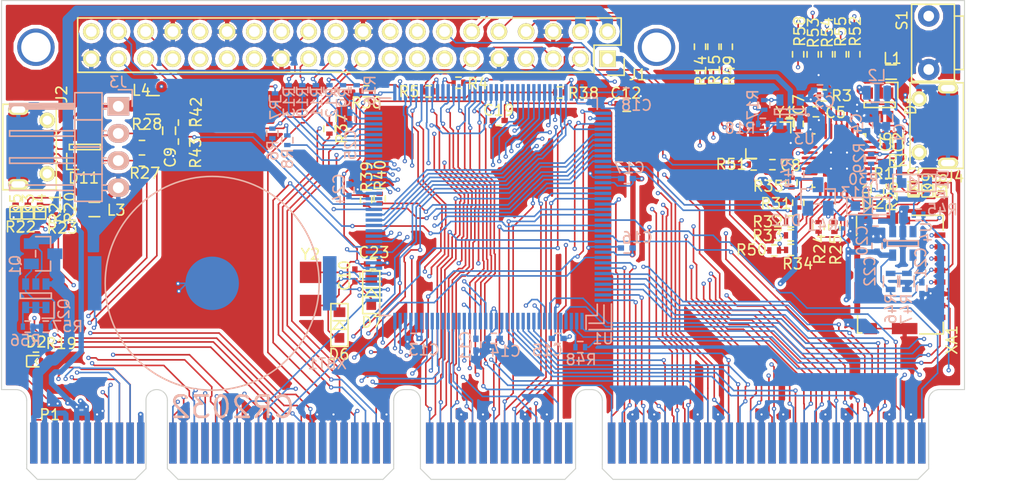
<source format=kicad_pcb>
(kicad_pcb (version 4) (host pcbnew 4.0.7)
  (layers (0 F.Cu signal) (1 In1.Cu signal) (2 In2.Cu mixed) (31 B.Cu mixed) (34 B.Paste user hide) (35 F.Paste user hide) (36 B.SilkS user) (37 F.SilkS user) (38 B.Mask user hide) (39 F.Mask user hide) (44 Edge.Cuts user))
  (net 0 "")
  (net 1 "Net-(D4-Pad2)")
  (net 2 /P5V)
  (net 3 /SWD_CLK_MAIN)
  (net 4 /LED0_MBED)
  (net 5 /LED0_MAIN)
  (net 6 /LED1_MAIN)
  (net 7 /SWD_DIO_MBED)
  (net 8 /SWD_CLK_MBED)
  (net 9 /USB_DP_MBED)
  (net 10 /USB_DM_MBED)
  (net 11 /USB_DP_MAIN)
  (net 12 /USB_DM_MAIN)
  (net 13 /USB_SENSE_MAIN)
  (net 14 /NMI_B_PULLUP)
  (net 15 /UART1_RX_MAIN)
  (net 16 /UART1_TX_MAIN)
  (net 17 /VOUT33_MBED)
  (net 18 /VREGIN_MBED)
  (net 19 /VOUT33_MAIN)
  (net 20 "Net-(D9-Pad1)")
  (net 21 /EXTAL_MBED)
  (net 22 /XTAL_MBED)
  (net 23 /VREGIN_MAIN)
  (net 24 GND)
  (net 25 "Net-(D1-Pad1)")
  (net 26 /SWD_DIO_MAIN)
  (net 27 /UART_TX_MBED)
  (net 28 /UART_RX_MBED)
  (net 29 /RESET_MBED)
  (net 30 /LED2_MBED)
  (net 31 /LED1_MBED)
  (net 32 /UART1_TX_MAIN_r)
  (net 33 /UART1_RX_MAIN_r)
  (net 34 /SWD_CLK_MAIN_r)
  (net 35 /SWD_DIO_MAIN_r)
  (net 36 /RESET_SW_MAIN_r)
  (net 37 "Net-(D1-Pad3)")
  (net 38 /P3V3)
  (net 39 "Net-(D2-Pad2)")
  (net 40 "Net-(D3-Pad2)")
  (net 41 "Net-(D5-Pad2)")
  (net 42 "Net-(D8-Pad1)")
  (net 43 /RESET_SW_BTN)
  (net 44 "Net-(J2-Pad6)")
  (net 45 "Net-(J4-Pad6)")
  (net 46 /P12V)
  (net 47 /VRTCBAT)
  (net 48 "Net-(C20-Pad1)")
  (net 49 "Net-(D7-Pad2)")
  (net 50 "Net-(D10-Pad1)")
  (net 51 "Net-(D11-Pad3)")
  (net 52 "Net-(D11-Pad1)")
  (net 53 /RESET_MAIN)
  (net 54 "Net-(R46-Pad2)")
  (net 55 "Net-(R48-Pad1)")
  (net 56 /SDHC_CLK)
  (net 57 /SDHC_D0)
  (net 58 /SDHC_D1)
  (net 59 /SD_SENSE_SW)
  (net 60 /SDHC_D2)
  (net 61 /SDHC_D3)
  (net 62 /SDHC_CMD)
  (net 63 /EXTAL32_MAIN)
  (net 64 /XTAL32_MAIN)
  (net 65 "Net-(D1-Pad4)")
  (net 66 "Net-(D1-Pad5)")
  (net 67 "Net-(D11-Pad4)")
  (net 68 "Net-(D11-Pad5)")
  (net 69 /P5V_OUT)
  (net 70 /RESET_MAIN_r2)
  (net 71 /SWD_CLK_MAIN_r2)
  (net 72 /SWD_DIO_MAIN_r2)
  (net 73 /UART_RX_MBED_r)
  (net 74 /UART_TX_MBED_r)
  (net 75 /RESET_MBED_r)
  (net 76 /SWD_CLK_MBED_r)
  (net 77 /SWD_DIO_MBED_r)
  (net 78 /OX40_GPIO1/RMII0_RXD1)
  (net 79 /OX40_GPIO2/RMII0_RXD0)
  (net 80 /OX40_GPIO3/RMII_RXCLK)
  (net 81 /OX40_GPIO4/P3V3_FLAG)
  (net 82 /M1P0)
  (net 83 /M1P1)
  (net 84 /M1D0)
  (net 85 /M1D1)
  (net 86 /M1D2)
  (net 87 /M1D3)
  (net 88 /M1A0)
  (net 89 /M1A1)
  (net 90 /M0P0)
  (net 91 /M0P1)
  (net 92 /M0D0)
  (net 93 /M0D1)
  (net 94 /M0D2)
  (net 95 /M0D3)
  (net 96 /M0A0)
  (net 97 /M0A1)
  (net 98 /SA0)
  (net 99 /SA1)
  (net 100 /SP0)
  (net 101 /SD0)
  (net 102 /I2C0_SDA)
  (net 103 /I2C0_SCL)
  (net 104 /I2C_SEL0)
  (net 105 /SYSCLKH)
  (net 106 /RESETN)
  (net 107 /USB_PWR_DISABLE)
  (net 108 /SPI_SCLK)
  (net 109 /SPI_SEL0)
  (net 110 /SPI_MOSI)
  (net 111 /SPI_MISO)
  (net 112 /M2P0)
  (net 113 /M2P1)
  (net 114 /M2D0)
  (net 115 /M2D1)
  (net 116 /M2D2)
  (net 117 /M2D3)
  (net 118 /M2A0)
  (net 119 /M2A1)
  (net 120 /M3P0)
  (net 121 /M3P1)
  (net 122 /M3D0)
  (net 123 /M3D1)
  (net 124 /M3D2)
  (net 125 /M3D3)
  (net 126 /M3A0)
  (net 127 /M3A1)
  (net 128 /SPI_SEL1)
  (net 129 /I2C_SEL1)
  (net 130 /SPI_SEL2)
  (net 131 /SPI_SEL3)
  (net 132 /I2C1_SCL)
  (net 133 /I2C1_SDA)
  (net 134 /I2C_SEL2)
  (net 135 /I2C_SEL3)
  (net 136 /M4P0)
  (net 137 /M4P1)
  (net 138 /M4D0)
  (net 139 /M4D1)
  (net 140 /M4D2)
  (net 141 /M4D3)
  (net 142 /M4A0)
  (net 143 /M4A1)
  (net 144 /M5P0)
  (net 145 /M5P1)
  (net 146 /M5D0)
  (net 147 /M5D1)
  (net 148 /M5D2)
  (net 149 /M5D3)
  (net 150 /M5A0)
  (net 151 /M5A1)
  (net 152 /M6P0)
  (net 153 /M6P1)
  (net 154 /M6D0)
  (net 155 /M6D1)
  (net 156 /M6D2)
  (net 157 /M6D3)
  (net 158 /M6A0)
  (net 159 /M6A1)
  (net 160 /M7P0)
  (net 161 /M7P1)
  (net 162 /M7D0)
  (net 163 /M7D1)
  (net 164 /M7D2)
  (net 165 /M7D3)
  (net 166 /M7A0)
  (net 167 /M7A1)
  (net 168 /SD1)
  (net 169 "Net-(Q1-Pad1)")
  (net 170 "Net-(Q2-Pad1)")
  (net 171 /OX40_GPIO2/RMII0_RXD0_r)
  (net 172 /OX40_GPIO1/RMII0_RXD1_r)
  (net 173 /OX40_GPIO3/RMII_RXCLK_r)
  (net 174 /OX40_GPIO4/P3V3_FLAG_r)
  (net 175 /SPI_SCLK_r)
  (net 176 /SPI_MOSI_r)
  (net 177 /SYSCLKH_r)
  (net 178 /OX26_P3V3)
  (net 179 /OX26_I2C_SDA/RMII0_MDC)
  (net 180 /OX26_I2C_SCL/RMII0_MDIO)
  (net 181 /OX26_RXD/JTAG_TDI_MAIN)
  (net 182 /OX26_TXD/JTAG_TDO_MAIN)
  (net 183 /OX26_GPIO0/RMII0_RXER)
  (net 184 /OX26_P3V3_EN)
  (net 185 /OX26_SPI_MISO/RMII0_TXD1)
  (net 186 /OX26_SPI_MOSI/RMII0_TXD0)
  (net 187 /OX26_SPI_CLK/RMII0_TXEN)
  (net 188 /OX26_SPI_CS0/RMII0_CRS_DV)
  (net 189 /OX26_I2C_SDA/RMII0_MDC_r)
  (net 190 /OX26_I2C_SCL/RMII0_MDIO_r)
  (net 191 /OX26_GPIO0/RMII0_RXER_r)
  (net 192 /OX26_SPI_CLK/RMII0_TXEN_r)
  (net 193 /OX26_SPI_MOSI/RMII0_TXD0_r)
  (net 194 /OX26_SPI_MISO/RMII0_TXD1_r)
  (net 195 /OX26_SPI_CS0/RMII0_CRS_DV_r)
  (net 196 /OX26_RXD/JTAG_TDI_MAIN_r)
  (net 197 /OX26_TXD/JTAG_TDO_MAIN_r)
  (module Resistors_SMD:R_0402 (layer B.Cu) (at 111.252 100.33 270)
    (fp_text reference R13 (at 1.15 -0.048 450) (layer B.SilkS) (effects (justify mirror)))
    (fp_text value 150)
    (pad 1 smd rect (at -0.45 0 270) (size 0.4 0.6) (layers B.Cu B.Paste B.Mask) (net 188 /OX26_SPI_CS0/RMII0_CRS_DV))
    (pad 2 smd rect (at 0.45 0 270) (size 0.4 0.6) (layers B.Cu B.Paste B.Mask) (net 195 /OX26_SPI_CS0/RMII0_CRS_DV_r))
  )
  (module proj_footprints:XTAL_CYL_CAN_SMT (layer F.Cu) (at 113.3 118.94)
    (fp_text reference Y2 (at -0.01 -3.24) (layer F.SilkS))
    (fp_text value 32.768kHz)
    (pad 1 smd rect (at 0 -1.55) (size 2 2) (layers F.Cu F.Paste F.Mask) (net 63 /EXTAL32_MAIN))
    (pad 2 smd rect (at 0 1.55) (size 2 2) (layers F.Cu F.Paste F.Mask) (net 64 /XTAL32_MAIN))
  )
  (module Resistors_SMD:R_0402 (layer F.Cu) (at 150.95 96.28 270)
    (fp_text reference R15 (at 2.18 -0.1 270) (layer F.SilkS))
    (fp_text value 150)
    (pad 1 smd rect (at -0.45 0 270) (size 0.4 0.6) (layers F.Cu F.Paste F.Mask) (net 182 /OX26_TXD/JTAG_TDO_MAIN))
    (pad 2 smd rect (at 0.45 0 270) (size 0.4 0.6) (layers F.Cu F.Paste F.Mask) (net 197 /OX26_TXD/JTAG_TDO_MAIN_r))
  )
  (module Resistors_SMD:R_0402 (layer B.Cu) (at 170.1292 111.9886 180)
    (fp_text reference R45 (at -2.21996 0.45466 180) (layer B.SilkS) (effects (justify mirror)))
    (fp_text value 10K)
    (pad 1 smd rect (at -0.45 0 180) (size 0.4 0.6) (layers B.Cu B.Paste B.Mask) (net 107 /USB_PWR_DISABLE))
    (pad 2 smd rect (at 0.45 0 180) (size 0.4 0.6) (layers B.Cu B.Paste B.Mask) (net 48 "Net-(C20-Pad1)"))
  )
  (module Resistors_SMD:R_0402 (layer F.Cu) (at 97.541 104.521 180)
    (fp_text reference R28 (at -0.4522 0.98806 180) (layer F.SilkS))
    (fp_text value 33)
    (pad 1 smd rect (at -0.45 0 180) (size 0.4 0.6) (layers F.Cu F.Paste F.Mask) (net 12 /USB_DM_MAIN))
    (pad 2 smd rect (at 0.45 0 180) (size 0.4 0.6) (layers F.Cu F.Paste F.Mask) (net 67 "Net-(D11-Pad4)"))
  )
  (module proj_footprints:1051620101 (layer F.Cu) (at 171.6278 117.6528 90)
    (fp_text reference XA1 (at -6.0579 1.6129 90) (layer F.SilkS))
    (fp_text value MicroSD_Conn)
    (pad 8 smd rect (at -3.95 0.5 90) (size 0.5 1) (layers F.Cu F.Paste F.Mask) (net 58 /SDHC_D1))
    (pad 7 smd rect (at -2.85 0.5 90) (size 0.5 1) (layers F.Cu F.Paste F.Mask) (net 57 /SDHC_D0))
    (pad 6 smd rect (at -1.75 0.5 90) (size 0.5 1) (layers F.Cu F.Paste F.Mask) (net 24 GND))
    (pad 5 smd rect (at -0.65 0.5 90) (size 0.5 1) (layers F.Cu F.Paste F.Mask) (net 55 "Net-(R48-Pad1)"))
    (pad 4 smd rect (at 0.45 0.5 90) (size 0.5 1) (layers F.Cu F.Paste F.Mask) (net 38 /P3V3))
    (pad 3 smd rect (at 1.55 0.5 90) (size 0.5 1) (layers F.Cu F.Paste F.Mask) (net 62 /SDHC_CMD))
    (pad 2 smd rect (at 2.65 0.5 90) (size 0.5 1) (layers F.Cu F.Paste F.Mask) (net 61 /SDHC_D3))
    (pad 1 smd rect (at 3.75 0.5 90) (size 0.5 1) (layers F.Cu F.Paste F.Mask) (net 60 /SDHC_D2))
    (pad G4 smd rect (at -5 -2.805 90) (size 1.05 2.39) (layers F.Cu F.Paste F.Mask) (net 24 GND))
    (pad G3 smd rect (at -5 -5.99 90) (size 1.05 1.2) (layers F.Cu F.Paste F.Mask) (net 24 GND))
    (pad G2 smd rect (at 5.325 -6.56 90) (size 1.05 1.2) (layers F.Cu F.Paste F.Mask) (net 24 GND))
    (pad G1 smd rect (at 5.325 -3.95 90) (size 1.05 1.08) (layers F.Cu F.Paste F.Mask) (net 24 GND))
    (pad 9 smd rect (at 5.11 -2.68 90) (size 0.72 0.78) (layers F.Cu F.Paste F.Mask) (net 59 /SD_SENSE_SW))
    (pad NC1 smd rect (at -2.095 -7.235 90) (size 2.91 0.55) (layers F.Cu F.Paste F.Mask))
    (pad NC2 smd rect (at 2.095 -7.235 90) (size 2.91 0.55) (layers F.Cu F.Paste F.Mask))
  )
  (module Capacitors_SMD:C_0402 (layer B.Cu) (at 160.909 100.33)
    (fp_text reference C3 (at 0.43688 1.11252) (layer B.SilkS) (effects (justify mirror)))
    (fp_text value 0.1UF)
    (pad 1 smd rect (at -0.55 0) (size 0.6 0.5) (layers B.Cu B.Paste B.Mask) (net 38 /P3V3))
    (pad 2 smd rect (at 0.55 0) (size 0.6 0.5) (layers B.Cu B.Paste B.Mask) (net 24 GND))
  )
  (module Pin_Headers:Pin_Header_Angled_1x04 (layer B.Cu) (at 95.3312 101.854 180)
    (fp_text reference J3 (at 0.01008 2.26568 180) (layer B.SilkS) (effects (justify mirror)))
    (fp_text value PH1X4RH)
    (pad 1 thru_hole rect (at 0 0 180) (size 2.032 1.7272) (drill 1.016) (layers *.Cu *.Mask B.SilkS) (net 68 "Net-(D11-Pad5)"))
    (pad 2 thru_hole oval (at 0 -2.54 180) (size 2.032 1.7272) (drill 1.016) (layers *.Cu *.Mask B.SilkS) (net 67 "Net-(D11-Pad4)"))
    (pad 3 thru_hole oval (at 0 -5.08 180) (size 2.032 1.7272) (drill 1.016) (layers *.Cu *.Mask B.SilkS) (net 51 "Net-(D11-Pad3)"))
    (pad 4 thru_hole oval (at 0 -7.62 180) (size 2.032 1.7272) (drill 1.016) (layers *.Cu *.Mask B.SilkS) (net 24 GND))
  )
  (module Resistors_SMD:R_0402 (layer B.Cu) (at 111.125 105.029 270)
    (fp_text reference R8 (at 1.7272 -0.02032 270) (layer B.SilkS) (effects (justify mirror)))
    (fp_text value 150)
    (pad 1 smd rect (at -0.45 0 270) (size 0.4 0.6) (layers B.Cu B.Paste B.Mask) (net 78 /OX40_GPIO1/RMII0_RXD1))
    (pad 2 smd rect (at 0.45 0 270) (size 0.4 0.6) (layers B.Cu B.Paste B.Mask) (net 172 /OX40_GPIO1/RMII0_RXD1_r))
  )
  (module Resistors_SMD:R_0402 (layer B.Cu) (at 155.702 101.727 90)
    (fp_text reference R17 (at 0.01016 -1.06426 90) (layer B.SilkS) (effects (justify mirror)))
    (fp_text value 10K)
    (pad 1 smd rect (at -0.45 0 90) (size 0.4 0.6) (layers B.Cu B.Paste B.Mask) (net 38 /P3V3))
    (pad 2 smd rect (at 0.45 0 90) (size 0.4 0.6) (layers B.Cu B.Paste B.Mask) (net 184 /OX26_P3V3_EN))
  )
  (module Resistors_SMD:R_0402 (layer F.Cu) (at 160.78 113.14 270)
    (fp_text reference R24 (at 2.07 -0.11 270) (layer F.SilkS))
    (fp_text value 100)
    (pad 1 smd rect (at -0.45 0 270) (size 0.4 0.6) (layers F.Cu F.Paste F.Mask) (net 4 /LED0_MBED))
    (pad 2 smd rect (at 0.45 0 270) (size 0.4 0.6) (layers F.Cu F.Paste F.Mask) (net 42 "Net-(D8-Pad1)"))
  )
  (module TO_SOT_Packages_SMD:SOT-23-5 (layer B.Cu) (at 168.656 114.681 270)
    (fp_text reference U4 (at -1.05156 -2.1844 270) (layer B.SilkS) (effects (justify mirror)))
    (fp_text value AP7365)
    (pad 1 smd rect (at -1.1 0.95 270) (size 1.06 0.65) (layers B.Cu B.Paste B.Mask) (net 48 "Net-(C20-Pad1)"))
    (pad 2 smd rect (at -1.1 0 270) (size 1.06 0.65) (layers B.Cu B.Paste B.Mask) (net 24 GND))
    (pad 3 smd rect (at -1.1 -0.95 270) (size 1.06 0.65) (layers B.Cu B.Paste B.Mask) (net 107 /USB_PWR_DISABLE))
    (pad 4 smd rect (at 1.1 -0.95 270) (size 1.06 0.65) (layers B.Cu B.Paste B.Mask) (net 54 "Net-(R46-Pad2)"))
    (pad 5 smd rect (at 1.1 0.95 270) (size 1.06 0.65) (layers B.Cu B.Paste B.Mask) (net 38 /P3V3))
  )
  (module Capacitors_SMD:C_0402 (layer B.Cu) (at 142.7988 100.6094)
    (fp_text reference C18 (at 0.9652 1.15316) (layer B.SilkS) (effects (justify mirror)))
    (fp_text value 0.1UF)
    (pad 1 smd rect (at -0.55 0) (size 0.6 0.5) (layers B.Cu B.Paste B.Mask) (net 38 /P3V3))
    (pad 2 smd rect (at 0.55 0) (size 0.6 0.5) (layers B.Cu B.Paste B.Mask) (net 24 GND))
  )
  (module Capacitors_SMD:C_0603 (layer B.Cu) (at 167.1066 102.9716 270)
    (fp_text reference C1 (at 1.4224 -1.26492 270) (layer B.SilkS) (effects (justify mirror)))
    (fp_text value 10uF)
    (pad 1 smd rect (at -0.75 0 270) (size 0.8 0.75) (layers B.Cu B.Paste B.Mask) (net 18 /VREGIN_MBED))
    (pad 2 smd rect (at 0.75 0 270) (size 0.8 0.75) (layers B.Cu B.Paste B.Mask) (net 24 GND))
  )
  (module Capacitors_SMD:C_0402 (layer F.Cu) (at 158.877 103.505 90)
    (fp_text reference C7 (at 1.805 0.053 90) (layer F.SilkS))
    (fp_text value TBD)
    (pad 1 smd rect (at -0.55 0 90) (size 0.6 0.5) (layers F.Cu F.Paste F.Mask) (net 21 /EXTAL_MBED))
    (pad 2 smd rect (at 0.55 0 90) (size 0.6 0.5) (layers F.Cu F.Paste F.Mask) (net 24 GND))
  )
  (module Capacitors_SMD:C_0402 (layer F.Cu) (at 156.464 107.315)
    (fp_text reference C8 (at 1.696 0.065) (layer F.SilkS))
    (fp_text value TBD)
    (pad 1 smd rect (at -0.55 0) (size 0.6 0.5) (layers F.Cu F.Paste F.Mask) (net 22 /XTAL_MBED))
    (pad 2 smd rect (at 0.55 0) (size 0.6 0.5) (layers F.Cu F.Paste F.Mask) (net 24 GND))
  )
  (module Capacitors_SMD:C_0402 (layer F.Cu) (at 160.528 102.362 180)
    (fp_text reference C5 (at -1.842 -0.078 180) (layer F.SilkS))
    (fp_text value 0.1UF)
    (pad 1 smd rect (at -0.55 0 180) (size 0.6 0.5) (layers F.Cu F.Paste F.Mask) (net 38 /P3V3))
    (pad 2 smd rect (at 0.55 0 180) (size 0.6 0.5) (layers F.Cu F.Paste F.Mask) (net 24 GND))
  )
  (module Capacitors_SMD:C_0402 (layer B.Cu) (at 170.434 118.872 270)
    (fp_text reference C21 (at -2.39268 0.1016 270) (layer B.SilkS) (effects (justify mirror)))
    (fp_text value 0.1UF)
    (pad 1 smd rect (at -0.55 0 270) (size 0.6 0.5) (layers B.Cu B.Paste B.Mask) (net 38 /P3V3))
    (pad 2 smd rect (at 0.55 0 270) (size 0.6 0.5) (layers B.Cu B.Paste B.Mask) (net 24 GND))
  )
  (module Capacitors_SMD:C_0603 (layer F.Cu) (at 100.076 104.14 270)
    (fp_text reference C9 (at 2.49174 -0.10922 270) (layer F.SilkS))
    (fp_text value 10uF)
    (pad 1 smd rect (at -0.75 0 270) (size 0.8 0.75) (layers F.Cu F.Paste F.Mask) (net 23 /VREGIN_MAIN))
    (pad 2 smd rect (at 0.75 0 270) (size 0.8 0.75) (layers F.Cu F.Paste F.Mask) (net 24 GND))
  )
  (module Capacitors_SMD:C_0402 (layer B.Cu) (at 130.429 123.571 180)
    (fp_text reference C14 (at -1.07442 -1.19888 180) (layer B.SilkS) (effects (justify mirror)))
    (fp_text value 0.1UF)
    (pad 1 smd rect (at -0.55 0 180) (size 0.6 0.5) (layers B.Cu B.Paste B.Mask) (net 38 /P3V3))
    (pad 2 smd rect (at 0.55 0 180) (size 0.6 0.5) (layers B.Cu B.Paste B.Mask) (net 24 GND))
  )
  (module Capacitors_SMD:C_0402 (layer B.Cu) (at 142.8496 115.1128 180)
    (fp_text reference C16 (at -0.97536 0.97536 180) (layer B.SilkS) (effects (justify mirror)))
    (fp_text value 0.1UF)
    (pad 1 smd rect (at -0.55 0 180) (size 0.6 0.5) (layers B.Cu B.Paste B.Mask) (net 38 /P3V3))
    (pad 2 smd rect (at 0.55 0 180) (size 0.6 0.5) (layers B.Cu B.Paste B.Mask) (net 24 GND))
  )
  (module Capacitors_SMD:C_0402 (layer F.Cu) (at 167.005 105.029 90)
    (fp_text reference C6 (at -0.141 0.065 90) (layer F.SilkS))
    (fp_text value 0.1UF)
    (pad 1 smd rect (at -0.55 0 90) (size 0.6 0.5) (layers F.Cu F.Paste F.Mask) (net 38 /P3V3))
    (pad 2 smd rect (at 0.55 0 90) (size 0.6 0.5) (layers F.Cu F.Paste F.Mask) (net 24 GND))
  )
  (module Capacitors_SMD:C_0402 (layer B.Cu) (at 166.0906 112.5982 180)
    (fp_text reference C20 (at 1.23444 -1.82372 270) (layer B.SilkS) (effects (justify mirror)))
    (fp_text value 1UF)
    (pad 1 smd rect (at -0.55 0 180) (size 0.6 0.5) (layers B.Cu B.Paste B.Mask) (net 48 "Net-(C20-Pad1)"))
    (pad 2 smd rect (at 0.55 0 180) (size 0.6 0.5) (layers B.Cu B.Paste B.Mask) (net 24 GND))
  )
  (module Resistors_SMD:R_0603 (layer F.Cu) (at 167.55 98.65 180)
    (fp_text reference L1 (at -0.12192 1.28016 180) (layer F.SilkS))
    (fp_text value FB330)
    (pad 1 smd rect (at -0.75 0 180) (size 0.5 0.9) (layers F.Cu F.Paste F.Mask) (net 45 "Net-(J4-Pad6)"))
    (pad 2 smd rect (at 0.75 0 180) (size 0.5 0.9) (layers F.Cu F.Paste F.Mask) (net 24 GND))
  )
  (module Resistors_SMD:R_0805 (layer B.Cu) (at 166.243 100.584 180)
    (fp_text reference L2 (at 0.02032 1.61544 180) (layer B.SilkS) (effects (justify mirror)))
    (fp_text value FB330)
    (pad 1 smd rect (at -0.95 0 180) (size 0.7 1.3) (layers B.Cu B.Paste B.Mask) (net 18 /VREGIN_MBED))
    (pad 2 smd rect (at 0.95 0 180) (size 0.7 1.3) (layers B.Cu B.Paste B.Mask) (net 66 "Net-(D1-Pad5)"))
  )
  (module Resistors_SMD:R_0603 (layer F.Cu) (at 93.091 111.506)
    (fp_text reference L3 (at 2.03708 0.06604) (layer F.SilkS))
    (fp_text value FB330)
    (pad 1 smd rect (at -0.75 0) (size 0.5 0.9) (layers F.Cu F.Paste F.Mask) (net 44 "Net-(J2-Pad6)"))
    (pad 2 smd rect (at 0.75 0) (size 0.5 0.9) (layers F.Cu F.Paste F.Mask) (net 24 GND))
  )
  (module Resistors_SMD:R_0805 (layer F.Cu) (at 98.552 101.727 180)
    (fp_text reference L4 (at 1.06934 1.3716 180) (layer F.SilkS))
    (fp_text value FB330)
    (pad 1 smd rect (at -0.95 0 180) (size 0.7 1.3) (layers F.Cu F.Paste F.Mask) (net 23 /VREGIN_MAIN))
    (pad 2 smd rect (at 0.95 0 180) (size 0.7 1.3) (layers F.Cu F.Paste F.Mask) (net 68 "Net-(D11-Pad5)"))
  )
  (module Resistors_SMD:R_0402 (layer F.Cu) (at 167.767 108.077 180)
    (fp_text reference R1 (at 0.917 -0.073 180) (layer F.SilkS))
    (fp_text value 33)
    (pad 1 smd rect (at -0.45 0 180) (size 0.4 0.6) (layers F.Cu F.Paste F.Mask) (net 37 "Net-(D1-Pad3)"))
    (pad 2 smd rect (at 0.45 0 180) (size 0.4 0.6) (layers F.Cu F.Paste F.Mask) (net 9 /USB_DP_MBED))
  )
  (module Resistors_SMD:R_0402 (layer F.Cu) (at 168.148 106.934)
    (fp_text reference R2 (at 0.032 -0.014) (layer F.SilkS))
    (fp_text value 33)
    (pad 1 smd rect (at -0.45 0) (size 0.4 0.6) (layers F.Cu F.Paste F.Mask) (net 10 /USB_DM_MBED))
    (pad 2 smd rect (at 0.45 0) (size 0.4 0.6) (layers F.Cu F.Paste F.Mask) (net 65 "Net-(D1-Pad4)"))
  )
  (module Resistors_SMD:R_0402 (layer F.Cu) (at 127.12 99.65 180)
    (fp_text reference R4 (at -1.79832 -0.10414 180) (layer F.SilkS))
    (fp_text value 100)
    (pad 1 smd rect (at -0.45 0 180) (size 0.4 0.6) (layers F.Cu F.Paste F.Mask) (net 179 /OX26_I2C_SDA/RMII0_MDC))
    (pad 2 smd rect (at 0.45 0 180) (size 0.4 0.6) (layers F.Cu F.Paste F.Mask) (net 189 /OX26_I2C_SDA/RMII0_MDC_r))
  )
  (module Resistors_SMD:R_0402 (layer F.Cu) (at 124.333 100.457)
    (fp_text reference R5 (at -1.83388 0.02032) (layer F.SilkS))
    (fp_text value 100)
    (pad 1 smd rect (at -0.45 0) (size 0.4 0.6) (layers F.Cu F.Paste F.Mask) (net 180 /OX26_I2C_SCL/RMII0_MDIO))
    (pad 2 smd rect (at 0.45 0) (size 0.4 0.6) (layers F.Cu F.Paste F.Mask) (net 190 /OX26_I2C_SCL/RMII0_MDIO_r))
  )
  (module Resistors_SMD:R_0402 (layer B.Cu) (at 165.6842 106.7816 270)
    (fp_text reference R29 (at -0.08636 1.0922 270) (layer B.SilkS) (effects (justify mirror)))
    (fp_text value 4.7K)
    (pad 1 smd rect (at -0.45 0 270) (size 0.4 0.6) (layers B.Cu B.Paste B.Mask) (net 18 /VREGIN_MBED))
    (pad 2 smd rect (at 0.45 0 270) (size 0.4 0.6) (layers B.Cu B.Paste B.Mask) (net 29 /RESET_MBED))
  )
  (module Resistors_SMD:R_0402 (layer B.Cu) (at 166.7764 109.3724 90)
    (fp_text reference R30 (at 0.68834 -1.79578 180) (layer B.SilkS) (effects (justify mirror)))
    (fp_text value 10K)
    (pad 1 smd rect (at -0.45 0 90) (size 0.4 0.6) (layers B.Cu B.Paste B.Mask) (net 29 /RESET_MBED))
    (pad 2 smd rect (at 0.45 0 90) (size 0.4 0.6) (layers B.Cu B.Paste B.Mask) (net 24 GND))
  )
  (module Resistors_SMD:R_0402 (layer F.Cu) (at 97.541 106.934)
    (fp_text reference R27 (at 0.2617 1.17856) (layer F.SilkS))
    (fp_text value 33)
    (pad 1 smd rect (at -0.45 0) (size 0.4 0.6) (layers F.Cu F.Paste F.Mask) (net 51 "Net-(D11-Pad3)"))
    (pad 2 smd rect (at 0.45 0) (size 0.4 0.6) (layers F.Cu F.Paste F.Mask) (net 11 /USB_DP_MAIN))
  )
  (module Resistors_SMD:R_0402 (layer F.Cu) (at 101.473 103.378 270)
    (fp_text reference R42 (at -0.9652 -1.143 270) (layer F.SilkS))
    (fp_text value 4.7K)
    (pad 1 smd rect (at -0.45 0 270) (size 0.4 0.6) (layers F.Cu F.Paste F.Mask) (net 23 /VREGIN_MAIN))
    (pad 2 smd rect (at 0.45 0 270) (size 0.4 0.6) (layers F.Cu F.Paste F.Mask) (net 13 /USB_SENSE_MAIN))
  )
  (module Resistors_SMD:R_0402 (layer F.Cu) (at 101.473 105.156 270)
    (fp_text reference R43 (at 1.07696 -1.08204 270) (layer F.SilkS))
    (fp_text value 10K)
    (pad 1 smd rect (at -0.45 0 270) (size 0.4 0.6) (layers F.Cu F.Paste F.Mask) (net 13 /USB_SENSE_MAIN))
    (pad 2 smd rect (at 0.45 0 270) (size 0.4 0.6) (layers F.Cu F.Paste F.Mask) (net 24 GND))
  )
  (module Resistors_SMD:R_0402 (layer B.Cu) (at 162.941 112.8268 90)
    (fp_text reference R41 (at -0.16002 -1.78816 180) (layer B.SilkS) (effects (justify mirror)))
    (fp_text value 10K)
    (pad 1 smd rect (at -0.45 0 90) (size 0.4 0.6) (layers B.Cu B.Paste B.Mask) (net 38 /P3V3))
    (pad 2 smd rect (at 0.45 0 90) (size 0.4 0.6) (layers B.Cu B.Paste B.Mask) (net 53 /RESET_MAIN))
  )
  (module Resistors_SMD:R_0402 (layer F.Cu) (at 161.2646 100.838 180)
    (fp_text reference R3 (at -1.6754 -0.032 180) (layer F.SilkS))
    (fp_text value 10K)
    (pad 1 smd rect (at -0.45 0 180) (size 0.4 0.6) (layers F.Cu F.Paste F.Mask) (net 14 /NMI_B_PULLUP))
    (pad 2 smd rect (at 0.45 0 180) (size 0.4 0.6) (layers F.Cu F.Paste F.Mask) (net 38 /P3V3))
  )
  (module Resistors_SMD:R_0402 (layer B.Cu) (at 109.728 104.394 270)
    (fp_text reference R6 (at 1.596 -0.042 270) (layer B.SilkS) (effects (justify mirror)))
    (fp_text value 150)
    (pad 1 smd rect (at -0.45 0 270) (size 0.4 0.6) (layers B.Cu B.Paste B.Mask) (net 183 /OX26_GPIO0/RMII0_RXER))
    (pad 2 smd rect (at 0.45 0 270) (size 0.4 0.6) (layers B.Cu B.Paste B.Mask) (net 191 /OX26_GPIO0/RMII0_RXER_r))
  )
  (module Resistors_SMD:R_0402 (layer B.Cu) (at 109.982 101.092 270)
    (fp_text reference R7 (at 1.068 -0.068 270) (layer B.SilkS) (effects (justify mirror)))
    (fp_text value 150)
    (pad 1 smd rect (at -0.45 0 270) (size 0.4 0.6) (layers B.Cu B.Paste B.Mask) (net 79 /OX40_GPIO2/RMII0_RXD0))
    (pad 2 smd rect (at 0.45 0 270) (size 0.4 0.6) (layers B.Cu B.Paste B.Mask) (net 171 /OX40_GPIO2/RMII0_RXD0_r))
  )
  (module Resistors_SMD:R_0402 (layer B.Cu) (at 112.522 100.33 270)
    (fp_text reference R10 (at 1.13696 -0.02198 270) (layer B.SilkS) (effects (justify mirror)))
    (fp_text value 150)
    (pad 1 smd rect (at -0.45 0 270) (size 0.4 0.6) (layers B.Cu B.Paste B.Mask) (net 187 /OX26_SPI_CLK/RMII0_TXEN))
    (pad 2 smd rect (at 0.45 0 270) (size 0.4 0.6) (layers B.Cu B.Paste B.Mask) (net 192 /OX26_SPI_CLK/RMII0_TXEN_r))
  )
  (module Resistors_SMD:R_0402 (layer B.Cu) (at 113.792 100.33 270)
    (fp_text reference R11 (at 1.15982 -0.09056 270) (layer B.SilkS) (effects (justify mirror)))
    (fp_text value 150)
    (pad 1 smd rect (at -0.45 0 270) (size 0.4 0.6) (layers B.Cu B.Paste B.Mask) (net 186 /OX26_SPI_MOSI/RMII0_TXD0))
    (pad 2 smd rect (at 0.45 0 270) (size 0.4 0.6) (layers B.Cu B.Paste B.Mask) (net 193 /OX26_SPI_MOSI/RMII0_TXD0_r))
  )
  (module Resistors_SMD:R_0402 (layer B.Cu) (at 115.062 100.33 270)
    (fp_text reference R12 (at 1.18268 -0.21502 270) (layer B.SilkS) (effects (justify mirror)))
    (fp_text value 150)
    (pad 1 smd rect (at -0.45 0 270) (size 0.4 0.6) (layers B.Cu B.Paste B.Mask) (net 185 /OX26_SPI_MISO/RMII0_TXD1))
    (pad 2 smd rect (at 0.45 0 270) (size 0.4 0.6) (layers B.Cu B.Paste B.Mask) (net 194 /OX26_SPI_MISO/RMII0_TXD1_r))
  )
  (module Resistors_SMD:R_0402 (layer F.Cu) (at 118.491 100.457 180)
    (fp_text reference R36 (at -0.03048 -1.07188 180) (layer F.SilkS))
    (fp_text value 22)
    (pad 1 smd rect (at -0.45 0 180) (size 0.4 0.6) (layers F.Cu F.Paste F.Mask) (net 175 /SPI_SCLK_r))
    (pad 2 smd rect (at 0.45 0 180) (size 0.4 0.6) (layers F.Cu F.Paste F.Mask) (net 108 /SPI_SCLK))
  )
  (module Resistors_SMD:R_0402 (layer F.Cu) (at 158.877 110.871 270)
    (fp_text reference R31 (at 0.079 2.087 360) (layer F.SilkS))
    (fp_text value 470)
    (pad 1 smd rect (at -0.45 0 270) (size 0.4 0.6) (layers F.Cu F.Paste F.Mask) (net 32 /UART1_TX_MAIN_r))
    (pad 2 smd rect (at 0.45 0 270) (size 0.4 0.6) (layers F.Cu F.Paste F.Mask) (net 16 /UART1_TX_MAIN))
  )
  (module Resistors_SMD:R_0402 (layer F.Cu) (at 158.19 112.63 180)
    (fp_text reference R32 (at 2.15 -0.03 180) (layer F.SilkS))
    (fp_text value 470)
    (pad 1 smd rect (at -0.45 0 180) (size 0.4 0.6) (layers F.Cu F.Paste F.Mask) (net 33 /UART1_RX_MAIN_r))
    (pad 2 smd rect (at 0.45 0 180) (size 0.4 0.6) (layers F.Cu F.Paste F.Mask) (net 15 /UART1_RX_MAIN))
  )
  (module Resistors_SMD:R_0402 (layer F.Cu) (at 158.18 113.93 180)
    (fp_text reference R33 (at 2.16 -0.02 180) (layer F.SilkS))
    (fp_text value 100)
    (pad 1 smd rect (at -0.45 0 180) (size 0.4 0.6) (layers F.Cu F.Paste F.Mask) (net 34 /SWD_CLK_MAIN_r))
    (pad 2 smd rect (at 0.45 0 180) (size 0.4 0.6) (layers F.Cu F.Paste F.Mask) (net 3 /SWD_CLK_MAIN))
  )
  (module Resistors_SMD:R_0402 (layer F.Cu) (at 158.19 115.29 180)
    (fp_text reference R34 (at -0.64 -1.31 180) (layer F.SilkS))
    (fp_text value 100)
    (pad 1 smd rect (at -0.45 0 180) (size 0.4 0.6) (layers F.Cu F.Paste F.Mask) (net 35 /SWD_DIO_MAIN_r))
    (pad 2 smd rect (at 0.45 0 180) (size 0.4 0.6) (layers F.Cu F.Paste F.Mask) (net 26 /SWD_DIO_MAIN))
  )
  (module Resistors_SMD:R_0402 (layer F.Cu) (at 158.242 108.9914 270)
    (fp_text reference R35 (at 0.3386 2.162 360) (layer F.SilkS))
    (fp_text value 100)
    (pad 1 smd rect (at -0.45 0 270) (size 0.4 0.6) (layers F.Cu F.Paste F.Mask) (net 36 /RESET_SW_MAIN_r))
    (pad 2 smd rect (at 0.45 0 270) (size 0.4 0.6) (layers F.Cu F.Paste F.Mask) (net 43 /RESET_SW_BTN))
  )
  (module Resistors_SMD:R_0402 (layer F.Cu) (at 115.062 103.9622 270)
    (fp_text reference R37 (at -0.0254 -1.15824 270) (layer F.SilkS))
    (fp_text value 22)
    (pad 1 smd rect (at -0.45 0 270) (size 0.4 0.6) (layers F.Cu F.Paste F.Mask) (net 176 /SPI_MOSI_r))
    (pad 2 smd rect (at 0.45 0 270) (size 0.4 0.6) (layers F.Cu F.Paste F.Mask) (net 110 /SPI_MOSI))
  )
  (module TO_SOT_Packages_SMD:SOT-23-5 (layer B.Cu) (at 158.115 102.362 90)
    (fp_text reference U3 (at -2.53238 1.3335 180) (layer B.SilkS) (effects (justify mirror)))
    (fp_text value AP2171)
    (pad 1 smd rect (at -1.1 0.95 90) (size 1.06 0.65) (layers B.Cu B.Paste B.Mask) (net 178 /OX26_P3V3))
    (pad 2 smd rect (at -1.1 0 90) (size 1.06 0.65) (layers B.Cu B.Paste B.Mask) (net 24 GND))
    (pad 3 smd rect (at -1.1 -0.95 90) (size 1.06 0.65) (layers B.Cu B.Paste B.Mask) (net 174 /OX40_GPIO4/P3V3_FLAG_r))
    (pad 4 smd rect (at 1.1 -0.95 90) (size 1.06 0.65) (layers B.Cu B.Paste B.Mask) (net 184 /OX26_P3V3_EN))
    (pad 5 smd rect (at 1.1 0.95 90) (size 1.06 0.65) (layers B.Cu B.Paste B.Mask) (net 38 /P3V3))
  )
  (module proj_footprints:QFN32_w_TP_FS (layer F.Cu) (at 162.687 106.934 180)
    (fp_text reference U2 (at -3.13944 -3.90652 360) (layer F.SilkS) (effects (font (size 1.2 1.2))))
    (fp_text value MKL26Z128VFM4)
    (pad 33 smd rect (at 0.75 -0.75 180) (size 1.5 1.5) (layers F.Cu F.Paste F.Mask) (net 24 GND))
    (pad 33 smd rect (at 0.75 0.75 180) (size 1.5 1.5) (layers F.Cu F.Paste F.Mask) (net 24 GND))
    (pad 33 smd rect (at -0.75 0.75 180) (size 1.5 1.5) (layers F.Cu F.Paste F.Mask) (net 24 GND))
    (pad 1 smd oval (at -2.75 -1.75 270) (size 0.25 1.5) (layers F.Cu F.Paste F.Mask))
    (pad 2 smd oval (at -2.75 -1.25 270) (size 0.25 1.5) (layers F.Cu F.Paste F.Mask) (net 24 GND))
    (pad 3 smd oval (at -2.75 -0.75 270) (size 0.25 1.5) (layers F.Cu F.Paste F.Mask) (net 9 /USB_DP_MBED))
    (pad 4 smd oval (at -2.75 -0.25 270) (size 0.25 1.5) (layers F.Cu F.Paste F.Mask) (net 10 /USB_DM_MBED))
    (pad 5 smd oval (at -2.75 0.25 270) (size 0.25 1.5) (layers F.Cu F.Paste F.Mask) (net 17 /VOUT33_MBED))
    (pad 6 smd oval (at -2.75 0.75 270) (size 0.25 1.5) (layers F.Cu F.Paste F.Mask) (net 18 /VREGIN_MBED))
    (pad 7 smd oval (at -2.75 1.25 270) (size 0.25 1.5) (layers F.Cu F.Paste F.Mask) (net 38 /P3V3))
    (pad 8 smd oval (at -2.75 1.75 270) (size 0.25 1.5) (layers F.Cu F.Paste F.Mask) (net 24 GND))
    (pad 9 smd oval (at -1.75 2.75 180) (size 0.25 1.5) (layers F.Cu F.Paste F.Mask))
    (pad 10 smd oval (at -1.25 2.75 180) (size 0.25 1.5) (layers F.Cu F.Paste F.Mask) (net 8 /SWD_CLK_MBED))
    (pad 11 smd oval (at -0.75 2.75 180) (size 0.25 1.5) (layers F.Cu F.Paste F.Mask) (net 28 /UART_RX_MBED))
    (pad 12 smd oval (at -0.25 2.75 180) (size 0.25 1.5) (layers F.Cu F.Paste F.Mask) (net 27 /UART_TX_MBED))
    (pad 13 smd oval (at 0.25 2.75 180) (size 0.25 1.5) (layers F.Cu F.Paste F.Mask) (net 7 /SWD_DIO_MBED))
    (pad 14 smd oval (at 0.75 2.75 180) (size 0.25 1.5) (layers F.Cu F.Paste F.Mask) (net 14 /NMI_B_PULLUP))
    (pad 15 smd oval (at 1.25 2.75 180) (size 0.25 1.5) (layers F.Cu F.Paste F.Mask) (net 38 /P3V3))
    (pad 16 smd oval (at 1.75 2.75 180) (size 0.25 1.5) (layers F.Cu F.Paste F.Mask) (net 24 GND))
    (pad 17 smd oval (at 2.75 1.75 270) (size 0.25 1.5) (layers F.Cu F.Paste F.Mask) (net 21 /EXTAL_MBED))
    (pad 18 smd oval (at 2.75 1.25 270) (size 0.25 1.5) (layers F.Cu F.Paste F.Mask) (net 22 /XTAL_MBED))
    (pad 19 smd oval (at 2.75 0.75 270) (size 0.25 1.5) (layers F.Cu F.Paste F.Mask) (net 29 /RESET_MBED))
    (pad 20 smd oval (at 2.75 0.25 270) (size 0.25 1.5) (layers F.Cu F.Paste F.Mask))
    (pad 21 smd oval (at 2.75 -0.25 270) (size 0.25 1.5) (layers F.Cu F.Paste F.Mask) (net 36 /RESET_SW_MAIN_r))
    (pad 22 smd oval (at 2.75 -0.75 270) (size 0.25 1.5) (layers F.Cu F.Paste F.Mask))
    (pad 23 smd oval (at 2.75 -1.25 270) (size 0.25 1.5) (layers F.Cu F.Paste F.Mask))
    (pad 24 smd oval (at 2.75 -1.75 270) (size 0.25 1.5) (layers F.Cu F.Paste F.Mask) (net 32 /UART1_TX_MAIN_r))
    (pad 25 smd oval (at 1.75 -2.75 180) (size 0.25 1.5) (layers F.Cu F.Paste F.Mask) (net 33 /UART1_RX_MAIN_r))
    (pad 26 smd oval (at 1.25 -2.75 180) (size 0.25 1.5) (layers F.Cu F.Paste F.Mask) (net 34 /SWD_CLK_MAIN_r))
    (pad 27 smd oval (at 0.75 -2.75 180) (size 0.25 1.5) (layers F.Cu F.Paste F.Mask) (net 35 /SWD_DIO_MAIN_r))
    (pad 28 smd oval (at 0.25 -2.75 180) (size 0.25 1.5) (layers F.Cu F.Paste F.Mask))
    (pad 29 smd oval (at -0.25 -2.75 180) (size 0.25 1.5) (layers F.Cu F.Paste F.Mask) (net 4 /LED0_MBED))
    (pad 30 smd oval (at -0.75 -2.75 180) (size 0.25 1.5) (layers F.Cu F.Paste F.Mask) (net 31 /LED1_MBED))
    (pad 31 smd oval (at -1.25 -2.75 180) (size 0.25 1.5) (layers F.Cu F.Paste F.Mask) (net 30 /LED2_MBED))
    (pad 32 smd oval (at -1.75 -2.75 180) (size 0.25 1.5) (layers F.Cu F.Paste F.Mask) (net 29 /RESET_MBED))
    (pad 33 smd rect (at -0.75 -0.75 180) (size 1.5 1.5) (layers F.Cu F.Paste F.Mask) (net 24 GND))
  )
  (module proj_footprints:XTAL3_2X2_5 (layer F.Cu) (at 156.083 105.029 180)
    (fp_text reference Y1 (at -1.55956 2.59588 180) (layer F.SilkS))
    (fp_text value 16MHz)
    (pad 3 smd rect (at 1.1 -0.8 180) (size 1.4 1.15) (layers F.Cu F.Paste F.Mask) (net 22 /XTAL_MBED))
    (pad 2 smd rect (at 1.1 0.8 180) (size 1.4 1.15) (layers F.Cu F.Paste F.Mask) (net 24 GND))
    (pad 1 smd rect (at -1.1 0.8 180) (size 1.4 1.15) (layers F.Cu F.Paste F.Mask) (net 21 /EXTAL_MBED))
    (pad 4 smd rect (at -1.1 -0.8 180) (size 1.4 1.15) (layers F.Cu F.Paste F.Mask) (net 24 GND))
  )
  (module proj_footprints:Switch_TS-1101F_SZ_BEST (layer F.Cu) (at 171.07408 93.41104 270)
    (fp_text reference S1 (at 0.4 2.5 270) (layer F.SilkS))
    (fp_text value RESET_MAIN)
    (pad 1 thru_hole circle (at 0 0 270) (size 2 2) (drill 1) (layers *.Cu *.Mask) (net 43 /RESET_SW_BTN))
    (pad 2 thru_hole circle (at 5 0 270) (size 2 2) (drill 1) (layers *.Cu *.Mask) (net 24 GND))
  )
  (module Capacitors_SMD:C_0402 (layer F.Cu) (at 168.148 105.029 90)
    (fp_text reference C2 (at -0.181 0.112 90) (layer F.SilkS))
    (fp_text value 2.2uF)
    (pad 1 smd rect (at -0.55 0 90) (size 0.6 0.5) (layers F.Cu F.Paste F.Mask) (net 17 /VOUT33_MBED))
    (pad 2 smd rect (at 0.55 0 90) (size 0.6 0.5) (layers F.Cu F.Paste F.Mask) (net 24 GND))
  )
  (module Capacitors_SMD:C_0402 (layer B.Cu) (at 165.354 103.632 90)
    (fp_text reference C4 (at 0.18288 -1.05156 90) (layer B.SilkS) (effects (justify mirror)))
    (fp_text value 2.2uF)
    (pad 1 smd rect (at -0.55 0 90) (size 0.6 0.5) (layers B.Cu B.Paste B.Mask) (net 38 /P3V3))
    (pad 2 smd rect (at 0.55 0 90) (size 0.6 0.5) (layers B.Cu B.Paste B.Mask) (net 24 GND))
  )
  (module Resistors_SMD:R_0402 (layer B.Cu) (at 116.332 100.33 270)
    (fp_text reference R9 (at 0.70262 -0.1566 270) (layer B.SilkS) (effects (justify mirror)))
    (fp_text value 150)
    (pad 1 smd rect (at -0.45 0 270) (size 0.4 0.6) (layers B.Cu B.Paste B.Mask) (net 80 /OX40_GPIO3/RMII_RXCLK))
    (pad 2 smd rect (at 0.45 0 270) (size 0.4 0.6) (layers B.Cu B.Paste B.Mask) (net 173 /OX40_GPIO3/RMII_RXCLK_r))
  )
  (module Resistors_SMD:R_0402 (layer B.Cu) (at 155.575 103.505)
    (fp_text reference R18 (at -2.135 0.405) (layer B.SilkS) (effects (justify mirror)))
    (fp_text value 10K)
    (pad 1 smd rect (at -0.45 0) (size 0.4 0.6) (layers B.Cu B.Paste B.Mask) (net 38 /P3V3))
    (pad 2 smd rect (at 0.45 0) (size 0.4 0.6) (layers B.Cu B.Paste B.Mask) (net 174 /OX40_GPIO4/P3V3_FLAG_r))
  )
  (module Resistors_SMD:R_0402 (layer B.Cu) (at 117.602 100.33 270)
    (fp_text reference R16 (at 0.05 -1.25984 270) (layer B.SilkS) (effects (justify mirror)))
    (fp_text value 470)
    (pad 1 smd rect (at -0.45 0 270) (size 0.4 0.6) (layers B.Cu B.Paste B.Mask) (net 81 /OX40_GPIO4/P3V3_FLAG))
    (pad 2 smd rect (at 0.45 0 270) (size 0.4 0.6) (layers B.Cu B.Paste B.Mask) (net 174 /OX40_GPIO4/P3V3_FLAG_r))
  )
  (module Resistors_SMD:R_0402 (layer F.Cu) (at 90.81 111.506 90)
    (fp_text reference R20 (at 0.216 0.02 90) (layer F.SilkS))
    (fp_text value 100)
    (pad 1 smd rect (at -0.45 0 90) (size 0.4 0.6) (layers F.Cu F.Paste F.Mask) (net 38 /P3V3))
    (pad 2 smd rect (at 0.45 0 90) (size 0.4 0.6) (layers F.Cu F.Paste F.Mask) (net 40 "Net-(D3-Pad2)"))
  )
  (module Resistors_SMD:R_0402 (layer F.Cu) (at 89.413 111.506 90)
    (fp_text reference R21 (at 0.156 0.027 90) (layer F.SilkS))
    (fp_text value 22)
    (pad 1 smd rect (at -0.45 0 90) (size 0.4 0.6) (layers F.Cu F.Paste F.Mask) (net 5 /LED0_MAIN))
    (pad 2 smd rect (at 0.45 0 90) (size 0.4 0.6) (layers F.Cu F.Paste F.Mask) (net 1 "Net-(D4-Pad2)"))
  )
  (module Resistors_SMD:R_0402 (layer F.Cu) (at 86.1618 113.1062 180)
    (fp_text reference R22 (at -0.0282 -0.0338 180) (layer F.SilkS))
    (fp_text value 22)
    (pad 1 smd rect (at -0.45 0 180) (size 0.4 0.6) (layers F.Cu F.Paste F.Mask) (net 6 /LED1_MAIN))
    (pad 2 smd rect (at 0.45 0 180) (size 0.4 0.6) (layers F.Cu F.Paste F.Mask) (net 41 "Net-(D5-Pad2)"))
  )
  (module Resistors_SMD:R_0402 (layer F.Cu) (at 162.26 113.16 270)
    (fp_text reference R25 (at 2.12 -0.13 270) (layer F.SilkS))
    (fp_text value 100)
    (pad 1 smd rect (at -0.45 0 270) (size 0.4 0.6) (layers F.Cu F.Paste F.Mask) (net 31 /LED1_MBED))
    (pad 2 smd rect (at 0.45 0 270) (size 0.4 0.6) (layers F.Cu F.Paste F.Mask) (net 20 "Net-(D9-Pad1)"))
  )
  (module Resistors_SMD:R_0402 (layer F.Cu) (at 167.39 109.83 90)
    (fp_text reference R26 (at -0.47 0.26 90) (layer F.SilkS))
    (fp_text value 100)
    (pad 1 smd rect (at -0.45 0 90) (size 0.4 0.6) (layers F.Cu F.Paste F.Mask) (net 30 /LED2_MBED))
    (pad 2 smd rect (at 0.45 0 90) (size 0.4 0.6) (layers F.Cu F.Paste F.Mask) (net 50 "Net-(D10-Pad1)"))
  )
  (module Resistors_SMD:R_0402 (layer B.Cu) (at 158.877 108.204 270)
    (fp_text reference R44 (at -0.16256 1.03124 270) (layer B.SilkS) (effects (justify mirror)))
    (fp_text value 10K)
    (pad 1 smd rect (at -0.45 0 270) (size 0.4 0.6) (layers B.Cu B.Paste B.Mask) (net 38 /P3V3))
    (pad 2 smd rect (at 0.45 0 270) (size 0.4 0.6) (layers B.Cu B.Paste B.Mask) (net 43 /RESET_SW_BTN))
  )
  (module Capacitors_SMD:C_0402 (layer B.Cu) (at 128.7526 124.1552 270)
    (fp_text reference C11 (at 0.15748 0.97536 270) (layer B.SilkS) (effects (justify mirror)))
    (fp_text value 2.2uF)
    (pad 1 smd rect (at -0.55 0 270) (size 0.6 0.5) (layers B.Cu B.Paste B.Mask) (net 19 /VOUT33_MAIN))
    (pad 2 smd rect (at 0.55 0 270) (size 0.6 0.5) (layers B.Cu B.Paste B.Mask) (net 24 GND))
  )
  (module proj_footprints:SOT-23 (layer B.Cu) (at 160.7312 110.2868 180)
    (fp_text reference D12 (at 3.00736 -2.24536 180) (layer B.SilkS) (effects (justify mirror)))
    (fp_text value BAT54S)
    (pad 1 smd rect (at -0.95 -1.1 180) (size 1 1.4) (layers B.Cu B.Paste B.Mask) (net 53 /RESET_MAIN))
    (pad 2 smd rect (at 0.95 -1.1 180) (size 1 1.4) (layers B.Cu B.Paste B.Mask))
    (pad 3 smd rect (at 0 1.1 180) (size 1 1.4) (layers B.Cu B.Paste B.Mask) (net 43 /RESET_SW_BTN))
  )
  (module proj_footprints:SC-90A (layer B.Cu) (at 169.7355 109.0295 270)
    (fp_text reference D14 (at 0.1397 -2.67462 270) (layer B.SilkS) (effects (justify mirror)))
    (fp_text value DB2J31700L)
    (pad 2 smd rect (at 0 1.2 270) (size 0.9 0.9) (layers B.Cu B.Paste B.Mask) (net 18 /VREGIN_MBED))
    (pad 1 smd rect (at 0 -1.2 270) (size 1.1 0.9) (layers B.Cu B.Paste B.Mask) (net 48 "Net-(C20-Pad1)"))
  )
  (module Resistors_SMD:R_0603 (layer B.Cu) (at 167.513 118.237 90)
    (fp_text reference R46 (at -2.55524 0.02032 90) (layer B.SilkS) (effects (justify mirror)))
    (fp_text value 5.76K)
    (pad 1 smd rect (at -0.75 0 90) (size 0.5 0.9) (layers B.Cu B.Paste B.Mask) (net 38 /P3V3))
    (pad 2 smd rect (at 0.75 0 90) (size 0.5 0.9) (layers B.Cu B.Paste B.Mask) (net 54 "Net-(R46-Pad2)"))
  )
  (module Resistors_SMD:R_0603 (layer B.Cu) (at 169.037 118.237 270)
    (fp_text reference R47 (at 2.58572 0.04064 270) (layer B.SilkS) (effects (justify mirror)))
    (fp_text value 2.00K)
    (pad 1 smd rect (at -0.75 0 270) (size 0.5 0.9) (layers B.Cu B.Paste B.Mask) (net 54 "Net-(R46-Pad2)"))
    (pad 2 smd rect (at 0.75 0 270) (size 0.5 0.9) (layers B.Cu B.Paste B.Mask) (net 24 GND))
  )
  (module proj_footprints:SC-90A (layer B.Cu) (at 165.4175 111.1885 270)
    (fp_text reference D13 (at -1.24714 1.16078 360) (layer B.SilkS) (effects (justify mirror)))
    (fp_text value DB2J31700L)
    (pad 2 smd rect (at 0 1.2 270) (size 0.9 0.9) (layers B.Cu B.Paste B.Mask) (net 23 /VREGIN_MAIN))
    (pad 1 smd rect (at 0 -1.2 270) (size 1.1 0.9) (layers B.Cu B.Paste B.Mask) (net 48 "Net-(C20-Pad1)"))
  )
  (module Capacitors_SMD:C_0402 (layer F.Cu) (at 117.44 117.68 90)
    (fp_text reference C10 (at -0.01 -0.97 90) (layer F.SilkS))
    (fp_text value 0.1UF)
    (pad 1 smd rect (at -0.55 0 90) (size 0.6 0.5) (layers F.Cu F.Paste F.Mask) (net 47 /VRTCBAT))
    (pad 2 smd rect (at 0.55 0 90) (size 0.6 0.5) (layers F.Cu F.Paste F.Mask) (net 24 GND))
  )
  (module Capacitors_SMD:C_0603 (layer F.Cu) (at 142.8496 101.727)
    (fp_text reference C12 (at -0.08128 -1.10236) (layer F.SilkS))
    (fp_text value 10uF)
    (pad 1 smd rect (at -0.75 0) (size 0.8 0.75) (layers F.Cu F.Paste F.Mask) (net 38 /P3V3))
    (pad 2 smd rect (at 0.75 0) (size 0.8 0.75) (layers F.Cu F.Paste F.Mask) (net 24 GND))
  )
  (module Capacitors_SMD:C_0402 (layer B.Cu) (at 122.936 123.571 180)
    (fp_text reference C13 (at -0.95504 -1.07442 180) (layer B.SilkS) (effects (justify mirror)))
    (fp_text value 0.1UF)
    (pad 1 smd rect (at -0.55 0 180) (size 0.6 0.5) (layers B.Cu B.Paste B.Mask) (net 38 /P3V3))
    (pad 2 smd rect (at 0.55 0 180) (size 0.6 0.5) (layers B.Cu B.Paste B.Mask) (net 24 GND))
  )
  (module Capacitors_SMD:C_0402 (layer B.Cu) (at 136.398 123.571 180)
    (fp_text reference C15 (at 0.9652 -1.11252 180) (layer B.SilkS) (effects (justify mirror)))
    (fp_text value 0.1UF)
    (pad 1 smd rect (at -0.55 0 180) (size 0.6 0.5) (layers B.Cu B.Paste B.Mask) (net 38 /P3V3))
    (pad 2 smd rect (at 0.55 0 180) (size 0.6 0.5) (layers B.Cu B.Paste B.Mask) (net 24 GND))
  )
  (module Capacitors_SMD:C_0402 (layer B.Cu) (at 142.875 108.6104 180)
    (fp_text reference C17 (at -0.21844 0.99568 180) (layer B.SilkS) (effects (justify mirror)))
    (fp_text value 0.1UF)
    (pad 1 smd rect (at -0.55 0 180) (size 0.6 0.5) (layers B.Cu B.Paste B.Mask) (net 38 /P3V3))
    (pad 2 smd rect (at 0.55 0 180) (size 0.6 0.5) (layers B.Cu B.Paste B.Mask) (net 24 GND))
  )
  (module Capacitors_SMD:C_0402 (layer F.Cu) (at 130.89 103.18 180)
    (fp_text reference C19 (at 0.02286 0.95758 180) (layer F.SilkS))
    (fp_text value 0.1UF)
    (pad 1 smd rect (at -0.55 0 180) (size 0.6 0.5) (layers F.Cu F.Paste F.Mask) (net 38 /P3V3))
    (pad 2 smd rect (at 0.55 0 180) (size 0.6 0.5) (layers F.Cu F.Paste F.Mask) (net 24 GND))
  )
  (module Capacitors_SMD:C_0402 (layer B.Cu) (at 166.243 114.9096 90)
    (fp_text reference C22 (at -2.3749 -0.66802 90) (layer B.SilkS) (effects (justify mirror)))
    (fp_text value 1UF)
    (pad 1 smd rect (at -0.55 0 90) (size 0.6 0.5) (layers B.Cu B.Paste B.Mask) (net 38 /P3V3))
    (pad 2 smd rect (at 0.55 0 90) (size 0.6 0.5) (layers B.Cu B.Paste B.Mask) (net 24 GND))
  )
  (module proj_footprints:SC-90A (layer F.Cu) (at 116 122.32 180)
    (fp_text reference D6 (at 0.04572 -2.74828 180) (layer F.SilkS))
    (fp_text value DB2J31700L)
    (pad 2 smd rect (at 0 -1.2 180) (size 0.9 0.9) (layers F.Cu F.Paste F.Mask) (net 38 /P3V3))
    (pad 1 smd rect (at 0 1.2 180) (size 1.1 0.9) (layers F.Cu F.Paste F.Mask) (net 47 /VRTCBAT))
  )
  (module proj_footprints:SC-90A (layer F.Cu) (at 118.9736 119.253 180)
    (fp_text reference D7 (at -0.0508 -2.80416 180) (layer F.SilkS))
    (fp_text value DB2J31700L)
    (pad 2 smd rect (at 0 -1.2 180) (size 0.9 0.9) (layers F.Cu F.Paste F.Mask) (net 49 "Net-(D7-Pad2)"))
    (pad 1 smd rect (at 0 1.2 180) (size 1.1 0.9) (layers F.Cu F.Paste F.Mask) (net 47 /VRTCBAT))
  )
  (module Resistors_SMD:R_0402 (layer F.Cu) (at 149.7 96.28 270)
    (fp_text reference R14 (at 2.25 -0.07 270) (layer F.SilkS))
    (fp_text value 150)
    (pad 1 smd rect (at -0.45 0 270) (size 0.4 0.6) (layers F.Cu F.Paste F.Mask) (net 181 /OX26_RXD/JTAG_TDI_MAIN))
    (pad 2 smd rect (at 0.45 0 270) (size 0.4 0.6) (layers F.Cu F.Paste F.Mask) (net 196 /OX26_RXD/JTAG_TDI_MAIN_r))
  )
  (module Resistors_SMD:R_0402 (layer F.Cu) (at 87.63 124.333)
    (fp_text reference R19 (at 2.3622 -0.2794) (layer F.SilkS))
    (fp_text value 100)
    (pad 1 smd rect (at -0.45 0) (size 0.4 0.6) (layers F.Cu F.Paste F.Mask) (net 38 /P3V3))
    (pad 2 smd rect (at 0.45 0) (size 0.4 0.6) (layers F.Cu F.Paste F.Mask) (net 39 "Net-(D2-Pad2)"))
  )
  (module Resistors_SMD:R_0402 (layer F.Cu) (at 90.1446 113.157 180)
    (fp_text reference R23 (at 0.0646 -0.103 180) (layer F.SilkS))
    (fp_text value 10K)
    (pad 1 smd rect (at -0.45 0 180) (size 0.4 0.6) (layers F.Cu F.Paste F.Mask) (net 38 /P3V3))
    (pad 2 smd rect (at 0.45 0 180) (size 0.4 0.6) (layers F.Cu F.Paste F.Mask) (net 5 /LED0_MAIN))
  )
  (module Resistors_SMD:R_0402 (layer F.Cu) (at 136.6012 100.5586 180)
    (fp_text reference R38 (at -2.20472 -0.06096 180) (layer F.SilkS))
    (fp_text value 22)
    (pad 1 smd rect (at -0.45 0 180) (size 0.4 0.6) (layers F.Cu F.Paste F.Mask) (net 177 /SYSCLKH_r))
    (pad 2 smd rect (at 0.45 0 180) (size 0.4 0.6) (layers F.Cu F.Paste F.Mask) (net 105 /SYSCLKH))
  )
  (module Resistors_SMD:R_0402 (layer F.Cu) (at 118.491 110.617 270)
    (fp_text reference R39 (at -2.16916 -0.06096 270) (layer F.SilkS))
    (fp_text value 4.7K)
    (pad 1 smd rect (at -0.45 0 270) (size 0.4 0.6) (layers F.Cu F.Paste F.Mask) (net 38 /P3V3))
    (pad 2 smd rect (at 0.45 0 270) (size 0.4 0.6) (layers F.Cu F.Paste F.Mask) (net 102 /I2C0_SDA))
  )
  (module Resistors_SMD:R_0402 (layer F.Cu) (at 119.761 110.49 270)
    (fp_text reference R40 (at -2.17932 -0.04826 270) (layer F.SilkS))
    (fp_text value 4.7K)
    (pad 1 smd rect (at -0.45 0 270) (size 0.4 0.6) (layers F.Cu F.Paste F.Mask) (net 38 /P3V3))
    (pad 2 smd rect (at 0.45 0 270) (size 0.4 0.6) (layers F.Cu F.Paste F.Mask) (net 103 /I2C0_SCL))
  )
  (module Resistors_SMD:R_0402 (layer B.Cu) (at 138.5062 124.3838 180)
    (fp_text reference R48 (at -0.0762 -1.17348 180) (layer B.SilkS) (effects (justify mirror)))
    (fp_text value 33)
    (pad 1 smd rect (at -0.45 0 180) (size 0.4 0.6) (layers B.Cu B.Paste B.Mask) (net 55 "Net-(R48-Pad1)"))
    (pad 2 smd rect (at 0.45 0 180) (size 0.4 0.6) (layers B.Cu B.Paste B.Mask) (net 56 /SDHC_CLK))
  )
  (module proj_footprints:LQFP-144_20x20mm_Pitch0.5mm (layer B.Cu) (at 129.921 111.252 90)
    (fp_text reference U1 (at -12.3444 10.7061 180) (layer B.SilkS) (effects (justify mirror)))
    (fp_text value MK64FN1M0VLQ12)
    (pad 1 smd rect (at -10.7 8.75 90) (size 1.55 0.3) (layers B.Cu B.Paste B.Mask) (net 58 /SDHC_D1))
    (pad 2 smd rect (at -10.7 8.25 90) (size 1.55 0.3) (layers B.Cu B.Paste B.Mask) (net 57 /SDHC_D0))
    (pad 3 smd rect (at -10.7 7.75 90) (size 1.55 0.3) (layers B.Cu B.Paste B.Mask) (net 56 /SDHC_CLK))
    (pad 4 smd rect (at -10.7 7.25 90) (size 1.55 0.3) (layers B.Cu B.Paste B.Mask) (net 62 /SDHC_CMD))
    (pad 5 smd rect (at -10.7 6.75 90) (size 1.55 0.3) (layers B.Cu B.Paste B.Mask) (net 38 /P3V3))
    (pad 6 smd rect (at -10.7 6.25 90) (size 1.55 0.3) (layers B.Cu B.Paste B.Mask) (net 24 GND))
    (pad 7 smd rect (at -10.7 5.75 90) (size 1.55 0.3) (layers B.Cu B.Paste B.Mask) (net 61 /SDHC_D3))
    (pad 8 smd rect (at -10.7 5.25 90) (size 1.55 0.3) (layers B.Cu B.Paste B.Mask) (net 60 /SDHC_D2))
    (pad 9 smd rect (at -10.7 4.75 90) (size 1.55 0.3) (layers B.Cu B.Paste B.Mask) (net 59 /SD_SENSE_SW))
    (pad 10 smd rect (at -10.7 4.25 90) (size 1.55 0.3) (layers B.Cu B.Paste B.Mask) (net 145 /M5P1))
    (pad 11 smd rect (at -10.7 3.75 90) (size 1.55 0.3) (layers B.Cu B.Paste B.Mask) (net 137 /M4P1))
    (pad 12 smd rect (at -10.7 3.25 90) (size 1.55 0.3) (layers B.Cu B.Paste B.Mask) (net 146 /M5D0))
    (pad 13 smd rect (at -10.7 2.75 90) (size 1.55 0.3) (layers B.Cu B.Paste B.Mask) (net 147 /M5D1))
    (pad 14 smd rect (at -10.7 2.25 90) (size 1.55 0.3) (layers B.Cu B.Paste B.Mask) (net 153 /M6P1))
    (pad 15 smd rect (at -10.7 1.75 90) (size 1.55 0.3) (layers B.Cu B.Paste B.Mask) (net 161 /M7P1))
    (pad 16 smd rect (at -10.7 1.25 90) (size 1.55 0.3) (layers B.Cu B.Paste B.Mask) (net 38 /P3V3))
    (pad 17 smd rect (at -10.7 0.75 90) (size 1.55 0.3) (layers B.Cu B.Paste B.Mask) (net 24 GND))
    (pad 18 smd rect (at -10.7 0.25 90) (size 1.55 0.3) (layers B.Cu B.Paste B.Mask) (net 24 GND))
    (pad 19 smd rect (at -10.7 -0.25 90) (size 1.55 0.3) (layers B.Cu B.Paste B.Mask) (net 11 /USB_DP_MAIN))
    (pad 20 smd rect (at -10.7 -0.75 90) (size 1.55 0.3) (layers B.Cu B.Paste B.Mask) (net 12 /USB_DM_MAIN))
    (pad 21 smd rect (at -10.7 -1.25 90) (size 1.55 0.3) (layers B.Cu B.Paste B.Mask) (net 19 /VOUT33_MAIN))
    (pad 22 smd rect (at -10.7 -1.75 90) (size 1.55 0.3) (layers B.Cu B.Paste B.Mask) (net 23 /VREGIN_MAIN))
    (pad 23 smd rect (at -10.7 -2.25 90) (size 1.55 0.3) (layers B.Cu B.Paste B.Mask) (net 99 /SA1))
    (pad 24 smd rect (at -10.7 -2.75 90) (size 1.55 0.3) (layers B.Cu B.Paste B.Mask) (net 98 /SA0))
    (pad 25 smd rect (at -10.7 -3.25 90) (size 1.55 0.3) (layers B.Cu B.Paste B.Mask) (net 118 /M2A0))
    (pad 26 smd rect (at -10.7 -3.75 90) (size 1.55 0.3) (layers B.Cu B.Paste B.Mask) (net 119 /M2A1))
    (pad 27 smd rect (at -10.7 -4.25 90) (size 1.55 0.3) (layers B.Cu B.Paste B.Mask) (net 88 /M1A0))
    (pad 28 smd rect (at -10.7 -4.75 90) (size 1.55 0.3) (layers B.Cu B.Paste B.Mask) (net 89 /M1A1))
    (pad 29 smd rect (at -10.7 -5.25 90) (size 1.55 0.3) (layers B.Cu B.Paste B.Mask) (net 126 /M3A0))
    (pad 30 smd rect (at -10.7 -5.75 90) (size 1.55 0.3) (layers B.Cu B.Paste B.Mask) (net 127 /M3A1))
    (pad 31 smd rect (at -10.7 -6.25 90) (size 1.55 0.3) (layers B.Cu B.Paste B.Mask) (net 38 /P3V3))
    (pad 32 smd rect (at -10.7 -6.75 90) (size 1.55 0.3) (layers B.Cu B.Paste B.Mask) (net 38 /P3V3))
    (pad 33 smd rect (at -10.7 -7.25 90) (size 1.55 0.3) (layers B.Cu B.Paste B.Mask) (net 24 GND))
    (pad 34 smd rect (at -10.7 -7.75 90) (size 1.55 0.3) (layers B.Cu B.Paste B.Mask) (net 24 GND))
    (pad 35 smd rect (at -10.7 -8.25 90) (size 1.55 0.3) (layers B.Cu B.Paste B.Mask) (net 142 /M4A0))
    (pad 36 smd rect (at -10.7 -8.75 90) (size 1.55 0.3) (layers B.Cu B.Paste B.Mask) (net 150 /M5A0))
    (pad 37 smd rect (at -8.75 -10.7) (size 1.55 0.3) (layers B.Cu B.Paste B.Mask) (net 96 /M0A0))
    (pad 38 smd rect (at -8.25 -10.7) (size 1.55 0.3) (layers B.Cu B.Paste B.Mask) (net 97 /M0A1))
    (pad 39 smd rect (at -7.75 -10.7) (size 1.55 0.3) (layers B.Cu B.Paste B.Mask) (net 159 /M6A1))
    (pad 40 smd rect (at -7.25 -10.7) (size 1.55 0.3) (layers B.Cu B.Paste B.Mask) (net 64 /XTAL32_MAIN))
    (pad 41 smd rect (at -6.75 -10.7) (size 1.55 0.3) (layers B.Cu B.Paste B.Mask) (net 63 /EXTAL32_MAIN))
    (pad 42 smd rect (at -6.25 -10.7) (size 1.55 0.3) (layers B.Cu B.Paste B.Mask) (net 47 /VRTCBAT))
    (pad 43 smd rect (at -5.75 -10.7) (size 1.55 0.3) (layers B.Cu B.Paste B.Mask) (net 38 /P3V3))
    (pad 44 smd rect (at -5.25 -10.7) (size 1.55 0.3) (layers B.Cu B.Paste B.Mask) (net 24 GND))
    (pad 45 smd rect (at -4.75 -10.7) (size 1.55 0.3) (layers B.Cu B.Paste B.Mask) (net 104 /I2C_SEL0))
    (pad 46 smd rect (at -4.25 -10.7) (size 1.55 0.3) (layers B.Cu B.Paste B.Mask) (net 129 /I2C_SEL1))
    (pad 47 smd rect (at -3.75 -10.7) (size 1.55 0.3) (layers B.Cu B.Paste B.Mask) (net 106 /RESETN))
    (pad 48 smd rect (at -3.25 -10.7) (size 1.55 0.3) (layers B.Cu B.Paste B.Mask) (net 148 /M5D2))
    (pad 49 smd rect (at -2.75 -10.7) (size 1.55 0.3) (layers B.Cu B.Paste B.Mask) (net 149 /M5D3))
    (pad 50 smd rect (at -2.25 -10.7) (size 1.55 0.3) (layers B.Cu B.Paste B.Mask) (net 3 /SWD_CLK_MAIN))
    (pad 51 smd rect (at -1.75 -10.7) (size 1.55 0.3) (layers B.Cu B.Paste B.Mask) (net 196 /OX26_RXD/JTAG_TDI_MAIN_r))
    (pad 52 smd rect (at -1.25 -10.7) (size 1.55 0.3) (layers B.Cu B.Paste B.Mask) (net 197 /OX26_TXD/JTAG_TDO_MAIN_r))
    (pad 53 smd rect (at -0.75 -10.7) (size 1.55 0.3) (layers B.Cu B.Paste B.Mask) (net 26 /SWD_DIO_MAIN))
    (pad 54 smd rect (at -0.25 -10.7) (size 1.55 0.3) (layers B.Cu B.Paste B.Mask) (net 5 /LED0_MAIN))
    (pad 55 smd rect (at 0.25 -10.7) (size 1.55 0.3) (layers B.Cu B.Paste B.Mask) (net 191 /OX26_GPIO0/RMII0_RXER_r))
    (pad 56 smd rect (at 0.75 -10.7) (size 1.55 0.3) (layers B.Cu B.Paste B.Mask) (net 38 /P3V3))
    (pad 57 smd rect (at 1.25 -10.7) (size 1.55 0.3) (layers B.Cu B.Paste B.Mask) (net 24 GND))
    (pad 58 smd rect (at 1.75 -10.7) (size 1.55 0.3) (layers B.Cu B.Paste B.Mask) (net 136 /M4P0))
    (pad 59 smd rect (at 2.25 -10.7) (size 1.55 0.3) (layers B.Cu B.Paste B.Mask) (net 158 /M6A0))
    (pad 60 smd rect (at 2.75 -10.7) (size 1.55 0.3) (layers B.Cu B.Paste B.Mask) (net 152 /M6P0))
    (pad 61 smd rect (at 3.25 -10.7) (size 1.55 0.3) (layers B.Cu B.Paste B.Mask) (net 144 /M5P0))
    (pad 62 smd rect (at 3.75 -10.7) (size 1.55 0.3) (layers B.Cu B.Paste B.Mask) (net 138 /M4D0))
    (pad 63 smd rect (at 4.25 -10.7) (size 1.55 0.3) (layers B.Cu B.Paste B.Mask) (net 139 /M4D1))
    (pad 64 smd rect (at 4.75 -10.7) (size 1.55 0.3) (layers B.Cu B.Paste B.Mask) (net 172 /OX40_GPIO1/RMII0_RXD1_r))
    (pad 65 smd rect (at 5.25 -10.7) (size 1.55 0.3) (layers B.Cu B.Paste B.Mask) (net 171 /OX40_GPIO2/RMII0_RXD0_r))
    (pad 66 smd rect (at 5.75 -10.7) (size 1.55 0.3) (layers B.Cu B.Paste B.Mask) (net 195 /OX26_SPI_CS0/RMII0_CRS_DV_r))
    (pad 67 smd rect (at 6.25 -10.7) (size 1.55 0.3) (layers B.Cu B.Paste B.Mask) (net 192 /OX26_SPI_CLK/RMII0_TXEN_r))
    (pad 68 smd rect (at 6.75 -10.7) (size 1.55 0.3) (layers B.Cu B.Paste B.Mask) (net 193 /OX26_SPI_MOSI/RMII0_TXD0_r))
    (pad 69 smd rect (at 7.25 -10.7) (size 1.55 0.3) (layers B.Cu B.Paste B.Mask) (net 194 /OX26_SPI_MISO/RMII0_TXD1_r))
    (pad 70 smd rect (at 7.75 -10.7) (size 1.55 0.3) (layers B.Cu B.Paste B.Mask) (net 38 /P3V3))
    (pad 71 smd rect (at 8.25 -10.7) (size 1.55 0.3) (layers B.Cu B.Paste B.Mask) (net 24 GND))
    (pad 72 smd rect (at 8.75 -10.7) (size 1.55 0.3) (layers B.Cu B.Paste B.Mask) (net 173 /OX40_GPIO3/RMII_RXCLK_r))
    (pad 73 smd rect (at 10.7 -8.75 90) (size 1.55 0.3) (layers B.Cu B.Paste B.Mask) (net 174 /OX40_GPIO4/P3V3_FLAG_r))
    (pad 74 smd rect (at 10.7 -8.25 90) (size 1.55 0.3) (layers B.Cu B.Paste B.Mask) (net 53 /RESET_MAIN))
    (pad 75 smd rect (at 10.7 -7.75 90) (size 1.55 0.3) (layers B.Cu B.Paste B.Mask) (net 140 /M4D2))
    (pad 76 smd rect (at 10.7 -7.25 90) (size 1.55 0.3) (layers B.Cu B.Paste B.Mask) (net 141 /M4D3))
    (pad 77 smd rect (at 10.7 -6.75 90) (size 1.55 0.3) (layers B.Cu B.Paste B.Mask) (net 154 /M6D0))
    (pad 78 smd rect (at 10.7 -6.25 90) (size 1.55 0.3) (layers B.Cu B.Paste B.Mask) (net 155 /M6D1))
    (pad 79 smd rect (at 10.7 -5.75 90) (size 1.55 0.3) (layers B.Cu B.Paste B.Mask) (net 156 /M6D2))
    (pad 80 smd rect (at 10.7 -5.25 90) (size 1.55 0.3) (layers B.Cu B.Paste B.Mask) (net 157 /M6D3))
    (pad 81 smd rect (at 10.7 -4.75 90) (size 1.55 0.3) (layers B.Cu B.Paste B.Mask) (net 190 /OX26_I2C_SCL/RMII0_MDIO_r))
    (pad 82 smd rect (at 10.7 -4.25 90) (size 1.55 0.3) (layers B.Cu B.Paste B.Mask) (net 189 /OX26_I2C_SDA/RMII0_MDC_r))
    (pad 83 smd rect (at 10.7 -3.75 90) (size 1.55 0.3) (layers B.Cu B.Paste B.Mask) (net 117 /M2D3))
    (pad 84 smd rect (at 10.7 -3.25 90) (size 1.55 0.3) (layers B.Cu B.Paste B.Mask) (net 116 /M2D2))
    (pad 85 smd rect (at 10.7 -2.75 90) (size 1.55 0.3) (layers B.Cu B.Paste B.Mask) (net 166 /M7A0))
    (pad 86 smd rect (at 10.7 -2.25 90) (size 1.55 0.3) (layers B.Cu B.Paste B.Mask) (net 143 /M4A1))
    (pad 87 smd rect (at 10.7 -1.75 90) (size 1.55 0.3) (layers B.Cu B.Paste B.Mask) (net 167 /M7A1))
    (pad 88 smd rect (at 10.7 -1.25 90) (size 1.55 0.3) (layers B.Cu B.Paste B.Mask) (net 151 /M5A1))
    (pad 89 smd rect (at 10.7 -0.75 90) (size 1.55 0.3) (layers B.Cu B.Paste B.Mask) (net 130 /SPI_SEL2))
    (pad 90 smd rect (at 10.7 -0.25 90) (size 1.55 0.3) (layers B.Cu B.Paste B.Mask) (net 128 /SPI_SEL1))
    (pad 91 smd rect (at 10.7 0.25 90) (size 1.55 0.3) (layers B.Cu B.Paste B.Mask) (net 109 /SPI_SEL0))
    (pad 92 smd rect (at 10.7 0.75 90) (size 1.55 0.3) (layers B.Cu B.Paste B.Mask) (net 175 /SPI_SCLK_r))
    (pad 93 smd rect (at 10.7 1.25 90) (size 1.55 0.3) (layers B.Cu B.Paste B.Mask) (net 24 GND))
    (pad 94 smd rect (at 10.7 1.75 90) (size 1.55 0.3) (layers B.Cu B.Paste B.Mask) (net 38 /P3V3))
    (pad 95 smd rect (at 10.7 2.25 90) (size 1.55 0.3) (layers B.Cu B.Paste B.Mask) (net 176 /SPI_MOSI_r))
    (pad 96 smd rect (at 10.7 2.75 90) (size 1.55 0.3) (layers B.Cu B.Paste B.Mask) (net 111 /SPI_MISO))
    (pad 97 smd rect (at 10.7 3.25 90) (size 1.55 0.3) (layers B.Cu B.Paste B.Mask) (net 115 /M2D1))
    (pad 98 smd rect (at 10.7 3.75 90) (size 1.55 0.3) (layers B.Cu B.Paste B.Mask) (net 114 /M2D0))
    (pad 99 smd rect (at 10.7 4.25 90) (size 1.55 0.3) (layers B.Cu B.Paste B.Mask) (net 84 /M1D0))
    (pad 100 smd rect (at 10.7 4.75 90) (size 1.55 0.3) (layers B.Cu B.Paste B.Mask) (net 85 /M1D1))
    (pad 101 smd rect (at 10.7 5.25 90) (size 1.55 0.3) (layers B.Cu B.Paste B.Mask) (net 86 /M1D2))
    (pad 102 smd rect (at 10.7 5.75 90) (size 1.55 0.3) (layers B.Cu B.Paste B.Mask) (net 87 /M1D3))
    (pad 103 smd rect (at 10.7 6.25 90) (size 1.55 0.3) (layers B.Cu B.Paste B.Mask) (net 101 /SD0))
    (pad 104 smd rect (at 10.7 6.75 90) (size 1.55 0.3) (layers B.Cu B.Paste B.Mask) (net 100 /SP0))
    (pad 105 smd rect (at 10.7 7.25 90) (size 1.55 0.3) (layers B.Cu B.Paste B.Mask) (net 82 /M1P0))
    (pad 106 smd rect (at 10.7 7.75 90) (size 1.55 0.3) (layers B.Cu B.Paste B.Mask) (net 177 /SYSCLKH_r))
    (pad 107 smd rect (at 10.7 8.25 90) (size 1.55 0.3) (layers B.Cu B.Paste B.Mask) (net 24 GND))
    (pad 108 smd rect (at 10.7 8.75 90) (size 1.55 0.3) (layers B.Cu B.Paste B.Mask) (net 38 /P3V3))
    (pad 109 smd rect (at 8.75 10.7) (size 1.55 0.3) (layers B.Cu B.Paste B.Mask) (net 92 /M0D0))
    (pad 110 smd rect (at 8.25 10.7) (size 1.55 0.3) (layers B.Cu B.Paste B.Mask) (net 6 /LED1_MAIN))
    (pad 111 smd rect (at 7.75 10.7) (size 1.55 0.3) (layers B.Cu B.Paste B.Mask) (net 93 /M0D1))
    (pad 112 smd rect (at 7.25 10.7) (size 1.55 0.3) (layers B.Cu B.Paste B.Mask) (net 94 /M0D2))
    (pad 113 smd rect (at 6.75 10.7) (size 1.55 0.3) (layers B.Cu B.Paste B.Mask) (net 83 /M1P1))
    (pad 114 smd rect (at 6.25 10.7) (size 1.55 0.3) (layers B.Cu B.Paste B.Mask) (net 113 /M2P1))
    (pad 115 smd rect (at 5.75 10.7) (size 1.55 0.3) (layers B.Cu B.Paste B.Mask) (net 103 /I2C0_SCL))
    (pad 116 smd rect (at 5.25 10.7) (size 1.55 0.3) (layers B.Cu B.Paste B.Mask) (net 102 /I2C0_SDA))
    (pad 117 smd rect (at 4.75 10.7) (size 1.55 0.3) (layers B.Cu B.Paste B.Mask) (net 95 /M0D3))
    (pad 118 smd rect (at 4.25 10.7) (size 1.55 0.3) (layers B.Cu B.Paste B.Mask) (net 122 /M3D0))
    (pad 119 smd rect (at 3.75 10.7) (size 1.55 0.3) (layers B.Cu B.Paste B.Mask) (net 15 /UART1_RX_MAIN))
    (pad 120 smd rect (at 3.25 10.7) (size 1.55 0.3) (layers B.Cu B.Paste B.Mask) (net 16 /UART1_TX_MAIN))
    (pad 121 smd rect (at 2.75 10.7) (size 1.55 0.3) (layers B.Cu B.Paste B.Mask) (net 24 GND))
    (pad 122 smd rect (at 2.25 10.7) (size 1.55 0.3) (layers B.Cu B.Paste B.Mask) (net 38 /P3V3))
    (pad 123 smd rect (at 1.75 10.7) (size 1.55 0.3) (layers B.Cu B.Paste B.Mask) (net 123 /M3D1))
    (pad 124 smd rect (at 1.25 10.7) (size 1.55 0.3) (layers B.Cu B.Paste B.Mask) (net 124 /M3D2))
    (pad 125 smd rect (at 0.75 10.7) (size 1.55 0.3) (layers B.Cu B.Paste B.Mask) (net 125 /M3D3))
    (pad 126 smd rect (at 0.25 10.7) (size 1.55 0.3) (layers B.Cu B.Paste B.Mask) (net 131 /SPI_SEL3))
    (pad 127 smd rect (at -0.25 10.7) (size 1.55 0.3) (layers B.Cu B.Paste B.Mask) (net 91 /M0P1))
    (pad 128 smd rect (at -0.75 10.7) (size 1.55 0.3) (layers B.Cu B.Paste B.Mask) (net 121 /M3P1))
    (pad 129 smd rect (at -1.25 10.7) (size 1.55 0.3) (layers B.Cu B.Paste B.Mask) (net 168 /SD1))
    (pad 130 smd rect (at -1.75 10.7) (size 1.55 0.3) (layers B.Cu B.Paste B.Mask) (net 13 /USB_SENSE_MAIN))
    (pad 131 smd rect (at -2.25 10.7) (size 1.55 0.3) (layers B.Cu B.Paste B.Mask) (net 120 /M3P0))
    (pad 132 smd rect (at -2.75 10.7) (size 1.55 0.3) (layers B.Cu B.Paste B.Mask) (net 160 /M7P0))
    (pad 133 smd rect (at -3.25 10.7) (size 1.55 0.3) (layers B.Cu B.Paste B.Mask) (net 112 /M2P0))
    (pad 134 smd rect (at -3.75 10.7) (size 1.55 0.3) (layers B.Cu B.Paste B.Mask) (net 24 GND))
    (pad 135 smd rect (at -4.25 10.7) (size 1.55 0.3) (layers B.Cu B.Paste B.Mask) (net 38 /P3V3))
    (pad 136 smd rect (at -4.75 10.7) (size 1.55 0.3) (layers B.Cu B.Paste B.Mask) (net 90 /M0P0))
    (pad 137 smd rect (at -5.25 10.7) (size 1.55 0.3) (layers B.Cu B.Paste B.Mask) (net 132 /I2C1_SCL))
    (pad 138 smd rect (at -5.75 10.7) (size 1.55 0.3) (layers B.Cu B.Paste B.Mask) (net 133 /I2C1_SDA))
    (pad 139 smd rect (at -6.25 10.7) (size 1.55 0.3) (layers B.Cu B.Paste B.Mask) (net 162 /M7D0))
    (pad 140 smd rect (at -6.75 10.7) (size 1.55 0.3) (layers B.Cu B.Paste B.Mask) (net 163 /M7D1))
    (pad 141 smd rect (at -7.25 10.7) (size 1.55 0.3) (layers B.Cu B.Paste B.Mask) (net 164 /M7D2))
    (pad 142 smd rect (at -7.75 10.7) (size 1.55 0.3) (layers B.Cu B.Paste B.Mask) (net 165 /M7D3))
    (pad 143 smd rect (at -8.25 10.7) (size 1.55 0.3) (layers B.Cu B.Paste B.Mask) (net 134 /I2C_SEL2))
    (pad 144 smd rect (at -8.75 10.7) (size 1.55 0.3) (layers B.Cu B.Paste B.Mask) (net 135 /I2C_SEL3))
  )
  (module proj_footprints:KEYSTONE_3034 (layer B.Cu) (at 104.1019 118.4148)
    (fp_text reference XBT1 (at 10.7581 7.5252) (layer B.SilkS) (effects (justify mirror)))
    (fp_text value CR2032_CLIP)
    (fp_text user CR2032 (at 1.8981 11.5852) (layer B.SilkS) (effects (font (size 2 2) (thickness 0.25)) (justify mirror)))
    (pad 2 smd rect (at 10.985 0) (size 1.27 5.08) (layers B.Cu B.Paste B.Mask) (net 49 "Net-(D7-Pad2)"))
    (pad 1 smd circle (at 0 0) (size 5 5) (layers B.Cu B.Mask) (net 24 GND))
    (pad 2 smd rect (at -10.985 0) (size 1.27 5.08) (layers B.Cu B.Paste B.Mask) (net 49 "Net-(D7-Pad2)"))
  )
  (module Capacitors_SMD:C_0402 (layer F.Cu) (at 119.126 116.6114)
    (fp_text reference C23 (at 0.09652 -1.07696) (layer F.SilkS))
    (fp_text value 0.1UF)
    (pad 1 smd rect (at -0.55 0) (size 0.6 0.5) (layers F.Cu F.Paste F.Mask) (net 38 /P3V3))
    (pad 2 smd rect (at 0.55 0) (size 0.6 0.5) (layers F.Cu F.Paste F.Mask) (net 24 GND))
  )
  (module Capacitors_SMD:C_0402 (layer B.Cu) (at 116.8908 109.7026 90)
    (fp_text reference C24 (at 0.11176 -0.94996 90) (layer B.SilkS) (effects (justify mirror)))
    (fp_text value 0.1UF)
    (pad 1 smd rect (at -0.55 0 90) (size 0.6 0.5) (layers B.Cu B.Paste B.Mask) (net 38 /P3V3))
    (pad 2 smd rect (at 0.55 0 90) (size 0.6 0.5) (layers B.Cu B.Paste B.Mask) (net 24 GND))
  )
  (module Capacitors_SMD:C_0402 (layer B.Cu) (at 116.967 102.997 90)
    (fp_text reference C25 (at -2.44856 0.07366 90) (layer B.SilkS) (effects (justify mirror)))
    (fp_text value 0.1UF)
    (pad 1 smd rect (at -0.55 0 90) (size 0.6 0.5) (layers B.Cu B.Paste B.Mask) (net 38 /P3V3))
    (pad 2 smd rect (at 0.55 0 90) (size 0.6 0.5) (layers B.Cu B.Paste B.Mask) (net 24 GND))
  )
  (module proj_footprints:Micro_USB_Molex_105017-0001 (layer F.Cu) (at 85.984 105.664 270)
    (fp_text reference J2 (at -4.9276 -4.05392 270) (layer F.SilkS))
    (fp_text value MICRO_USB)
    (pad 6 thru_hole oval (at 3.5 0 270) (size 1 1.9) (drill oval 0.6 1.3) (layers *.Cu *.Mask F.SilkS) (net 44 "Net-(J2-Pad6)"))
    (pad NC smd rect (at 1 0 270) (size 1.5 1.9) (layers F.Cu F.Paste F.Mask))
    (pad 6 thru_hole circle (at 2.5 -2.7 270) (size 1.45 1.45) (drill 0.85) (layers *.Cu *.Mask F.SilkS) (net 44 "Net-(J2-Pad6)"))
    (pad 6 smd rect (at 2.75 0 270) (size 0.9 1.9) (layers F.Cu F.Paste F.Mask) (net 44 "Net-(J2-Pad6)"))
    (pad 1 smd rect (at -1.3 -2.7 270) (size 0.4 1.35) (layers F.Cu F.Paste F.Mask) (net 68 "Net-(D11-Pad5)"))
    (pad 2 smd rect (at -0.65 -2.7 270) (size 0.4 1.35) (layers F.Cu F.Paste F.Mask) (net 67 "Net-(D11-Pad4)"))
    (pad 3 smd rect (at 0 -2.7 270) (size 0.4 1.35) (layers F.Cu F.Paste F.Mask) (net 51 "Net-(D11-Pad3)"))
    (pad 4 smd rect (at 0.65 -2.7 270) (size 0.4 1.35) (layers F.Cu F.Paste F.Mask) (net 52 "Net-(D11-Pad1)"))
    (pad 5 smd rect (at 1.3 -2.7 270) (size 0.4 1.35) (layers F.Cu F.Paste F.Mask) (net 24 GND))
    (pad 6 thru_hole circle (at -2.5 -2.7 270) (size 1.45 1.45) (drill 0.85) (layers *.Cu *.Mask F.SilkS) (net 44 "Net-(J2-Pad6)"))
    (pad 6 thru_hole oval (at -3.5 0 270) (size 1 1.9) (drill oval 0.6 1.3) (layers *.Cu *.Mask F.SilkS) (net 44 "Net-(J2-Pad6)"))
    (pad NC smd rect (at -1 0 270) (size 1.5 1.9) (layers F.Cu F.Paste F.Mask))
    (pad 6 smd rect (at -2.75 0 270) (size 0.9 1.9) (layers F.Cu F.Paste F.Mask) (net 44 "Net-(J2-Pad6)"))
  )
  (module proj_footprints:Micro_USB_Molex_105017-0001 (layer F.Cu) (at 172.87494 103.6574 90)
    (fp_text reference J4 (at -4.81076 0.65786 180) (layer F.SilkS))
    (fp_text value MICRO_USB)
    (pad 6 thru_hole oval (at 3.5 0 90) (size 1 1.9) (drill oval 0.6 1.3) (layers *.Cu *.Mask F.SilkS) (net 45 "Net-(J4-Pad6)"))
    (pad NC smd rect (at 1 0 90) (size 1.5 1.9) (layers F.Cu F.Paste F.Mask))
    (pad 6 thru_hole circle (at 2.5 -2.7 90) (size 1.45 1.45) (drill 0.85) (layers *.Cu *.Mask F.SilkS) (net 45 "Net-(J4-Pad6)"))
    (pad 6 smd rect (at 2.75 0 90) (size 0.9 1.9) (layers F.Cu F.Paste F.Mask) (net 45 "Net-(J4-Pad6)"))
    (pad 1 smd rect (at -1.3 -2.7 90) (size 0.4 1.35) (layers F.Cu F.Paste F.Mask) (net 66 "Net-(D1-Pad5)"))
    (pad 2 smd rect (at -0.65 -2.7 90) (size 0.4 1.35) (layers F.Cu F.Paste F.Mask) (net 65 "Net-(D1-Pad4)"))
    (pad 3 smd rect (at 0 -2.7 90) (size 0.4 1.35) (layers F.Cu F.Paste F.Mask) (net 37 "Net-(D1-Pad3)"))
    (pad 4 smd rect (at 0.65 -2.7 90) (size 0.4 1.35) (layers F.Cu F.Paste F.Mask) (net 25 "Net-(D1-Pad1)"))
    (pad 5 smd rect (at 1.3 -2.7 90) (size 0.4 1.35) (layers F.Cu F.Paste F.Mask) (net 24 GND))
    (pad 6 thru_hole circle (at -2.5 -2.7 90) (size 1.45 1.45) (drill 0.85) (layers *.Cu *.Mask F.SilkS) (net 45 "Net-(J4-Pad6)"))
    (pad 6 thru_hole oval (at -3.5 0 90) (size 1 1.9) (drill oval 0.6 1.3) (layers *.Cu *.Mask F.SilkS) (net 45 "Net-(J4-Pad6)"))
    (pad NC smd rect (at -1 0 90) (size 1.5 1.9) (layers F.Cu F.Paste F.Mask))
    (pad 6 smd rect (at -2.75 0 90) (size 0.9 1.9) (layers F.Cu F.Paste F.Mask) (net 45 "Net-(J4-Pad6)"))
  )
  (module proj_footprints:SOT-23-6 (layer F.Cu) (at 166.49 101.72 270)
    (fp_text reference D1 (at 0 -2.9 270) (layer F.SilkS))
    (fp_text value LXES2SBAA4-016)
    (pad 1 smd rect (at -1.1 -0.95 270) (size 1.06 0.65) (layers F.Cu F.Paste F.Mask) (net 25 "Net-(D1-Pad1)"))
    (pad 2 smd rect (at -1.1 0 270) (size 1.06 0.65) (layers F.Cu F.Paste F.Mask) (net 24 GND))
    (pad 3 smd rect (at -1.1 0.95 270) (size 1.06 0.65) (layers F.Cu F.Paste F.Mask) (net 37 "Net-(D1-Pad3)"))
    (pad 4 smd rect (at 1.1 0.95 270) (size 1.06 0.65) (layers F.Cu F.Paste F.Mask) (net 65 "Net-(D1-Pad4)"))
    (pad 6 smd rect (at 1.1 -0.95 270) (size 1.06 0.65) (layers F.Cu F.Paste F.Mask))
    (pad 5 smd rect (at 1.1 0 270) (size 1.06 0.65) (layers F.Cu F.Paste F.Mask) (net 66 "Net-(D1-Pad5)"))
  )
  (module proj_footprints:SOT-23-6 (layer F.Cu) (at 92.207 105.664 90)
    (fp_text reference D11 (at -2.906 -0.117 180) (layer F.SilkS))
    (fp_text value LXES2SBAA4-016)
    (pad 1 smd rect (at -1.1 -0.95 90) (size 1.06 0.65) (layers F.Cu F.Paste F.Mask) (net 52 "Net-(D11-Pad1)"))
    (pad 2 smd rect (at -1.1 0 90) (size 1.06 0.65) (layers F.Cu F.Paste F.Mask) (net 24 GND))
    (pad 3 smd rect (at -1.1 0.95 90) (size 1.06 0.65) (layers F.Cu F.Paste F.Mask) (net 51 "Net-(D11-Pad3)"))
    (pad 4 smd rect (at 1.1 0.95 90) (size 1.06 0.65) (layers F.Cu F.Paste F.Mask) (net 67 "Net-(D11-Pad4)"))
    (pad 6 smd rect (at 1.1 -0.95 90) (size 1.06 0.65) (layers F.Cu F.Paste F.Mask))
    (pad 5 smd rect (at 1.1 0 90) (size 1.06 0.65) (layers F.Cu F.Paste F.Mask) (net 68 "Net-(D11-Pad5)"))
  )
  (module proj_footprints:SOT-23 (layer B.Cu) (at 88.3 115.65 90)
    (fp_text reference Q1 (at -1.1 -2.6 90) (layer B.SilkS) (effects (justify mirror)))
    (fp_text value DMG2305UX)
    (pad 1 smd rect (at -0.95 -1.1 90) (size 1 1.4) (layers B.Cu B.Paste B.Mask) (net 169 "Net-(Q1-Pad1)"))
    (pad 2 smd rect (at 0.95 -1.1 90) (size 1 1.4) (layers B.Cu B.Paste B.Mask) (net 69 /P5V_OUT))
    (pad 3 smd rect (at 0 1.1 90) (size 1 1.4) (layers B.Cu B.Paste B.Mask) (net 2 /P5V))
  )
  (module Resistors_SMD:R_0402 (layer F.Cu) (at 152.2 96.28 270)
    (fp_text reference R49 (at 2.25 -0.22 270) (layer F.SilkS))
    (fp_text value 470)
    (pad 1 smd rect (at -0.45 0 270) (size 0.4 0.6) (layers F.Cu F.Paste F.Mask) (net 71 /SWD_CLK_MAIN_r2))
    (pad 2 smd rect (at 0.45 0 270) (size 0.4 0.6) (layers F.Cu F.Paste F.Mask) (net 3 /SWD_CLK_MAIN))
  )
  (module Resistors_SMD:R_0402 (layer F.Cu) (at 156.63 115.34)
    (fp_text reference R50 (at -2.12 -0.05) (layer F.SilkS))
    (fp_text value 470)
    (pad 1 smd rect (at -0.45 0) (size 0.4 0.6) (layers F.Cu F.Paste F.Mask) (net 72 /SWD_DIO_MAIN_r2))
    (pad 2 smd rect (at 0.45 0) (size 0.4 0.6) (layers F.Cu F.Paste F.Mask) (net 26 /SWD_DIO_MAIN))
  )
  (module Resistors_SMD:R_0402 (layer F.Cu) (at 154.71 107.3)
    (fp_text reference R51 (at -2.1 -0.02) (layer F.SilkS))
    (fp_text value 470)
    (pad 1 smd rect (at -0.45 0) (size 0.4 0.6) (layers F.Cu F.Paste F.Mask) (net 70 /RESET_MAIN_r2))
    (pad 2 smd rect (at 0.45 0) (size 0.4 0.6) (layers F.Cu F.Paste F.Mask) (net 43 /RESET_SW_BTN))
  )
  (module Resistors_SMD:R_0402 (layer F.Cu) (at 164.12 96.99 270)
    (fp_text reference R52 (at -2.16 -0.09 270) (layer F.SilkS))
    (fp_text value 470)
    (pad 1 smd rect (at -0.45 0 270) (size 0.4 0.6) (layers F.Cu F.Paste F.Mask) (net 76 /SWD_CLK_MBED_r))
    (pad 2 smd rect (at 0.45 0 270) (size 0.4 0.6) (layers F.Cu F.Paste F.Mask) (net 8 /SWD_CLK_MBED))
  )
  (module Resistors_SMD:R_0402 (layer F.Cu) (at 160.23 97 270)
    (fp_text reference R53 (at -2.03 -0.06 270) (layer F.SilkS))
    (fp_text value 470)
    (pad 1 smd rect (at -0.45 0 270) (size 0.4 0.6) (layers F.Cu F.Paste F.Mask) (net 77 /SWD_DIO_MBED_r))
    (pad 2 smd rect (at 0.45 0 270) (size 0.4 0.6) (layers F.Cu F.Paste F.Mask) (net 7 /SWD_DIO_MBED))
  )
  (module Resistors_SMD:R_0402 (layer F.Cu) (at 161.56 96.99 270)
    (fp_text reference R54 (at -2.05 -0.04 270) (layer F.SilkS))
    (fp_text value 470)
    (pad 1 smd rect (at -0.45 0 270) (size 0.4 0.6) (layers F.Cu F.Paste F.Mask) (net 74 /UART_TX_MBED_r))
    (pad 2 smd rect (at 0.45 0 270) (size 0.4 0.6) (layers F.Cu F.Paste F.Mask) (net 27 /UART_TX_MBED))
  )
  (module Resistors_SMD:R_0402 (layer F.Cu) (at 162.84 96.99 270)
    (fp_text reference R55 (at -2.13 0 270) (layer F.SilkS))
    (fp_text value 470)
    (pad 1 smd rect (at -0.45 0 270) (size 0.4 0.6) (layers F.Cu F.Paste F.Mask) (net 73 /UART_RX_MBED_r))
    (pad 2 smd rect (at 0.45 0 270) (size 0.4 0.6) (layers F.Cu F.Paste F.Mask) (net 28 /UART_RX_MBED))
  )
  (module Resistors_SMD:R_0402 (layer B.Cu) (at 86.86 122.47)
    (fp_text reference R56 (at -0.22 1.29) (layer B.SilkS) (effects (justify mirror)))
    (fp_text value 22)
    (pad 1 smd rect (at -0.45 0) (size 0.4 0.6) (layers B.Cu B.Paste B.Mask) (net 170 "Net-(Q2-Pad1)"))
    (pad 2 smd rect (at 0.45 0) (size 0.4 0.6) (layers B.Cu B.Paste B.Mask) (net 24 GND))
  )
  (module Resistors_SMD:R_0402 (layer B.Cu) (at 88.55 122.47 180)
    (fp_text reference R57 (at -2.03 0.01 180) (layer B.SilkS) (effects (justify mirror)))
    (fp_text value 22)
    (pad 1 smd rect (at -0.45 0 180) (size 0.4 0.6) (layers B.Cu B.Paste B.Mask) (net 169 "Net-(Q1-Pad1)"))
    (pad 2 smd rect (at 0.45 0 180) (size 0.4 0.6) (layers B.Cu B.Paste B.Mask) (net 24 GND))
  )
  (module Resistors_SMD:R_0402 (layer F.Cu) (at 158.87 96.99 270)
    (fp_text reference R58 (at -2.16 -0.15 270) (layer F.SilkS))
    (fp_text value 470)
    (pad 1 smd rect (at -0.45 0 270) (size 0.4 0.6) (layers F.Cu F.Paste F.Mask) (net 75 /RESET_MBED_r))
    (pad 2 smd rect (at 0.45 0 270) (size 0.4 0.6) (layers F.Cu F.Paste F.Mask) (net 29 /RESET_MBED))
  )
  (module proj_footprints:OX40_W_PI_HOLE (layer F.Cu) (at 141.06144 97.40138 180)
    (fp_text reference J1 (at -2.82856 -1.50862 180) (layer F.SilkS))
    (fp_text value SH2X20VR)
    (pad 40 thru_hole oval (at 48.26 2.54 180) (size 1.55 1.55) (drill 1) (layers *.Cu *.Mask F.SilkS))
    (pad 39 thru_hole oval (at 48.26 0 180) (size 1.55 1.55) (drill 1) (layers *.Cu *.Mask F.SilkS) (net 24 GND))
    (pad "" np_thru_hole circle (at 53.43 1.07 180) (size 3.5 3.5) (drill 2.75) (layers *.Cu *.Mask))
    (pad 1 thru_hole rect (at 0 0 180) (size 1.55 1.55) (drill 1) (layers *.Cu *.Mask F.SilkS) (net 178 /OX26_P3V3))
    (pad 2 thru_hole oval (at 0 2.54 180) (size 1.55 1.55) (drill 1) (layers *.Cu *.Mask F.SilkS) (net 69 /P5V_OUT))
    (pad 3 thru_hole oval (at 2.54 0 180) (size 1.55 1.55) (drill 1) (layers *.Cu *.Mask F.SilkS) (net 179 /OX26_I2C_SDA/RMII0_MDC))
    (pad 4 thru_hole oval (at 2.54 2.54 180) (size 1.55 1.55) (drill 1) (layers *.Cu *.Mask F.SilkS) (net 69 /P5V_OUT))
    (pad 5 thru_hole oval (at 5.08 0 180) (size 1.55 1.55) (drill 1) (layers *.Cu *.Mask F.SilkS) (net 180 /OX26_I2C_SCL/RMII0_MDIO))
    (pad 6 thru_hole oval (at 5.08 2.54 180) (size 1.55 1.55) (drill 1) (layers *.Cu *.Mask F.SilkS) (net 24 GND))
    (pad 7 thru_hole oval (at 7.62 0 180) (size 1.55 1.55) (drill 1) (layers *.Cu *.Mask F.SilkS) (net 70 /RESET_MAIN_r2))
    (pad 8 thru_hole oval (at 7.62 2.54 180) (size 1.55 1.55) (drill 1) (layers *.Cu *.Mask F.SilkS) (net 181 /OX26_RXD/JTAG_TDI_MAIN))
    (pad 9 thru_hole oval (at 10.16 0 180) (size 1.55 1.55) (drill 1) (layers *.Cu *.Mask F.SilkS) (net 24 GND))
    (pad 10 thru_hole oval (at 10.16 2.54 180) (size 1.55 1.55) (drill 1) (layers *.Cu *.Mask F.SilkS) (net 182 /OX26_TXD/JTAG_TDO_MAIN))
    (pad 11 thru_hole oval (at 12.7 0 180) (size 1.55 1.55) (drill 1) (layers *.Cu *.Mask F.SilkS) (net 183 /OX26_GPIO0/RMII0_RXER))
    (pad 12 thru_hole oval (at 12.7 2.54 180) (size 1.55 1.55) (drill 1) (layers *.Cu *.Mask F.SilkS) (net 71 /SWD_CLK_MAIN_r2))
    (pad 13 thru_hole oval (at 15.24 0 180) (size 1.55 1.55) (drill 1) (layers *.Cu *.Mask F.SilkS) (net 72 /SWD_DIO_MAIN_r2))
    (pad 14 thru_hole oval (at 15.24 2.54 180) (size 1.55 1.55) (drill 1) (layers *.Cu *.Mask F.SilkS) (net 184 /OX26_P3V3_EN))
    (pad 15 thru_hole oval (at 17.78 0 180) (size 1.55 1.55) (drill 1) (layers *.Cu *.Mask F.SilkS) (net 73 /UART_RX_MBED_r))
    (pad 16 thru_hole oval (at 17.78 2.54 180) (size 1.55 1.55) (drill 1) (layers *.Cu *.Mask F.SilkS) (net 74 /UART_TX_MBED_r))
    (pad 17 thru_hole oval (at 20.32 0 180) (size 1.55 1.55) (drill 1) (layers *.Cu *.Mask F.SilkS) (net 178 /OX26_P3V3))
    (pad 18 thru_hole oval (at 20.32 2.54 180) (size 1.55 1.55) (drill 1) (layers *.Cu *.Mask F.SilkS) (net 75 /RESET_MBED_r))
    (pad 19 thru_hole oval (at 22.86 0 180) (size 1.55 1.55) (drill 1) (layers *.Cu *.Mask F.SilkS) (net 185 /OX26_SPI_MISO/RMII0_TXD1))
    (pad 20 thru_hole oval (at 22.86 2.54 180) (size 1.55 1.55) (drill 1) (layers *.Cu *.Mask F.SilkS) (net 24 GND))
    (pad 21 thru_hole oval (at 25.4 0 180) (size 1.55 1.55) (drill 1) (layers *.Cu *.Mask F.SilkS) (net 186 /OX26_SPI_MOSI/RMII0_TXD0))
    (pad 22 thru_hole oval (at 25.4 2.54 180) (size 1.55 1.55) (drill 1) (layers *.Cu *.Mask F.SilkS) (net 76 /SWD_CLK_MBED_r))
    (pad 23 thru_hole oval (at 27.94 0 180) (size 1.55 1.55) (drill 1) (layers *.Cu *.Mask F.SilkS) (net 187 /OX26_SPI_CLK/RMII0_TXEN))
    (pad 24 thru_hole oval (at 27.94 2.54 180) (size 1.55 1.55) (drill 1) (layers *.Cu *.Mask F.SilkS) (net 188 /OX26_SPI_CS0/RMII0_CRS_DV))
    (pad 25 thru_hole oval (at 30.48 0 180) (size 1.55 1.55) (drill 1) (layers *.Cu *.Mask F.SilkS) (net 24 GND))
    (pad 26 thru_hole oval (at 30.48 2.54 180) (size 1.55 1.55) (drill 1) (layers *.Cu *.Mask F.SilkS) (net 77 /SWD_DIO_MBED_r))
    (pad "" np_thru_hole circle (at -4.57 1.07 180) (size 3.5 3.5) (drill 2.75) (layers *.Cu *.Mask))
    (pad 27 thru_hole oval (at 33.02 0 180) (size 1.55 1.55) (drill 1) (layers *.Cu *.Mask F.SilkS))
    (pad 29 thru_hole oval (at 35.56 0 180) (size 1.55 1.55) (drill 1) (layers *.Cu *.Mask F.SilkS))
    (pad 31 thru_hole oval (at 38.1 0 180) (size 1.55 1.55) (drill 1) (layers *.Cu *.Mask F.SilkS))
    (pad 33 thru_hole oval (at 40.64 0 180) (size 1.55 1.55) (drill 1) (layers *.Cu *.Mask F.SilkS))
    (pad 35 thru_hole oval (at 43.18 0 180) (size 1.55 1.55) (drill 1) (layers *.Cu *.Mask F.SilkS) (net 78 /OX40_GPIO1/RMII0_RXD1))
    (pad 37 thru_hole oval (at 45.72 0 180) (size 1.55 1.55) (drill 1) (layers *.Cu *.Mask F.SilkS) (net 80 /OX40_GPIO3/RMII_RXCLK))
    (pad 28 thru_hole oval (at 33.02 2.54 180) (size 1.55 1.55) (drill 1) (layers *.Cu *.Mask F.SilkS))
    (pad 30 thru_hole oval (at 35.56 2.54 180) (size 1.55 1.55) (drill 1) (layers *.Cu *.Mask F.SilkS) (net 24 GND))
    (pad 32 thru_hole oval (at 38.1 2.54 180) (size 1.55 1.55) (drill 1) (layers *.Cu *.Mask F.SilkS))
    (pad 34 thru_hole oval (at 40.64 2.54 180) (size 1.55 1.55) (drill 1) (layers *.Cu *.Mask F.SilkS) (net 24 GND))
    (pad 36 thru_hole oval (at 43.18 2.54 180) (size 1.55 1.55) (drill 1) (layers *.Cu *.Mask F.SilkS) (net 79 /OX40_GPIO2/RMII0_RXD0))
    (pad 38 thru_hole oval (at 45.72 2.54 180) (size 1.55 1.55) (drill 1) (layers *.Cu *.Mask F.SilkS) (net 81 /OX40_GPIO4/P3V3_FLAG))
  )
  (module proj_footprints:SOT-23-6 (layer B.Cu) (at 87.62 119.58 90)
    (fp_text reference Q2 (at -1.23 2.62 90) (layer B.SilkS) (effects (justify mirror)))
    (fp_text value DMMT5401)
    (pad 1 smd rect (at -1.1 0.95 90) (size 1.06 0.65) (layers B.Cu B.Paste B.Mask) (net 170 "Net-(Q2-Pad1)") (clearance 0.2))
    (pad 2 smd rect (at -1.1 0 90) (size 1.06 0.65) (layers B.Cu B.Paste B.Mask) (net 170 "Net-(Q2-Pad1)") (clearance 0.2))
    (pad 3 smd rect (at -1.1 -0.95 90) (size 1.06 0.65) (layers B.Cu B.Paste B.Mask) (net 170 "Net-(Q2-Pad1)") (clearance 0.2))
    (pad 4 smd rect (at 1.1 -0.95 90) (size 1.06 0.65) (layers B.Cu B.Paste B.Mask) (net 169 "Net-(Q1-Pad1)") (clearance 0.2))
    (pad 6 smd rect (at 1.1 0.95 90) (size 1.06 0.65) (layers B.Cu B.Paste B.Mask) (net 2 /P5V) (clearance 0.2))
    (pad 5 smd rect (at 1.1 0 90) (size 1.06 0.65) (layers B.Cu B.Paste B.Mask) (net 69 /P5V_OUT) (clearance 0.2))
  )
  (module proj_footprints:OCX164_Card_Edge (layer F.Cu) (at 87.4318 134.0104)
    (fp_text reference P1 (at 1.5 -3.3) (layer F.SilkS))
    (fp_text value OCX164_Card_Edge)
    (pad A01 connect rect (at 0 0) (size 0.7 3.85) (drill (offset 0 -0.65)) (layers B.Cu B.Mask) (net 2 /P5V) (clearance 0.2))
    (pad B01 connect rect (at 0 0) (size 0.7 3.85) (drill (offset 0 -0.65)) (layers F.Cu F.Mask) (net 46 /P12V) (clearance 0.2))
    (pad A02 connect rect (at 1 0) (size 0.7 3.85) (drill (offset 0 -0.65)) (layers B.Cu B.Mask) (net 2 /P5V) (clearance 0.2))
    (pad B02 connect rect (at 1 0) (size 0.7 3.85) (drill (offset 0 -0.65)) (layers F.Cu F.Mask) (net 46 /P12V) (clearance 0.2))
    (pad A03 connect rect (at 2 0) (size 0.7 3.85) (drill (offset 0 -0.65)) (layers B.Cu B.Mask) (net 2 /P5V) (clearance 0.2))
    (pad B03 connect rect (at 2 0) (size 0.7 3.85) (drill (offset 0 -0.65)) (layers F.Cu F.Mask) (net 24 GND))
    (pad A04 connect rect (at 3 0) (size 0.7 3.85) (drill (offset 0 -0.65)) (layers B.Cu B.Mask) (net 2 /P5V) (clearance 0.2))
    (pad B04 connect rect (at 3 0) (size 0.7 3.85) (drill (offset 0 -0.65)) (layers F.Cu F.Mask) (net 24 GND))
    (pad A05 connect rect (at 4 0) (size 0.7 3.85) (drill (offset 0 -0.65)) (layers B.Cu B.Mask) (net 38 /P3V3))
    (pad B05 connect rect (at 4 0) (size 0.7 3.85) (drill (offset 0 -0.65)) (layers F.Cu F.Mask) (net 24 GND))
    (pad A06 connect rect (at 5 0) (size 0.7 3.85) (drill (offset 0 -0.65)) (layers B.Cu B.Mask) (net 38 /P3V3))
    (pad B06 connect rect (at 5 0) (size 0.7 3.85) (drill (offset 0 -0.65)) (layers F.Cu F.Mask) (net 24 GND))
    (pad A07 connect rect (at 6 0) (size 0.7 3.85) (drill (offset 0 -0.65)) (layers B.Cu B.Mask) (net 24 GND))
    (pad B07 connect rect (at 6 0) (size 0.7 3.85) (drill (offset 0 -0.65)) (layers F.Cu F.Mask) (net 24 GND))
    (pad A08 connect rect (at 7 0) (size 0.7 3.85) (drill (offset 0 -0.65)) (layers B.Cu B.Mask) (net 82 /M1P0))
    (pad B08 connect rect (at 7 0) (size 0.7 3.85) (drill (offset 0 -0.65)) (layers F.Cu F.Mask) (net 83 /M1P1))
    (pad A09 connect rect (at 8 0) (size 0.7 3.85) (drill (offset 0 -0.65)) (layers B.Cu B.Mask) (net 84 /M1D0))
    (pad B09 connect rect (at 8 0) (size 0.7 3.85) (drill (offset 0 -0.65)) (layers F.Cu F.Mask) (net 85 /M1D1))
    (pad A10 connect rect (at 9 0) (size 0.7 3.85) (drill (offset 0 -0.65)) (layers B.Cu B.Mask) (net 86 /M1D2))
    (pad B10 connect rect (at 9 0) (size 0.7 3.85) (drill (offset 0 -0.65)) (layers F.Cu F.Mask) (net 87 /M1D3))
    (pad A11 connect rect (at 10 0) (size 0.7 3.85) (drill (offset 0 -0.65)) (layers B.Cu B.Mask) (net 24 GND))
    (pad B11 connect rect (at 10 0) (size 0.7 3.85) (drill (offset 0 -0.65)) (layers F.Cu F.Mask) (net 24 GND))
    (pad A12 connect rect (at 13 0) (size 0.7 3.85) (drill (offset 0 -0.65)) (layers B.Cu B.Mask) (net 88 /M1A0))
    (pad B12 connect rect (at 13 0) (size 0.7 3.85) (drill (offset 0 -0.65)) (layers F.Cu F.Mask) (net 89 /M1A1))
    (pad A13 connect rect (at 14 0) (size 0.7 3.85) (drill (offset 0 -0.65)) (layers B.Cu B.Mask) (net 24 GND))
    (pad B13 connect rect (at 14 0) (size 0.7 3.85) (drill (offset 0 -0.65)) (layers F.Cu F.Mask) (net 24 GND))
    (pad A14 connect rect (at 15 0) (size 0.7 3.85) (drill (offset 0 -0.65)) (layers B.Cu B.Mask) (net 90 /M0P0))
    (pad B14 connect rect (at 15 0) (size 0.7 3.85) (drill (offset 0 -0.65)) (layers F.Cu F.Mask) (net 91 /M0P1))
    (pad A15 connect rect (at 16 0) (size 0.7 3.85) (drill (offset 0 -0.65)) (layers B.Cu B.Mask) (net 92 /M0D0))
    (pad B15 connect rect (at 16 0) (size 0.7 3.85) (drill (offset 0 -0.65)) (layers F.Cu F.Mask) (net 93 /M0D1))
    (pad A16 connect rect (at 17 0) (size 0.7 3.85) (drill (offset 0 -0.65)) (layers B.Cu B.Mask) (net 94 /M0D2))
    (pad B16 connect rect (at 17 0) (size 0.7 3.85) (drill (offset 0 -0.65)) (layers F.Cu F.Mask) (net 95 /M0D3))
    (pad A17 connect rect (at 18 0) (size 0.7 3.85) (drill (offset 0 -0.65)) (layers B.Cu B.Mask) (net 24 GND))
    (pad B17 connect rect (at 18 0) (size 0.7 3.85) (drill (offset 0 -0.65)) (layers F.Cu F.Mask) (net 24 GND))
    (pad A18 connect rect (at 19 0) (size 0.7 3.85) (drill (offset 0 -0.65)) (layers B.Cu B.Mask) (net 96 /M0A0))
    (pad B18 connect rect (at 19 0) (size 0.7 3.85) (drill (offset 0 -0.65)) (layers F.Cu F.Mask) (net 97 /M0A1))
    (pad A19 connect rect (at 20 0) (size 0.7 3.85) (drill (offset 0 -0.65)) (layers B.Cu B.Mask) (net 24 GND))
    (pad B19 connect rect (at 20 0) (size 0.7 3.85) (drill (offset 0 -0.65)) (layers F.Cu F.Mask) (net 24 GND))
    (pad A20 connect rect (at 21 0) (size 0.7 3.85) (drill (offset 0 -0.65)) (layers B.Cu B.Mask) (net 98 /SA0))
    (pad B20 connect rect (at 21 0) (size 0.7 3.85) (drill (offset 0 -0.65)) (layers F.Cu F.Mask) (net 99 /SA1))
    (pad A21 connect rect (at 22 0) (size 0.7 3.85) (drill (offset 0 -0.65)) (layers B.Cu B.Mask) (net 24 GND))
    (pad B21 connect rect (at 22 0) (size 0.7 3.85) (drill (offset 0 -0.65)) (layers F.Cu F.Mask) (net 24 GND))
    (pad A22 connect rect (at 23 0) (size 0.7 3.85) (drill (offset 0 -0.65)) (layers B.Cu B.Mask) (net 100 /SP0))
    (pad B22 connect rect (at 23 0) (size 0.7 3.85) (drill (offset 0 -0.65)) (layers F.Cu F.Mask) (net 101 /SD0))
    (pad A23 connect rect (at 24 0) (size 0.7 3.85) (drill (offset 0 -0.65)) (layers B.Cu B.Mask))
    (pad B23 connect rect (at 24 0) (size 0.7 3.85) (drill (offset 0 -0.65)) (layers F.Cu F.Mask))
    (pad A24 connect rect (at 25 0) (size 0.7 3.85) (drill (offset 0 -0.65)) (layers B.Cu B.Mask) (net 102 /I2C0_SDA))
    (pad B24 connect rect (at 25 0) (size 0.7 3.85) (drill (offset 0 -0.65)) (layers F.Cu F.Mask) (net 103 /I2C0_SCL))
    (pad A25 connect rect (at 26 0) (size 0.7 3.85) (drill (offset 0 -0.65)) (layers B.Cu B.Mask) (net 104 /I2C_SEL0))
    (pad B25 connect rect (at 26 0) (size 0.7 3.85) (drill (offset 0 -0.65)) (layers F.Cu F.Mask) (net 24 GND))
    (pad A26 connect rect (at 27 0) (size 0.7 3.85) (drill (offset 0 -0.65)) (layers B.Cu B.Mask) (net 24 GND))
    (pad B26 connect rect (at 27 0) (size 0.7 3.85) (drill (offset 0 -0.65)) (layers F.Cu F.Mask) (net 105 /SYSCLKH))
    (pad A27 connect rect (at 28 0) (size 0.7 3.85) (drill (offset 0 -0.65)) (layers B.Cu B.Mask) (net 24 GND))
    (pad B27 connect rect (at 28 0) (size 0.7 3.85) (drill (offset 0 -0.65)) (layers F.Cu F.Mask) (net 24 GND))
    (pad A28 connect rect (at 29 0) (size 0.7 3.85) (drill (offset 0 -0.65)) (layers B.Cu B.Mask) (net 24 GND))
    (pad B28 connect rect (at 29 0) (size 0.7 3.85) (drill (offset 0 -0.65)) (layers F.Cu F.Mask) (net 106 /RESETN))
    (pad A29 connect rect (at 30 0) (size 0.7 3.85) (drill (offset 0 -0.65)) (layers B.Cu B.Mask) (net 107 /USB_PWR_DISABLE))
    (pad B29 connect rect (at 30 0) (size 0.7 3.85) (drill (offset 0 -0.65)) (layers F.Cu F.Mask) (net 108 /SPI_SCLK))
    (pad A30 connect rect (at 31 0) (size 0.7 3.85) (drill (offset 0 -0.65)) (layers B.Cu B.Mask) (net 109 /SPI_SEL0))
    (pad B30 connect rect (at 31 0) (size 0.7 3.85) (drill (offset 0 -0.65)) (layers F.Cu F.Mask))
    (pad A31 connect rect (at 32 0) (size 0.7 3.85) (drill (offset 0 -0.65)) (layers B.Cu B.Mask) (net 110 /SPI_MOSI))
    (pad B31 connect rect (at 32 0) (size 0.7 3.85) (drill (offset 0 -0.65)) (layers F.Cu F.Mask) (net 111 /SPI_MISO))
    (pad A32 connect rect (at 33 0) (size 0.7 3.85) (drill (offset 0 -0.65)) (layers B.Cu B.Mask) (net 24 GND))
    (pad B32 connect rect (at 33 0) (size 0.7 3.85) (drill (offset 0 -0.65)) (layers F.Cu F.Mask) (net 24 GND))
    (pad A36 connect rect (at 37 0) (size 0.7 3.85) (drill (offset 0 -0.65)) (layers B.Cu B.Mask) (net 112 /M2P0))
    (pad B36 connect rect (at 37 0) (size 0.7 3.85) (drill (offset 0 -0.65)) (layers F.Cu F.Mask) (net 113 /M2P1))
    (pad A37 connect rect (at 38 0) (size 0.7 3.85) (drill (offset 0 -0.65)) (layers B.Cu B.Mask) (net 114 /M2D0))
    (pad B37 connect rect (at 38 0) (size 0.7 3.85) (drill (offset 0 -0.65)) (layers F.Cu F.Mask) (net 115 /M2D1))
    (pad A38 connect rect (at 39 0) (size 0.7 3.85) (drill (offset 0 -0.65)) (layers B.Cu B.Mask) (net 116 /M2D2))
    (pad B38 connect rect (at 39 0) (size 0.7 3.85) (drill (offset 0 -0.65)) (layers F.Cu F.Mask) (net 117 /M2D3))
    (pad A39 connect rect (at 40 0) (size 0.7 3.85) (drill (offset 0 -0.65)) (layers B.Cu B.Mask) (net 24 GND))
    (pad B39 connect rect (at 40 0) (size 0.7 3.85) (drill (offset 0 -0.65)) (layers F.Cu F.Mask) (net 24 GND))
    (pad A40 connect rect (at 41 0) (size 0.7 3.85) (drill (offset 0 -0.65)) (layers B.Cu B.Mask) (net 118 /M2A0))
    (pad B40 connect rect (at 41 0) (size 0.7 3.85) (drill (offset 0 -0.65)) (layers F.Cu F.Mask) (net 119 /M2A1))
    (pad A41 connect rect (at 42 0) (size 0.7 3.85) (drill (offset 0 -0.65)) (layers B.Cu B.Mask) (net 24 GND))
    (pad B41 connect rect (at 42 0) (size 0.7 3.85) (drill (offset 0 -0.65)) (layers F.Cu F.Mask) (net 24 GND))
    (pad A42 connect rect (at 43 0) (size 0.7 3.85) (drill (offset 0 -0.65)) (layers B.Cu B.Mask) (net 120 /M3P0))
    (pad B42 connect rect (at 43 0) (size 0.7 3.85) (drill (offset 0 -0.65)) (layers F.Cu F.Mask) (net 121 /M3P1))
    (pad A43 connect rect (at 44 0) (size 0.7 3.85) (drill (offset 0 -0.65)) (layers B.Cu B.Mask) (net 122 /M3D0))
    (pad B43 connect rect (at 44 0) (size 0.7 3.85) (drill (offset 0 -0.65)) (layers F.Cu F.Mask) (net 123 /M3D1))
    (pad A44 connect rect (at 45 0) (size 0.7 3.85) (drill (offset 0 -0.65)) (layers B.Cu B.Mask) (net 124 /M3D2))
    (pad B44 connect rect (at 45 0) (size 0.7 3.85) (drill (offset 0 -0.65)) (layers F.Cu F.Mask) (net 125 /M3D3))
    (pad A45 connect rect (at 46 0) (size 0.7 3.85) (drill (offset 0 -0.65)) (layers B.Cu B.Mask) (net 24 GND))
    (pad B45 connect rect (at 46 0) (size 0.7 3.85) (drill (offset 0 -0.65)) (layers F.Cu F.Mask) (net 24 GND))
    (pad A46 connect rect (at 47 0) (size 0.7 3.85) (drill (offset 0 -0.65)) (layers B.Cu B.Mask) (net 126 /M3A0))
    (pad B46 connect rect (at 47 0) (size 0.7 3.85) (drill (offset 0 -0.65)) (layers F.Cu F.Mask) (net 127 /M3A1))
    (pad A47 connect rect (at 48 0) (size 0.7 3.85) (drill (offset 0 -0.65)) (layers B.Cu B.Mask) (net 24 GND))
    (pad B47 connect rect (at 48 0) (size 0.7 3.85) (drill (offset 0 -0.65)) (layers F.Cu F.Mask) (net 24 GND))
    (pad A48 connect rect (at 49 0) (size 0.7 3.85) (drill (offset 0 -0.65)) (layers B.Cu B.Mask) (net 128 /SPI_SEL1))
    (pad B48 connect rect (at 49 0) (size 0.7 3.85) (drill (offset 0 -0.65)) (layers F.Cu F.Mask) (net 129 /I2C_SEL1))
    (pad A49 connect rect (at 50 0) (size 0.7 3.85) (drill (offset 0 -0.65)) (layers B.Cu B.Mask))
    (pad B49 connect rect (at 50 0) (size 0.7 3.85) (drill (offset 0 -0.65)) (layers F.Cu F.Mask))
    (pad A53 connect rect (at 54 0) (size 0.7 3.85) (drill (offset 0 -0.65)) (layers B.Cu B.Mask) (net 130 /SPI_SEL2))
    (pad B53 connect rect (at 54 0) (size 0.7 3.85) (drill (offset 0 -0.65)) (layers F.Cu F.Mask) (net 131 /SPI_SEL3))
    (pad A54 connect rect (at 55 0) (size 0.7 3.85) (drill (offset 0 -0.65)) (layers B.Cu B.Mask) (net 132 /I2C1_SCL))
    (pad B54 connect rect (at 55 0) (size 0.7 3.85) (drill (offset 0 -0.65)) (layers F.Cu F.Mask) (net 133 /I2C1_SDA))
    (pad A55 connect rect (at 56 0) (size 0.7 3.85) (drill (offset 0 -0.65)) (layers B.Cu B.Mask) (net 24 GND))
    (pad B55 connect rect (at 56 0) (size 0.7 3.85) (drill (offset 0 -0.65)) (layers F.Cu F.Mask) (net 24 GND))
    (pad A56 connect rect (at 57 0) (size 0.7 3.85) (drill (offset 0 -0.65)) (layers B.Cu B.Mask) (net 134 /I2C_SEL2))
    (pad B56 connect rect (at 57 0) (size 0.7 3.85) (drill (offset 0 -0.65)) (layers F.Cu F.Mask) (net 135 /I2C_SEL3))
    (pad A57 connect rect (at 58 0) (size 0.7 3.85) (drill (offset 0 -0.65)) (layers B.Cu B.Mask) (net 24 GND))
    (pad B57 connect rect (at 58 0) (size 0.7 3.85) (drill (offset 0 -0.65)) (layers F.Cu F.Mask) (net 24 GND))
    (pad A58 connect rect (at 59 0) (size 0.7 3.85) (drill (offset 0 -0.65)) (layers B.Cu B.Mask) (net 136 /M4P0))
    (pad B58 connect rect (at 59 0) (size 0.7 3.85) (drill (offset 0 -0.65)) (layers F.Cu F.Mask) (net 137 /M4P1))
    (pad A59 connect rect (at 60 0) (size 0.7 3.85) (drill (offset 0 -0.65)) (layers B.Cu B.Mask) (net 138 /M4D0))
    (pad B59 connect rect (at 60 0) (size 0.7 3.85) (drill (offset 0 -0.65)) (layers F.Cu F.Mask) (net 139 /M4D1))
    (pad A60 connect rect (at 61 0) (size 0.7 3.85) (drill (offset 0 -0.65)) (layers B.Cu B.Mask) (net 140 /M4D2))
    (pad B60 connect rect (at 61 0) (size 0.7 3.85) (drill (offset 0 -0.65)) (layers F.Cu F.Mask) (net 141 /M4D3))
    (pad A61 connect rect (at 62 0) (size 0.7 3.85) (drill (offset 0 -0.65)) (layers B.Cu B.Mask) (net 24 GND))
    (pad B61 connect rect (at 62 0) (size 0.7 3.85) (drill (offset 0 -0.65)) (layers F.Cu F.Mask) (net 24 GND))
    (pad A62 connect rect (at 63 0) (size 0.7 3.85) (drill (offset 0 -0.65)) (layers B.Cu B.Mask) (net 142 /M4A0))
    (pad B62 connect rect (at 63 0) (size 0.7 3.85) (drill (offset 0 -0.65)) (layers F.Cu F.Mask) (net 143 /M4A1))
    (pad A63 connect rect (at 64 0) (size 0.7 3.85) (drill (offset 0 -0.65)) (layers B.Cu B.Mask) (net 24 GND))
    (pad B63 connect rect (at 64 0) (size 0.7 3.85) (drill (offset 0 -0.65)) (layers F.Cu F.Mask) (net 24 GND))
    (pad A64 connect rect (at 65 0) (size 0.7 3.85) (drill (offset 0 -0.65)) (layers B.Cu B.Mask) (net 144 /M5P0))
    (pad B64 connect rect (at 65 0) (size 0.7 3.85) (drill (offset 0 -0.65)) (layers F.Cu F.Mask) (net 145 /M5P1))
    (pad A65 connect rect (at 66 0) (size 0.7 3.85) (drill (offset 0 -0.65)) (layers B.Cu B.Mask) (net 146 /M5D0))
    (pad B65 connect rect (at 66 0) (size 0.7 3.85) (drill (offset 0 -0.65)) (layers F.Cu F.Mask) (net 147 /M5D1))
    (pad A66 connect rect (at 67 0) (size 0.7 3.85) (drill (offset 0 -0.65)) (layers B.Cu B.Mask) (net 148 /M5D2))
    (pad B66 connect rect (at 67 0) (size 0.7 3.85) (drill (offset 0 -0.65)) (layers F.Cu F.Mask) (net 149 /M5D3))
    (pad A67 connect rect (at 68 0) (size 0.7 3.85) (drill (offset 0 -0.65)) (layers B.Cu B.Mask) (net 24 GND))
    (pad B67 connect rect (at 68 0) (size 0.7 3.85) (drill (offset 0 -0.65)) (layers F.Cu F.Mask) (net 24 GND))
    (pad A68 connect rect (at 69 0) (size 0.7 3.85) (drill (offset 0 -0.65)) (layers B.Cu B.Mask) (net 150 /M5A0))
    (pad B68 connect rect (at 69 0) (size 0.7 3.85) (drill (offset 0 -0.65)) (layers F.Cu F.Mask) (net 151 /M5A1))
    (pad A69 connect rect (at 70 0) (size 0.7 3.85) (drill (offset 0 -0.65)) (layers B.Cu B.Mask) (net 24 GND))
    (pad B69 connect rect (at 70 0) (size 0.7 3.85) (drill (offset 0 -0.65)) (layers F.Cu F.Mask) (net 24 GND))
    (pad A70 connect rect (at 71 0) (size 0.7 3.85) (drill (offset 0 -0.65)) (layers B.Cu B.Mask) (net 152 /M6P0))
    (pad B70 connect rect (at 71 0) (size 0.7 3.85) (drill (offset 0 -0.65)) (layers F.Cu F.Mask) (net 153 /M6P1))
    (pad A71 connect rect (at 72 0) (size 0.7 3.85) (drill (offset 0 -0.65)) (layers B.Cu B.Mask) (net 154 /M6D0))
    (pad B71 connect rect (at 72 0) (size 0.7 3.85) (drill (offset 0 -0.65)) (layers F.Cu F.Mask) (net 155 /M6D1))
    (pad A72 connect rect (at 73 0) (size 0.7 3.85) (drill (offset 0 -0.65)) (layers B.Cu B.Mask) (net 156 /M6D2))
    (pad B72 connect rect (at 73 0) (size 0.7 3.85) (drill (offset 0 -0.65)) (layers F.Cu F.Mask) (net 157 /M6D3))
    (pad A73 connect rect (at 74 0) (size 0.7 3.85) (drill (offset 0 -0.65)) (layers B.Cu B.Mask) (net 24 GND))
    (pad B73 connect rect (at 74 0) (size 0.7 3.85) (drill (offset 0 -0.65)) (layers F.Cu F.Mask) (net 24 GND))
    (pad A74 connect rect (at 75 0) (size 0.7 3.85) (drill (offset 0 -0.65)) (layers B.Cu B.Mask) (net 158 /M6A0))
    (pad B74 connect rect (at 75 0) (size 0.7 3.85) (drill (offset 0 -0.65)) (layers F.Cu F.Mask) (net 159 /M6A1))
    (pad A75 connect rect (at 76 0) (size 0.7 3.85) (drill (offset 0 -0.65)) (layers B.Cu B.Mask) (net 24 GND))
    (pad B75 connect rect (at 76 0) (size 0.7 3.85) (drill (offset 0 -0.65)) (layers F.Cu F.Mask) (net 24 GND))
    (pad A76 connect rect (at 77 0) (size 0.7 3.85) (drill (offset 0 -0.65)) (layers B.Cu B.Mask) (net 160 /M7P0))
    (pad B76 connect rect (at 77 0) (size 0.7 3.85) (drill (offset 0 -0.65)) (layers F.Cu F.Mask) (net 161 /M7P1))
    (pad A77 connect rect (at 78 0) (size 0.7 3.85) (drill (offset 0 -0.65)) (layers B.Cu B.Mask) (net 162 /M7D0))
    (pad B77 connect rect (at 78 0) (size 0.7 3.85) (drill (offset 0 -0.65)) (layers F.Cu F.Mask) (net 163 /M7D1))
    (pad A78 connect rect (at 79 0) (size 0.7 3.85) (drill (offset 0 -0.65)) (layers B.Cu B.Mask) (net 164 /M7D2))
    (pad B78 connect rect (at 79 0) (size 0.7 3.85) (drill (offset 0 -0.65)) (layers F.Cu F.Mask) (net 165 /M7D3))
    (pad A79 connect rect (at 80 0) (size 0.7 3.85) (drill (offset 0 -0.65)) (layers B.Cu B.Mask) (net 24 GND))
    (pad B79 connect rect (at 80 0) (size 0.7 3.85) (drill (offset 0 -0.65)) (layers F.Cu F.Mask) (net 24 GND))
    (pad A80 connect rect (at 81 0) (size 0.7 3.85) (drill (offset 0 -0.65)) (layers B.Cu B.Mask) (net 166 /M7A0))
    (pad B80 connect rect (at 81 0) (size 0.7 3.85) (drill (offset 0 -0.65)) (layers F.Cu F.Mask) (net 167 /M7A1))
    (pad A81 connect rect (at 82 0) (size 0.7 3.85) (drill (offset 0 -0.65)) (layers B.Cu B.Mask) (net 24 GND))
    (pad B81 connect rect (at 82 0) (size 0.7 3.85) (drill (offset 0 -0.65)) (layers F.Cu F.Mask) (net 24 GND))
    (pad A82 connect rect (at 83 0) (size 0.7 3.85) (drill (offset 0 -0.65)) (layers B.Cu B.Mask) (net 168 /SD1))
    (pad B82 connect rect (at 83 0) (size 0.7 3.85) (drill (offset 0 -0.65)) (layers F.Cu F.Mask))
  )
  (module proj_footprints:LED_0402 (layer F.Cu) (at 87.6604 125.7046)
    (fp_text reference D2 (at 0 -1.8) (layer F.SilkS))
    (fp_text value VLMG1500-GS08)
    (pad 1 smd rect (at -0.45 0) (size 0.4 0.6) (layers F.Cu F.Paste F.Mask) (net 24 GND))
    (pad 2 smd rect (at 0.45 0) (size 0.4 0.6) (layers F.Cu F.Paste F.Mask) (net 39 "Net-(D2-Pad2)"))
  )
  (module proj_footprints:LED_0402 (layer F.Cu) (at 86.873 111.506 90)
    (fp_text reference D3 (at 0.536 0.037 90) (layer F.SilkS))
    (fp_text value VLMS1500-GS08)
    (pad 1 smd rect (at -0.45 0 90) (size 0.4 0.6) (layers F.Cu F.Paste F.Mask) (net 5 /LED0_MAIN))
    (pad 2 smd rect (at 0.45 0 90) (size 0.4 0.6) (layers F.Cu F.Paste F.Mask) (net 40 "Net-(D3-Pad2)"))
  )
  (module proj_footprints:LED_0402 (layer F.Cu) (at 88.016 111.506 90)
    (fp_text reference D4 (at 0.546 0.044 90) (layer F.SilkS))
    (fp_text value VLMG1500-GS08)
    (pad 1 smd rect (at -0.45 0 90) (size 0.4 0.6) (layers F.Cu F.Paste F.Mask) (net 6 /LED1_MAIN))
    (pad 2 smd rect (at 0.45 0 90) (size 0.4 0.6) (layers F.Cu F.Paste F.Mask) (net 1 "Net-(D4-Pad2)"))
  )
  (module proj_footprints:LED_0402 (layer F.Cu) (at 85.73 111.506 90)
    (fp_text reference D5 (at 0.536 0.01 90) (layer F.SilkS))
    (fp_text value VLMB1500-GS08)
    (pad 1 smd rect (at -0.45 0 90) (size 0.4 0.6) (layers F.Cu F.Paste F.Mask) (net 24 GND))
    (pad 2 smd rect (at 0.45 0 90) (size 0.4 0.6) (layers F.Cu F.Paste F.Mask) (net 41 "Net-(D5-Pad2)"))
  )
  (module proj_footprints:LED_0402 (layer F.Cu) (at 172.22 109.44 90)
    (fp_text reference D8 (at 0.38 0.03 90) (layer F.SilkS))
    (fp_text value VLMS1500-GS08)
    (pad 1 smd rect (at -0.45 0 90) (size 0.4 0.6) (layers F.Cu F.Paste F.Mask) (net 42 "Net-(D8-Pad1)"))
    (pad 2 smd rect (at 0.45 0 90) (size 0.4 0.6) (layers F.Cu F.Paste F.Mask) (net 38 /P3V3))
  )
  (module proj_footprints:LED_0402 (layer F.Cu) (at 170.95 109.43 90)
    (fp_text reference D9 (at 0.45 0.05 90) (layer F.SilkS))
    (fp_text value VLMB1500-GS08)
    (pad 1 smd rect (at -0.45 0 90) (size 0.4 0.6) (layers F.Cu F.Paste F.Mask) (net 20 "Net-(D9-Pad1)"))
    (pad 2 smd rect (at 0.45 0 90) (size 0.4 0.6) (layers F.Cu F.Paste F.Mask) (net 38 /P3V3))
  )
  (module proj_footprints:LED_0402 (layer F.Cu) (at 169.67 109.42 90)
    (fp_text reference D10 (at 0.48 0.01 90) (layer F.SilkS))
    (fp_text value VLMG1500-GS08)
    (pad 1 smd rect (at -0.45 0 90) (size 0.4 0.6) (layers F.Cu F.Paste F.Mask) (net 50 "Net-(D10-Pad1)"))
    (pad 2 smd rect (at 0.45 0 90) (size 0.4 0.6) (layers F.Cu F.Paste F.Mask) (net 38 /P3V3))
  )
  (gr_line (start 86.767232 135.759051) (end 86.767232 135.359051) (layer Edge.Cuts) (width 0.1))
  (gr_line (start 97.917232 135.359051) (end 97.917232 135.759051) (layer Edge.Cuts) (width 0.1))
  (gr_line (start 96.917232 136.759051) (end 87.767232 136.759051) (layer Edge.Cuts) (width 0.1))
  (gr_line (start 96.917232 136.759051) (end 97.917232 135.759051) (layer Edge.Cuts) (width 0.1))
  (gr_line (start 86.767232 135.759051) (end 87.767232 136.759051) (layer Edge.Cuts) (width 0.1))
  (gr_line (start 140.567232 135.759051) (end 140.567232 135.359051) (layer Edge.Cuts) (width 0.1))
  (gr_line (start 140.567232 135.759051) (end 141.567232 136.759051) (layer Edge.Cuts) (width 0.1))
  (gr_line (start 170.067232 136.759051) (end 141.567232 136.759051) (layer Edge.Cuts) (width 0.1))
  (gr_line (start 170.067232 136.759051) (end 171.067232 135.759051) (layer Edge.Cuts) (width 0.1))
  (gr_line (start 171.067232 135.359051) (end 171.067232 135.759051) (layer Edge.Cuts) (width 0.1))
  (gr_line (start 174.417232 91.959051) (end 174.417232 128.359051) (layer Edge.Cuts) (width 0.1))
  (gr_line (start 84.417232 128.359051) (end 84.417232 91.959051) (layer Edge.Cuts) (width 0.1))
  (gr_line (start 84.417232 91.959051) (end 174.417232 91.959051) (layer Edge.Cuts) (width 0.1))
  (gr_line (start 121.067232 129.359051) (end 121.067232 135.359051) (layer Edge.Cuts) (width 0.1))
  (gr_arc (start 122.067232 129.359051) (end 122.067232 128.359051) (angle -90) (layer Edge.Cuts) (width 0.1))
  (gr_line (start 122.567232 128.359051) (end 122.067232 128.359051) (layer Edge.Cuts) (width 0.1))
  (gr_arc (start 122.567232 129.359051) (end 123.567232 129.359051) (angle -90) (layer Edge.Cuts) (width 0.1))
  (gr_line (start 123.567232 135.359051) (end 123.567232 129.359051) (layer Edge.Cuts) (width 0.1))
  (gr_line (start 138.067232 129.359051) (end 138.067232 135.359051) (layer Edge.Cuts) (width 0.1))
  (gr_arc (start 139.067232 129.359051) (end 139.067232 128.359051) (angle -90) (layer Edge.Cuts) (width 0.1))
  (gr_line (start 139.567232 128.359051) (end 139.067232 128.359051) (layer Edge.Cuts) (width 0.1))
  (gr_arc (start 139.567232 129.359051) (end 140.567232 129.359051) (angle -90) (layer Edge.Cuts) (width 0.1))
  (gr_line (start 140.567232 135.359051) (end 140.567232 129.359051) (layer Edge.Cuts) (width 0.1))
  (gr_line (start 171.067232 129.359051) (end 171.067232 135.359051) (layer Edge.Cuts) (width 0.1))
  (gr_arc (start 172.067232 129.359051) (end 172.067232 128.359051) (angle -90) (layer Edge.Cuts) (width 0.1))
  (gr_line (start 172.067232 128.359051) (end 174.417232 128.359051) (layer Edge.Cuts) (width 0.1))
  (gr_line (start 85.767232 128.359051) (end 84.417232 128.359051) (layer Edge.Cuts) (width 0.1))
  (gr_arc (start 85.767232 129.359051) (end 86.767232 129.359051) (angle -90) (layer Edge.Cuts) (width 0.1))
  (gr_line (start 86.767232 135.359051) (end 86.767232 129.359051) (layer Edge.Cuts) (width 0.1))
  (gr_line (start 97.917232 129.359051) (end 97.917232 135.359051) (layer Edge.Cuts) (width 0.1))
  (gr_arc (start 98.917232 129.359051) (end 99.917232 129.359051) (angle -180) (layer Edge.Cuts) (width 0.1))
  (gr_line (start 99.917232 135.359051) (end 99.917232 129.359051) (layer Edge.Cuts) (width 0.1))
  (gr_line (start 137.067232 136.759051) (end 124.567232 136.759051) (layer Edge.Cuts) (width 0.1))
  (gr_line (start 137.067232 136.759051) (end 138.067232 135.759051) (layer Edge.Cuts) (width 0.1))
  (gr_line (start 138.067232 135.359051) (end 138.067232 135.759051) (layer Edge.Cuts) (width 0.1))
  (gr_line (start 123.567232 135.759051) (end 123.567232 135.359051) (layer Edge.Cuts) (width 0.1))
  (gr_line (start 123.567232 135.759051) (end 124.567232 136.759051) (layer Edge.Cuts) (width 0.1))
  (gr_line (start 120.067232 136.759051) (end 100.917232 136.759051) (layer Edge.Cuts) (width 0.1))
  (gr_line (start 120.067232 136.759051) (end 121.067232 135.759051) (layer Edge.Cuts) (width 0.1))
  (gr_line (start 121.067232 135.359051) (end 121.067232 135.759051) (layer Edge.Cuts) (width 0.1))
  (gr_line (start 99.917232 135.759051) (end 99.917232 135.359051) (layer Edge.Cuts) (width 0.1))
  (gr_line (start 99.917232 135.759051) (end 100.917232 136.759051) (layer Edge.Cuts) (width 0.1))
  (segment (start 89.413 111.056) (end 88.016 111.056) (width 0.15) (layer F.Cu) (net 1))
  (segment (start 88.96993 125.609978) (end 87.8 126.779908) (width 1) (layer B.Cu) (net 2))
  (segment (start 89.350022 125.609978) (end 88.96993 125.609978) (width 1) (layer B.Cu) (net 2))
  (segment (start 90.75 119.7) (end 90.75 124.21) (width 1) (layer B.Cu) (net 2))
  (segment (start 90.75 124.21) (end 89.350022 125.609978) (width 1) (layer B.Cu) (net 2))
  (segment (start 87.8 126.779908) (end 87.8 130.556) (width 1) (layer B.Cu) (net 2))
  (segment (start 89.53 118.48) (end 90.75 119.7) (width 1) (layer B.Cu) (net 2))
  (segment (start 87.8 130.556) (end 88.265 130.556) (width 0.5) (layer B.Cu) (net 2))
  (segment (start 88.265 130.556) (end 88.4318 130.7228) (width 0.5) (layer B.Cu) (net 2))
  (segment (start 87.4318 134.0104) (end 87.4318 130.9242) (width 0.5) (layer B.Cu) (net 2))
  (segment (start 87.4318 130.9242) (end 87.8 130.556) (width 0.5) (layer B.Cu) (net 2))
  (segment (start 89.4 115.65) (end 89.4 117.48) (width 1) (layer B.Cu) (net 2))
  (segment (start 89.4 117.48) (end 89.82 117.9) (width 1) (layer B.Cu) (net 2))
  (segment (start 89.53 118.48) (end 89.82 118.19) (width 1) (layer B.Cu) (net 2))
  (segment (start 89.82 118.19) (end 89.82 117.9) (width 1) (layer B.Cu) (net 2))
  (segment (start 88.57 118.48) (end 89.53 118.48) (width 0.5) (layer B.Cu) (net 2))
  (segment (start 89.281 130.556) (end 88.265 130.556) (width 0.5) (layer B.Cu) (net 2))
  (segment (start 88.4318 130.7228) (end 88.4318 134.0104) (width 0.5) (layer B.Cu) (net 2))
  (segment (start 90.297 130.556) (end 89.281 130.556) (width 0.5) (layer B.Cu) (net 2))
  (segment (start 89.4318 130.7068) (end 89.281 130.556) (width 0.5) (layer B.Cu) (net 2))
  (segment (start 89.4318 134.0104) (end 89.4318 130.7068) (width 0.5) (layer B.Cu) (net 2))
  (segment (start 90.4318 130.6908) (end 90.297 130.556) (width 0.5) (layer B.Cu) (net 2))
  (segment (start 90.4318 130.6908) (end 90.4318 134.0104) (width 0.5) (layer B.Cu) (net 2))
  (segment (start 134.662881 106.049879) (end 136.226446 104.486314) (width 0.15) (layer B.Cu) (net 3))
  (segment (start 119.221 113.502) (end 120.146 113.502) (width 0.15) (layer B.Cu) (net 3))
  (segment (start 133.307713 107.04737) (end 133.331329 107.047369) (width 0.15) (layer B.Cu) (net 3))
  (segment (start 136.226446 104.486314) (end 136.226446 104.097699) (width 0.15) (layer B.Cu) (net 3))
  (segment (start 124.597931 108.860041) (end 131.495043 108.86004) (width 0.15) (layer B.Cu) (net 3))
  (segment (start 134.328819 106.049879) (end 134.662881 106.049879) (width 0.15) (layer B.Cu) (net 3))
  (segment (start 120.146 113.502) (end 122.265035 111.382965) (width 0.15) (layer B.Cu) (net 3))
  (segment (start 122.265035 111.382965) (end 122.265035 111.192937) (width 0.15) (layer B.Cu) (net 3))
  (segment (start 133.331329 107.047369) (end 134.328819 106.049879) (width 0.15) (layer B.Cu) (net 3))
  (segment (start 122.265035 111.192937) (end 124.597931 108.860041) (width 0.15) (layer B.Cu) (net 3))
  (segment (start 131.495043 108.86004) (end 133.307713 107.04737) (width 0.15) (layer B.Cu) (net 3))
  (via (at 136.226446 103.814857) (size 0.4) (drill 0.2) (layers F.Cu B.Cu) (net 3))
  (segment (start 136.226446 104.097699) (end 136.226446 103.814857) (width 0.15) (layer B.Cu) (net 3))
  (segment (start 157.32 113.92) (end 157.72 113.92) (width 0.15) (layer F.Cu) (net 3))
  (segment (start 157.72 113.92) (end 157.73 113.93) (width 0.15) (layer F.Cu) (net 3))
  (via (at 157.32 113.92) (size 0.4) (drill 0.2) (layers F.Cu B.Cu) (net 3))
  (segment (start 152.2 97.08) (end 151.723617 97.556383) (width 0.15) (layer F.Cu) (net 3))
  (via (at 152.00499 103.82552) (size 0.4) (drill 0.2) (layers F.Cu B.Cu) (net 3))
  (segment (start 151.723617 97.556383) (end 151.723617 103.544147) (width 0.15) (layer F.Cu) (net 3))
  (segment (start 152.2 96.73) (end 152.2 97.08) (width 0.15) (layer F.Cu) (net 3))
  (segment (start 151.723617 103.544147) (end 151.804991 103.625521) (width 0.15) (layer F.Cu) (net 3))
  (segment (start 151.804991 103.625521) (end 152.00499 103.82552) (width 0.15) (layer F.Cu) (net 3))
  (segment (start 162.937 110.584) (end 162.937 109.684) (width 0.15) (layer F.Cu) (net 4))
  (segment (start 162.686998 110.834002) (end 162.937 110.584) (width 0.15) (layer F.Cu) (net 4))
  (segment (start 162.285998 110.834002) (end 162.686998 110.834002) (width 0.15) (layer F.Cu) (net 4))
  (segment (start 160.78 112.34) (end 162.285998 110.834002) (width 0.15) (layer F.Cu) (net 4))
  (segment (start 160.78 112.69) (end 160.78 112.34) (width 0.15) (layer F.Cu) (net 4))
  (segment (start 86.973 111.956) (end 87.448001 112.431001) (width 0.15) (layer F.Cu) (net 5))
  (segment (start 88.269003 112.431001) (end 88.995002 113.157) (width 0.15) (layer F.Cu) (net 5))
  (segment (start 86.873 111.956) (end 86.973 111.956) (width 0.15) (layer F.Cu) (net 5))
  (segment (start 87.448001 112.431001) (end 88.269003 112.431001) (width 0.15) (layer F.Cu) (net 5))
  (segment (start 89.863 113.019) (end 89.725 113.157) (width 0.15) (layer F.Cu) (net 5))
  (segment (start 89.413 111.956) (end 89.513 111.956) (width 0.15) (layer F.Cu) (net 5))
  (segment (start 89.513 111.956) (end 89.863 112.306) (width 0.15) (layer F.Cu) (net 5))
  (segment (start 89.863 112.306) (end 89.863 113.019) (width 0.15) (layer F.Cu) (net 5))
  (segment (start 88.995002 113.157) (end 89.725 113.157) (width 0.15) (layer F.Cu) (net 5))
  (segment (start 119.221 111.502) (end 115.493539 111.502) (width 0.15) (layer B.Cu) (net 5))
  (segment (start 115.493539 111.502) (end 115.468549 111.47701) (width 0.15) (layer B.Cu) (net 5))
  (via (at 115.468549 111.47701) (size 0.4) (drill 0.2) (layers F.Cu B.Cu) (net 5))
  (segment (start 90.959991 118.390003) (end 91.15999 118.590002) (width 0.15) (layer F.Cu) (net 5))
  (segment (start 89.725 113.157) (end 89.725 117.155012) (width 0.15) (layer F.Cu) (net 5))
  (via (at 91.15999 118.590002) (size 0.4) (drill 0.2) (layers F.Cu B.Cu) (net 5))
  (segment (start 89.725 117.155012) (end 90.959991 118.390003) (width 0.15) (layer F.Cu) (net 5))
  (segment (start 88.954613 112.388206) (end 88.961984 112.388206) (width 0.15) (layer F.Cu) (net 6))
  (segment (start 88.961984 112.388206) (end 89.161983 112.588205) (width 0.15) (layer F.Cu) (net 6))
  (segment (start 88.522407 111.956) (end 88.954613 112.388206) (width 0.15) (layer F.Cu) (net 6))
  (via (at 89.161983 112.588205) (size 0.4) (drill 0.2) (layers F.Cu B.Cu) (net 6))
  (segment (start 88.016 111.956) (end 88.522407 111.956) (width 0.15) (layer F.Cu) (net 6))
  (segment (start 86.6118 113.1062) (end 88.2662 113.1062) (width 0.15) (layer F.Cu) (net 6))
  (segment (start 88.320001 113.160001) (end 88.52 113.36) (width 0.15) (layer F.Cu) (net 6))
  (segment (start 88.2662 113.1062) (end 88.320001 113.160001) (width 0.15) (layer F.Cu) (net 6))
  (via (at 88.52 113.36) (size 0.4) (drill 0.2) (layers F.Cu B.Cu) (net 6))
  (segment (start 140.621 103.002) (end 139.472011 103.002) (width 0.15) (layer B.Cu) (net 6))
  (segment (start 139.472011 103.002) (end 139.440011 102.97) (width 0.15) (layer B.Cu) (net 6))
  (via (at 139.440011 102.97) (size 0.4) (drill 0.2) (layers F.Cu B.Cu) (net 6))
  (segment (start 160.97 98.44) (end 162.437 99.907) (width 0.15) (layer F.Cu) (net 7))
  (segment (start 162.437 99.907) (end 162.437 104.184) (width 0.15) (layer F.Cu) (net 7))
  (segment (start 160.87 98.44) (end 160.97 98.44) (width 0.15) (layer F.Cu) (net 7))
  (segment (start 160.23 97.45) (end 160.23 97.8) (width 0.15) (layer F.Cu) (net 7))
  (segment (start 160.23 97.8) (end 160.87 98.44) (width 0.15) (layer F.Cu) (net 7))
  (segment (start 163.937 103.284) (end 163.854999 103.201999) (width 0.15) (layer F.Cu) (net 8))
  (segment (start 163.937 104.184) (end 163.937 103.284) (width 0.15) (layer F.Cu) (net 8))
  (segment (start 163.854999 98.055001) (end 164.12 97.79) (width 0.15) (layer F.Cu) (net 8))
  (segment (start 163.854999 103.201999) (end 163.854999 98.055001) (width 0.15) (layer F.Cu) (net 8))
  (segment (start 164.12 97.79) (end 164.12 97.44) (width 0.15) (layer F.Cu) (net 8))
  (segment (start 165.437 107.684) (end 166.924 107.684) (width 0.15) (layer F.Cu) (net 9))
  (segment (start 166.924 107.684) (end 167.317 108.077) (width 0.15) (layer F.Cu) (net 9))
  (segment (start 167.081989 107.200011) (end 167.348 106.934) (width 0.15) (layer F.Cu) (net 10))
  (segment (start 165.453011 107.200011) (end 167.081989 107.200011) (width 0.15) (layer F.Cu) (net 10))
  (segment (start 165.437 107.184) (end 165.453011 107.200011) (width 0.15) (layer F.Cu) (net 10))
  (segment (start 167.348 106.934) (end 167.698 106.934) (width 0.15) (layer F.Cu) (net 10))
  (segment (start 129.671 120.240998) (end 127.859999 118.429997) (width 0.15) (layer B.Cu) (net 11))
  (segment (start 127.859999 118.429997) (end 127.66 118.229998) (width 0.15) (layer B.Cu) (net 11))
  (via (at 127.66 118.229998) (size 0.4) (drill 0.2) (layers F.Cu B.Cu) (net 11))
  (segment (start 129.671 121.952) (end 129.671 120.240998) (width 0.15) (layer B.Cu) (net 11))
  (segment (start 97.991 116.02401) (end 92.735009 121.280001) (width 0.15) (layer F.Cu) (net 11))
  (segment (start 97.991 106.934) (end 97.991 116.02401) (width 0.15) (layer F.Cu) (net 11))
  (via (at 92.53501 121.48) (size 0.4) (drill 0.2) (layers F.Cu B.Cu) (net 11))
  (segment (start 92.735009 121.280001) (end 92.53501 121.48) (width 0.15) (layer F.Cu) (net 11))
  (via (at 92.65 122.11) (size 0.4) (drill 0.2) (layers F.Cu B.Cu) (net 12))
  (segment (start 98.933 105.913) (end 98.933 115.827) (width 0.15) (layer F.Cu) (net 12))
  (segment (start 98.933 115.827) (end 92.849999 121.910001) (width 0.15) (layer F.Cu) (net 12))
  (segment (start 92.849999 121.910001) (end 92.65 122.11) (width 0.15) (layer F.Cu) (net 12))
  (segment (start 97.991 104.521) (end 97.991 104.971) (width 0.15) (layer F.Cu) (net 12))
  (segment (start 97.991 104.971) (end 98.933 105.913) (width 0.15) (layer F.Cu) (net 12))
  (segment (start 129.171 121.952) (end 129.171 120.535) (width 0.15) (layer B.Cu) (net 12))
  (via (at 127.5842 118.9482) (size 0.4) (drill 0.2) (layers F.Cu B.Cu) (net 12))
  (segment (start 129.171 120.535) (end 127.5842 118.9482) (width 0.15) (layer B.Cu) (net 12))
  (segment (start 140.621 113.002) (end 132.146035 113.002) (width 0.15) (layer B.Cu) (net 13))
  (segment (start 131.591997 113.100034) (end 131.344997 112.853034) (width 0.15) (layer B.Cu) (net 13))
  (segment (start 132.146035 113.002) (end 132.048001 113.100034) (width 0.15) (layer B.Cu) (net 13))
  (segment (start 132.048001 113.100034) (end 131.591997 113.100034) (width 0.15) (layer B.Cu) (net 13))
  (segment (start 131.344997 112.853034) (end 131.344997 112.803012) (width 0.15) (layer B.Cu) (net 13))
  (segment (start 131.344997 112.803012) (end 131.171985 112.63) (width 0.15) (layer B.Cu) (net 13))
  (segment (start 124.802842 113.74) (end 124.52 113.74) (width 0.15) (layer B.Cu) (net 13))
  (segment (start 131.171985 112.63) (end 126.42 112.63) (width 0.15) (layer B.Cu) (net 13))
  (segment (start 126.42 112.63) (end 125.31 113.74) (width 0.15) (layer B.Cu) (net 13))
  (segment (start 125.31 113.74) (end 124.802842 113.74) (width 0.15) (layer B.Cu) (net 13))
  (segment (start 124.320001 113.540001) (end 124.52 113.74) (width 0.15) (layer F.Cu) (net 13))
  (segment (start 123.84 113.06) (end 124.320001 113.540001) (width 0.15) (layer F.Cu) (net 13))
  (via (at 124.52 113.74) (size 0.4) (drill 0.2) (layers F.Cu B.Cu) (net 13))
  (segment (start 117.21 113.06) (end 123.84 113.06) (width 0.15) (layer F.Cu) (net 13))
  (segment (start 102.4382 104.7496) (end 107.9196 104.7496) (width 0.15) (layer B.Cu) (net 13))
  (segment (start 116.927158 113.06) (end 117.21 113.06) (width 0.15) (layer B.Cu) (net 13))
  (segment (start 107.9196 104.7496) (end 116.23 113.06) (width 0.15) (layer B.Cu) (net 13))
  (segment (start 116.23 113.06) (end 116.927158 113.06) (width 0.15) (layer B.Cu) (net 13))
  (via (at 117.21 113.06) (size 0.4) (drill 0.2) (layers F.Cu B.Cu) (net 13))
  (segment (start 102.3946 104.706) (end 101.473 104.706) (width 0.15) (layer F.Cu) (net 13))
  (via (at 102.4382 104.7496) (size 0.4) (drill 0.2) (layers F.Cu B.Cu) (net 13))
  (segment (start 102.4382 104.7496) (end 102.3946 104.706) (width 0.15) (layer F.Cu) (net 13))
  (segment (start 101.473 103.828) (end 101.473 104.706) (width 0.15) (layer F.Cu) (net 13))
  (segment (start 161.950011 103.270989) (end 161.937 103.284) (width 0.15) (layer F.Cu) (net 14))
  (segment (start 161.950011 101.523411) (end 161.950011 103.270989) (width 0.15) (layer F.Cu) (net 14))
  (segment (start 161.7146 101.288) (end 161.950011 101.523411) (width 0.15) (layer F.Cu) (net 14))
  (segment (start 161.7146 100.838) (end 161.7146 101.288) (width 0.15) (layer F.Cu) (net 14))
  (segment (start 161.937 103.284) (end 161.937 104.184) (width 0.15) (layer F.Cu) (net 14))
  (segment (start 157.74 112.63) (end 157.74 112.53) (width 0.15) (layer F.Cu) (net 15))
  (segment (start 157.74 112.53) (end 156.2842 111.0742) (width 0.15) (layer F.Cu) (net 15))
  (segment (start 156.2842 111.0742) (end 156.188042 111.0742) (width 0.15) (layer F.Cu) (net 15))
  (segment (start 156.188042 111.0742) (end 155.9052 111.0742) (width 0.15) (layer F.Cu) (net 15))
  (segment (start 140.621 107.502) (end 144.6622 107.502) (width 0.15) (layer B.Cu) (net 15))
  (via (at 155.9052 111.0742) (size 0.4) (drill 0.2) (layers F.Cu B.Cu) (net 15))
  (segment (start 148.2344 111.0742) (end 155.9052 111.0742) (width 0.15) (layer B.Cu) (net 15))
  (segment (start 144.6622 107.502) (end 148.2344 111.0742) (width 0.15) (layer B.Cu) (net 15))
  (segment (start 140.621 108.002) (end 144.5526 108.002) (width 0.15) (layer B.Cu) (net 16))
  (segment (start 158.5396 111.6584) (end 158.877 111.321) (width 0.15) (layer F.Cu) (net 16))
  (segment (start 157.9626 111.6584) (end 158.5396 111.6584) (width 0.15) (layer F.Cu) (net 16))
  (segment (start 157.8864 111.5822) (end 157.9626 111.6584) (width 0.15) (layer F.Cu) (net 16))
  (via (at 157.8864 111.5822) (size 0.4) (drill 0.2) (layers F.Cu B.Cu) (net 16))
  (segment (start 148.1328 111.5822) (end 157.8864 111.5822) (width 0.15) (layer B.Cu) (net 16))
  (segment (start 144.5526 108.002) (end 148.1328 111.5822) (width 0.15) (layer B.Cu) (net 16))
  (segment (start 166.31143 106.85) (end 166.85 106.85) (width 0.15) (layer F.Cu) (net 17))
  (segment (start 167.748 106.029) (end 168.148 105.629) (width 0.15) (layer F.Cu) (net 17))
  (segment (start 166.85 106.85) (end 167.671 106.029) (width 0.15) (layer F.Cu) (net 17))
  (segment (start 165.437 106.684) (end 166.14543 106.684) (width 0.15) (layer F.Cu) (net 17))
  (segment (start 166.14543 106.684) (end 166.31143 106.85) (width 0.15) (layer F.Cu) (net 17))
  (segment (start 167.671 106.029) (end 167.748 106.029) (width 0.15) (layer F.Cu) (net 17))
  (segment (start 168.148 105.629) (end 168.148 105.579) (width 0.15) (layer F.Cu) (net 17))
  (via (at 166.498444 106.33401) (size 0.4) (drill 0.2) (layers F.Cu B.Cu) (net 18))
  (segment (start 166.348434 106.184) (end 166.498444 106.33401) (width 0.15) (layer F.Cu) (net 18))
  (segment (start 165.437 106.184) (end 166.348434 106.184) (width 0.15) (layer F.Cu) (net 18))
  (segment (start 166.781286 106.33401) (end 166.498444 106.33401) (width 0.15) (layer B.Cu) (net 18))
  (segment (start 168.10681 106.33401) (end 166.781286 106.33401) (width 0.15) (layer B.Cu) (net 18))
  (segment (start 166.496034 106.3316) (end 166.498444 106.33401) (width 0.15) (layer B.Cu) (net 18))
  (segment (start 168.3512 106.5784) (end 168.10681 106.33401) (width 0.15) (layer B.Cu) (net 18))
  (segment (start 165.6842 106.3316) (end 166.496034 106.3316) (width 0.15) (layer B.Cu) (net 18))
  (segment (start 168.324991 103.859791) (end 168.324991 106.552191) (width 0.5) (layer B.Cu) (net 18))
  (segment (start 168.0972 103.632) (end 168.324991 103.859791) (width 0.5) (layer B.Cu) (net 18))
  (segment (start 168.0972 103.2372) (end 168.0972 103.632) (width 0.5) (layer B.Cu) (net 18))
  (segment (start 167.1066 102.2466) (end 168.0972 103.2372) (width 0.5) (layer B.Cu) (net 18))
  (segment (start 167.1066 102.2216) (end 167.1066 102.2466) (width 0.5) (layer B.Cu) (net 18))
  (segment (start 168.324991 106.552191) (end 168.3512 106.5784) (width 0.5) (layer B.Cu) (net 18))
  (segment (start 167.193 100.584) (end 167.193 102.1352) (width 0.5) (layer B.Cu) (net 18))
  (segment (start 167.193 102.1352) (end 167.1066 102.2216) (width 0.5) (layer B.Cu) (net 18))
  (segment (start 167.193 100.584) (end 167.193 100.142) (width 0.5) (layer B.Cu) (net 18))
  (segment (start 168.3512 106.5784) (end 168.3512 108.8452) (width 0.5) (layer B.Cu) (net 18))
  (segment (start 168.3512 108.8452) (end 168.5355 109.0295) (width 0.5) (layer B.Cu) (net 18))
  (segment (start 128.671 121.952) (end 128.671 123.5236) (width 0.15) (layer B.Cu) (net 19))
  (segment (start 128.671 123.5236) (end 128.7526 123.6052) (width 0.15) (layer B.Cu) (net 19))
  (segment (start 170.64501 109.88) (end 170.95 109.88) (width 0.15) (layer F.Cu) (net 20))
  (segment (start 167.885021 110.689989) (end 169.835021 110.689989) (width 0.15) (layer F.Cu) (net 20))
  (segment (start 169.835021 110.689989) (end 170.64501 109.88) (width 0.15) (layer F.Cu) (net 20))
  (segment (start 167.495021 111.079989) (end 167.885021 110.689989) (width 0.15) (layer F.Cu) (net 20))
  (segment (start 163.795021 111.079989) (end 167.495021 111.079989) (width 0.15) (layer F.Cu) (net 20))
  (segment (start 162.859989 113.110011) (end 162.859989 112.015021) (width 0.15) (layer F.Cu) (net 20))
  (segment (start 162.859989 112.015021) (end 163.795021 111.079989) (width 0.15) (layer F.Cu) (net 20))
  (segment (start 162.36 113.61) (end 162.859989 113.110011) (width 0.15) (layer F.Cu) (net 20))
  (segment (start 162.26 113.61) (end 162.36 113.61) (width 0.15) (layer F.Cu) (net 20))
  (segment (start 159.937 105.184) (end 159.032 105.184) (width 0.15) (layer F.Cu) (net 21))
  (segment (start 159.032 105.184) (end 158.877 105.029) (width 0.15) (layer F.Cu) (net 21))
  (segment (start 158.877 105.029) (end 158.877 104.055) (width 0.15) (layer F.Cu) (net 21))
  (segment (start 157.183 104.229) (end 158.703 104.229) (width 0.15) (layer F.Cu) (net 21))
  (segment (start 158.703 104.229) (end 158.877 104.055) (width 0.15) (layer F.Cu) (net 21))
  (segment (start 159.937 105.684) (end 158.6792 105.684) (width 0.15) (layer F.Cu) (net 22))
  (segment (start 158.3436 106.0196) (end 158.3436 107.315) (width 0.15) (layer F.Cu) (net 22))
  (segment (start 156.538989 107.889989) (end 155.964 107.315) (width 0.15) (layer F.Cu) (net 22))
  (segment (start 158.6792 105.684) (end 158.3436 106.0196) (width 0.15) (layer F.Cu) (net 22))
  (segment (start 158.3436 107.315) (end 157.768611 107.889989) (width 0.15) (layer F.Cu) (net 22))
  (segment (start 157.768611 107.889989) (end 156.538989 107.889989) (width 0.15) (layer F.Cu) (net 22))
  (segment (start 155.964 107.315) (end 155.914 107.315) (width 0.15) (layer F.Cu) (net 22))
  (segment (start 154.983 105.829) (end 155.108 105.829) (width 0.15) (layer F.Cu) (net 22))
  (segment (start 155.108 105.829) (end 155.914 106.635) (width 0.15) (layer F.Cu) (net 22))
  (segment (start 155.914 106.635) (end 155.914 106.915) (width 0.15) (layer F.Cu) (net 22))
  (segment (start 155.914 106.915) (end 155.914 107.315) (width 0.15) (layer F.Cu) (net 22))
  (segment (start 163.65 110.73) (end 163.759 110.73) (width 0.25) (layer B.Cu) (net 23))
  (segment (start 163.759 110.73) (end 164.2175 111.1885) (width 0.25) (layer B.Cu) (net 23))
  (segment (start 163.281799 110.361799) (end 163.65 110.73) (width 0.25) (layer B.Cu) (net 23))
  (segment (start 158.549999 110.710001) (end 158.898201 110.361799) (width 0.25) (layer B.Cu) (net 23))
  (segment (start 158.898201 110.361799) (end 163.281799 110.361799) (width 0.25) (layer B.Cu) (net 23))
  (segment (start 158.549999 110.823399) (end 158.549999 110.710001) (width 0.25) (layer B.Cu) (net 23))
  (segment (start 158.549999 110.823399) (end 158.549999 110.640001) (width 0.5) (layer B.Cu) (net 23))
  (segment (start 157.21 118.44) (end 158.549999 117.100001) (width 0.5) (layer B.Cu) (net 23))
  (segment (start 158.549999 117.100001) (end 158.549999 110.823399) (width 0.5) (layer B.Cu) (net 23))
  (segment (start 158.549999 110.823399) (end 158.3944 110.6678) (width 0.5) (layer B.Cu) (net 23))
  (segment (start 158.3944 110.6678) (end 158.3944 110.6244) (width 0.5) (layer B.Cu) (net 23))
  (segment (start 158.3944 110.6244) (end 157.97 110.2) (width 0.5) (layer B.Cu) (net 23))
  (segment (start 157.97 110.2) (end 157 110.2) (width 0.5) (layer B.Cu) (net 23))
  (segment (start 157 110.2) (end 155.8036 109.0036) (width 0.5) (layer B.Cu) (net 23))
  (segment (start 155.8036 109.0036) (end 155.8036 108.7374) (width 0.5) (layer B.Cu) (net 23))
  (via (at 157.21 118.44) (size 0.4) (drill 0.2) (layers F.Cu B.Cu) (net 23))
  (segment (start 100.457 101.9429) (end 100.457 102.4763) (width 1) (layer F.Cu) (net 23))
  (segment (start 100.076 103.39) (end 100.457 103.009) (width 0.25) (layer F.Cu) (net 23))
  (segment (start 100.457 102.4763) (end 100.457 103.009) (width 0.25) (layer F.Cu) (net 23))
  (segment (start 100.2411 101.727) (end 100.457 101.9429) (width 0.25) (layer F.Cu) (net 23))
  (segment (start 100.2411 101.727) (end 99.502 101.727) (width 0.25) (layer F.Cu) (net 23))
  (segment (start 99.3648 99.9998) (end 99.3648 100.3427) (width 1) (layer F.Cu) (net 23))
  (segment (start 99.3648 100.3427) (end 99.502 100.4799) (width 1) (layer F.Cu) (net 23))
  (segment (start 99.502 100.4799) (end 99.502 101.727) (width 0.25) (layer F.Cu) (net 23))
  (via (at 99.3648 99.9998) (size 0.4) (drill 0.2) (layers F.Cu B.Cu) (net 23))
  (segment (start 100.076 103.39) (end 100.076 103.378) (width 0.15) (layer F.Cu) (net 23))
  (segment (start 100.076 103.378) (end 100.526 102.928) (width 0.15) (layer F.Cu) (net 23))
  (segment (start 100.526 102.928) (end 101.473 102.928) (width 0.15) (layer F.Cu) (net 23))
  (segment (start 128.171 120.8304) (end 127.762 120.4214) (width 0.15) (layer B.Cu) (net 23))
  (segment (start 127.762 120.4214) (end 127.635 120.4214) (width 0.15) (layer B.Cu) (net 23))
  (via (at 127.635 120.4214) (size 0.4) (drill 0.2) (layers F.Cu B.Cu) (net 23))
  (segment (start 128.171 121.952) (end 128.171 120.8304) (width 0.15) (layer B.Cu) (net 23))
  (segment (start 155.321 108.712) (end 155.7782 108.712) (width 0.5) (layer B.Cu) (net 23))
  (segment (start 155.7782 108.712) (end 155.8036 108.7374) (width 0.5) (layer B.Cu) (net 23))
  (via (at 155.8036 108.7374) (size 0.4) (drill 0.2) (layers F.Cu B.Cu) (net 23))
  (segment (start 155.7782 108.712) (end 155.8036 108.7374) (width 0.5) (layer B.Cu) (net 23))
  (via (at 155.321 108.712) (size 0.4) (drill 0.2) (layers F.Cu B.Cu) (net 23))
  (segment (start 117.619414 117.309414) (end 117.44 117.13) (width 0.15) (layer F.Cu) (net 24))
  (segment (start 119.626 116.6114) (end 118.927986 117.309414) (width 0.15) (layer F.Cu) (net 24))
  (segment (start 118.927986 117.309414) (end 117.619414 117.309414) (width 0.15) (layer F.Cu) (net 24))
  (segment (start 119.676 116.6114) (end 119.626 116.6114) (width 0.15) (layer F.Cu) (net 24))
  (segment (start 85.73 111.956) (end 85.745009 111.971009) (width 0.15) (layer F.Cu) (net 24))
  (segment (start 85.54501 112.522842) (end 85.54501 112.24) (width 0.15) (layer B.Cu) (net 24))
  (segment (start 85.54501 122.67501) (end 85.54501 112.522842) (width 0.15) (layer B.Cu) (net 24))
  (segment (start 86.47 123.6) (end 85.54501 122.67501) (width 0.15) (layer B.Cu) (net 24))
  (segment (start 85.745009 111.971009) (end 85.745009 112.040001) (width 0.15) (layer F.Cu) (net 24))
  (segment (start 86.62 123.6) (end 86.47 123.6) (width 0.15) (layer B.Cu) (net 24))
  (segment (start 88.1 122.47) (end 87.75 122.47) (width 0.15) (layer B.Cu) (net 24))
  (segment (start 85.745009 112.040001) (end 85.54501 112.24) (width 0.15) (layer F.Cu) (net 24))
  (via (at 85.54501 112.24) (size 0.4) (drill 0.2) (layers F.Cu B.Cu) (net 24))
  (segment (start 87.75 122.47) (end 86.62 123.6) (width 0.15) (layer B.Cu) (net 24))
  (segment (start 139.745724 101.284989) (end 139.545725 101.08499) (width 0.15) (layer B.Cu) (net 24))
  (segment (start 140.505736 102.045001) (end 139.745724 101.284989) (width 0.15) (layer B.Cu) (net 24))
  (segment (start 143.021469 102.045001) (end 140.505736 102.045001) (width 0.15) (layer B.Cu) (net 24))
  (segment (start 144.157547 100.908923) (end 143.021469 102.045001) (width 0.15) (layer B.Cu) (net 24))
  (segment (start 166.8 98.65) (end 166.8 98.77) (width 0.5) (layer F.Cu) (net 24))
  (segment (start 166.8 98.77) (end 167.669999 99.639999) (width 0.5) (layer F.Cu) (net 24))
  (segment (start 167.669999 99.639999) (end 168.125001 99.639999) (width 0.5) (layer F.Cu) (net 24))
  (segment (start 168.125001 99.639999) (end 168.215001 99.729999) (width 0.5) (layer F.Cu) (net 24))
  (segment (start 168.215001 99.729999) (end 168.215001 99.842159) (width 0.5) (layer F.Cu) (net 24))
  (segment (start 168.215001 99.842159) (end 168.88 100.507158) (width 0.5) (layer F.Cu) (net 24))
  (segment (start 168.88 100.507158) (end 168.88 100.79) (width 0.5) (layer F.Cu) (net 24))
  (segment (start 129.994751 124.699233) (end 130.118994 124.57499) (width 0.15) (layer B.Cu) (net 24))
  (via (at 130.118994 124.57499) (size 0.4) (drill 0.2) (layers F.Cu B.Cu) (net 24))
  (segment (start 129.988784 124.7052) (end 130.118994 124.57499) (width 0.15) (layer B.Cu) (net 24))
  (segment (start 128.7526 124.7052) (end 129.988784 124.7052) (width 0.15) (layer B.Cu) (net 24))
  (segment (start 129.879 124.699233) (end 129.994751 124.699233) (width 0.15) (layer B.Cu) (net 24))
  (segment (start 89.4318 134.0104) (end 89.4318 131.1482) (width 0.15) (layer F.Cu) (net 24))
  (segment (start 89.4318 131.1482) (end 89.897 130.683) (width 0.15) (layer F.Cu) (net 24))
  (segment (start 89.897 130.683) (end 90.5256 130.683) (width 0.15) (layer F.Cu) (net 24))
  (segment (start 139.028714 101.602001) (end 139.345726 101.284989) (width 0.15) (layer B.Cu) (net 24))
  (segment (start 138.296001 101.602001) (end 139.028714 101.602001) (width 0.15) (layer B.Cu) (net 24))
  (segment (start 138.171 101.477) (end 138.296001 101.602001) (width 0.15) (layer B.Cu) (net 24))
  (segment (start 138.171 100.552) (end 138.171 101.477) (width 0.15) (layer B.Cu) (net 24))
  (segment (start 139.345726 101.284989) (end 139.545725 101.08499) (width 0.15) (layer B.Cu) (net 24))
  (segment (start 130.329999 103.520001) (end 130.13 103.72) (width 0.15) (layer B.Cu) (net 24))
  (segment (start 130.2 103.72) (end 130.13 103.72) (width 0.15) (layer F.Cu) (net 24))
  (segment (start 131.09848 102.75152) (end 130.329999 103.520001) (width 0.15) (layer B.Cu) (net 24))
  (segment (start 131.09848 100.62452) (end 131.09848 102.75152) (width 0.15) (layer B.Cu) (net 24))
  (segment (start 130.34 103.18) (end 130.34 103.58) (width 0.15) (layer F.Cu) (net 24))
  (segment (start 130.34 103.58) (end 130.2 103.72) (width 0.15) (layer F.Cu) (net 24))
  (via (at 130.13 103.72) (size 0.4) (drill 0.2) (layers F.Cu B.Cu) (net 24))
  (segment (start 131.171 100.552) (end 131.09848 100.62452) (width 0.15) (layer B.Cu) (net 24))
  (segment (start 163.9028 122.6528) (end 163.52 122.27) (width 0.15) (layer F.Cu) (net 24))
  (segment (start 165.6378 122.6528) (end 163.9028 122.6528) (width 0.15) (layer F.Cu) (net 24))
  (via (at 163.52 122.27) (size 0.4) (drill 0.2) (layers F.Cu B.Cu) (net 24))
  (via (at 122.357786 123.869944) (size 0.4) (drill 0.2) (layers F.Cu B.Cu) (net 24))
  (segment (start 122.373888 123.571) (end 122.357786 123.587102) (width 0.15) (layer B.Cu) (net 24))
  (segment (start 122.357786 123.587102) (end 122.357786 123.869944) (width 0.15) (layer B.Cu) (net 24))
  (segment (start 122.386 123.571) (end 122.373888 123.571) (width 0.15) (layer B.Cu) (net 24))
  (segment (start 101.4318 130.7242) (end 101.439361 130.731761) (width 0.15) (layer F.Cu) (net 24))
  (segment (start 101.439361 130.731761) (end 101.439361 130.910011) (width 0.15) (layer F.Cu) (net 24))
  (segment (start 101.439361 134.002839) (end 101.439361 131.192853) (width 0.5) (layer B.Cu) (net 24))
  (via (at 101.439361 130.910011) (size 0.4) (drill 0.2) (layers F.Cu B.Cu) (net 24))
  (segment (start 101.439361 131.192853) (end 101.439361 130.910011) (width 0.5) (layer B.Cu) (net 24))
  (segment (start 101.4318 134.0104) (end 101.439361 134.002839) (width 0.5) (layer B.Cu) (net 24))
  (segment (start 105.408506 133.987106) (end 105.408506 131.044652) (width 0.5) (layer B.Cu) (net 24))
  (segment (start 105.4318 134.0104) (end 105.408506 133.987106) (width 0.5) (layer B.Cu) (net 24))
  (via (at 105.408506 130.76181) (size 0.4) (drill 0.2) (layers F.Cu B.Cu) (net 24))
  (segment (start 105.408506 131.044652) (end 105.408506 130.76181) (width 0.5) (layer B.Cu) (net 24))
  (segment (start 105.4318 130.7048) (end 105.4318 130.738516) (width 0.15) (layer F.Cu) (net 24))
  (segment (start 105.4318 130.738516) (end 105.408506 130.76181) (width 0.15) (layer F.Cu) (net 24))
  (segment (start 129.429 123.971) (end 129.429 124.249233) (width 0.15) (layer B.Cu) (net 24))
  (segment (start 129.829 123.571) (end 129.429 123.971) (width 0.15) (layer B.Cu) (net 24))
  (segment (start 129.804999 124.625232) (end 129.879 124.699233) (width 0.15) (layer B.Cu) (net 24))
  (segment (start 129.429 124.249233) (end 129.804999 124.625232) (width 0.15) (layer B.Cu) (net 24))
  (segment (start 129.879 123.571) (end 129.829 123.571) (width 0.15) (layer B.Cu) (net 24))
  (segment (start 88.93848 129.667) (end 88.85001 129.75547) (width 0.15) (layer F.Cu) (net 24))
  (segment (start 89.662 129.667) (end 88.93848 129.667) (width 0.15) (layer F.Cu) (net 24))
  (via (at 88.85001 129.75547) (size 0.4) (drill 0.2) (layers F.Cu B.Cu) (net 24))
  (segment (start 165.354 103.082) (end 164.832 103.082) (width 0.5) (layer B.Cu) (net 24))
  (segment (start 164.832 103.082) (end 164.37 102.62) (width 0.5) (layer B.Cu) (net 24))
  (segment (start 164.37 102.62) (end 164.37 102.3) (width 0.5) (layer B.Cu) (net 24))
  (via (at 164.38 101.71) (size 0.4) (drill 0.2) (layers F.Cu B.Cu) (net 24))
  (segment (start 164.37 101.72) (end 164.38 101.71) (width 0.5) (layer B.Cu) (net 24))
  (segment (start 164.37 102.3) (end 164.37 101.72) (width 0.5) (layer B.Cu) (net 24))
  (via (at 164.37 102.3) (size 0.4) (drill 0.2) (layers F.Cu B.Cu) (net 24))
  (segment (start 129.879 124.6466) (end 129.879 124.699233) (width 0.15) (layer B.Cu) (net 24))
  (via (at 139.545725 101.08499) (size 0.4) (drill 0.2) (layers F.Cu B.Cu) (net 24))
  (segment (start 143.5996 101.727) (end 143.5996 101.46687) (width 0.15) (layer F.Cu) (net 24))
  (segment (start 143.5996 101.46687) (end 144.157547 100.908923) (width 0.15) (layer F.Cu) (net 24))
  (segment (start 158.176591 105.570806) (end 158.176591 105.287964) (width 0.15) (layer F.Cu) (net 24))
  (segment (start 158.033 105.829) (end 158.176591 105.685409) (width 0.15) (layer F.Cu) (net 24))
  (segment (start 157.183 105.829) (end 158.033 105.829) (width 0.15) (layer F.Cu) (net 24))
  (segment (start 158.176591 105.685409) (end 158.176591 105.570806) (width 0.15) (layer F.Cu) (net 24))
  (via (at 158.176591 105.287964) (size 0.4) (drill 0.2) (layers F.Cu B.Cu) (net 24))
  (segment (start 116.880998 102.360998) (end 116.880998 102.287852) (width 0.15) (layer B.Cu) (net 24))
  (segment (start 116.967 102.447) (end 116.880998 102.360998) (width 0.15) (layer B.Cu) (net 24))
  (segment (start 116.880998 102.287852) (end 116.880998 102.00501) (width 0.15) (layer B.Cu) (net 24))
  (via (at 116.880998 102.00501) (size 0.4) (drill 0.2) (layers F.Cu B.Cu) (net 24))
  (segment (start 143.3488 100.6094) (end 143.858024 100.6094) (width 0.15) (layer B.Cu) (net 24))
  (segment (start 143.858024 100.6094) (end 143.957548 100.708924) (width 0.15) (layer B.Cu) (net 24))
  (via (at 144.157547 100.908923) (size 0.4) (drill 0.2) (layers F.Cu B.Cu) (net 24))
  (segment (start 143.957548 100.708924) (end 144.157547 100.908923) (width 0.15) (layer B.Cu) (net 24))
  (segment (start 139.696 108.502) (end 139.445997 108.251997) (width 0.15) (layer B.Cu) (net 24))
  (via (at 139.445997 108.143364) (size 0.4) (drill 0.2) (layers F.Cu B.Cu) (net 24))
  (segment (start 140.621 108.502) (end 139.696 108.502) (width 0.15) (layer B.Cu) (net 24))
  (segment (start 139.445997 108.251997) (end 139.445997 108.143364) (width 0.15) (layer B.Cu) (net 24))
  (segment (start 87.31 122.47) (end 88.1 122.47) (width 0.15) (layer B.Cu) (net 24))
  (segment (start 166.5097 104.784446) (end 166.397027 104.671773) (width 0.15) (layer F.Cu) (net 24))
  (segment (start 166.5097 104.9401) (end 166.5097 104.784446) (width 0.15) (layer F.Cu) (net 24))
  (via (at 166.397027 104.671773) (size 0.4) (drill 0.2) (layers F.Cu B.Cu) (net 24))
  (segment (start 168.88 101.592842) (end 169.224618 101.93746) (width 0.5) (layer F.Cu) (net 24))
  (segment (start 169.224618 101.93746) (end 169.28 101.93746) (width 0.5) (layer F.Cu) (net 24))
  (segment (start 169.69994 102.3574) (end 169.28 101.93746) (width 0.15) (layer F.Cu) (net 24))
  (segment (start 168.88 101.31) (end 168.88 101.592842) (width 0.5) (layer F.Cu) (net 24))
  (segment (start 92.041 107.6998) (end 91.996799 107.744001) (width 0.5) (layer F.Cu) (net 24))
  (segment (start 90.289001 107.744001) (end 89.92 107.375) (width 0.5) (layer F.Cu) (net 24))
  (segment (start 89.509 106.964) (end 89.92 107.375) (width 0.15) (layer F.Cu) (net 24))
  (segment (start 89.92 107.375) (end 90.155 107.61) (width 0.15) (layer F.Cu) (net 24))
  (segment (start 91.996799 107.744001) (end 90.289001 107.744001) (width 0.5) (layer F.Cu) (net 24))
  (segment (start 95.3312 109.474) (end 93.8152 109.474) (width 0.5) (layer F.Cu) (net 24))
  (segment (start 93.8152 109.474) (end 92.041 107.6998) (width 0.5) (layer F.Cu) (net 24))
  (segment (start 92.041 107.6998) (end 92.041 107.61) (width 0.5) (layer F.Cu) (net 24))
  (segment (start 90.155 107.61) (end 92.041 107.61) (width 0.15) (layer F.Cu) (net 24))
  (segment (start 92.041 107.61) (end 92.207 107.444) (width 0.15) (layer F.Cu) (net 24))
  (segment (start 92.207 107.444) (end 92.207 106.764) (width 0.15) (layer F.Cu) (net 24))
  (segment (start 88.684 106.964) (end 89.509 106.964) (width 0.15) (layer F.Cu) (net 24))
  (segment (start 170.434 119.422) (end 171.1794 119.422) (width 0.15) (layer B.Cu) (net 24))
  (segment (start 171.1794 119.422) (end 171.2468 119.3546) (width 0.15) (layer B.Cu) (net 24))
  (segment (start 166.49 100.62) (end 166.49 98.96) (width 0.25) (layer F.Cu) (net 24))
  (segment (start 166.49 98.96) (end 166.8 98.65) (width 0.25) (layer F.Cu) (net 24))
  (segment (start 168.88 100.79) (end 168.88 101.31) (width 0.5) (layer F.Cu) (net 24))
  (segment (start 168.88 100.79) (end 168.88 101.31) (width 0.15) (layer B.Cu) (net 24))
  (segment (start 170.17494 102.3574) (end 169.69994 102.3574) (width 0.15) (layer F.Cu) (net 24))
  (via (at 168.88 101.31) (size 0.4) (drill 0.2) (layers F.Cu B.Cu) (net 24))
  (via (at 168.88 100.79) (size 0.4) (drill 0.2) (layers F.Cu B.Cu) (net 24))
  (via (at 168.529 111.70501) (size 0.4) (drill 0.2) (layers F.Cu B.Cu) (net 24))
  (segment (start 167.6778 112.3278) (end 167.6928 112.3278) (width 0.15) (layer F.Cu) (net 24))
  (segment (start 168.47679 111.6528) (end 168.529 111.70501) (width 0.15) (layer F.Cu) (net 24))
  (segment (start 167.6928 112.3278) (end 168.3678 111.6528) (width 0.15) (layer F.Cu) (net 24))
  (segment (start 168.656 111.83201) (end 168.529 111.70501) (width 0.5) (layer B.Cu) (net 24))
  (segment (start 168.656 113.581) (end 168.656 111.83201) (width 0.5) (layer B.Cu) (net 24))
  (segment (start 168.3678 111.6528) (end 168.47679 111.6528) (width 0.15) (layer F.Cu) (net 24))
  (segment (start 143.3488 100.6094) (end 143.7988 100.6094) (width 0.15) (layer B.Cu) (net 24))
  (segment (start 139.3536 115.002) (end 139.2682 115.0874) (width 0.15) (layer B.Cu) (net 24))
  (via (at 139.2682 115.0874) (size 0.4) (drill 0.2) (layers F.Cu B.Cu) (net 24))
  (segment (start 140.621 115.002) (end 139.3536 115.002) (width 0.15) (layer B.Cu) (net 24))
  (segment (start 168.8228 122.6528) (end 165.6378 122.6528) (width 0.15) (layer F.Cu) (net 24))
  (segment (start 119.221 103.002) (end 117.861 103.002) (width 0.15) (layer B.Cu) (net 24))
  (segment (start 117.306 102.447) (end 116.967 102.447) (width 0.15) (layer B.Cu) (net 24))
  (segment (start 117.861 103.002) (end 117.306 102.447) (width 0.15) (layer B.Cu) (net 24))
  (segment (start 93.4318 130.7698) (end 93.436 130.7698) (width 0.15) (layer F.Cu) (net 24))
  (segment (start 93.853 130.3528) (end 93.853 130.3782) (width 0.15) (layer B.Cu) (net 24))
  (via (at 93.853 130.3528) (size 0.4) (drill 0.2) (layers F.Cu B.Cu) (net 24))
  (segment (start 93.436 130.7698) (end 93.853 130.3528) (width 0.15) (layer F.Cu) (net 24))
  (segment (start 90.4318 130.4368) (end 89.662 129.667) (width 0.15) (layer F.Cu) (net 24))
  (via (at 89.662 129.667) (size 0.4) (drill 0.2) (layers F.Cu B.Cu) (net 24))
  (segment (start 90.4318 134.0104) (end 90.4318 130.4368) (width 0.15) (layer F.Cu) (net 24))
  (segment (start 90.4318 134.0104) (end 90.4318 130.683) (width 0.15) (layer F.Cu) (net 24))
  (segment (start 90.5256 130.6576) (end 90.5256 130.683) (width 0.15) (layer F.Cu) (net 24))
  (segment (start 90.4572 130.6576) (end 90.5256 130.6576) (width 0.15) (layer F.Cu) (net 24))
  (segment (start 90.4318 130.683) (end 90.4572 130.6576) (width 0.15) (layer F.Cu) (net 24))
  (segment (start 91.4318 134.0104) (end 91.4318 130.9452) (width 0.15) (layer F.Cu) (net 24))
  (segment (start 91.4318 130.9452) (end 91.694 130.683) (width 0.15) (layer F.Cu) (net 24))
  (segment (start 92.4318 134.0104) (end 92.4318 130.8596) (width 0.15) (layer F.Cu) (net 24))
  (segment (start 92.6084 130.683) (end 93.345 130.683) (width 0.15) (layer F.Cu) (net 24))
  (segment (start 92.4318 130.8596) (end 92.6084 130.683) (width 0.15) (layer F.Cu) (net 24))
  (segment (start 90.5256 130.683) (end 91.694 130.683) (width 0.15) (layer F.Cu) (net 24))
  (segment (start 91.694 130.683) (end 93.345 130.683) (width 0.15) (layer F.Cu) (net 24))
  (segment (start 93.841 111.506) (end 93.841 110.9642) (width 0.5) (layer F.Cu) (net 24))
  (segment (start 93.841 110.9642) (end 95.3312 109.474) (width 0.5) (layer F.Cu) (net 24))
  (segment (start 95.3312 109.474) (end 94.8486 109.474) (width 0.25) (layer F.Cu) (net 24))
  (via (at 100.457 106.5022) (size 0.4) (drill 0.2) (layers F.Cu B.Cu) (net 24))
  (segment (start 100.457 106.5022) (end 100.1014 106.1466) (width 1) (layer F.Cu) (net 24))
  (segment (start 99.949 106.1466) (end 100.1268 105.9688) (width 1) (layer F.Cu) (net 24))
  (via (at 99.949 106.1466) (size 0.4) (drill 0.2) (layers F.Cu B.Cu) (net 24))
  (segment (start 101.473 105.606) (end 100.4896 105.606) (width 0.15) (layer F.Cu) (net 24))
  (segment (start 100.4896 105.606) (end 100.1268 105.9688) (width 0.15) (layer F.Cu) (net 24))
  (segment (start 100.1268 104.8646) (end 100.1268 105.9688) (width 0.25) (layer F.Cu) (net 24))
  (segment (start 104.1019 118.4148) (end 101.727 118.4148) (width 0.15) (layer B.Cu) (net 24))
  (segment (start 101.727 118.4148) (end 100.9904 119.1514) (width 0.15) (layer B.Cu) (net 24))
  (via (at 100.9904 119.1514) (size 0.4) (drill 0.2) (layers F.Cu B.Cu) (net 24))
  (segment (start 104.1019 118.4148) (end 101.7778 118.4148) (width 0.15) (layer B.Cu) (net 24))
  (segment (start 104.1019 118.4148) (end 100.9396 118.4148) (width 0.15) (layer B.Cu) (net 24))
  (via (at 100.9142 118.4402) (size 0.4) (drill 0.2) (layers F.Cu B.Cu) (net 24))
  (segment (start 100.9396 118.4148) (end 100.9142 118.4402) (width 0.15) (layer B.Cu) (net 24))
  (segment (start 136.171 121.952) (end 136.171 120.6992) (width 0.25) (layer B.Cu) (net 24))
  (via (at 136.3726 120.4976) (size 0.4) (drill 0.2) (layers F.Cu B.Cu) (net 24))
  (segment (start 136.171 120.6992) (end 136.3726 120.4976) (width 0.25) (layer B.Cu) (net 24))
  (segment (start 120.4722 116.5098) (end 120.4468 116.5098) (width 0.15) (layer F.Cu) (net 24))
  (segment (start 119.676 116.6114) (end 120.3706 116.6114) (width 0.15) (layer F.Cu) (net 24))
  (segment (start 120.3706 116.6114) (end 120.4722 116.5098) (width 0.15) (layer F.Cu) (net 24))
  (via (at 120.4722 116.5098) (size 0.4) (drill 0.2) (layers F.Cu B.Cu) (net 24))
  (segment (start 120.4644 116.502) (end 120.4722 116.5098) (width 0.15) (layer B.Cu) (net 24))
  (segment (start 120.4644 116.502) (end 119.221 116.502) (width 0.15) (layer B.Cu) (net 24))
  (segment (start 120.481 116.5186) (end 120.4722 116.5098) (width 0.15) (layer F.Cu) (net 24))
  (segment (start 117.7036 109.6264) (end 117.7036 109.5502) (width 0.15) (layer B.Cu) (net 24))
  (segment (start 117.7036 109.5502) (end 117.306 109.1526) (width 0.15) (layer B.Cu) (net 24))
  (segment (start 117.306 109.1526) (end 116.8908 109.1526) (width 0.15) (layer B.Cu) (net 24))
  (segment (start 119.221 110.002) (end 118.0792 110.002) (width 0.15) (layer B.Cu) (net 24))
  (segment (start 118.0792 110.002) (end 117.7036 109.6264) (width 0.15) (layer B.Cu) (net 24))
  (via (at 117.7036 109.6264) (size 0.4) (drill 0.2) (layers F.Cu B.Cu) (net 24))
  (segment (start 140.621 108.502) (end 142.2166 108.502) (width 0.15) (layer B.Cu) (net 24))
  (segment (start 142.2166 108.502) (end 142.325 108.6104) (width 0.15) (layer B.Cu) (net 24))
  (segment (start 140.621 115.002) (end 142.1888 115.002) (width 0.15) (layer B.Cu) (net 24))
  (segment (start 142.1888 115.002) (end 142.2996 115.1128) (width 0.15) (layer B.Cu) (net 24))
  (via (at 130.429 120.777) (size 0.4) (drill 0.2) (layers F.Cu B.Cu) (net 24))
  (segment (start 136.171 121.952) (end 136.171 123.248) (width 0.15) (layer B.Cu) (net 24))
  (segment (start 136.171 123.248) (end 135.848 123.571) (width 0.15) (layer B.Cu) (net 24))
  (segment (start 130.671 121.952) (end 130.671 121.019) (width 0.15) (layer B.Cu) (net 24))
  (segment (start 130.171 121.035) (end 130.429 120.777) (width 0.15) (layer B.Cu) (net 24))
  (segment (start 130.171 121.035) (end 130.171 121.952) (width 0.15) (layer B.Cu) (net 24))
  (segment (start 130.671 121.019) (end 130.429 120.777) (width 0.15) (layer B.Cu) (net 24))
  (segment (start 130.171 121.952) (end 130.171 123.067) (width 0.15) (layer B.Cu) (net 24))
  (segment (start 130.171 123.067) (end 130.175 123.063) (width 0.15) (layer B.Cu) (net 24))
  (segment (start 130.671 121.952) (end 130.671 122.567) (width 0.15) (layer B.Cu) (net 24))
  (segment (start 130.671 122.567) (end 130.175 123.063) (width 0.15) (layer B.Cu) (net 24))
  (segment (start 130.175 123.063) (end 129.879 123.359) (width 0.15) (layer B.Cu) (net 24))
  (segment (start 129.879 123.359) (end 129.879 123.571) (width 0.15) (layer B.Cu) (net 24))
  (segment (start 122.671 121.952) (end 122.671 123.286) (width 0.15) (layer B.Cu) (net 24))
  (segment (start 122.671 123.286) (end 122.386 123.571) (width 0.15) (layer B.Cu) (net 24))
  (segment (start 122.171 121.952) (end 122.171 123.356) (width 0.15) (layer B.Cu) (net 24))
  (segment (start 122.171 123.356) (end 122.386 123.571) (width 0.15) (layer B.Cu) (net 24))
  (segment (start 113.4318 134.0104) (end 113.4318 131.1702) (width 0.5) (layer F.Cu) (net 24))
  (segment (start 113.4318 131.1702) (end 113.919 130.683) (width 0.5) (layer F.Cu) (net 24))
  (segment (start 116.4318 134.0104) (end 116.4318 130.7828) (width 0.5) (layer B.Cu) (net 24))
  (segment (start 116.332 130.683) (end 115.443 130.683) (width 0.5) (layer B.Cu) (net 24))
  (segment (start 116.4318 130.7828) (end 116.332 130.683) (width 0.5) (layer B.Cu) (net 24))
  (segment (start 114.4318 134.0104) (end 114.4318 131.1958) (width 0.5) (layer B.Cu) (net 24))
  (segment (start 113.919 130.683) (end 113.9398 130.7038) (width 0.15) (layer F.Cu) (net 24))
  (via (at 113.919 130.683) (size 0.4) (drill 0.2) (layers F.Cu B.Cu) (net 24))
  (segment (start 114.4318 131.1958) (end 113.919 130.683) (width 0.5) (layer B.Cu) (net 24))
  (segment (start 169.4318 134.0104) (end 169.4318 130.6968) (width 0.5) (layer B.Cu) (net 24))
  (segment (start 169.4318 130.6968) (end 169.418 130.683) (width 0.5) (layer B.Cu) (net 24))
  (segment (start 167.4318 134.0104) (end 167.4318 130.7288) (width 0.5) (layer B.Cu) (net 24))
  (segment (start 167.4318 130.7288) (end 167.386 130.683) (width 0.5) (layer B.Cu) (net 24))
  (segment (start 163.4318 134.0104) (end 163.4318 130.7928) (width 0.5) (layer B.Cu) (net 24))
  (segment (start 163.4318 130.7928) (end 163.322 130.683) (width 0.5) (layer B.Cu) (net 24))
  (segment (start 161.4318 134.0104) (end 161.4318 130.6978) (width 0.5) (layer B.Cu) (net 24))
  (segment (start 161.4318 130.6978) (end 161.417 130.683) (width 0.5) (layer B.Cu) (net 24))
  (segment (start 157.4318 134.0104) (end 157.4318 130.7312) (width 0.5) (layer B.Cu) (net 24))
  (segment (start 157.4318 130.7312) (end 157.48 130.683) (width 0.5) (layer B.Cu) (net 24))
  (segment (start 155.4318 134.0104) (end 155.4318 130.6992) (width 0.5) (layer B.Cu) (net 24))
  (segment (start 155.4318 130.6992) (end 155.448 130.683) (width 0.5) (layer B.Cu) (net 24))
  (segment (start 151.4318 134.0104) (end 151.4318 130.7308) (width 0.5) (layer B.Cu) (net 24))
  (segment (start 151.4318 130.7308) (end 151.384 130.683) (width 0.5) (layer B.Cu) (net 24))
  (segment (start 149.4318 134.0104) (end 149.4318 130.7302) (width 0.5) (layer B.Cu) (net 24))
  (segment (start 149.4318 130.7302) (end 149.479 130.683) (width 0.5) (layer B.Cu) (net 24))
  (segment (start 145.4318 134.0104) (end 145.4318 130.6998) (width 0.5) (layer B.Cu) (net 24))
  (segment (start 145.4318 130.6998) (end 145.415 130.683) (width 0.5) (layer B.Cu) (net 24))
  (segment (start 143.4318 134.0104) (end 143.4318 130.7318) (width 0.5) (layer B.Cu) (net 24))
  (segment (start 143.4318 130.7318) (end 143.383 130.683) (width 0.5) (layer B.Cu) (net 24))
  (segment (start 120.4318 134.0104) (end 120.4318 130.7188) (width 0.5) (layer B.Cu) (net 24))
  (segment (start 120.4318 130.7188) (end 120.396 130.683) (width 0.5) (layer B.Cu) (net 24))
  (segment (start 115.4318 134.0104) (end 115.4318 130.6942) (width 0.5) (layer B.Cu) (net 24))
  (segment (start 115.4318 130.6942) (end 115.443 130.683) (width 0.5) (layer B.Cu) (net 24))
  (segment (start 109.4318 134.0104) (end 109.4318 130.7252) (width 0.5) (layer B.Cu) (net 24))
  (segment (start 109.4318 130.7252) (end 109.474 130.683) (width 0.5) (layer B.Cu) (net 24))
  (segment (start 107.4318 134.0104) (end 107.4318 130.6932) (width 0.5) (layer B.Cu) (net 24))
  (segment (start 107.4318 130.6932) (end 107.442 130.683) (width 0.5) (layer B.Cu) (net 24))
  (segment (start 97.4318 134.0104) (end 97.4318 130.7058) (width 0.5) (layer B.Cu) (net 24))
  (segment (start 97.4318 130.7058) (end 97.409 130.683) (width 0.5) (layer B.Cu) (net 24))
  (segment (start 93.4318 134.0104) (end 93.4318 130.7698) (width 0.5) (layer B.Cu) (net 24))
  (segment (start 93.4318 130.7698) (end 93.345 130.683) (width 0.5) (layer B.Cu) (net 24))
  (segment (start 93.4318 134.0104) (end 93.4318 130.7698) (width 0.5) (layer F.Cu) (net 24))
  (via (at 93.345 130.683) (size 0.4) (drill 0.2) (layers F.Cu B.Cu) (net 24))
  (segment (start 93.4318 130.7698) (end 93.345 130.683) (width 0.15) (layer F.Cu) (net 24))
  (segment (start 169.4318 134.0104) (end 169.4318 130.6968) (width 0.5) (layer F.Cu) (net 24))
  (via (at 169.418 130.683) (size 0.4) (drill 0.2) (layers F.Cu B.Cu) (net 24))
  (segment (start 169.4318 130.6968) (end 169.418 130.683) (width 0.15) (layer F.Cu) (net 24))
  (segment (start 167.4318 134.0104) (end 167.4318 130.7288) (width 0.5) (layer F.Cu) (net 24))
  (via (at 167.386 130.683) (size 0.4) (drill 0.2) (layers F.Cu B.Cu) (net 24))
  (segment (start 167.4318 130.7288) (end 167.386 130.683) (width 0.15) (layer F.Cu) (net 24))
  (segment (start 163.4318 134.0104) (end 163.4318 130.7928) (width 0.5) (layer F.Cu) (net 24))
  (via (at 163.322 130.683) (size 0.4) (drill 0.2) (layers F.Cu B.Cu) (net 24))
  (segment (start 163.4318 130.7928) (end 163.322 130.683) (width 0.15) (layer F.Cu) (net 24))
  (segment (start 161.4318 134.0104) (end 161.4318 130.6978) (width 0.5) (layer F.Cu) (net 24))
  (via (at 161.417 130.683) (size 0.4) (drill 0.2) (layers F.Cu B.Cu) (net 24))
  (segment (start 161.4318 130.6978) (end 161.417 130.683) (width 0.15) (layer F.Cu) (net 24))
  (segment (start 157.4318 134.0104) (end 157.4318 130.7312) (width 0.5) (layer F.Cu) (net 24))
  (via (at 157.48 130.683) (size 0.4) (drill 0.2) (layers F.Cu B.Cu) (net 24))
  (segment (start 157.4318 130.7312) (end 157.48 130.683) (width 0.15) (layer F.Cu) (net 24))
  (segment (start 155.4318 134.0104) (end 155.4318 130.6992) (width 0.5) (layer F.Cu) (net 24))
  (via (at 155.448 130.683) (size 0.4) (drill 0.2) (layers F.Cu B.Cu) (net 24))
  (segment (start 155.4318 130.6992) (end 155.448 130.683) (width 0.15) (layer F.Cu) (net 24))
  (segment (start 151.4318 134.0104) (end 151.4318 130.7308) (width 0.5) (layer F.Cu) (net 24))
  (via (at 151.384 130.683) (size 0.4) (drill 0.2) (layers F.Cu B.Cu) (net 24))
  (segment (start 151.4318 130.7308) (end 151.384 130.683) (width 0.15) (layer F.Cu) (net 24))
  (segment (start 149.4318 134.0104) (end 149.4318 130.7302) (width 0.5) (layer F.Cu) (net 24))
  (via (at 149.479 130.683) (size 0.4) (drill 0.2) (layers F.Cu B.Cu) (net 24))
  (segment (start 149.4318 130.7302) (end 149.479 130.683) (width 0.15) (layer F.Cu) (net 24))
  (segment (start 145.4318 134.0104) (end 145.4318 130.6998) (width 0.5) (layer F.Cu) (net 24))
  (via (at 145.415 130.683) (size 0.4) (drill 0.2) (layers F.Cu B.Cu) (net 24))
  (segment (start 145.4318 130.6998) (end 145.415 130.683) (width 0.15) (layer F.Cu) (net 24))
  (segment (start 143.4318 134.0104) (end 143.4318 130.7318) (width 0.5) (layer F.Cu) (net 24))
  (via (at 143.383 130.683) (size 0.4) (drill 0.2) (layers F.Cu B.Cu) (net 24))
  (segment (start 143.4318 130.7318) (end 143.383 130.683) (width 0.15) (layer F.Cu) (net 24))
  (segment (start 97.4318 134.0104) (end 97.4318 130.7058) (width 0.5) (layer F.Cu) (net 24))
  (via (at 97.409 130.683) (size 0.4) (drill 0.2) (layers F.Cu B.Cu) (net 24))
  (segment (start 97.4318 130.7058) (end 97.409 130.683) (width 0.15) (layer F.Cu) (net 24))
  (segment (start 101.4318 134.0104) (end 101.4318 130.7242) (width 0.5) (layer F.Cu) (net 24))
  (segment (start 105.4318 134.0104) (end 105.4318 130.7048) (width 0.5) (layer F.Cu) (net 24))
  (segment (start 107.4318 134.0104) (end 107.4318 130.6932) (width 0.5) (layer F.Cu) (net 24))
  (via (at 107.442 130.683) (size 0.4) (drill 0.2) (layers F.Cu B.Cu) (net 24))
  (segment (start 107.4318 130.6932) (end 107.442 130.683) (width 0.15) (layer F.Cu) (net 24))
  (segment (start 109.4318 134.0104) (end 109.4318 130.7252) (width 0.5) (layer F.Cu) (net 24))
  (via (at 109.474 130.683) (size 0.4) (drill 0.2) (layers F.Cu B.Cu) (net 24))
  (segment (start 109.4318 130.7252) (end 109.474 130.683) (width 0.15) (layer F.Cu) (net 24))
  (segment (start 115.4318 134.0104) (end 115.4318 130.6942) (width 0.5) (layer F.Cu) (net 24))
  (via (at 115.443 130.683) (size 0.4) (drill 0.2) (layers F.Cu B.Cu) (net 24))
  (segment (start 115.4318 130.6942) (end 115.443 130.683) (width 0.15) (layer F.Cu) (net 24))
  (segment (start 120.4318 130.7188) (end 120.396 130.683) (width 0.15) (layer B.Cu) (net 24))
  (via (at 120.396 130.683) (size 0.4) (drill 0.2) (layers F.Cu B.Cu) (net 24))
  (segment (start 120.396 130.683) (end 120.4318 130.7188) (width 0.15) (layer F.Cu) (net 24))
  (segment (start 120.4318 130.7188) (end 120.4318 134.0104) (width 0.5) (layer F.Cu) (net 24))
  (segment (start 127.381 133.9596) (end 127.381 130.683) (width 0.5) (layer B.Cu) (net 24))
  (segment (start 127.4318 130.7338) (end 127.381 130.683) (width 0.15) (layer F.Cu) (net 24))
  (via (at 127.381 130.683) (size 0.4) (drill 0.2) (layers F.Cu B.Cu) (net 24))
  (segment (start 127.4318 130.7338) (end 127.4318 134.0104) (width 0.5) (layer F.Cu) (net 24))
  (segment (start 127.381 133.9596) (end 127.4318 134.0104) (width 0.15) (layer B.Cu) (net 24))
  (segment (start 135.382 133.9606) (end 135.382 130.683) (width 0.5) (layer B.Cu) (net 24))
  (segment (start 135.4318 130.7328) (end 135.382 130.683) (width 0.15) (layer F.Cu) (net 24))
  (via (at 135.382 130.683) (size 0.4) (drill 0.2) (layers F.Cu B.Cu) (net 24))
  (segment (start 135.4318 130.7328) (end 135.4318 134.0104) (width 0.5) (layer F.Cu) (net 24))
  (segment (start 135.382 133.9606) (end 135.4318 134.0104) (width 0.15) (layer B.Cu) (net 24))
  (segment (start 133.4318 134.0104) (end 133.4318 130.7648) (width 0.5) (layer B.Cu) (net 24))
  (segment (start 133.4318 130.7648) (end 133.35 130.683) (width 0.15) (layer B.Cu) (net 24))
  (segment (start 133.4318 134.0104) (end 133.4318 130.7648) (width 0.5) (layer F.Cu) (net 24))
  (via (at 133.35 130.683) (size 0.4) (drill 0.2) (layers F.Cu B.Cu) (net 24))
  (segment (start 133.4318 130.7648) (end 133.35 130.683) (width 0.15) (layer F.Cu) (net 24))
  (segment (start 129.4318 134.0104) (end 129.4318 130.7018) (width 0.5) (layer B.Cu) (net 24))
  (segment (start 129.4318 130.7018) (end 129.413 130.683) (width 0.15) (layer B.Cu) (net 24))
  (segment (start 129.4318 134.0104) (end 129.4318 130.7018) (width 0.5) (layer F.Cu) (net 24))
  (via (at 129.413 130.683) (size 0.4) (drill 0.2) (layers F.Cu B.Cu) (net 24))
  (segment (start 129.4318 130.7018) (end 129.413 130.683) (width 0.15) (layer F.Cu) (net 24))
  (segment (start 166.7764 108.9224) (end 166.7764 108.3564) (width 0.15) (layer B.Cu) (net 24))
  (segment (start 166.604 108.184) (end 166.6494 108.2294) (width 0.15) (layer F.Cu) (net 24))
  (via (at 166.6494 108.2294) (size 0.4) (drill 0.2) (layers F.Cu B.Cu) (net 24))
  (segment (start 166.604 108.184) (end 165.437 108.184) (width 0.15) (layer F.Cu) (net 24))
  (segment (start 166.7764 108.3564) (end 166.6494 108.2294) (width 0.15) (layer B.Cu) (net 24))
  (segment (start 161.459 100.33) (end 161.459 99.61) (width 0.5) (layer B.Cu) (net 24))
  (via (at 160.782 98.933) (size 0.4) (drill 0.2) (layers F.Cu B.Cu) (net 24))
  (segment (start 161.459 99.61) (end 160.782 98.933) (width 0.5) (layer B.Cu) (net 24))
  (segment (start 158.115 103.462) (end 158.115 104.267) (width 0.5) (layer B.Cu) (net 24))
  (via (at 160.02 104.013) (size 0.4) (drill 0.2) (layers F.Cu B.Cu) (net 24))
  (segment (start 160.02 104.394) (end 160.02 104.013) (width 0.5) (layer B.Cu) (net 24))
  (segment (start 159.766 104.648) (end 160.02 104.394) (width 0.5) (layer B.Cu) (net 24))
  (segment (start 158.496 104.648) (end 159.766 104.648) (width 0.5) (layer B.Cu) (net 24))
  (segment (start 158.115 104.267) (end 158.496 104.648) (width 0.5) (layer B.Cu) (net 24))
  (segment (start 170.0276 117.2718) (end 170.0276 117.6528) (width 0.15) (layer B.Cu) (net 24))
  (segment (start 168.656 114.5794) (end 170.0784 114.5794) (width 0.15) (layer B.Cu) (net 24))
  (segment (start 170.0784 114.5794) (end 170.561 115.062) (width 0.15) (layer B.Cu) (net 24))
  (segment (start 170.561 115.062) (end 170.561 116.7384) (width 0.15) (layer B.Cu) (net 24))
  (segment (start 170.561 116.7384) (end 170.0276 117.2718) (width 0.15) (layer B.Cu) (net 24))
  (segment (start 166.243 114.385) (end 166.243 113.8682) (width 0.5) (layer B.Cu) (net 24))
  (segment (start 166.243 113.8682) (end 165.5406 113.1658) (width 0.5) (layer B.Cu) (net 24))
  (segment (start 165.5406 113.1658) (end 165.5406 112.5982) (width 0.5) (layer B.Cu) (net 24))
  (segment (start 165.5406 112.5982) (end 165.5406 113.0212) (width 0.5) (layer B.Cu) (net 24))
  (segment (start 165.5406 113.0212) (end 165.1 113.4618) (width 0.5) (layer B.Cu) (net 24))
  (segment (start 165.1 114.385) (end 164.6008 114.385) (width 0.5) (layer B.Cu) (net 24))
  (segment (start 164.6008 114.385) (end 163.7538 113.538) (width 0.5) (layer B.Cu) (net 24))
  (via (at 163.7538 113.538) (size 0.4) (drill 0.2) (layers F.Cu B.Cu) (net 24))
  (segment (start 165.1 114.385) (end 165.1 113.4618) (width 0.5) (layer B.Cu) (net 24))
  (segment (start 165.1 113.4618) (end 163.9316 112.2934) (width 0.5) (layer B.Cu) (net 24))
  (segment (start 168.656 113.581) (end 168.656 114.5794) (width 0.5) (layer B.Cu) (net 24))
  (segment (start 166.243 114.385) (end 165.1 114.385) (width 0.5) (layer B.Cu) (net 24))
  (segment (start 168.656 113.581) (end 168.656 114.5794) (width 0.5) (layer B.Cu) (net 24))
  (segment (start 168.656 114.5794) (end 168.5544 114.681) (width 0.5) (layer B.Cu) (net 24))
  (segment (start 168.5544 114.681) (end 166.9796 114.681) (width 0.5) (layer B.Cu) (net 24))
  (segment (start 166.9796 114.681) (end 166.6836 114.385) (width 0.5) (layer B.Cu) (net 24))
  (segment (start 166.6836 114.385) (end 166.243 114.385) (width 0.5) (layer B.Cu) (net 24))
  (segment (start 167.1066 103.7216) (end 166.5104 103.7216) (width 0.5) (layer B.Cu) (net 24))
  (segment (start 166.5104 103.7216) (end 165.8708 103.082) (width 0.5) (layer B.Cu) (net 24))
  (segment (start 165.8708 103.082) (end 165.354 103.082) (width 0.5) (layer B.Cu) (net 24))
  (segment (start 165.0678 112.3278) (end 167.6778 112.3278) (width 0.15) (layer F.Cu) (net 24))
  (segment (start 165.0678 112.3278) (end 163.966 112.3278) (width 0.15) (layer F.Cu) (net 24))
  (segment (start 163.966 112.3278) (end 163.9316 112.2934) (width 0.15) (layer F.Cu) (net 24))
  (via (at 163.9316 112.2934) (size 0.4) (drill 0.2) (layers F.Cu B.Cu) (net 24))
  (segment (start 154.983 104.229) (end 155.283 104.229) (width 0.15) (layer F.Cu) (net 24))
  (segment (start 155.283 104.229) (end 156.883 105.829) (width 0.15) (layer F.Cu) (net 24))
  (segment (start 156.883 105.829) (end 157.183 105.829) (width 0.15) (layer F.Cu) (net 24))
  (segment (start 157.183 105.829) (end 157.183 107.146) (width 0.15) (layer F.Cu) (net 24))
  (segment (start 157.183 107.146) (end 157.014 107.315) (width 0.15) (layer F.Cu) (net 24))
  (segment (start 158.877 102.955) (end 156.0156 102.955) (width 0.15) (layer F.Cu) (net 24))
  (segment (start 156.0156 102.955) (end 154.983 103.9876) (width 0.15) (layer F.Cu) (net 24))
  (segment (start 154.983 103.9876) (end 154.983 104.229) (width 0.15) (layer F.Cu) (net 24))
  (segment (start 159.978 102.362) (end 159.47 102.362) (width 0.15) (layer F.Cu) (net 24))
  (segment (start 159.47 102.362) (end 158.877 102.955) (width 0.15) (layer F.Cu) (net 24))
  (segment (start 160.8074 103.1494) (end 160.4518 103.1494) (width 0.15) (layer F.Cu) (net 24))
  (segment (start 160.4518 103.1494) (end 159.978 102.6756) (width 0.15) (layer F.Cu) (net 24))
  (segment (start 159.978 102.6756) (end 159.978 102.362) (width 0.15) (layer F.Cu) (net 24))
  (segment (start 160.937 104.184) (end 160.937 103.3044) (width 0.15) (layer F.Cu) (net 24))
  (segment (start 160.937 103.3044) (end 160.8074 103.1748) (width 0.15) (layer F.Cu) (net 24))
  (segment (start 160.8074 103.1748) (end 160.8074 103.1494) (width 0.15) (layer F.Cu) (net 24))
  (via (at 160.8074 103.1494) (size 0.4) (drill 0.2) (layers F.Cu B.Cu) (net 24))
  (via (at 163.437 107.684) (size 0.4) (drill 0.2) (layers F.Cu B.Cu) (net 24))
  (segment (start 163.437 107.684) (end 163.449 107.696) (width 0.15) (layer B.Cu) (net 24))
  (via (at 161.937 107.684) (size 0.4) (drill 0.2) (layers F.Cu B.Cu) (net 24))
  (segment (start 161.937 107.684) (end 161.925 107.696) (width 0.15) (layer B.Cu) (net 24))
  (via (at 163.437 106.184) (size 0.4) (drill 0.2) (layers F.Cu B.Cu) (net 24))
  (segment (start 163.437 106.184) (end 163.449 106.172) (width 0.15) (layer B.Cu) (net 24))
  (via (at 161.937 106.184) (size 0.4) (drill 0.2) (layers F.Cu B.Cu) (net 24))
  (segment (start 161.937 106.184) (end 161.949 106.172) (width 0.15) (layer B.Cu) (net 24))
  (segment (start 161.949 106.172) (end 161.9504 106.172) (width 0.15) (layer B.Cu) (net 24))
  (segment (start 165.437 105.184) (end 166.2658 105.184) (width 0.15) (layer F.Cu) (net 24))
  (segment (start 166.2658 105.184) (end 166.5097 104.9401) (width 0.15) (layer F.Cu) (net 24))
  (segment (start 166.5097 104.9401) (end 166.9708 104.479) (width 0.15) (layer F.Cu) (net 24))
  (segment (start 166.9708 104.479) (end 167.005 104.479) (width 0.15) (layer F.Cu) (net 24))
  (segment (start 168.148 104.479) (end 167.005 104.479) (width 0.15) (layer F.Cu) (net 24))
  (segment (start 170.0276 117.6528) (end 169.8498 117.8306) (width 0.15) (layer B.Cu) (net 24))
  (segment (start 169.8498 117.8306) (end 169.8498 118.0084) (width 0.15) (layer B.Cu) (net 24))
  (segment (start 95.0772 109.22) (end 95.3312 109.474) (width 0.25) (layer F.Cu) (net 24))
  (segment (start 169.8498 118.0084) (end 169.037 118.8212) (width 0.15) (layer B.Cu) (net 24))
  (segment (start 169.037 118.8212) (end 169.037 118.987) (width 0.15) (layer B.Cu) (net 24))
  (segment (start 172.1278 119.4028) (end 171.295 119.4028) (width 0.15) (layer F.Cu) (net 24))
  (segment (start 171.295 119.4028) (end 171.2468 119.3546) (width 0.15) (layer F.Cu) (net 24))
  (via (at 171.2468 119.3546) (size 0.4) (drill 0.2) (layers F.Cu B.Cu) (net 24))
  (segment (start 170.434 119.422) (end 170.4174 119.422) (width 0.15) (layer B.Cu) (net 24))
  (segment (start 170.17494 103.0074) (end 169.5374 103.0074) (width 0.15) (layer F.Cu) (net 25))
  (segment (start 169.5374 103.0074) (end 167.915 101.385) (width 0.15) (layer F.Cu) (net 25))
  (segment (start 167.915 101.385) (end 167.915 101.3) (width 0.15) (layer F.Cu) (net 25))
  (segment (start 167.915 101.3) (end 167.44 100.825) (width 0.15) (layer F.Cu) (net 25))
  (segment (start 167.44 100.825) (end 167.44 100.62) (width 0.15) (layer F.Cu) (net 25))
  (segment (start 124.162994 107.810008) (end 131.032994 107.810008) (width 0.15) (layer B.Cu) (net 26))
  (segment (start 135.377158 104.29) (end 135.66 104.29) (width 0.15) (layer B.Cu) (net 26))
  (segment (start 133.143389 105.699613) (end 134.553002 104.29) (width 0.15) (layer B.Cu) (net 26))
  (segment (start 133.143389 105.750339) (end 133.143389 105.699613) (width 0.15) (layer B.Cu) (net 26))
  (segment (start 121.215003 110.757999) (end 124.162994 107.810008) (width 0.15) (layer B.Cu) (net 26))
  (segment (start 132.896389 105.997339) (end 133.143389 105.750339) (width 0.15) (layer B.Cu) (net 26))
  (segment (start 121.215002 110.932998) (end 121.215003 110.757999) (width 0.15) (layer B.Cu) (net 26))
  (segment (start 120.146 112.002) (end 121.215002 110.932998) (width 0.15) (layer B.Cu) (net 26))
  (segment (start 131.032994 107.810008) (end 132.845663 105.997339) (width 0.15) (layer B.Cu) (net 26))
  (segment (start 134.553002 104.29) (end 135.377158 104.29) (width 0.15) (layer B.Cu) (net 26))
  (segment (start 132.845663 105.997339) (end 132.896389 105.997339) (width 0.15) (layer B.Cu) (net 26))
  (segment (start 119.221 112.002) (end 120.146 112.002) (width 0.15) (layer B.Cu) (net 26))
  (via (at 135.66 104.29) (size 0.4) (drill 0.2) (layers F.Cu B.Cu) (net 26))
  (segment (start 157.14 114.71) (end 157.14 115.28) (width 0.15) (layer F.Cu) (net 26))
  (segment (start 157.14 115.28) (end 157.08 115.34) (width 0.15) (layer F.Cu) (net 26))
  (via (at 157.14 114.71) (size 0.4) (drill 0.2) (layers F.Cu B.Cu) (net 26))
  (segment (start 157.74 115.29) (end 157.13 115.29) (width 0.15) (layer F.Cu) (net 26))
  (segment (start 157.13 115.29) (end 157.08 115.34) (width 0.15) (layer F.Cu) (net 26))
  (segment (start 162.83 103.177) (end 162.83 99.06) (width 0.15) (layer F.Cu) (net 27))
  (segment (start 162.83 99.06) (end 161.56 97.79) (width 0.15) (layer F.Cu) (net 27))
  (segment (start 161.56 97.79) (end 161.56 97.44) (width 0.15) (layer F.Cu) (net 27))
  (segment (start 162.937 104.184) (end 162.937 103.284) (width 0.15) (layer F.Cu) (net 27))
  (segment (start 162.937 103.284) (end 162.83 103.177) (width 0.15) (layer F.Cu) (net 27))
  (segment (start 162.84 97.44) (end 162.84 97.79) (width 0.15) (layer F.Cu) (net 28))
  (segment (start 162.84 97.79) (end 163.437 98.387) (width 0.15) (layer F.Cu) (net 28))
  (segment (start 163.437 98.387) (end 163.437 104.184) (width 0.15) (layer F.Cu) (net 28))
  (segment (start 158.86 98.2) (end 158.86 97.45) (width 0.15) (layer F.Cu) (net 29))
  (segment (start 158.86 97.45) (end 158.87 97.44) (width 0.15) (layer F.Cu) (net 29))
  (via (at 158.86 98.2) (size 0.4) (drill 0.2) (layers F.Cu B.Cu) (net 29))
  (segment (start 166.7764 109.8224) (end 166.058 109.8224) (width 0.15) (layer B.Cu) (net 29))
  (segment (start 166.058 109.8224) (end 165.9128 109.6772) (width 0.15) (layer B.Cu) (net 29))
  (segment (start 164.437 109.684) (end 165.906 109.684) (width 0.15) (layer F.Cu) (net 29))
  (segment (start 165.906 109.684) (end 165.9128 109.6772) (width 0.15) (layer F.Cu) (net 29))
  (segment (start 164.437 109.684) (end 164.437 110.3604) (width 0.15) (layer F.Cu) (net 29))
  (segment (start 159.937 106.184) (end 158.9158 106.184) (width 0.15) (layer F.Cu) (net 29))
  (via (at 158.8516 106.2482) (size 0.4) (drill 0.2) (layers F.Cu B.Cu) (net 29))
  (segment (start 158.9158 106.184) (end 158.8516 106.2482) (width 0.15) (layer F.Cu) (net 29))
  (via (at 165.9128 109.6772) (size 0.4) (drill 0.2) (layers F.Cu B.Cu) (net 29))
  (segment (start 165.6842 109.4486) (end 165.9128 109.6772) (width 0.15) (layer B.Cu) (net 29))
  (segment (start 165.6842 107.2316) (end 165.6842 109.4486) (width 0.15) (layer B.Cu) (net 29))
  (segment (start 167.39 110.28) (end 166.94 110.28) (width 0.15) (layer F.Cu) (net 30))
  (segment (start 163.937 110.584) (end 163.937 109.684) (width 0.15) (layer F.Cu) (net 30))
  (segment (start 164.082978 110.729978) (end 163.937 110.584) (width 0.15) (layer F.Cu) (net 30))
  (segment (start 166.490022 110.729978) (end 164.082978 110.729978) (width 0.15) (layer F.Cu) (net 30))
  (segment (start 166.94 110.28) (end 166.490022 110.729978) (width 0.15) (layer F.Cu) (net 30))
  (segment (start 163.437 110.833) (end 162.265001 112.004999) (width 0.15) (layer F.Cu) (net 31))
  (segment (start 162.26 112.36) (end 162.26 112.71) (width 0.15) (layer F.Cu) (net 31))
  (segment (start 162.265001 112.354999) (end 162.26 112.36) (width 0.15) (layer F.Cu) (net 31))
  (segment (start 163.437 109.684) (end 163.437 110.833) (width 0.15) (layer F.Cu) (net 31))
  (segment (start 162.265001 112.004999) (end 162.265001 112.354999) (width 0.15) (layer F.Cu) (net 31))
  (segment (start 158.877 110.421) (end 158.877 110.1598) (width 0.15) (layer F.Cu) (net 32))
  (segment (start 158.877 110.1598) (end 159.1564 109.8804) (width 0.15) (layer F.Cu) (net 32))
  (segment (start 159.1564 109.8804) (end 159.1564 108.712) (width 0.15) (layer F.Cu) (net 32))
  (segment (start 159.1564 108.712) (end 159.1844 108.684) (width 0.15) (layer F.Cu) (net 32))
  (segment (start 159.1844 108.684) (end 159.937 108.684) (width 0.15) (layer F.Cu) (net 32))
  (segment (start 159.3 112.36) (end 159.03 112.63) (width 0.15) (layer F.Cu) (net 33))
  (segment (start 159.03 112.63) (end 158.64 112.63) (width 0.15) (layer F.Cu) (net 33))
  (segment (start 159.3 111.946) (end 159.3 112.36) (width 0.15) (layer F.Cu) (net 33))
  (segment (start 160.937 109.684) (end 160.937 110.309) (width 0.15) (layer F.Cu) (net 33))
  (segment (start 160.937 110.309) (end 159.3 111.946) (width 0.15) (layer F.Cu) (net 33))
  (segment (start 158.63 113.83) (end 159.650011 112.809989) (width 0.15) (layer F.Cu) (net 34))
  (segment (start 158.63 113.93) (end 158.63 113.83) (width 0.15) (layer F.Cu) (net 34))
  (segment (start 159.650011 112.219997) (end 161.437 110.433008) (width 0.15) (layer F.Cu) (net 34))
  (segment (start 161.437 110.433008) (end 161.437 109.684) (width 0.15) (layer F.Cu) (net 34))
  (segment (start 159.650011 112.809989) (end 159.650011 112.219997) (width 0.15) (layer F.Cu) (net 34))
  (segment (start 158.64 114.84) (end 158.64 115.29) (width 0.15) (layer F.Cu) (net 35))
  (segment (start 161.937 109.684) (end 161.937 110.427998) (width 0.15) (layer F.Cu) (net 35))
  (segment (start 160.000022 112.364976) (end 160.000022 113.479978) (width 0.15) (layer F.Cu) (net 35))
  (segment (start 161.937 110.427998) (end 160.000022 112.364976) (width 0.15) (layer F.Cu) (net 35))
  (segment (start 160.000022 113.479978) (end 158.64 114.84) (width 0.15) (layer F.Cu) (net 35))
  (segment (start 159.037 107.184) (end 158.242 107.979) (width 0.15) (layer F.Cu) (net 36))
  (segment (start 159.937 107.184) (end 159.037 107.184) (width 0.15) (layer F.Cu) (net 36))
  (segment (start 158.242 108.1914) (end 158.242 108.5414) (width 0.15) (layer F.Cu) (net 36))
  (segment (start 158.242 107.979) (end 158.242 108.1914) (width 0.15) (layer F.Cu) (net 36))
  (segment (start 165.54 100.62) (end 165.54 101.3) (width 0.15) (layer F.Cu) (net 37))
  (segment (start 165.54 101.3) (end 165.904988 101.664988) (width 0.15) (layer F.Cu) (net 37))
  (segment (start 165.904988 101.664988) (end 167.63499 101.664988) (width 0.15) (layer F.Cu) (net 37))
  (segment (start 167.63499 101.664988) (end 168.82 102.849998) (width 0.15) (layer F.Cu) (net 37))
  (segment (start 168.82 102.849998) (end 168.82 103.2118) (width 0.15) (layer F.Cu) (net 37))
  (segment (start 168.82 103.2118) (end 168.8338 103.2256) (width 0.15) (layer F.Cu) (net 37))
  (segment (start 168.217 108.077) (end 169.5704 108.077) (width 0.15) (layer F.Cu) (net 37))
  (segment (start 169.5704 108.077) (end 169.9768 107.6706) (width 0.15) (layer F.Cu) (net 37))
  (via (at 169.9768 107.6706) (size 0.4) (drill 0.2) (layers F.Cu B.Cu) (net 37))
  (segment (start 170.17494 103.6574) (end 169.2402 103.6574) (width 0.15) (layer F.Cu) (net 37))
  (segment (start 169.2402 103.6574) (end 168.8338 103.251) (width 0.15) (layer F.Cu) (net 37))
  (segment (start 168.8338 103.251) (end 168.8338 103.2256) (width 0.15) (layer F.Cu) (net 37))
  (via (at 168.8338 103.2256) (size 0.4) (drill 0.2) (layers F.Cu B.Cu) (net 37))
  (segment (start 92.329 129.9718) (end 91.8 129.4428) (width 0.5) (layer B.Cu) (net 38))
  (segment (start 91.8 129.4428) (end 91.8 129.43) (width 0.5) (layer B.Cu) (net 38))
  (via (at 91.8 129.43) (size 0.4) (drill 0.2) (layers F.Cu B.Cu) (net 38))
  (segment (start 90.6018 129.6162) (end 90.1656 129.18) (width 0.15) (layer F.Cu) (net 38))
  (segment (start 88.61 129.18) (end 86.21 126.78) (width 0.15) (layer F.Cu) (net 38))
  (segment (start 90.1656 129.18) (end 88.61 129.18) (width 0.15) (layer F.Cu) (net 38))
  (segment (start 86.21 126.78) (end 86.21 124.953) (width 0.15) (layer F.Cu) (net 38))
  (segment (start 86.21 124.953) (end 86.83 124.333) (width 0.15) (layer F.Cu) (net 38))
  (segment (start 86.83 124.333) (end 87.18 124.333) (width 0.15) (layer F.Cu) (net 38))
  (segment (start 117.65 115.18) (end 117.65 116.117158) (width 0.15) (layer F.Cu) (net 38))
  (segment (start 117.8614 116.6114) (end 117.849999 116.599999) (width 0.15) (layer F.Cu) (net 38))
  (segment (start 117.367158 116.4) (end 117.65 116.4) (width 0.15) (layer F.Cu) (net 38))
  (segment (start 116.755002 118.184998) (end 116.755002 116.684998) (width 0.15) (layer F.Cu) (net 38))
  (segment (start 117.04 116.4) (end 117.367158 116.4) (width 0.15) (layer F.Cu) (net 38))
  (segment (start 115.95 118.99) (end 116.755002 118.184998) (width 0.15) (layer F.Cu) (net 38))
  (segment (start 114.95 120.49) (end 115.95 119.49) (width 0.15) (layer F.Cu) (net 38))
  (segment (start 115.46 123.35) (end 114.95 122.84) (width 0.15) (layer F.Cu) (net 38))
  (segment (start 116.755002 116.684998) (end 117.04 116.4) (width 0.15) (layer F.Cu) (net 38))
  (segment (start 115.64 123.52) (end 115.47 123.35) (width 0.15) (layer F.Cu) (net 38))
  (segment (start 116.4336 113.9636) (end 117.65 115.18) (width 0.15) (layer F.Cu) (net 38))
  (segment (start 116 123.52) (end 115.64 123.52) (width 0.15) (layer F.Cu) (net 38))
  (segment (start 118.252 117.002) (end 117.849999 116.599999) (width 0.15) (layer B.Cu) (net 38))
  (segment (start 117.849999 116.599999) (end 117.65 116.4) (width 0.15) (layer F.Cu) (net 38))
  (segment (start 118.576 116.6114) (end 117.8614 116.6114) (width 0.15) (layer F.Cu) (net 38))
  (segment (start 117.849999 116.599999) (end 117.65 116.4) (width 0.15) (layer B.Cu) (net 38))
  (segment (start 117.65 116.117158) (end 117.65 116.4) (width 0.15) (layer F.Cu) (net 38))
  (segment (start 119.221 117.002) (end 118.252 117.002) (width 0.15) (layer B.Cu) (net 38))
  (segment (start 115.47 123.35) (end 115.46 123.35) (width 0.15) (layer F.Cu) (net 38))
  (via (at 117.65 116.4) (size 0.4) (drill 0.2) (layers F.Cu B.Cu) (net 38))
  (segment (start 114.95 122.84) (end 114.95 120.49) (width 0.15) (layer F.Cu) (net 38))
  (segment (start 115.95 119.49) (end 115.95 118.99) (width 0.15) (layer F.Cu) (net 38))
  (segment (start 116.4336 109.601) (end 116.4336 113.9636) (width 0.15) (layer F.Cu) (net 38))
  (segment (start 91.487599 113.306199) (end 91.2876 113.1062) (width 0.5) (layer B.Cu) (net 38))
  (segment (start 91.860011 113.678611) (end 91.487599 113.306199) (width 0.5) (layer B.Cu) (net 38))
  (segment (start 91.860011 124.795122) (end 91.860011 113.678611) (width 0.5) (layer B.Cu) (net 38))
  (segment (start 89.945144 126.709989) (end 91.860011 124.795122) (width 0.5) (layer B.Cu) (net 38))
  (segment (start 89.425569 126.709989) (end 89.945144 126.709989) (width 0.5) (layer B.Cu) (net 38))
  (segment (start 89.087569 127.757734) (end 89.087569 127.047989) (width 0.5) (layer B.Cu) (net 38))
  (segment (start 92.329 129.9718) (end 91.301635 129.9718) (width 0.5) (layer B.Cu) (net 38))
  (segment (start 91.301635 129.9718) (end 89.087569 127.757734) (width 0.5) (layer B.Cu) (net 38))
  (segment (start 89.087569 127.047989) (end 89.425569 126.709989) (width 0.5) (layer B.Cu) (net 38))
  (segment (start 91.2876 112.9076) (end 91.02 112.64) (width 0.5) (layer B.Cu) (net 38))
  (segment (start 91.2876 113.1062) (end 91.2876 112.9076) (width 0.5) (layer B.Cu) (net 38))
  (via (at 91.02 112.64) (size 0.4) (drill 0.2) (layers F.Cu B.Cu) (net 38))
  (via (at 141.29 101.57) (size 0.4) (drill 0.2) (layers F.Cu B.Cu) (net 38))
  (segment (start 141.007158 101.57) (end 141.29 101.57) (width 0.15) (layer F.Cu) (net 38))
  (segment (start 131.670996 101.520666) (end 131.953838 101.520666) (width 0.15) (layer F.Cu) (net 38))
  (segment (start 141.29 101.5182) (end 141.29 101.57) (width 0.15) (layer B.Cu) (net 38))
  (segment (start 142.1988 100.6094) (end 141.29 101.5182) (width 0.15) (layer B.Cu) (net 38))
  (segment (start 141.447 101.727) (end 141.29 101.57) (width 0.15) (layer F.Cu) (net 38))
  (segment (start 132.003172 101.57) (end 141.007158 101.57) (width 0.15) (layer F.Cu) (net 38))
  (segment (start 142.0996 101.727) (end 141.447 101.727) (width 0.15) (layer F.Cu) (net 38))
  (segment (start 131.953838 101.520666) (end 132.003172 101.57) (width 0.15) (layer F.Cu) (net 38))
  (segment (start 142.2488 100.6094) (end 142.1988 100.6094) (width 0.15) (layer B.Cu) (net 38))
  (segment (start 131.671 101.520662) (end 131.670996 101.520666) (width 0.15) (layer B.Cu) (net 38))
  (via (at 131.670996 101.520666) (size 0.4) (drill 0.2) (layers F.Cu B.Cu) (net 38))
  (segment (start 131.470997 101.720665) (end 131.670996 101.520666) (width 0.15) (layer F.Cu) (net 38))
  (segment (start 131.44 103.18) (end 131.44 101.751662) (width 0.15) (layer F.Cu) (net 38))
  (segment (start 131.44 101.751662) (end 131.470997 101.720665) (width 0.15) (layer F.Cu) (net 38))
  (segment (start 131.671 100.552) (end 131.671 101.520662) (width 0.15) (layer B.Cu) (net 38))
  (segment (start 116.145448 101.570535) (end 115.945449 101.370536) (width 0.15) (layer B.Cu) (net 38))
  (segment (start 116.189999 101.615086) (end 116.145448 101.570535) (width 0.15) (layer B.Cu) (net 38))
  (segment (start 116.189999 102.719999) (end 116.189999 101.615086) (width 0.15) (layer B.Cu) (net 38))
  (segment (start 116.967 103.497) (end 116.189999 102.719999) (width 0.15) (layer B.Cu) (net 38))
  (segment (start 116.967 103.547) (end 116.967 103.497) (width 0.15) (layer B.Cu) (net 38))
  (via (at 115.945449 101.370536) (size 0.4) (drill 0.2) (layers F.Cu B.Cu) (net 38))
  (via (at 123.452253 123.559958) (size 0.4) (drill 0.2) (layers F.Cu B.Cu) (net 38))
  (segment (start 123.486 123.571) (end 123.458369 123.571) (width 0.15) (layer B.Cu) (net 38))
  (segment (start 123.452253 123.564884) (end 123.452253 123.559958) (width 0.15) (layer B.Cu) (net 38))
  (segment (start 123.458369 123.571) (end 123.452253 123.564884) (width 0.15) (layer B.Cu) (net 38))
  (segment (start 130.979 123.971) (end 130.992482 123.984482) (width 0.15) (layer B.Cu) (net 38))
  (segment (start 130.979 123.571) (end 130.979 123.971) (width 0.15) (layer B.Cu) (net 38))
  (segment (start 130.992482 123.984482) (end 131.221881 123.984482) (width 0.15) (layer B.Cu) (net 38))
  (via (at 131.221881 123.984482) (size 0.4) (drill 0.2) (layers F.Cu B.Cu) (net 38))
  (segment (start 91.4318 134.0104) (end 91.4318 130.5642) (width 0.5) (layer B.Cu) (net 38))
  (segment (start 91.4318 130.5642) (end 91.44 130.556) (width 0.5) (layer B.Cu) (net 38))
  (segment (start 131.171 121.952) (end 131.171 122.95) (width 0.15) (layer B.Cu) (net 38))
  (segment (start 130.979 123.571) (end 130.979 123.171) (width 0.15) (layer B.Cu) (net 38))
  (segment (start 130.979 123.171) (end 131.171 122.979) (width 0.15) (layer B.Cu) (net 38))
  (segment (start 131.171 122.979) (end 131.171 122.95) (width 0.15) (layer B.Cu) (net 38))
  (via (at 154.837259 101.990934) (size 0.4) (drill 0.2) (layers F.Cu B.Cu) (net 38))
  (segment (start 155.023325 102.177) (end 154.837259 101.990934) (width 0.15) (layer B.Cu) (net 38))
  (segment (start 155.702 102.177) (end 155.023325 102.177) (width 0.15) (layer B.Cu) (net 38))
  (segment (start 161.078 102.362) (end 161.128 102.362) (width 0.15) (layer F.Cu) (net 38))
  (segment (start 161.437 103.284) (end 161.437 104.184) (width 0.15) (layer F.Cu) (net 38))
  (segment (start 161.128 102.362) (end 161.437 102.671) (width 0.15) (layer F.Cu) (net 38))
  (segment (start 161.437 102.671) (end 161.437 103.284) (width 0.15) (layer F.Cu) (net 38))
  (via (at 144.2466 108.6358) (size 0.4) (drill 0.2) (layers F.Cu B.Cu) (net 38))
  (segment (start 144.2466 108.6358) (end 143.9858 108.6358) (width 0.5) (layer F.Cu) (net 38))
  (segment (start 143.9858 108.6358) (end 143.43 108.08) (width 0.5) (layer F.Cu) (net 38))
  (segment (start 144.2212 108.6104) (end 144.2466 108.6358) (width 0.15) (layer B.Cu) (net 38))
  (segment (start 143.425 108.6104) (end 144.2212 108.6104) (width 0.15) (layer B.Cu) (net 38))
  (segment (start 143.43 108.08) (end 142.0996 106.7496) (width 0.5) (layer F.Cu) (net 38))
  (segment (start 142.0996 106.7496) (end 142.0996 101.727) (width 0.5) (layer F.Cu) (net 38))
  (segment (start 143.43 108.08) (end 143.43 115.69) (width 0.5) (layer F.Cu) (net 38))
  (segment (start 143.43 115.69) (end 143.37 115.75) (width 0.5) (layer F.Cu) (net 38))
  (segment (start 143.3996 115.7204) (end 143.37 115.75) (width 0.15) (layer B.Cu) (net 38))
  (segment (start 143.3996 115.1128) (end 143.3996 115.7204) (width 0.15) (layer B.Cu) (net 38))
  (via (at 143.37 115.75) (size 0.4) (drill 0.2) (layers F.Cu B.Cu) (net 38))
  (segment (start 117.92 102.092842) (end 117.92 106.6922) (width 0.15) (layer F.Cu) (net 38))
  (segment (start 117.92 106.6922) (end 116.4336 108.1786) (width 0.15) (layer F.Cu) (net 38))
  (segment (start 118.2 101.812842) (end 117.92 102.092842) (width 0.15) (layer F.Cu) (net 38))
  (segment (start 118.2 101.53) (end 118.2 101.812842) (width 0.15) (layer F.Cu) (net 38))
  (via (at 118.2 101.53) (size 0.4) (drill 0.2) (layers F.Cu B.Cu) (net 38))
  (segment (start 163.5506 119.7694) (end 163.37 119.95) (width 0.5) (layer B.Cu) (net 38))
  (segment (start 163.5506 115.824) (end 163.5506 119.7694) (width 0.5) (layer B.Cu) (net 38))
  (via (at 163.37 119.95) (size 0.4) (drill 0.2) (layers F.Cu B.Cu) (net 38))
  (segment (start 137.339 123.571) (end 137.52 123.39) (width 0.15) (layer B.Cu) (net 38))
  (segment (start 136.948 123.571) (end 137.339 123.571) (width 0.15) (layer B.Cu) (net 38))
  (via (at 137.52 123.39) (size 0.4) (drill 0.2) (layers F.Cu B.Cu) (net 38))
  (segment (start 172.22 108.99) (end 173.17 108.99) (width 0.15) (layer F.Cu) (net 38))
  (segment (start 173.17 108.99) (end 173.17 109.935002) (width 0.15) (layer F.Cu) (net 38))
  (segment (start 173.17 109.935002) (end 173.31 110.075002) (width 0.15) (layer F.Cu) (net 38))
  (segment (start 173.31 110.075002) (end 173.31 116.61) (width 0.15) (layer F.Cu) (net 38))
  (segment (start 173.31 116.61) (end 172.7752 117.1448) (width 0.15) (layer F.Cu) (net 38))
  (segment (start 172.7752 117.1448) (end 172.1858 117.1448) (width 0.15) (layer F.Cu) (net 38))
  (segment (start 172.1858 117.1448) (end 172.1278 117.2028) (width 0.15) (layer F.Cu) (net 38))
  (segment (start 165.437 105.684) (end 166.49 105.684) (width 0.15) (layer F.Cu) (net 38))
  (segment (start 165.354 104.548) (end 166.49 105.684) (width 0.5) (layer B.Cu) (net 38))
  (via (at 166.49 105.684) (size 0.4) (drill 0.2) (layers F.Cu B.Cu) (net 38))
  (segment (start 166.49 105.684) (end 166.9 105.684) (width 0.15) (layer F.Cu) (net 38))
  (segment (start 165.354 104.182) (end 165.354 104.548) (width 0.5) (layer B.Cu) (net 38))
  (segment (start 167.513 118.987) (end 167.513 119.387) (width 0.15) (layer B.Cu) (net 38))
  (segment (start 167.513 119.387) (end 167.766 119.64) (width 0.15) (layer B.Cu) (net 38))
  (segment (start 167.766 119.64) (end 169.51 119.64) (width 0.15) (layer B.Cu) (net 38))
  (segment (start 169.51 119.64) (end 169.908999 119.241001) (width 0.15) (layer B.Cu) (net 38))
  (segment (start 169.908999 119.241001) (end 169.908999 118.447001) (width 0.15) (layer B.Cu) (net 38))
  (segment (start 169.908999 118.447001) (end 170.034 118.322) (width 0.15) (layer B.Cu) (net 38))
  (segment (start 170.034 118.322) (end 170.434 118.322) (width 0.15) (layer B.Cu) (net 38))
  (segment (start 170.434 118.322) (end 170.434 118.0338) (width 0.15) (layer B.Cu) (net 38))
  (segment (start 171.123001 117.344799) (end 171.323 117.1448) (width 0.15) (layer B.Cu) (net 38))
  (segment (start 170.434 118.0338) (end 171.123001 117.344799) (width 0.15) (layer B.Cu) (net 38))
  (via (at 171.323 117.1448) (size 0.4) (drill 0.2) (layers F.Cu B.Cu) (net 38))
  (segment (start 171.3556 117.2028) (end 171.323 117.1702) (width 0.15) (layer F.Cu) (net 38))
  (segment (start 171.323 117.1702) (end 171.323 117.1448) (width 0.15) (layer F.Cu) (net 38))
  (segment (start 170.95 108.98) (end 172.21 108.98) (width 0.15) (layer F.Cu) (net 38))
  (segment (start 172.21 108.98) (end 172.22 108.99) (width 0.15) (layer F.Cu) (net 38))
  (segment (start 169.67 108.97) (end 170.94 108.97) (width 0.15) (layer F.Cu) (net 38))
  (segment (start 170.94 108.97) (end 170.95 108.98) (width 0.15) (layer F.Cu) (net 38))
  (segment (start 172.1278 117.2028) (end 171.3556 117.2028) (width 0.15) (layer F.Cu) (net 38))
  (segment (start 118.491 110.167) (end 116.9996 110.167) (width 0.15) (layer F.Cu) (net 38))
  (segment (start 116.4336 109.601) (end 116.4336 108.1786) (width 0.15) (layer F.Cu) (net 38))
  (segment (start 116.9996 110.167) (end 116.4336 109.601) (width 0.15) (layer F.Cu) (net 38))
  (segment (start 116.4502 110.2526) (end 116.1796 109.982) (width 0.15) (layer B.Cu) (net 38))
  (segment (start 116.4502 110.2526) (end 116.8908 110.2526) (width 0.15) (layer B.Cu) (net 38))
  (segment (start 116.1796 108.4326) (end 116.4336 108.1786) (width 0.15) (layer B.Cu) (net 38))
  (segment (start 116.1796 109.982) (end 116.1796 108.4326) (width 0.15) (layer B.Cu) (net 38))
  (via (at 116.4336 108.1786) (size 0.4) (drill 0.2) (layers F.Cu B.Cu) (net 38))
  (segment (start 161.078 102.362) (end 161.078 102.2516) (width 0.15) (layer F.Cu) (net 38))
  (segment (start 161.078 102.2516) (end 160.0454 101.219) (width 0.15) (layer F.Cu) (net 38))
  (segment (start 160.8146 100.838) (end 160.4264 100.838) (width 0.15) (layer F.Cu) (net 38))
  (via (at 160.0454 101.219) (size 0.4) (drill 0.2) (layers F.Cu B.Cu) (net 38))
  (segment (start 160.4264 100.838) (end 160.0454 101.219) (width 0.15) (layer F.Cu) (net 38))
  (segment (start 119.221 103.502) (end 117.012 103.502) (width 0.15) (layer B.Cu) (net 38))
  (segment (start 117.012 103.502) (end 116.967 103.547) (width 0.15) (layer B.Cu) (net 38))
  (segment (start 90.625 113.157) (end 91.2368 113.157) (width 0.15) (layer F.Cu) (net 38))
  (via (at 91.2876 113.1062) (size 0.4) (drill 0.2) (layers F.Cu B.Cu) (net 38))
  (segment (start 91.2368 113.157) (end 91.2876 113.1062) (width 0.15) (layer F.Cu) (net 38))
  (segment (start 91.44 129.9718) (end 91.0844 129.6162) (width 0.5) (layer B.Cu) (net 38))
  (segment (start 92.329 130.556) (end 91.44 130.556) (width 0.5) (layer B.Cu) (net 38))
  (via (at 91.44 129.9718) (size 0.4) (drill 0.2) (layers F.Cu B.Cu) (net 38))
  (segment (start 91.44 130.556) (end 91.44 129.9718) (width 0.5) (layer B.Cu) (net 38))
  (via (at 90.6018 129.6162) (size 0.4) (drill 0.2) (layers F.Cu B.Cu) (net 38))
  (segment (start 91.0844 129.6162) (end 90.6018 129.6162) (width 0.5) (layer B.Cu) (net 38))
  (via (at 92.329 129.9718) (size 0.4) (drill 0.2) (layers F.Cu B.Cu) (net 38))
  (segment (start 92.329 130.556) (end 92.329 129.9718) (width 0.5) (layer B.Cu) (net 38))
  (segment (start 118.491 110.167) (end 118.491 110.109) (width 0.15) (layer F.Cu) (net 38))
  (segment (start 118.491 110.109) (end 118.56 110.04) (width 0.15) (layer F.Cu) (net 38))
  (segment (start 118.56 110.04) (end 119.761 110.04) (width 0.15) (layer F.Cu) (net 38))
  (segment (start 118.3982 116.7892) (end 118.576 116.6114) (width 0.15) (layer F.Cu) (net 38))
  (segment (start 119.221 110.502) (end 117.1402 110.502) (width 0.15) (layer B.Cu) (net 38))
  (segment (start 117.1402 110.502) (end 116.8908 110.2526) (width 0.15) (layer B.Cu) (net 38))
  (segment (start 155.125 103.505) (end 155.125 102.754) (width 0.15) (layer B.Cu) (net 38))
  (segment (start 155.125 102.754) (end 155.702 102.177) (width 0.15) (layer B.Cu) (net 38))
  (segment (start 138.671 100.552) (end 141.6304 100.552) (width 0.15) (layer B.Cu) (net 38))
  (segment (start 141.6304 100.552) (end 142.1914 100.552) (width 0.15) (layer B.Cu) (net 38))
  (segment (start 142.1914 100.552) (end 142.2488 100.6094) (width 0.15) (layer B.Cu) (net 38))
  (segment (start 140.621 109.002) (end 141.6918 109.002) (width 0.15) (layer B.Cu) (net 38))
  (segment (start 143.425 109.051) (end 143.425 108.6104) (width 0.15) (layer B.Cu) (net 38))
  (segment (start 143.1798 109.2962) (end 143.425 109.051) (width 0.15) (layer B.Cu) (net 38))
  (segment (start 141.986 109.2962) (end 143.1798 109.2962) (width 0.15) (layer B.Cu) (net 38))
  (segment (start 141.6918 109.002) (end 141.986 109.2962) (width 0.15) (layer B.Cu) (net 38))
  (segment (start 140.621 115.502) (end 141.6386 115.502) (width 0.15) (layer B.Cu) (net 38))
  (segment (start 143.3996 115.6042) (end 143.3996 115.1128) (width 0.15) (layer B.Cu) (net 38))
  (segment (start 143.256 115.7478) (end 143.3996 115.6042) (width 0.15) (layer B.Cu) (net 38))
  (segment (start 141.8844 115.7478) (end 143.256 115.7478) (width 0.15) (layer B.Cu) (net 38))
  (segment (start 141.6386 115.502) (end 141.8844 115.7478) (width 0.15) (layer B.Cu) (net 38))
  (segment (start 136.671 121.952) (end 136.671 123.294) (width 0.15) (layer B.Cu) (net 38))
  (segment (start 136.671 123.294) (end 136.948 123.571) (width 0.15) (layer B.Cu) (net 38))
  (segment (start 123.671 121.952) (end 123.671 123.386) (width 0.15) (layer B.Cu) (net 38))
  (segment (start 123.671 123.386) (end 123.486 123.571) (width 0.15) (layer B.Cu) (net 38))
  (segment (start 123.171 121.952) (end 123.171 123.256) (width 0.15) (layer B.Cu) (net 38))
  (segment (start 123.171 123.256) (end 123.486 123.571) (width 0.15) (layer B.Cu) (net 38))
  (segment (start 92.4318 130.6588) (end 92.329 130.556) (width 0.5) (layer B.Cu) (net 38))
  (segment (start 92.4318 130.6588) (end 92.4318 134.0104) (width 0.5) (layer B.Cu) (net 38))
  (segment (start 90.81 111.956) (end 90.81 112.972) (width 0.15) (layer F.Cu) (net 38))
  (segment (start 90.81 112.972) (end 90.625 113.157) (width 0.15) (layer F.Cu) (net 38))
  (via (at 163.5506 115.824) (size 0.4) (drill 0.2) (layers F.Cu B.Cu) (net 38))
  (segment (start 158.877 107.754) (end 158.877 107.696) (width 0.15) (layer B.Cu) (net 38))
  (segment (start 158.877 107.696) (end 161.798 104.775) (width 0.15) (layer B.Cu) (net 38))
  (segment (start 161.798 104.775) (end 161.798 102.4128) (width 0.15) (layer B.Cu) (net 38))
  (segment (start 160.0454 101.219) (end 160.0454 100.6436) (width 0.5) (layer B.Cu) (net 38))
  (segment (start 160.0454 100.6436) (end 160.359 100.33) (width 0.5) (layer B.Cu) (net 38))
  (segment (start 160.0454 101.219) (end 159.108 101.219) (width 0.5) (layer B.Cu) (net 38))
  (segment (start 159.108 101.219) (end 159.065 101.262) (width 0.5) (layer B.Cu) (net 38))
  (segment (start 165.1 115.485) (end 163.7958 115.485) (width 0.5) (layer B.Cu) (net 38))
  (segment (start 166.243 115.485) (end 166.3104 115.485) (width 0.5) (layer B.Cu) (net 38))
  (segment (start 166.3104 115.485) (end 166.6064 115.781) (width 0.5) (layer B.Cu) (net 38))
  (segment (start 166.6064 115.781) (end 167.706 115.781) (width 0.5) (layer B.Cu) (net 38))
  (segment (start 165.1 115.485) (end 166.243 115.485) (width 0.5) (layer B.Cu) (net 38))
  (segment (start 167.513 118.987) (end 167.374 118.987) (width 0.15) (layer B.Cu) (net 38))
  (segment (start 167.374 118.987) (end 166.624 118.237) (width 0.15) (layer B.Cu) (net 38))
  (segment (start 166.624 118.237) (end 166.624 116.863) (width 0.15) (layer B.Cu) (net 38))
  (segment (start 166.624 116.863) (end 167.706 115.781) (width 0.15) (layer B.Cu) (net 38))
  (segment (start 165.354 104.182) (end 164.634 104.182) (width 0.5) (layer B.Cu) (net 38))
  (segment (start 164.634 104.182) (end 163.4236 102.9716) (width 0.5) (layer B.Cu) (net 38))
  (segment (start 163.4236 102.9716) (end 162.3568 102.9716) (width 0.5) (layer B.Cu) (net 38))
  (segment (start 162.3568 102.9716) (end 161.798 102.4128) (width 0.5) (layer B.Cu) (net 38))
  (segment (start 161.798 102.4128) (end 160.6042 101.219) (width 0.5) (layer B.Cu) (net 38))
  (segment (start 160.6042 101.219) (end 160.0454 101.219) (width 0.5) (layer B.Cu) (net 38))
  (segment (start 166.9 105.684) (end 167.005 105.579) (width 0.15) (layer F.Cu) (net 38))
  (via (at 163.5506 115.2398) (size 0.4) (drill 0.2) (layers F.Cu B.Cu) (net 38))
  (segment (start 163.5506 115.2398) (end 163.5506 115.824) (width 0.5) (layer B.Cu) (net 38))
  (segment (start 163.5506 114.7064) (end 163.5506 115.2398) (width 0.15) (layer B.Cu) (net 38))
  (segment (start 163.7958 115.485) (end 163.5506 115.2398) (width 0.5) (layer B.Cu) (net 38))
  (segment (start 162.941 114.0968) (end 163.5506 114.7064) (width 0.15) (layer B.Cu) (net 38))
  (segment (start 162.941 113.2768) (end 162.941 114.0968) (width 0.15) (layer B.Cu) (net 38))
  (segment (start 88.08 124.333) (end 88.08 125.6742) (width 0.15) (layer F.Cu) (net 39))
  (segment (start 88.08 125.6742) (end 88.1104 125.7046) (width 0.15) (layer F.Cu) (net 39))
  (segment (start 86.873 111.056) (end 86.873 110.6374) (width 0.15) (layer F.Cu) (net 40))
  (segment (start 90.297 110.4138) (end 90.81 110.9268) (width 0.15) (layer F.Cu) (net 40))
  (segment (start 87.0966 110.4138) (end 90.297 110.4138) (width 0.15) (layer F.Cu) (net 40))
  (segment (start 86.873 110.6374) (end 87.0966 110.4138) (width 0.15) (layer F.Cu) (net 40))
  (segment (start 90.81 110.9268) (end 90.81 111.056) (width 0.15) (layer F.Cu) (net 40))
  (segment (start 85.63 111.056) (end 85.07 111.616) (width 0.15) (layer F.Cu) (net 41))
  (segment (start 85.73 111.056) (end 85.63 111.056) (width 0.15) (layer F.Cu) (net 41))
  (segment (start 85.07 111.616) (end 85.07 112.8144) (width 0.15) (layer F.Cu) (net 41))
  (segment (start 85.07 112.8144) (end 85.3618 113.1062) (width 0.15) (layer F.Cu) (net 41))
  (segment (start 85.3618 113.1062) (end 85.7118 113.1062) (width 0.15) (layer F.Cu) (net 41))
  (segment (start 85.73 111.056) (end 85.83 111.056) (width 0.15) (layer F.Cu) (net 41))
  (segment (start 85.73 113.088) (end 85.7118 113.1062) (width 0.15) (layer F.Cu) (net 41))
  (segment (start 172.22 109.89) (end 172.18 109.89) (width 0.15) (layer F.Cu) (net 42))
  (segment (start 168.119992 111.04) (end 167.719992 111.44) (width 0.15) (layer F.Cu) (net 42))
  (segment (start 164.01 111.44) (end 163.21 112.24) (width 0.15) (layer F.Cu) (net 42))
  (segment (start 172.18 109.89) (end 171.61 110.46) (width 0.15) (layer F.Cu) (net 42))
  (segment (start 171.61 110.46) (end 170.56 110.46) (width 0.15) (layer F.Cu) (net 42))
  (segment (start 170.56 110.46) (end 169.98 111.04) (width 0.15) (layer F.Cu) (net 42))
  (segment (start 169.98 111.04) (end 168.119992 111.04) (width 0.15) (layer F.Cu) (net 42))
  (segment (start 167.719992 111.44) (end 164.01 111.44) (width 0.15) (layer F.Cu) (net 42))
  (segment (start 163.21 112.24) (end 163.21 113.88) (width 0.15) (layer F.Cu) (net 42))
  (segment (start 163.004999 114.085001) (end 160.925001 114.085001) (width 0.15) (layer F.Cu) (net 42))
  (segment (start 160.925001 114.085001) (end 160.78 113.94) (width 0.15) (layer F.Cu) (net 42))
  (segment (start 163.21 113.88) (end 163.004999 114.085001) (width 0.15) (layer F.Cu) (net 42))
  (segment (start 160.78 113.94) (end 160.78 113.59) (width 0.15) (layer F.Cu) (net 42))
  (segment (start 155.16 107.3) (end 155.16 107.53) (width 0.15) (layer F.Cu) (net 43))
  (segment (start 155.16 107.53) (end 155.82 108.19) (width 0.15) (layer F.Cu) (net 43))
  (segment (start 157.254601 109.299401) (end 157.4546 109.4994) (width 0.15) (layer F.Cu) (net 43))
  (segment (start 155.82 108.19) (end 156.1452 108.19) (width 0.15) (layer F.Cu) (net 43))
  (segment (start 156.1452 108.19) (end 157.254601 109.299401) (width 0.15) (layer F.Cu) (net 43))
  (segment (start 160.231 109.1868) (end 159.7914 109.6264) (width 0.15) (layer B.Cu) (net 43))
  (via (at 159.7914 109.6264) (size 0.4) (drill 0.2) (layers F.Cu B.Cu) (net 43))
  (segment (start 160.7312 109.1868) (end 160.231 109.1868) (width 0.15) (layer B.Cu) (net 43))
  (segment (start 157.5126 109.4414) (end 158.242 109.4414) (width 0.15) (layer F.Cu) (net 43))
  (segment (start 157.4546 109.4994) (end 157.5126 109.4414) (width 0.15) (layer F.Cu) (net 43))
  (via (at 157.4546 109.4994) (size 0.4) (drill 0.2) (layers F.Cu B.Cu) (net 43))
  (segment (start 157.4546 109.4994) (end 158.877 109.4994) (width 0.15) (layer B.Cu) (net 43))
  (segment (start 158.877 109.4994) (end 158.877 109.474) (width 0.15) (layer B.Cu) (net 43))
  (segment (start 158.877 109.474) (end 158.877 109.4994) (width 0.15) (layer B.Cu) (net 43))
  (segment (start 171.07408 93.41104) (end 170.88104 93.41104) (width 0.15) (layer F.Cu) (net 43))
  (segment (start 158.877 108.654) (end 160.1984 108.654) (width 0.15) (layer B.Cu) (net 43))
  (segment (start 160.1984 108.654) (end 160.7312 109.1868) (width 0.15) (layer B.Cu) (net 43))
  (segment (start 158.877 108.654) (end 158.877 109.4994) (width 0.15) (layer B.Cu) (net 43))
  (segment (start 92.341 110.795696) (end 92.341 111.506) (width 0.5) (layer F.Cu) (net 44))
  (segment (start 89.709304 108.164) (end 92.341 110.795696) (width 0.5) (layer F.Cu) (net 44))
  (segment (start 88.684 108.164) (end 89.709304 108.164) (width 0.5) (layer F.Cu) (net 44))
  (segment (start 85.984 102.914) (end 85.984 102.164) (width 0.15) (layer F.Cu) (net 44))
  (segment (start 85.984 108.414) (end 85.984 109.164) (width 0.15) (layer F.Cu) (net 44))
  (segment (start 168.692844 98.65) (end 168.3 98.65) (width 0.5) (layer F.Cu) (net 45))
  (segment (start 170.17494 100.132096) (end 168.692844 98.65) (width 0.5) (layer F.Cu) (net 45))
  (segment (start 170.17494 101.1574) (end 170.17494 100.132096) (width 0.5) (layer F.Cu) (net 45))
  (segment (start 172.87494 107.1574) (end 172.87494 106.4074) (width 0.15) (layer F.Cu) (net 45))
  (segment (start 172.87494 100.1574) (end 172.87494 100.9074) (width 0.15) (layer F.Cu) (net 45))
  (segment (start 170.17494 101.1574) (end 170.1692 101.1574) (width 1) (layer F.Cu) (net 45))
  (segment (start 87.4318 134.0104) (end 87.4318 131.3765) (width 0.15) (layer F.Cu) (net 46))
  (segment (start 87.4318 131.3765) (end 87.6183 131.19) (width 0.15) (layer F.Cu) (net 46))
  (segment (start 87.6183 131.19) (end 88.3021 131.19) (width 0.15) (layer F.Cu) (net 46))
  (segment (start 88.3021 131.19) (end 88.4318 131.3197) (width 0.15) (layer F.Cu) (net 46))
  (segment (start 88.4318 131.3197) (end 88.4318 134.0104) (width 0.15) (layer F.Cu) (net 46))
  (segment (start 116 121.12) (end 116 120.42) (width 0.15) (layer F.Cu) (net 47))
  (segment (start 116 120.42) (end 117.04 119.38) (width 0.15) (layer F.Cu) (net 47))
  (segment (start 117.04 119.38) (end 117.04 118.68) (width 0.15) (layer F.Cu) (net 47))
  (segment (start 117.04 118.68) (end 117.44 118.28) (width 0.15) (layer F.Cu) (net 47))
  (segment (start 117.44 118.28) (end 117.44 118.23) (width 0.15) (layer F.Cu) (net 47))
  (segment (start 117.44 118.23) (end 118.7966 118.23) (width 0.15) (layer F.Cu) (net 47))
  (segment (start 118.7966 118.23) (end 118.9736 118.053) (width 0.15) (layer F.Cu) (net 47))
  (segment (start 120.6246 117.5258) (end 119.5008 117.5258) (width 0.15) (layer F.Cu) (net 47))
  (segment (start 119.5008 117.5258) (end 118.9736 118.053) (width 0.15) (layer F.Cu) (net 47))
  (via (at 120.6246 117.5258) (size 0.4) (drill 0.2) (layers F.Cu B.Cu) (net 47))
  (segment (start 120.6008 117.502) (end 120.6246 117.5258) (width 0.15) (layer B.Cu) (net 47))
  (segment (start 120.6008 117.502) (end 119.221 117.502) (width 0.15) (layer B.Cu) (net 47))
  (segment (start 169.6792 111.9886) (end 169.6792 110.94) (width 0.15) (layer B.Cu) (net 48))
  (segment (start 169.6792 110.94) (end 170.0784 110.5408) (width 0.15) (layer B.Cu) (net 48))
  (segment (start 167.706 111.4298) (end 167.706 111.0336) (width 0.5) (layer B.Cu) (net 48))
  (segment (start 170.9355 110.0393) (end 170.9355 109.0295) (width 0.5) (layer B.Cu) (net 48))
  (segment (start 170.434 110.5408) (end 170.9355 110.0393) (width 0.5) (layer B.Cu) (net 48))
  (segment (start 168.1988 110.5408) (end 170.0784 110.5408) (width 0.5) (layer B.Cu) (net 48))
  (segment (start 170.0784 110.5408) (end 170.434 110.5408) (width 0.5) (layer B.Cu) (net 48))
  (segment (start 167.706 111.0336) (end 168.1988 110.5408) (width 0.5) (layer B.Cu) (net 48))
  (segment (start 166.6406 112.5982) (end 167.3352 112.5982) (width 0.5) (layer B.Cu) (net 48))
  (segment (start 167.3352 112.5982) (end 167.706 112.969) (width 0.5) (layer B.Cu) (net 48))
  (segment (start 167.706 113.581) (end 167.706 112.969) (width 0.5) (layer B.Cu) (net 48))
  (segment (start 167.706 112.969) (end 167.706 111.4298) (width 0.5) (layer B.Cu) (net 48))
  (segment (start 167.706 111.4298) (end 167.706 111.3688) (width 0.5) (layer B.Cu) (net 48))
  (segment (start 167.5257 111.1885) (end 166.6175 111.1885) (width 0.5) (layer B.Cu) (net 48))
  (segment (start 167.706 111.3688) (end 167.5257 111.1885) (width 0.5) (layer B.Cu) (net 48))
  (segment (start 116.426813 118.969713) (end 117.869055 118.969713) (width 0.15) (layer B.Cu) (net 49))
  (segment (start 115.0869 118.4148) (end 115.8719 118.4148) (width 0.15) (layer B.Cu) (net 49))
  (segment (start 115.8719 118.4148) (end 116.426813 118.969713) (width 0.15) (layer B.Cu) (net 49))
  (via (at 117.869055 118.969713) (size 0.4) (drill 0.2) (layers F.Cu B.Cu) (net 49))
  (segment (start 118.9736 119.853) (end 118.090313 118.969713) (width 0.15) (layer F.Cu) (net 49))
  (segment (start 118.090313 118.969713) (end 117.869055 118.969713) (width 0.15) (layer F.Cu) (net 49))
  (segment (start 118.9736 120.453) (end 118.9736 119.853) (width 0.15) (layer F.Cu) (net 49))
  (via (at 93.052361 122.574635) (size 0.4) (drill 0.2) (layers F.Cu B.Cu) (net 49))
  (segment (start 93.1169 118.4148) (end 93.1169 121.603898) (width 0.15) (layer B.Cu) (net 49))
  (segment (start 93.265001 121.751999) (end 93.265001 122.361995) (width 0.15) (layer B.Cu) (net 49))
  (segment (start 93.1169 121.603898) (end 93.265001 121.751999) (width 0.15) (layer B.Cu) (net 49))
  (segment (start 93.265001 122.361995) (end 93.25236 122.374636) (width 0.15) (layer B.Cu) (net 49))
  (segment (start 93.25236 122.374636) (end 93.052361 122.574635) (width 0.15) (layer B.Cu) (net 49))
  (segment (start 93.1169 120.8273) (end 93.1169 118.4148) (width 0.15) (layer B.Cu) (net 49))
  (segment (start 167.39 109.38) (end 168.45 109.38) (width 0.15) (layer F.Cu) (net 50))
  (segment (start 168.45 109.38) (end 168.94 109.87) (width 0.15) (layer F.Cu) (net 50))
  (segment (start 168.94 109.87) (end 169.67 109.87) (width 0.15) (layer F.Cu) (net 50))
  (segment (start 88.684 105.664) (end 89.509 105.664) (width 0.15) (layer F.Cu) (net 51))
  (segment (start 89.509 105.664) (end 89.695 105.85) (width 0.15) (layer F.Cu) (net 51))
  (segment (start 89.695 105.85) (end 92.923 105.85) (width 0.15) (layer F.Cu) (net 51))
  (segment (start 92.923 105.85) (end 93.157 106.084) (width 0.15) (layer F.Cu) (net 51))
  (segment (start 93.157 106.084) (end 93.157 106.764) (width 0.15) (layer F.Cu) (net 51))
  (segment (start 95.3312 106.934) (end 93.327 106.934) (width 0.15) (layer F.Cu) (net 51))
  (segment (start 93.327 106.934) (end 93.157 106.764) (width 0.15) (layer F.Cu) (net 51))
  (segment (start 95.3312 106.934) (end 97.091 106.934) (width 0.15) (layer F.Cu) (net 51))
  (segment (start 90.164 106.764) (end 89.714 106.314) (width 0.15) (layer F.Cu) (net 52))
  (segment (start 89.714 106.314) (end 88.684 106.314) (width 0.15) (layer F.Cu) (net 52))
  (segment (start 91.257 106.764) (end 90.164 106.764) (width 0.15) (layer F.Cu) (net 52))
  (segment (start 161.68 112.15) (end 161.68 111.388) (width 0.15) (layer B.Cu) (net 53))
  (segment (start 161.68 111.388) (end 161.6812 111.3868) (width 0.15) (layer B.Cu) (net 53))
  (via (at 161.68 112.15) (size 0.4) (drill 0.2) (layers F.Cu B.Cu) (net 53))
  (segment (start 121.671 100.552) (end 121.671 99.531) (width 0.15) (layer B.Cu) (net 53))
  (segment (start 121.671 99.531) (end 121.66 99.52) (width 0.15) (layer B.Cu) (net 53))
  (via (at 121.66 99.52) (size 0.4) (drill 0.2) (layers F.Cu B.Cu) (net 53))
  (segment (start 162.0852 111.3868) (end 161.6812 111.3868) (width 0.15) (layer B.Cu) (net 53))
  (segment (start 162.941 112.3768) (end 162.941 112.2426) (width 0.15) (layer B.Cu) (net 53))
  (segment (start 162.941 112.2426) (end 162.0852 111.3868) (width 0.15) (layer B.Cu) (net 53))
  (segment (start 169.037 117.487) (end 167.513 117.487) (width 0.15) (layer B.Cu) (net 54))
  (segment (start 169.606 115.781) (end 169.606 116.918) (width 0.15) (layer B.Cu) (net 54))
  (segment (start 169.606 116.918) (end 169.037 117.487) (width 0.15) (layer B.Cu) (net 54))
  (segment (start 138.9562 124.3838) (end 139.313402 124.3838) (width 0.15) (layer B.Cu) (net 55))
  (segment (start 139.313402 124.3838) (end 139.907202 123.79) (width 0.15) (layer B.Cu) (net 55))
  (segment (start 139.907202 123.79) (end 156.175 123.79) (width 0.15) (layer B.Cu) (net 55))
  (segment (start 169.6466 126.3904) (end 170.030801 126.774601) (width 0.15) (layer B.Cu) (net 55))
  (segment (start 156.175 123.79) (end 158.7754 126.3904) (width 0.15) (layer B.Cu) (net 55))
  (segment (start 170.030801 126.774601) (end 170.2308 126.9746) (width 0.15) (layer B.Cu) (net 55))
  (segment (start 158.7754 126.3904) (end 169.6466 126.3904) (width 0.15) (layer B.Cu) (net 55))
  (via (at 170.2308 126.9746) (size 0.4) (drill 0.2) (layers F.Cu B.Cu) (net 55))
  (segment (start 171.308 118.3028) (end 171.2976 118.3132) (width 0.15) (layer F.Cu) (net 55))
  (via (at 171.2976 118.3132) (size 0.4) (drill 0.2) (layers F.Cu B.Cu) (net 55))
  (segment (start 172.1278 118.3028) (end 171.308 118.3028) (width 0.15) (layer F.Cu) (net 55))
  (segment (start 137.671 121.952) (end 137.671 122.837996) (width 0.15) (layer B.Cu) (net 56))
  (segment (start 137.671 122.837996) (end 138.0562 123.223196) (width 0.15) (layer B.Cu) (net 56))
  (segment (start 138.0562 123.223196) (end 138.0562 123.9338) (width 0.15) (layer B.Cu) (net 56))
  (segment (start 138.0562 123.9338) (end 138.0562 124.3838) (width 0.15) (layer B.Cu) (net 56))
  (segment (start 158.8262 125.857) (end 170.100358 125.857) (width 0.15) (layer B.Cu) (net 57))
  (segment (start 156.40919 123.43999) (end 158.8262 125.857) (width 0.15) (layer B.Cu) (net 57))
  (segment (start 138.767984 123.43999) (end 156.40919 123.43999) (width 0.15) (layer B.Cu) (net 57))
  (segment (start 170.100358 125.857) (end 170.3832 125.857) (width 0.15) (layer B.Cu) (net 57))
  (segment (start 138.171 121.952) (end 138.171 122.843006) (width 0.15) (layer B.Cu) (net 57))
  (segment (start 138.171 122.843006) (end 138.767984 123.43999) (width 0.15) (layer B.Cu) (net 57))
  (segment (start 172.776 120.5028) (end 173.0502 120.777) (width 0.15) (layer F.Cu) (net 57))
  (segment (start 173.0502 120.777) (end 173.0502 124.1044) (width 0.15) (layer F.Cu) (net 57))
  (segment (start 173.0502 124.1044) (end 171.6278 125.5268) (width 0.15) (layer F.Cu) (net 57))
  (segment (start 172.776 120.5028) (end 172.1278 120.5028) (width 0.15) (layer F.Cu) (net 57))
  (segment (start 171.6278 125.5522) (end 171.6278 125.5268) (width 0.15) (layer F.Cu) (net 57))
  (segment (start 171.323 125.857) (end 171.6278 125.5522) (width 0.15) (layer F.Cu) (net 57))
  (segment (start 171.2468 125.857) (end 171.323 125.857) (width 0.15) (layer F.Cu) (net 57))
  (segment (start 171.1706 125.857) (end 171.2468 125.857) (width 0.15) (layer F.Cu) (net 57))
  (segment (start 170.3832 125.857) (end 171.1706 125.857) (width 0.15) (layer F.Cu) (net 57))
  (via (at 170.3832 125.857) (size 0.4) (drill 0.2) (layers F.Cu B.Cu) (net 57))
  (segment (start 138.671 121.952) (end 138.671 122.577) (width 0.15) (layer B.Cu) (net 58))
  (segment (start 156.5858 122.88) (end 159.1564 125.4506) (width 0.15) (layer B.Cu) (net 58))
  (segment (start 138.671 122.577) (end 138.974 122.88) (width 0.15) (layer B.Cu) (net 58))
  (segment (start 159.1564 125.4506) (end 169.8498 125.4506) (width 0.15) (layer B.Cu) (net 58))
  (segment (start 138.974 122.88) (end 156.5858 122.88) (width 0.15) (layer B.Cu) (net 58))
  (segment (start 170.760758 125.1204) (end 171.0436 125.1204) (width 0.15) (layer B.Cu) (net 58))
  (segment (start 169.8498 125.4506) (end 170.18 125.1204) (width 0.15) (layer B.Cu) (net 58))
  (segment (start 170.18 125.1204) (end 170.760758 125.1204) (width 0.15) (layer B.Cu) (net 58))
  (segment (start 172.1278 124.2902) (end 171.323 125.095) (width 0.15) (layer F.Cu) (net 58))
  (segment (start 172.1278 124.2902) (end 172.1278 121.6028) (width 0.15) (layer F.Cu) (net 58))
  (segment (start 171.069 125.095) (end 171.323 125.095) (width 0.15) (layer F.Cu) (net 58))
  (segment (start 171.0436 125.1204) (end 171.069 125.095) (width 0.15) (layer F.Cu) (net 58))
  (via (at 171.0436 125.1204) (size 0.4) (drill 0.2) (layers F.Cu B.Cu) (net 58))
  (segment (start 134.671 120.9296) (end 134.239 120.4976) (width 0.15) (layer B.Cu) (net 59))
  (via (at 134.239 120.4976) (size 0.4) (drill 0.2) (layers F.Cu B.Cu) (net 59))
  (segment (start 134.671 121.952) (end 134.671 120.9296) (width 0.15) (layer B.Cu) (net 59))
  (segment (start 168.9478 112.5428) (end 171.8356 112.5428) (width 0.15) (layer F.Cu) (net 59))
  (via (at 172.085 112.2934) (size 0.4) (drill 0.2) (layers F.Cu B.Cu) (net 59))
  (segment (start 171.8356 112.5428) (end 172.085 112.2934) (width 0.15) (layer F.Cu) (net 59))
  (via (at 133.4262 120.4976) (size 0.4) (drill 0.2) (layers F.Cu B.Cu) (net 60))
  (segment (start 135.171 120.6168) (end 134.493 119.9388) (width 0.15) (layer B.Cu) (net 60))
  (segment (start 134.493 119.9388) (end 133.985 119.9388) (width 0.15) (layer B.Cu) (net 60))
  (segment (start 135.171 120.6168) (end 135.171 121.952) (width 0.15) (layer B.Cu) (net 60))
  (segment (start 133.4262 120.4976) (end 133.985 119.9388) (width 0.15) (layer B.Cu) (net 60))
  (segment (start 171.3646 113.9028) (end 172.1278 113.9028) (width 0.15) (layer F.Cu) (net 60))
  (segment (start 171.3484 113.919) (end 171.3646 113.9028) (width 0.15) (layer F.Cu) (net 60))
  (via (at 171.3484 113.919) (size 0.4) (drill 0.2) (layers F.Cu B.Cu) (net 60))
  (segment (start 135.671 121.952) (end 135.671 120.2594) (width 0.15) (layer B.Cu) (net 61))
  (segment (start 138.7602 119.8118) (end 141.0784 122.13) (width 0.15) (layer B.Cu) (net 61))
  (segment (start 135.671 120.2594) (end 136.1186 119.8118) (width 0.15) (layer B.Cu) (net 61))
  (segment (start 136.1186 119.8118) (end 138.7602 119.8118) (width 0.15) (layer B.Cu) (net 61))
  (segment (start 141.0784 122.13) (end 157.0804 122.13) (width 0.15) (layer B.Cu) (net 61))
  (segment (start 157.0804 122.13) (end 159.444079 124.493679) (width 0.15) (layer B.Cu) (net 61))
  (segment (start 169.206521 124.493679) (end 170.0784 123.6218) (width 0.15) (layer B.Cu) (net 61))
  (segment (start 159.444079 124.493679) (end 169.206521 124.493679) (width 0.15) (layer B.Cu) (net 61))
  (segment (start 170.0784 123.6218) (end 170.354358 123.6218) (width 0.15) (layer B.Cu) (net 61))
  (segment (start 170.354358 123.6218) (end 170.6372 123.6218) (width 0.15) (layer B.Cu) (net 61))
  (via (at 170.6372 123.6218) (size 0.4) (drill 0.2) (layers F.Cu B.Cu) (net 61))
  (segment (start 171.3654 115.0028) (end 172.1278 115.0028) (width 0.15) (layer F.Cu) (net 61))
  (segment (start 171.3484 114.9858) (end 171.3654 115.0028) (width 0.15) (layer F.Cu) (net 61))
  (via (at 171.3484 114.9858) (size 0.4) (drill 0.2) (layers F.Cu B.Cu) (net 61))
  (segment (start 170.3324 124.206) (end 170.913158 124.206) (width 0.15) (layer B.Cu) (net 62))
  (segment (start 137.171 121.027) (end 137.5734 120.6246) (width 0.15) (layer B.Cu) (net 62))
  (segment (start 169.545 124.9934) (end 170.3324 124.206) (width 0.15) (layer B.Cu) (net 62))
  (segment (start 159.2534 124.9934) (end 169.545 124.9934) (width 0.15) (layer B.Cu) (net 62))
  (segment (start 140.895011 122.480011) (end 156.740011 122.480011) (width 0.15) (layer B.Cu) (net 62))
  (segment (start 137.5734 120.6246) (end 139.0396 120.6246) (width 0.15) (layer B.Cu) (net 62))
  (segment (start 137.171 121.952) (end 137.171 121.027) (width 0.15) (layer B.Cu) (net 62))
  (segment (start 170.913158 124.206) (end 171.196 124.206) (width 0.15) (layer B.Cu) (net 62))
  (segment (start 139.0396 120.6246) (end 140.895011 122.480011) (width 0.15) (layer B.Cu) (net 62))
  (segment (start 156.740011 122.480011) (end 159.2534 124.9934) (width 0.15) (layer B.Cu) (net 62))
  (via (at 171.196 124.206) (size 0.4) (drill 0.2) (layers F.Cu B.Cu) (net 62))
  (segment (start 171.3236 116.1028) (end 172.1278 116.1028) (width 0.15) (layer F.Cu) (net 62))
  (segment (start 171.323 116.1034) (end 171.3236 116.1028) (width 0.15) (layer F.Cu) (net 62))
  (via (at 171.323 116.1034) (size 0.4) (drill 0.2) (layers F.Cu B.Cu) (net 62))
  (segment (start 117.39 117.39) (end 116.422842 117.39) (width 0.15) (layer B.Cu) (net 63))
  (via (at 116.14 117.39) (size 0.4) (drill 0.2) (layers F.Cu B.Cu) (net 63))
  (segment (start 113.3 117.39) (end 116.14 117.39) (width 0.15) (layer F.Cu) (net 63))
  (segment (start 119.221 118.002) (end 118.002 118.002) (width 0.15) (layer B.Cu) (net 63))
  (segment (start 118.002 118.002) (end 117.39 117.39) (width 0.15) (layer B.Cu) (net 63))
  (segment (start 116.422842 117.39) (end 116.14 117.39) (width 0.15) (layer B.Cu) (net 63))
  (segment (start 116.419384 117.990002) (end 116.136542 117.990002) (width 0.15) (layer B.Cu) (net 64))
  (segment (start 117.440002 117.990002) (end 116.419384 117.990002) (width 0.15) (layer B.Cu) (net 64))
  (segment (start 117.952 118.502) (end 117.440002 117.990002) (width 0.15) (layer B.Cu) (net 64))
  (segment (start 115.936543 118.190001) (end 116.136542 117.990002) (width 0.15) (layer F.Cu) (net 64))
  (segment (start 115 119.126544) (end 115.936543 118.190001) (width 0.15) (layer F.Cu) (net 64))
  (segment (start 113.3 120.49) (end 114.45 120.49) (width 0.15) (layer F.Cu) (net 64))
  (segment (start 119.221 118.502) (end 117.952 118.502) (width 0.15) (layer B.Cu) (net 64))
  (segment (start 115 119.94) (end 115 119.126544) (width 0.15) (layer F.Cu) (net 64))
  (via (at 116.136542 117.990002) (size 0.4) (drill 0.2) (layers F.Cu B.Cu) (net 64))
  (segment (start 114.45 120.49) (end 115 119.94) (width 0.15) (layer F.Cu) (net 64))
  (segment (start 165.7 103.66) (end 168.374002 103.66) (width 0.15) (layer F.Cu) (net 65))
  (segment (start 168.374002 103.66) (end 169.021402 104.3074) (width 0.15) (layer F.Cu) (net 65))
  (segment (start 169.021402 104.3074) (end 169.0474 104.3074) (width 0.15) (layer F.Cu) (net 65))
  (segment (start 165.54 102.82) (end 165.54 103.5) (width 0.15) (layer F.Cu) (net 65))
  (segment (start 165.54 103.5) (end 165.7 103.66) (width 0.15) (layer F.Cu) (net 65))
  (segment (start 170.17494 104.3074) (end 169.0474 104.3074) (width 0.15) (layer F.Cu) (net 65))
  (segment (start 169.0474 104.3074) (end 168.7068 104.648) (width 0.15) (layer F.Cu) (net 65))
  (segment (start 168.7068 104.648) (end 168.7068 106.8252) (width 0.15) (layer F.Cu) (net 65))
  (segment (start 168.7068 106.8252) (end 168.598 106.934) (width 0.15) (layer F.Cu) (net 65))
  (segment (start 165.584997 102.014999) (end 164.729263 101.159265) (width 0.15) (layer F.Cu) (net 66))
  (segment (start 166.140001 102.069999) (end 166.085001 102.014999) (width 0.15) (layer F.Cu) (net 66))
  (segment (start 166.49 102.82) (end 166.140001 102.470001) (width 0.15) (layer F.Cu) (net 66))
  (segment (start 166.140001 102.470001) (end 166.140001 102.069999) (width 0.15) (layer F.Cu) (net 66))
  (segment (start 164.729263 101.159265) (end 164.729263 100.812092) (width 0.15) (layer F.Cu) (net 66))
  (segment (start 164.729263 100.812092) (end 164.729263 100.52925) (width 0.15) (layer F.Cu) (net 66))
  (segment (start 166.085001 102.014999) (end 165.584997 102.014999) (width 0.15) (layer F.Cu) (net 66))
  (segment (start 164.59 100.389987) (end 164.729263 100.52925) (width 0.5) (layer F.Cu) (net 66))
  (via (at 164.729263 100.52925) (size 0.4) (drill 0.2) (layers F.Cu B.Cu) (net 66))
  (segment (start 164.59 100.09) (end 164.59 100.389987) (width 0.5) (layer F.Cu) (net 66))
  (segment (start 165.293 100.584) (end 165.084 100.584) (width 0.5) (layer B.Cu) (net 66))
  (segment (start 165.084 100.584) (end 164.59 100.09) (width 0.5) (layer B.Cu) (net 66))
  (via (at 164.59 100.09) (size 0.4) (drill 0.2) (layers F.Cu B.Cu) (net 66))
  (segment (start 165.293 100.584) (end 165.293 100.5992) (width 0.5) (layer B.Cu) (net 66))
  (segment (start 169.2402 104.9782) (end 169.2402 105.3084) (width 0.15) (layer F.Cu) (net 66))
  (segment (start 169.2402 105.3084) (end 169.1894 105.3592) (width 0.15) (layer F.Cu) (net 66))
  (via (at 169.1894 105.3592) (size 0.4) (drill 0.2) (layers F.Cu B.Cu) (net 66))
  (segment (start 170.17494 104.9574) (end 169.261 104.9574) (width 0.15) (layer F.Cu) (net 66))
  (segment (start 169.261 104.9574) (end 169.2402 104.9782) (width 0.15) (layer F.Cu) (net 66))
  (via (at 169.2402 104.9782) (size 0.4) (drill 0.2) (layers F.Cu B.Cu) (net 66))
  (segment (start 90.154 105.014) (end 89.509 105.014) (width 0.15) (layer F.Cu) (net 67))
  (segment (start 89.509 105.014) (end 88.684 105.014) (width 0.15) (layer F.Cu) (net 67))
  (segment (start 90.639989 105.499989) (end 90.154 105.014) (width 0.15) (layer F.Cu) (net 67))
  (segment (start 92.901011 105.499989) (end 90.639989 105.499989) (width 0.15) (layer F.Cu) (net 67))
  (segment (start 93.157 104.564) (end 93.157 105.244) (width 0.15) (layer F.Cu) (net 67))
  (segment (start 93.157 105.244) (end 92.901011 105.499989) (width 0.15) (layer F.Cu) (net 67))
  (segment (start 93.157 104.564) (end 95.1612 104.564) (width 0.15) (layer F.Cu) (net 67))
  (segment (start 95.1612 104.564) (end 95.3312 104.394) (width 0.15) (layer F.Cu) (net 67))
  (segment (start 95.3312 104.394) (end 96.964 104.394) (width 0.15) (layer F.Cu) (net 67))
  (segment (start 96.964 104.394) (end 97.091 104.521) (width 0.15) (layer F.Cu) (net 67))
  (segment (start 96.964 104.394) (end 97.091 104.521) (width 0.15) (layer F.Cu) (net 67))
  (segment (start 88.684 104.364) (end 89.666 104.364) (width 0.25) (layer F.Cu) (net 68))
  (segment (start 89.666 104.364) (end 91.935 102.095) (width 0.25) (layer F.Cu) (net 68))
  (segment (start 91.935 102.095) (end 92.22 102.095) (width 0.25) (layer F.Cu) (net 68))
  (segment (start 92.22 102.095) (end 92.461 101.854) (width 0.25) (layer F.Cu) (net 68))
  (segment (start 92.207 104.564) (end 92.207 103.884) (width 0.15) (layer F.Cu) (net 68))
  (segment (start 92.22 103.871) (end 92.22 102.095) (width 0.15) (layer F.Cu) (net 68))
  (segment (start 92.207 103.884) (end 92.22 103.871) (width 0.15) (layer F.Cu) (net 68))
  (segment (start 97.602 101.727) (end 96.6851 101.727) (width 0.25) (layer F.Cu) (net 68))
  (segment (start 96.5581 101.854) (end 95.3312 101.854) (width 0.25) (layer F.Cu) (net 68))
  (segment (start 96.6851 101.727) (end 96.5581 101.854) (width 1) (layer F.Cu) (net 68))
  (segment (start 92.461 101.854) (end 95.3312 101.854) (width 0.25) (layer F.Cu) (net 68))
  (segment (start 90.06999 112.246492) (end 90.62 111.696482) (width 1) (layer B.Cu) (net 69))
  (segment (start 90.06999 113.132012) (end 90.06999 112.246492) (width 1) (layer B.Cu) (net 69))
  (segment (start 87.639999 114.260001) (end 88.942001 114.260001) (width 1) (layer B.Cu) (net 69))
  (segment (start 90.62 111.696482) (end 90.62 93.77) (width 1) (layer B.Cu) (net 69))
  (segment (start 87.2 114.7) (end 87.639999 114.260001) (width 1) (layer B.Cu) (net 69))
  (segment (start 88.942001 114.260001) (end 90.06999 113.132012) (width 1) (layer B.Cu) (net 69))
  (segment (start 90.62 93.77) (end 91.47 92.92) (width 1) (layer B.Cu) (net 69))
  (segment (start 91.47 92.92) (end 138.85 92.92) (width 1) (layer B.Cu) (net 69))
  (segment (start 87.62 118.48) (end 87.62 117.8) (width 0.15) (layer B.Cu) (net 69))
  (segment (start 87.62 117.8) (end 88.175001 117.244999) (width 0.15) (layer B.Cu) (net 69))
  (segment (start 88.175001 117.244999) (end 88.175001 115.475001) (width 0.15) (layer B.Cu) (net 69))
  (segment (start 88.175001 115.475001) (end 87.4 114.7) (width 0.15) (layer B.Cu) (net 69))
  (segment (start 87.4 114.7) (end 87.2 114.7) (width 0.15) (layer B.Cu) (net 69))
  (segment (start 138.85 92.92) (end 138.52144 93.24856) (width 1) (layer B.Cu) (net 69))
  (segment (start 138.52144 93.24856) (end 138.52144 94.86138) (width 1) (layer B.Cu) (net 69))
  (segment (start 140.216075 92.92) (end 138.85 92.92) (width 1) (layer B.Cu) (net 69))
  (segment (start 141.06144 94.86138) (end 141.06144 93.765365) (width 1) (layer B.Cu) (net 69))
  (segment (start 141.06144 93.765365) (end 140.216075 92.92) (width 1) (layer B.Cu) (net 69))
  (segment (start 146.35 106.54) (end 147.13 107.32) (width 0.15) (layer B.Cu) (net 70))
  (segment (start 154.26 107.3) (end 154.24 107.32) (width 0.15) (layer F.Cu) (net 70))
  (segment (start 153.752179 107.32) (end 154.035021 107.32) (width 0.15) (layer B.Cu) (net 70))
  (segment (start 154.24 107.32) (end 154.035021 107.32) (width 0.15) (layer F.Cu) (net 70))
  (segment (start 147.13 107.32) (end 153.752179 107.32) (width 0.15) (layer B.Cu) (net 70))
  (via (at 154.035021 107.32) (size 0.4) (drill 0.2) (layers F.Cu B.Cu) (net 70))
  (segment (start 146.23 105.1) (end 146.23 106.42) (width 0.15) (layer F.Cu) (net 70))
  (segment (start 146.23 106.42) (end 146.35 106.54) (width 0.15) (layer F.Cu) (net 70))
  (via (at 146.35 106.54) (size 0.4) (drill 0.2) (layers F.Cu B.Cu) (net 70))
  (segment (start 133.44144 97.40138) (end 134.54006 98.5) (width 0.15) (layer F.Cu) (net 70))
  (segment (start 134.54006 98.5) (end 136.436822 98.5) (width 0.15) (layer F.Cu) (net 70))
  (segment (start 144.591381 98.451381) (end 146.23 100.09) (width 0.15) (layer F.Cu) (net 70))
  (segment (start 136.436822 98.5) (end 137.031441 97.905381) (width 0.15) (layer F.Cu) (net 70))
  (segment (start 137.031441 97.905381) (end 137.031441 97.238559) (width 0.15) (layer F.Cu) (net 70))
  (segment (start 137.93 96.34) (end 139.014062 96.34) (width 0.15) (layer F.Cu) (net 70))
  (segment (start 137.031441 97.238559) (end 137.93 96.34) (width 0.15) (layer F.Cu) (net 70))
  (segment (start 139.014062 96.34) (end 139.571441 96.897379) (width 0.15) (layer F.Cu) (net 70))
  (segment (start 139.571441 96.897379) (end 139.571441 97.956383) (width 0.15) (layer F.Cu) (net 70))
  (segment (start 139.571441 97.956383) (end 140.066439 98.451381) (width 0.15) (layer F.Cu) (net 70))
  (segment (start 140.066439 98.451381) (end 144.591381 98.451381) (width 0.15) (layer F.Cu) (net 70))
  (segment (start 146.23 100.09) (end 146.23 105.1) (width 0.15) (layer F.Cu) (net 70))
  (segment (start 130.111461 93.111359) (end 150.6 93.111359) (width 0.15) (layer F.Cu) (net 71))
  (segment (start 152.2 95.83) (end 152.2 94.711359) (width 0.15) (layer F.Cu) (net 71))
  (segment (start 152.2 94.711359) (end 150.6 93.111359) (width 0.15) (layer F.Cu) (net 71))
  (segment (start 128.36144 94.86138) (end 130.111461 93.111359) (width 0.15) (layer F.Cu) (net 71))
  (via (at 152.198619 98.451381) (size 0.4) (drill 0.2) (layers F.Cu B.Cu) (net 72))
  (segment (start 152.48 98.732762) (end 152.198619 98.451381) (width 0.15) (layer F.Cu) (net 72))
  (segment (start 156.18 115.34) (end 155.83 115.34) (width 0.15) (layer F.Cu) (net 72))
  (segment (start 155.83 115.34) (end 152.48 111.99) (width 0.15) (layer F.Cu) (net 72))
  (segment (start 152.48 111.99) (end 152.48 98.732762) (width 0.15) (layer F.Cu) (net 72))
  (segment (start 125.82144 97.40138) (end 125.82144 97.62744) (width 0.15) (layer B.Cu) (net 72))
  (segment (start 162.84 95.01) (end 162.84 95.292842) (width 0.15) (layer F.Cu) (net 73))
  (segment (start 162.84 95.292842) (end 162.84 96.54) (width 0.15) (layer F.Cu) (net 73))
  (via (at 162.84 95.01) (size 0.4) (drill 0.2) (layers F.Cu B.Cu) (net 73))
  (segment (start 161.56 94.34) (end 161.56 94.622842) (width 0.15) (layer F.Cu) (net 74))
  (segment (start 161.56 94.622842) (end 161.56 96.54) (width 0.15) (layer F.Cu) (net 74))
  (via (at 161.56 94.34) (size 0.4) (drill 0.2) (layers F.Cu B.Cu) (net 74))
  (segment (start 158.87 93.965021) (end 158.89 93.945021) (width 0.15) (layer F.Cu) (net 75))
  (segment (start 158.87 96.54) (end 158.87 93.965021) (width 0.15) (layer F.Cu) (net 75))
  (via (at 158.89 93.945021) (size 0.4) (drill 0.2) (layers F.Cu B.Cu) (net 75))
  (segment (start 164.12 93.44) (end 164.12 96.54) (width 0.15) (layer F.Cu) (net 76))
  (via (at 164.12 93.44) (size 0.4) (drill 0.2) (layers F.Cu B.Cu) (net 76))
  (segment (start 160.23 93.11) (end 160.23 93.392842) (width 0.15) (layer F.Cu) (net 77))
  (segment (start 160.23 93.392842) (end 160.23 96.55) (width 0.15) (layer F.Cu) (net 77))
  (via (at 160.23 93.11) (size 0.4) (drill 0.2) (layers F.Cu B.Cu) (net 77))
  (segment (start 110.758734 103.920012) (end 110.828375 103.850371) (width 0.15) (layer F.Cu) (net 78))
  (segment (start 104.400072 103.920012) (end 110.758734 103.920012) (width 0.15) (layer F.Cu) (net 78))
  (segment (start 111.125 103.746998) (end 111.028374 103.650372) (width 0.15) (layer B.Cu) (net 78))
  (segment (start 97.88144 97.40138) (end 104.400072 103.920012) (width 0.15) (layer F.Cu) (net 78))
  (segment (start 111.125 104.579) (end 111.125 103.746998) (width 0.15) (layer B.Cu) (net 78))
  (segment (start 110.828375 103.850371) (end 111.028374 103.650372) (width 0.15) (layer F.Cu) (net 78))
  (via (at 111.028374 103.650372) (size 0.4) (drill 0.2) (layers F.Cu B.Cu) (net 78))
  (segment (start 97.88144 94.86138) (end 99.08 96.05994) (width 0.15) (layer F.Cu) (net 79))
  (segment (start 99.08 96.05994) (end 99.08 97.613942) (width 0.15) (layer F.Cu) (net 79))
  (segment (start 99.08 97.613942) (end 101.465858 99.9998) (width 0.15) (layer F.Cu) (net 79))
  (segment (start 101.465858 99.9998) (end 109.724558 99.9998) (width 0.15) (layer F.Cu) (net 79))
  (segment (start 109.724558 99.9998) (end 110.0074 99.9998) (width 0.15) (layer F.Cu) (net 79))
  (via (at 110.0074 99.9998) (size 0.4) (drill 0.2) (layers F.Cu B.Cu) (net 79))
  (segment (start 109.982 100.0252) (end 110.0074 99.9998) (width 0.15) (layer B.Cu) (net 79))
  (segment (start 109.982 100.642) (end 109.982 100.0252) (width 0.15) (layer B.Cu) (net 79))
  (segment (start 113.748002 98.824998) (end 111.051998 98.824998) (width 0.15) (layer B.Cu) (net 80))
  (segment (start 111.016996 98.86) (end 96.80006 98.86) (width 0.15) (layer B.Cu) (net 80))
  (segment (start 96.116439 98.176379) (end 95.34144 97.40138) (width 0.15) (layer B.Cu) (net 80))
  (segment (start 113.783004 98.86) (end 113.748002 98.824998) (width 0.15) (layer B.Cu) (net 80))
  (segment (start 96.80006 98.86) (end 96.116439 98.176379) (width 0.15) (layer B.Cu) (net 80))
  (segment (start 111.051998 98.824998) (end 111.016996 98.86) (width 0.15) (layer B.Cu) (net 80))
  (segment (start 115.212 98.86) (end 113.783004 98.86) (width 0.15) (layer B.Cu) (net 80))
  (segment (start 116.332 99.88) (end 116.232 99.88) (width 0.15) (layer B.Cu) (net 80))
  (segment (start 116.232 99.88) (end 115.212 98.86) (width 0.15) (layer B.Cu) (net 80))
  (segment (start 116.401 99.88) (end 116.332 99.88) (width 0.15) (layer B.Cu) (net 80))
  (segment (start 117.602 99.88) (end 117.502 99.88) (width 0.15) (layer B.Cu) (net 81))
  (segment (start 117.502 99.88) (end 116.131989 98.509989) (width 0.15) (layer B.Cu) (net 81))
  (segment (start 116.131989 98.509989) (end 113.927983 98.509989) (width 0.15) (layer B.Cu) (net 81))
  (segment (start 113.927983 98.509989) (end 113.892982 98.474988) (width 0.15) (layer B.Cu) (net 81))
  (segment (start 113.892982 98.474988) (end 110.907018 98.474988) (width 0.15) (layer B.Cu) (net 81))
  (segment (start 96.55 97.623942) (end 96.55 96.06994) (width 0.15) (layer B.Cu) (net 81))
  (segment (start 110.907018 98.474988) (end 110.872017 98.509989) (width 0.15) (layer B.Cu) (net 81))
  (segment (start 110.872017 98.509989) (end 97.436047 98.509989) (width 0.15) (layer B.Cu) (net 81))
  (segment (start 97.436047 98.509989) (end 96.55 97.623942) (width 0.15) (layer B.Cu) (net 81))
  (segment (start 96.55 96.06994) (end 96.116439 95.636379) (width 0.15) (layer B.Cu) (net 81))
  (segment (start 96.116439 95.636379) (end 95.34144 94.86138) (width 0.15) (layer B.Cu) (net 81))
  (segment (start 137.171 100.552) (end 137.171 102.968701) (width 0.15) (layer B.Cu) (net 82))
  (segment (start 131.784999 109.560064) (end 124.887888 109.560064) (width 0.15) (layer B.Cu) (net 82))
  (segment (start 124.887888 109.560064) (end 123.170011 111.277941) (width 0.15) (layer B.Cu) (net 82))
  (segment (start 121.64501 116.04499) (end 121.64501 118.107158) (width 0.15) (layer B.Cu) (net 82))
  (segment (start 134.952839 106.749901) (end 134.618777 106.749901) (width 0.15) (layer B.Cu) (net 82))
  (segment (start 121.64501 118.107158) (end 121.64501 118.39) (width 0.15) (layer B.Cu) (net 82))
  (segment (start 137.038026 103.101675) (end 137.038026 103.557679) (width 0.15) (layer B.Cu) (net 82))
  (segment (start 123.170011 111.277941) (end 123.170011 114.519989) (width 0.15) (layer B.Cu) (net 82))
  (segment (start 134.618777 106.749901) (end 133.621288 107.74739) (width 0.15) (layer B.Cu) (net 82))
  (segment (start 133.597673 107.74739) (end 131.784999 109.560064) (width 0.15) (layer B.Cu) (net 82))
  (segment (start 133.621288 107.74739) (end 133.597673 107.74739) (width 0.15) (layer B.Cu) (net 82))
  (segment (start 137.038026 103.557679) (end 137.144998 103.664651) (width 0.15) (layer B.Cu) (net 82))
  (segment (start 137.144998 103.664651) (end 137.144998 104.557742) (width 0.15) (layer B.Cu) (net 82))
  (segment (start 123.170011 114.519989) (end 121.64501 116.04499) (width 0.15) (layer B.Cu) (net 82))
  (segment (start 137.144998 104.557742) (end 134.952839 106.749901) (width 0.15) (layer B.Cu) (net 82))
  (segment (start 137.171 102.968701) (end 137.038026 103.101675) (width 0.15) (layer B.Cu) (net 82))
  (segment (start 118.907843 122.054999) (end 118.625001 122.054999) (width 0.15) (layer F.Cu) (net 82))
  (segment (start 118.625001 122.054999) (end 117.499999 123.180001) (width 0.15) (layer F.Cu) (net 82))
  (segment (start 117.499999 123.180001) (end 117.3 123.38) (width 0.15) (layer F.Cu) (net 82))
  (segment (start 121.64501 118.39) (end 121.64501 119.317832) (width 0.15) (layer F.Cu) (net 82))
  (segment (start 121.64501 119.317832) (end 118.907843 122.054999) (width 0.15) (layer F.Cu) (net 82))
  (via (at 117.3 123.38) (size 0.4) (drill 0.2) (layers F.Cu B.Cu) (net 82))
  (via (at 121.64501 118.39) (size 0.4) (drill 0.2) (layers F.Cu B.Cu) (net 82))
  (segment (start 94.4318 134.0104) (end 94.4318 128.1484) (width 0.15) (layer B.Cu) (net 82))
  (segment (start 94.615 127.9652) (end 94.4318 128.1484) (width 0.15) (layer B.Cu) (net 82))
  (via (at 94.615 127.9144) (size 0.4) (drill 0.2) (layers F.Cu B.Cu) (net 82))
  (segment (start 94.615 127.9144) (end 94.615 127.9652) (width 0.15) (layer B.Cu) (net 82))
  (segment (start 133.766267 108.097401) (end 133.742652 108.097401) (width 0.15) (layer B.Cu) (net 83))
  (segment (start 133.742652 108.097401) (end 131.880053 109.96) (width 0.15) (layer B.Cu) (net 83))
  (segment (start 139.696 104.502) (end 137.032999 107.165001) (width 0.15) (layer B.Cu) (net 83))
  (segment (start 140.621 104.502) (end 139.696 104.502) (width 0.15) (layer B.Cu) (net 83))
  (segment (start 124.982942 109.96) (end 123.540797 111.402145) (width 0.15) (layer B.Cu) (net 83))
  (segment (start 123.540797 111.402145) (end 123.540797 115.008028) (width 0.15) (layer B.Cu) (net 83))
  (segment (start 123.540797 115.008028) (end 123.540797 115.29087) (width 0.15) (layer B.Cu) (net 83))
  (segment (start 134.698667 107.165001) (end 133.766267 108.097401) (width 0.15) (layer B.Cu) (net 83))
  (segment (start 137.032999 107.165001) (end 134.698667 107.165001) (width 0.15) (layer B.Cu) (net 83))
  (segment (start 131.880053 109.96) (end 124.982942 109.96) (width 0.15) (layer B.Cu) (net 83))
  (segment (start 118.899999 122.900001) (end 118.7 123.1) (width 0.15) (layer F.Cu) (net 83))
  (segment (start 122.14 119.66) (end 118.899999 122.900001) (width 0.15) (layer F.Cu) (net 83))
  (segment (start 122.14 116.471093) (end 122.14 119.66) (width 0.15) (layer F.Cu) (net 83))
  (segment (start 122.052296 115.927385) (end 122.052296 116.383389) (width 0.15) (layer F.Cu) (net 83))
  (segment (start 122.688811 115.29087) (end 122.052296 115.927385) (width 0.15) (layer F.Cu) (net 83))
  (segment (start 123.540797 115.29087) (end 122.688811 115.29087) (width 0.15) (layer F.Cu) (net 83))
  (via (at 118.7 123.1) (size 0.4) (drill 0.2) (layers F.Cu B.Cu) (net 83))
  (segment (start 122.052296 116.383389) (end 122.14 116.471093) (width 0.15) (layer F.Cu) (net 83))
  (via (at 123.540797 115.29087) (size 0.4) (drill 0.2) (layers F.Cu B.Cu) (net 83))
  (segment (start 93.8784 128.6002) (end 94.4318 129.1536) (width 0.15) (layer F.Cu) (net 83))
  (via (at 93.8784 128.6002) (size 0.4) (drill 0.2) (layers F.Cu B.Cu) (net 83))
  (segment (start 94.4318 129.1536) (end 94.4318 134.0104) (width 0.15) (layer F.Cu) (net 83))
  (segment (start 95.4318 134.0104) (end 95.4318 127.7834) (width 0.15) (layer B.Cu) (net 84))
  (segment (start 95.4318 127.7834) (end 94.41339 126.76499) (width 0.15) (layer B.Cu) (net 84))
  (segment (start 94.41339 126.76499) (end 91.752842 126.76499) (width 0.15) (layer B.Cu) (net 84))
  (segment (start 91.752842 126.76499) (end 91.47 126.76499) (width 0.15) (layer B.Cu) (net 84))
  (via (at 91.47 126.76499) (size 0.4) (drill 0.2) (layers F.Cu B.Cu) (net 84))
  (segment (start 134.171 100.552) (end 134.171 103.002004) (width 0.15) (layer B.Cu) (net 84))
  (segment (start 131.54 106.277158) (end 131.54 106.56) (width 0.15) (layer B.Cu) (net 84))
  (segment (start 132.234998 104.615002) (end 131.54 105.31) (width 0.15) (layer B.Cu) (net 84))
  (segment (start 134.171 103.002004) (end 132.558002 104.615002) (width 0.15) (layer B.Cu) (net 84))
  (segment (start 132.558002 104.615002) (end 132.234998 104.615002) (width 0.15) (layer B.Cu) (net 84))
  (segment (start 131.54 105.31) (end 131.54 106.277158) (width 0.15) (layer B.Cu) (net 84))
  (via (at 131.54 106.56) (size 0.4) (drill 0.2) (layers F.Cu B.Cu) (net 84))
  (segment (start 95.069907 127.404107) (end 91.183796 127.404107) (width 0.15) (layer F.Cu) (net 85))
  (segment (start 95.4318 127.766) (end 95.069907 127.404107) (width 0.15) (layer F.Cu) (net 85))
  (segment (start 91.183796 127.404107) (end 91.18234 127.402651) (width 0.15) (layer F.Cu) (net 85))
  (segment (start 91.18234 127.402651) (end 90.982341 127.202652) (width 0.15) (layer F.Cu) (net 85))
  (segment (start 95.4318 134.0104) (end 95.4318 127.766) (width 0.15) (layer F.Cu) (net 85))
  (via (at 90.982341 127.202652) (size 0.4) (drill 0.2) (layers F.Cu B.Cu) (net 85))
  (segment (start 134.671 100.552) (end 134.671 102.996994) (width 0.15) (layer B.Cu) (net 85))
  (segment (start 132.069117 105.756275) (end 132.069117 106.039117) (width 0.15) (layer B.Cu) (net 85))
  (segment (start 132.702981 104.965013) (end 132.464987 104.965013) (width 0.15) (layer B.Cu) (net 85))
  (segment (start 132.464987 104.965013) (end 132.069117 105.360883) (width 0.15) (layer B.Cu) (net 85))
  (segment (start 134.671 102.996994) (end 132.702981 104.965013) (width 0.15) (layer B.Cu) (net 85))
  (segment (start 132.069117 105.360883) (end 132.069117 105.756275) (width 0.15) (layer B.Cu) (net 85))
  (via (at 132.069117 106.039117) (size 0.4) (drill 0.2) (layers F.Cu B.Cu) (net 85))
  (segment (start 90.403326 127.077148) (end 90.403326 127.35999) (width 0.15) (layer B.Cu) (net 86))
  (segment (start 91.190486 126.289988) (end 90.403326 127.077148) (width 0.15) (layer B.Cu) (net 86))
  (segment (start 91.698002 126.289988) (end 91.190486 126.289988) (width 0.15) (layer B.Cu) (net 86))
  (segment (start 91.77301 126.364996) (end 91.698002 126.289988) (width 0.15) (layer B.Cu) (net 86))
  (segment (start 94.868996 126.364996) (end 91.77301 126.364996) (width 0.15) (layer B.Cu) (net 86))
  (segment (start 96.4318 134.0104) (end 96.4318 127.9278) (width 0.15) (layer B.Cu) (net 86))
  (via (at 90.403326 127.35999) (size 0.4) (drill 0.2) (layers F.Cu B.Cu) (net 86))
  (segment (start 96.4318 127.9278) (end 94.868996 126.364996) (width 0.15) (layer B.Cu) (net 86))
  (segment (start 132.872936 105.347363) (end 132.672937 105.547362) (width 0.15) (layer B.Cu) (net 86))
  (segment (start 135.171 103.049299) (end 132.872936 105.347363) (width 0.15) (layer B.Cu) (net 86))
  (segment (start 135.171 100.552) (end 135.171 103.049299) (width 0.15) (layer B.Cu) (net 86))
  (via (at 132.672937 105.547362) (size 0.4) (drill 0.2) (layers F.Cu B.Cu) (net 86))
  (segment (start 91.873014 126.465002) (end 91.698001 126.289989) (width 0.15) (layer F.Cu) (net 87))
  (segment (start 96.4318 127.9024) (end 94.994402 126.465002) (width 0.15) (layer F.Cu) (net 87))
  (segment (start 91.698001 126.289989) (end 90.524729 126.289989) (width 0.15) (layer F.Cu) (net 87))
  (segment (start 94.994402 126.465002) (end 91.873014 126.465002) (width 0.15) (layer F.Cu) (net 87))
  (segment (start 89.73757 127.077148) (end 89.73757 127.35999) (width 0.15) (layer F.Cu) (net 87))
  (segment (start 90.524729 126.289989) (end 89.73757 127.077148) (width 0.15) (layer F.Cu) (net 87))
  (via (at 89.73757 127.35999) (size 0.4) (drill 0.2) (layers F.Cu B.Cu) (net 87))
  (segment (start 96.4318 134.0104) (end 96.4318 127.9024) (width 0.15) (layer F.Cu) (net 87))
  (segment (start 135.671 100.552) (end 135.671 103.459) (width 0.15) (layer B.Cu) (net 87))
  (segment (start 135.671 103.459) (end 135.51 103.62) (width 0.15) (layer B.Cu) (net 87))
  (via (at 135.51 103.62) (size 0.4) (drill 0.2) (layers F.Cu B.Cu) (net 87))
  (segment (start 119.299999 127.819999) (end 119.1 127.62) (width 0.15) (layer B.Cu) (net 88))
  (segment (start 125.040001 127.819999) (end 119.299999 127.819999) (width 0.15) (layer B.Cu) (net 88))
  (segment (start 125.671 127.189) (end 125.040001 127.819999) (width 0.15) (layer B.Cu) (net 88))
  (segment (start 125.671 121.952) (end 125.671 127.189) (width 0.15) (layer B.Cu) (net 88))
  (via (at 119.1 127.62) (size 0.4) (drill 0.2) (layers F.Cu B.Cu) (net 88))
  (segment (start 100.690001 129.699999) (end 100.89 129.5) (width 0.15) (layer B.Cu) (net 88))
  (segment (start 100.4318 129.9582) (end 100.690001 129.699999) (width 0.15) (layer B.Cu) (net 88))
  (segment (start 100.4318 134.0104) (end 100.4318 129.9582) (width 0.15) (layer B.Cu) (net 88))
  (via (at 100.89 129.5) (size 0.4) (drill 0.2) (layers F.Cu B.Cu) (net 88))
  (segment (start 118.269999 127.330001) (end 118.07 127.53) (width 0.15) (layer B.Cu) (net 89))
  (segment (start 124.713003 127.330001) (end 119.693005 127.330001) (width 0.15) (layer B.Cu) (net 89))
  (segment (start 119.458002 127.094998) (end 118.505002 127.094998) (width 0.15) (layer B.Cu) (net 89))
  (segment (start 118.505002 127.094998) (end 118.269999 127.330001) (width 0.15) (layer B.Cu) (net 89))
  (segment (start 125.285001 126.758003) (end 124.713003 127.330001) (width 0.15) (layer B.Cu) (net 89))
  (segment (start 119.693005 127.330001) (end 119.458002 127.094998) (width 0.15) (layer B.Cu) (net 89))
  (segment (start 125.171 126.127998) (end 125.285001 126.241999) (width 0.15) (layer B.Cu) (net 89))
  (segment (start 125.285001 126.241999) (end 125.285001 126.758003) (width 0.15) (layer B.Cu) (net 89))
  (segment (start 125.171 121.952) (end 125.171 126.127998) (width 0.15) (layer B.Cu) (net 89))
  (via (at 118.07 127.53) (size 0.4) (drill 0.2) (layers F.Cu B.Cu) (net 89))
  (segment (start 100.4318 130.851042) (end 101.44 129.842842) (width 0.15) (layer F.Cu) (net 89))
  (via (at 101.44 129.06) (size 0.4) (drill 0.2) (layers F.Cu B.Cu) (net 89))
  (segment (start 100.4318 134.0104) (end 100.4318 130.851042) (width 0.15) (layer F.Cu) (net 89))
  (segment (start 101.44 129.842842) (end 101.44 129.342842) (width 0.15) (layer F.Cu) (net 89))
  (segment (start 101.44 129.342842) (end 101.44 129.06) (width 0.15) (layer F.Cu) (net 89))
  (segment (start 140.621 116.002) (end 138.981004 116.002) (width 0.15) (layer B.Cu) (net 90))
  (segment (start 137.258006 117.724998) (end 127.968 117.724998) (width 0.15) (layer B.Cu) (net 90))
  (segment (start 138.981004 116.002) (end 137.258006 117.724998) (width 0.15) (layer B.Cu) (net 90))
  (segment (start 127.968 117.724998) (end 127.888001 117.644999) (width 0.15) (layer B.Cu) (net 90))
  (segment (start 127.888001 117.644999) (end 127.431999 117.644999) (width 0.15) (layer B.Cu) (net 90))
  (segment (start 124.856998 120.22) (end 121.51 120.22) (width 0.15) (layer B.Cu) (net 90))
  (segment (start 127.431999 117.644999) (end 124.856998 120.22) (width 0.15) (layer B.Cu) (net 90))
  (segment (start 121.51 120.22) (end 120.049999 121.680001) (width 0.15) (layer B.Cu) (net 90))
  (segment (start 120.049999 121.680001) (end 120.049999 123.677158) (width 0.15) (layer B.Cu) (net 90))
  (segment (start 120.049999 123.677158) (end 120.049999 123.96) (width 0.15) (layer B.Cu) (net 90))
  (segment (start 102.324874 128.645126) (end 102.360002 128.609998) (width 0.15) (layer B.Cu) (net 90))
  (segment (start 102.324874 129.338828) (end 102.324874 128.645126) (width 0.15) (layer B.Cu) (net 90))
  (segment (start 102.4318 129.445754) (end 102.324874 129.338828) (width 0.15) (layer B.Cu) (net 90))
  (segment (start 102.4318 134.0104) (end 102.4318 129.445754) (width 0.15) (layer B.Cu) (net 90))
  (segment (start 102.360002 128.609998) (end 102.560001 128.409999) (width 0.15) (layer B.Cu) (net 90))
  (via (at 102.560001 128.409999) (size 0.4) (drill 0.2) (layers F.Cu B.Cu) (net 90))
  (via (at 120.049999 123.96) (size 0.4) (drill 0.2) (layers F.Cu B.Cu) (net 90))
  (segment (start 125.162842 113.02) (end 124.88 113.02) (width 0.15) (layer B.Cu) (net 91))
  (segment (start 126.06282 112.150022) (end 125.192842 113.02) (width 0.15) (layer B.Cu) (net 91))
  (segment (start 134.22298 112.150022) (end 126.06282 112.150022) (width 0.15) (layer B.Cu) (net 91))
  (segment (start 125.192842 113.02) (end 125.162842 113.02) (width 0.15) (layer B.Cu) (net 91))
  (segment (start 134.871002 111.502) (end 134.22298 112.150022) (width 0.15) (layer B.Cu) (net 91))
  (segment (start 140.621 111.502) (end 134.871002 111.502) (width 0.15) (layer B.Cu) (net 91))
  (via (at 124.88 113.02) (size 0.4) (drill 0.2) (layers F.Cu B.Cu) (net 91))
  (segment (start 99.582399 126.099999) (end 93.088043 126.099999) (width 0.15) (layer F.Cu) (net 91))
  (segment (start 101.964999 128.482599) (end 99.582399 126.099999) (width 0.15) (layer F.Cu) (net 91))
  (segment (start 93.088043 126.099999) (end 93.078029 126.089985) (width 0.15) (layer F.Cu) (net 91))
  (segment (start 102.4318 129.418348) (end 101.964999 128.951547) (width 0.15) (layer F.Cu) (net 91))
  (segment (start 93.078029 126.089985) (end 92.87803 125.889986) (width 0.15) (layer F.Cu) (net 91))
  (segment (start 102.4318 134.0104) (end 102.4318 129.418348) (width 0.15) (layer F.Cu) (net 91))
  (segment (start 101.964999 128.951547) (end 101.964999 128.482599) (width 0.15) (layer F.Cu) (net 91))
  (via (at 92.87803 125.889986) (size 0.4) (drill 0.2) (layers F.Cu B.Cu) (net 91))
  (segment (start 138.785001 103.638001) (end 138.909999 103.513003) (width 0.15) (layer F.Cu) (net 92))
  (segment (start 138.785001 115.374997) (end 138.785001 103.638001) (width 0.15) (layer F.Cu) (net 92))
  (segment (start 138.909999 102.549999) (end 138.71 102.35) (width 0.15) (layer F.Cu) (net 92))
  (segment (start 138.249998 115.91) (end 138.785001 115.374997) (width 0.15) (layer F.Cu) (net 92))
  (segment (start 138.909999 103.513003) (end 138.909999 102.549999) (width 0.15) (layer F.Cu) (net 92))
  (segment (start 139.544 102.35) (end 138.71 102.35) (width 0.15) (layer B.Cu) (net 92))
  (segment (start 140.621 102.502) (end 139.696 102.502) (width 0.15) (layer B.Cu) (net 92))
  (via (at 138.71 102.35) (size 0.4) (drill 0.2) (layers F.Cu B.Cu) (net 92))
  (segment (start 139.696 102.502) (end 139.544 102.35) (width 0.15) (layer B.Cu) (net 92))
  (via (at 122.290382 125.17501) (size 0.4) (drill 0.2) (layers F.Cu B.Cu) (net 92))
  (segment (start 122.573224 125.17501) (end 122.290382 125.17501) (width 0.15) (layer F.Cu) (net 92))
  (segment (start 124.29 119.65) (end 124.29 123.458234) (width 0.15) (layer F.Cu) (net 92))
  (segment (start 124.29 123.458234) (end 122.573224 125.17501) (width 0.15) (layer F.Cu) (net 92))
  (via (at 102.799875 129.110827) (size 0.4) (drill 0.2) (layers F.Cu B.Cu) (net 92))
  (segment (start 103.4318 129.742752) (end 102.999874 129.310826) (width 0.15) (layer B.Cu) (net 92))
  (segment (start 103.4318 134.0104) (end 103.4318 129.742752) (width 0.15) (layer B.Cu) (net 92))
  (segment (start 102.999874 129.310826) (end 102.799875 129.110827) (width 0.15) (layer B.Cu) (net 92))
  (segment (start 124.29 119.65) (end 126.674999 117.265001) (width 0.15) (layer B.Cu) (net 92))
  (segment (start 126.674999 117.265001) (end 136.612155 117.265001) (width 0.15) (layer B.Cu) (net 92))
  (segment (start 136.612155 117.265001) (end 137.967156 115.91) (width 0.15) (layer B.Cu) (net 92))
  (segment (start 137.967156 115.91) (end 138.249998 115.91) (width 0.15) (layer B.Cu) (net 92))
  (via (at 124.29 119.65) (size 0.4) (drill 0.2) (layers F.Cu B.Cu) (net 92))
  (via (at 138.249998 115.91) (size 0.4) (drill 0.2) (layers F.Cu B.Cu) (net 92))
  (segment (start 138.432 103.502) (end 138.34 103.41) (width 0.15) (layer B.Cu) (net 93))
  (via (at 138.34 103.41) (size 0.4) (drill 0.2) (layers F.Cu B.Cu) (net 93))
  (segment (start 140.621 103.502) (end 138.432 103.502) (width 0.15) (layer B.Cu) (net 93))
  (segment (start 138.140001 103.609999) (end 138.34 103.41) (width 0.15) (layer F.Cu) (net 93))
  (segment (start 137.985626 115.188667) (end 137.985626 103.764374) (width 0.15) (layer F.Cu) (net 93))
  (segment (start 137.985626 103.764374) (end 138.140001 103.609999) (width 0.15) (layer F.Cu) (net 93))
  (via (at 103.45 128.71) (size 0.4) (drill 0.2) (layers F.Cu B.Cu) (net 93))
  (segment (start 103.45 128.992842) (end 103.45 128.71) (width 0.15) (layer F.Cu) (net 93))
  (segment (start 103.45 133.9922) (end 103.45 128.992842) (width 0.15) (layer F.Cu) (net 93))
  (segment (start 103.4318 134.0104) (end 103.45 133.9922) (width 0.15) (layer F.Cu) (net 93))
  (segment (start 119.232842 124.85) (end 118.95 124.85) (width 0.15) (layer F.Cu) (net 93))
  (segment (start 119.842842 124.85) (end 119.232842 124.85) (width 0.15) (layer F.Cu) (net 93))
  (segment (start 122.760002 121.93284) (end 119.842842 124.85) (width 0.15) (layer F.Cu) (net 93))
  (segment (start 122.760002 115.97) (end 122.760002 121.93284) (width 0.15) (layer F.Cu) (net 93))
  (via (at 118.95 124.85) (size 0.4) (drill 0.2) (layers F.Cu B.Cu) (net 93))
  (via (at 122.760002 115.97) (size 0.4) (drill 0.2) (layers F.Cu B.Cu) (net 93))
  (via (at 137.985626 115.188667) (size 0.4) (drill 0.2) (layers F.Cu B.Cu) (net 93))
  (segment (start 136.4 115.13) (end 136.4 104.442705) (width 0.15) (layer F.Cu) (net 94))
  (via (at 137.513028 103.329677) (size 0.4) (drill 0.2) (layers F.Cu B.Cu) (net 94))
  (segment (start 140.621 104.002) (end 137.902509 104.002) (width 0.15) (layer B.Cu) (net 94))
  (segment (start 137.902509 104.002) (end 137.513028 103.612519) (width 0.15) (layer B.Cu) (net 94))
  (segment (start 136.4 104.442705) (end 137.313029 103.529676) (width 0.15) (layer F.Cu) (net 94))
  (segment (start 137.313029 103.529676) (end 137.513028 103.329677) (width 0.15) (layer F.Cu) (net 94))
  (segment (start 137.513028 103.612519) (end 137.513028 103.329677) (width 0.15) (layer B.Cu) (net 94))
  (segment (start 104.538424 133.903776) (end 104.538424 129.269655) (width 0.15) (layer B.Cu) (net 94))
  (segment (start 104.4318 134.0104) (end 104.538424 133.903776) (width 0.15) (layer B.Cu) (net 94))
  (segment (start 104.538424 129.269655) (end 104.538424 128.986813) (width 0.15) (layer B.Cu) (net 94))
  (via (at 104.538424 128.986813) (size 0.4) (drill 0.2) (layers F.Cu B.Cu) (net 94))
  (segment (start 119.52 121.65) (end 119.52 123.22) (width 0.15) (layer B.Cu) (net 94))
  (segment (start 119.52 123.22) (end 117.38 125.36) (width 0.15) (layer B.Cu) (net 94))
  (via (at 117.38 125.36) (size 0.4) (drill 0.2) (layers F.Cu B.Cu) (net 94))
  (segment (start 123.51 117.66) (end 119.52 121.65) (width 0.15) (layer B.Cu) (net 94))
  (segment (start 124.81 115.13) (end 123.51 116.43) (width 0.15) (layer B.Cu) (net 94))
  (segment (start 123.51 116.43) (end 123.51 117.66) (width 0.15) (layer B.Cu) (net 94))
  (segment (start 136.4 115.13) (end 124.81 115.13) (width 0.15) (layer B.Cu) (net 94))
  (via (at 136.4 115.13) (size 0.4) (drill 0.2) (layers F.Cu B.Cu) (net 94))
  (segment (start 101.533602 125.575002) (end 93.427844 125.575002) (width 0.15) (layer F.Cu) (net 95))
  (segment (start 104.065002 128.106402) (end 101.533602 125.575002) (width 0.15) (layer F.Cu) (net 95))
  (segment (start 104.065002 128.948002) (end 104.065002 128.106402) (width 0.15) (layer F.Cu) (net 95))
  (segment (start 104.4318 134.0104) (end 104.4318 129.954802) (width 0.15) (layer F.Cu) (net 95))
  (segment (start 92.822323 125.394609) (end 92.539481 125.394609) (width 0.15) (layer F.Cu) (net 95))
  (segment (start 93.427844 125.575002) (end 93.247451 125.394609) (width 0.15) (layer F.Cu) (net 95))
  (segment (start 104.4318 129.954802) (end 103.955002 129.478004) (width 0.15) (layer F.Cu) (net 95))
  (via (at 92.539481 125.394609) (size 0.4) (drill 0.2) (layers F.Cu B.Cu) (net 95))
  (segment (start 103.955002 129.058002) (end 104.065002 128.948002) (width 0.15) (layer F.Cu) (net 95))
  (segment (start 93.247451 125.394609) (end 92.822323 125.394609) (width 0.15) (layer F.Cu) (net 95))
  (segment (start 103.955002 129.478004) (end 103.955002 129.058002) (width 0.15) (layer F.Cu) (net 95))
  (segment (start 132.020002 111.800011) (end 125.459989 111.800011) (width 0.15) (layer B.Cu) (net 95))
  (segment (start 137.487961 108.710039) (end 135.133589 108.710039) (width 0.15) (layer B.Cu) (net 95))
  (segment (start 134.322568 109.497445) (end 132.020002 111.800011) (width 0.15) (layer B.Cu) (net 95))
  (segment (start 140.621 106.502) (end 139.696 106.502) (width 0.15) (layer B.Cu) (net 95))
  (segment (start 135.133589 108.710039) (end 134.346183 109.497445) (width 0.15) (layer B.Cu) (net 95))
  (segment (start 134.346183 109.497445) (end 134.322568 109.497445) (width 0.15) (layer B.Cu) (net 95))
  (segment (start 125.459989 111.800011) (end 125.159999 112.100001) (width 0.15) (layer B.Cu) (net 95))
  (segment (start 125.159999 112.100001) (end 124.96 112.3) (width 0.15) (layer B.Cu) (net 95))
  (segment (start 139.696 106.502) (end 137.487961 108.710039) (width 0.15) (layer B.Cu) (net 95))
  (via (at 124.96 112.3) (size 0.4) (drill 0.2) (layers F.Cu B.Cu) (net 95))
  (segment (start 106.4318 134.0104) (end 106.4318 130.7282) (width 0.15) (layer B.Cu) (net 96))
  (segment (start 106.4318 130.7282) (end 107.7216 129.4384) (width 0.15) (layer B.Cu) (net 96))
  (segment (start 107.7216 129.4384) (end 109.3816 129.4384) (width 0.15) (layer B.Cu) (net 96))
  (segment (start 109.3816 129.4384) (end 116.7288 122.0912) (width 0.15) (layer B.Cu) (net 96))
  (segment (start 116.7288 122.0912) (end 116.7288 121.8692) (width 0.15) (layer B.Cu) (net 96))
  (segment (start 116.7288 121.8692) (end 118.596 120.002) (width 0.15) (layer B.Cu) (net 96))
  (segment (start 118.596 120.002) (end 119.221 120.002) (width 0.15) (layer B.Cu) (net 96))
  (segment (start 106.4318 134.0104) (end 106.4318 129.548958) (width 0.15) (layer F.Cu) (net 97))
  (segment (start 101.982842 125.1) (end 95.122842 125.1) (width 0.15) (layer F.Cu) (net 97))
  (segment (start 95.122842 125.1) (end 94.84 125.1) (width 0.15) (layer F.Cu) (net 97))
  (segment (start 106.4318 129.548958) (end 101.982842 125.1) (width 0.15) (layer F.Cu) (net 97))
  (segment (start 119.221 119.502) (end 117.947552 119.502) (width 0.15) (layer B.Cu) (net 97))
  (via (at 117.879926 119.569626) (size 0.4) (drill 0.2) (layers F.Cu B.Cu) (net 97))
  (segment (start 117.947552 119.502) (end 117.879926 119.569626) (width 0.15) (layer B.Cu) (net 97))
  (via (at 94.84 125.1) (size 0.4) (drill 0.2) (layers F.Cu B.Cu) (net 97))
  (segment (start 127.171 121.952) (end 127.171 126.409052) (width 0.15) (layer B.Cu) (net 98))
  (segment (start 127.171 126.409052) (end 127.160052 126.42) (width 0.15) (layer B.Cu) (net 98))
  (via (at 127.160052 126.42) (size 0.4) (drill 0.2) (layers F.Cu B.Cu) (net 98))
  (segment (start 108.4318 130.975358) (end 111.127158 128.28) (width 0.15) (layer B.Cu) (net 98))
  (segment (start 108.4318 134.0104) (end 108.4318 130.975358) (width 0.15) (layer B.Cu) (net 98))
  (segment (start 111.127158 128.28) (end 111.627158 128.28) (width 0.15) (layer B.Cu) (net 98))
  (segment (start 111.627158 128.28) (end 111.91 128.28) (width 0.15) (layer B.Cu) (net 98))
  (via (at 111.91 128.28) (size 0.4) (drill 0.2) (layers F.Cu B.Cu) (net 98))
  (segment (start 127.671 121.952) (end 127.671 125.639) (width 0.15) (layer B.Cu) (net 99))
  (segment (start 127.671 125.639) (end 127.67 125.64) (width 0.15) (layer B.Cu) (net 99))
  (via (at 127.67 125.64) (size 0.4) (drill 0.2) (layers F.Cu B.Cu) (net 99))
  (segment (start 108.4318 130.0618) (end 107.319999 128.949999) (width 0.15) (layer F.Cu) (net 99))
  (segment (start 108.4318 134.0104) (end 108.4318 130.0618) (width 0.15) (layer F.Cu) (net 99))
  (segment (start 107.319999 128.949999) (end 107.12 128.75) (width 0.15) (layer F.Cu) (net 99))
  (via (at 107.12 128.75) (size 0.4) (drill 0.2) (layers F.Cu B.Cu) (net 99))
  (segment (start 136.671 102.939681) (end 136.688015 102.956696) (width 0.15) (layer B.Cu) (net 100))
  (segment (start 136.688015 102.956696) (end 136.688016 103.702659) (width 0.15) (layer B.Cu) (net 100))
  (segment (start 136.688016 103.702659) (end 136.79 103.804643) (width 0.15) (layer B.Cu) (net 100))
  (segment (start 110.4318 130.951202) (end 110.4318 134.0104) (width 0.15) (layer B.Cu) (net 100))
  (segment (start 136.79 104.41775) (end 134.80786 106.39989) (width 0.15) (layer B.Cu) (net 100))
  (segment (start 121.17 116.02501) (end 121.17 119.38) (width 0.15) (layer B.Cu) (net 100))
  (segment (start 122.819978 114.375032) (end 121.17 116.02501) (width 0.15) (layer B.Cu) (net 100))
  (segment (start 136.671 100.552) (end 136.671 102.939681) (width 0.15) (layer B.Cu) (net 100))
  (segment (start 124.742908 109.210054) (end 122.819978 111.132984) (width 0.15) (layer B.Cu) (net 100))
  (segment (start 133.452693 107.39738) (end 131.64002 109.210053) (width 0.15) (layer B.Cu) (net 100))
  (segment (start 121.17 119.38) (end 118.03 122.52) (width 0.15) (layer B.Cu) (net 100))
  (segment (start 134.473797 106.399891) (end 133.476309 107.397379) (width 0.15) (layer B.Cu) (net 100))
  (segment (start 136.79 103.804643) (end 136.79 104.41775) (width 0.15) (layer B.Cu) (net 100))
  (segment (start 134.80786 106.39989) (end 134.473797 106.399891) (width 0.15) (layer B.Cu) (net 100))
  (segment (start 131.64002 109.210053) (end 124.742908 109.210054) (width 0.15) (layer B.Cu) (net 100))
  (segment (start 118.03 122.52) (end 118.03 123.353002) (width 0.15) (layer B.Cu) (net 100))
  (segment (start 122.819978 111.132984) (end 122.819978 114.375032) (width 0.15) (layer B.Cu) (net 100))
  (segment (start 118.03 123.353002) (end 110.4318 130.951202) (width 0.15) (layer B.Cu) (net 100))
  (segment (start 133.476309 107.397379) (end 133.452693 107.39738) (width 0.15) (layer B.Cu) (net 100))
  (segment (start 89.185008 124.384319) (end 87.49001 122.689321) (width 0.15) (layer F.Cu) (net 101))
  (segment (start 87.49001 122.689321) (end 87.49001 121.952842) (width 0.15) (layer F.Cu) (net 101))
  (segment (start 110.4318 134.0104) (end 110.4318 130.8534) (width 0.15) (layer F.Cu) (net 101))
  (segment (start 110.4318 130.8534) (end 103.962719 124.384319) (width 0.15) (layer F.Cu) (net 101))
  (segment (start 87.49001 121.952842) (end 87.49001 121.67) (width 0.15) (layer F.Cu) (net 101))
  (via (at 87.49001 121.67) (size 0.4) (drill 0.2) (layers F.Cu B.Cu) (net 101))
  (segment (start 103.962719 124.384319) (end 89.185008 124.384319) (width 0.15) (layer F.Cu) (net 101))
  (segment (start 136.171 100.552) (end 136.171 103.099) (width 0.15) (layer B.Cu) (net 101))
  (segment (start 136.171 103.099) (end 136.15 103.12) (width 0.15) (layer B.Cu) (net 101))
  (via (at 136.15 103.12) (size 0.4) (drill 0.2) (layers F.Cu B.Cu) (net 101))
  (segment (start 134.201204 109.147434) (end 134.177589 109.147434) (width 0.15) (layer B.Cu) (net 102))
  (segment (start 131.875023 111.45) (end 125.043002 111.45) (width 0.15) (layer B.Cu) (net 102))
  (segment (start 139.696 106.002) (end 137.337972 108.360028) (width 0.15) (layer B.Cu) (net 102))
  (segment (start 134.177589 109.147434) (end 131.875023 111.45) (width 0.15) (layer B.Cu) (net 102))
  (segment (start 140.621 106.002) (end 139.696 106.002) (width 0.15) (layer B.Cu) (net 102))
  (segment (start 124.376613 112.116389) (end 124.34584 112.116389) (width 0.15) (layer B.Cu) (net 102))
  (segment (start 134.98861 108.360028) (end 134.201204 109.147434) (width 0.15) (layer B.Cu) (net 102))
  (segment (start 137.337972 108.360028) (end 134.98861 108.360028) (width 0.15) (layer B.Cu) (net 102))
  (segment (start 125.043002 111.45) (end 124.376613 112.116389) (width 0.15) (layer B.Cu) (net 102))
  (segment (start 124.34584 112.116389) (end 124.145841 112.316388) (width 0.15) (layer B.Cu) (net 102))
  (segment (start 89.406344 123.902653) (end 104.212653 123.902653) (width 0.15) (layer F.Cu) (net 102))
  (segment (start 104.212653 123.902653) (end 110.899998 130.589998) (width 0.15) (layer F.Cu) (net 102))
  (segment (start 110.899998 130.589998) (end 111.327158 130.589998) (width 0.15) (layer F.Cu) (net 102))
  (segment (start 111.327158 130.589998) (end 111.61 130.589998) (width 0.15) (layer F.Cu) (net 102))
  (segment (start 112.4318 131.411798) (end 111.809999 130.789997) (width 0.15) (layer B.Cu) (net 102))
  (segment (start 111.809999 130.789997) (end 111.61 130.589998) (width 0.15) (layer B.Cu) (net 102))
  (segment (start 112.4318 134.0104) (end 112.4318 131.411798) (width 0.15) (layer B.Cu) (net 102))
  (via (at 111.61 130.589998) (size 0.4) (drill 0.2) (layers F.Cu B.Cu) (net 102))
  (segment (start 118.941 111.417) (end 122.357 111.417) (width 0.15) (layer F.Cu) (net 102))
  (segment (start 122.357 111.417) (end 123.256388 112.316388) (width 0.15) (layer F.Cu) (net 102))
  (segment (start 118.591 111.067) (end 118.941 111.417) (width 0.15) (layer F.Cu) (net 102))
  (segment (start 123.256388 112.316388) (end 123.862999 112.316388) (width 0.15) (layer F.Cu) (net 102))
  (via (at 124.145841 112.316388) (size 0.4) (drill 0.2) (layers F.Cu B.Cu) (net 102))
  (segment (start 118.491 111.067) (end 118.591 111.067) (width 0.15) (layer F.Cu) (net 102))
  (segment (start 123.862999 112.316388) (end 124.145841 112.316388) (width 0.15) (layer F.Cu) (net 102))
  (via (at 89.406344 123.902653) (size 0.4) (drill 0.2) (layers F.Cu B.Cu) (net 102))
  (segment (start 112.4318 134.0104) (end 112.4318 130.2418) (width 0.15) (layer F.Cu) (net 103))
  (segment (start 90.011906 123.5456) (end 89.677173 123.210867) (width 0.15) (layer F.Cu) (net 103))
  (segment (start 104.521 123.5456) (end 90.011906 123.5456) (width 0.15) (layer F.Cu) (net 103))
  (segment (start 112.04 129.85) (end 110.8254 129.85) (width 0.15) (layer F.Cu) (net 103))
  (via (at 89.374708 123.210867) (size 0.4) (drill 0.2) (layers F.Cu B.Cu) (net 103))
  (segment (start 89.65755 123.210867) (end 89.374708 123.210867) (width 0.15) (layer F.Cu) (net 103))
  (segment (start 110.8254 129.85) (end 104.521 123.5456) (width 0.15) (layer F.Cu) (net 103))
  (segment (start 112.4318 130.2418) (end 112.04 129.85) (width 0.15) (layer F.Cu) (net 103))
  (segment (start 89.677173 123.210867) (end 89.65755 123.210867) (width 0.15) (layer F.Cu) (net 103))
  (segment (start 131.749973 111.08006) (end 124.71994 111.08006) (width 0.15) (layer B.Cu) (net 103))
  (segment (start 139.696 105.502) (end 137.187989 108.010011) (width 0.15) (layer B.Cu) (net 103))
  (segment (start 140.621 105.502) (end 139.696 105.502) (width 0.15) (layer B.Cu) (net 103))
  (segment (start 134.03261 108.797423) (end 131.749973 111.08006) (width 0.15) (layer B.Cu) (net 103))
  (segment (start 134.843637 108.010011) (end 134.056225 108.797423) (width 0.15) (layer B.Cu) (net 103))
  (segment (start 124.279999 111.520001) (end 124.08 111.72) (width 0.15) (layer B.Cu) (net 103))
  (segment (start 134.056225 108.797423) (end 134.03261 108.797423) (width 0.15) (layer B.Cu) (net 103))
  (segment (start 124.71994 111.08006) (end 124.279999 111.520001) (width 0.15) (layer B.Cu) (net 103))
  (segment (start 137.187989 108.010011) (end 134.843637 108.010011) (width 0.15) (layer B.Cu) (net 103))
  (segment (start 123.880001 111.520001) (end 124.08 111.72) (width 0.15) (layer F.Cu) (net 103))
  (segment (start 123.3 110.94) (end 123.880001 111.520001) (width 0.15) (layer F.Cu) (net 103))
  (segment (start 119.761 110.94) (end 123.3 110.94) (width 0.15) (layer F.Cu) (net 103))
  (via (at 124.08 111.72) (size 0.4) (drill 0.2) (layers F.Cu B.Cu) (net 103))
  (segment (start 118.215004 116.002) (end 117.643003 115.429999) (width 0.15) (layer B.Cu) (net 104))
  (segment (start 119.221 116.002) (end 118.215004 116.002) (width 0.15) (layer B.Cu) (net 104))
  (segment (start 117.643003 115.429999) (end 116.909999 115.429999) (width 0.15) (layer B.Cu) (net 104))
  (segment (start 116.909999 115.429999) (end 116.71 115.23) (width 0.15) (layer B.Cu) (net 104))
  (segment (start 111.924001 128.815001) (end 110.501601 128.815001) (width 0.15) (layer F.Cu) (net 104))
  (segment (start 104.756342 123.069742) (end 92.996258 123.069742) (width 0.15) (layer F.Cu) (net 104))
  (segment (start 92.996258 123.069742) (end 92.713416 123.069742) (width 0.15) (layer F.Cu) (net 104))
  (segment (start 113.284 130.175) (end 111.924001 128.815001) (width 0.15) (layer F.Cu) (net 104))
  (segment (start 110.501601 128.815001) (end 104.756342 123.069742) (width 0.15) (layer F.Cu) (net 104))
  (via (at 92.713416 123.069742) (size 0.4) (drill 0.2) (layers F.Cu B.Cu) (net 104))
  (via (at 116.71 115.23) (size 0.4) (drill 0.2) (layers F.Cu B.Cu) (net 104))
  (segment (start 113.4318 131.1864) (end 113.284 131.0386) (width 0.15) (layer B.Cu) (net 104))
  (segment (start 113.284 131.0386) (end 113.284 130.175) (width 0.15) (layer B.Cu) (net 104))
  (via (at 113.284 130.175) (size 0.4) (drill 0.2) (layers F.Cu B.Cu) (net 104))
  (segment (start 113.4318 134.0104) (end 113.4318 131.1864) (width 0.15) (layer B.Cu) (net 104))
  (segment (start 113.3602 133.9388) (end 113.4318 134.0104) (width 0.15) (layer B.Cu) (net 104))
  (segment (start 114.4318 134.0104) (end 114.4318 131.11) (width 0.15) (layer F.Cu) (net 105))
  (segment (start 112.703981 103.397811) (end 116.251792 99.85) (width 0.15) (layer F.Cu) (net 105))
  (segment (start 114.4318 131.11) (end 114.47 131.0718) (width 0.15) (layer F.Cu) (net 105))
  (segment (start 135.8012 100.5586) (end 136.1512 100.5586) (width 0.15) (layer F.Cu) (net 105))
  (segment (start 114.47 131.0718) (end 114.47 130.04) (width 0.15) (layer F.Cu) (net 105))
  (segment (start 122.469 101.032002) (end 127.847398 101.032002) (width 0.15) (layer F.Cu) (net 105))
  (segment (start 114.47 130.04) (end 109.31 124.88) (width 0.15) (layer F.Cu) (net 105))
  (segment (start 127.847398 101.032002) (end 128.3208 100.5586) (width 0.15) (layer F.Cu) (net 105))
  (segment (start 128.3208 100.5586) (end 135.8012 100.5586) (width 0.15) (layer F.Cu) (net 105))
  (segment (start 109.31 124.88) (end 109.31 106.5138) (width 0.15) (layer F.Cu) (net 105))
  (segment (start 109.31 106.5138) (end 112.425989 103.397811) (width 0.15) (layer F.Cu) (net 105))
  (segment (start 112.425989 103.397811) (end 112.703981 103.397811) (width 0.15) (layer F.Cu) (net 105))
  (segment (start 116.251792 99.85) (end 121.286998 99.85) (width 0.15) (layer F.Cu) (net 105))
  (segment (start 121.286998 99.85) (end 122.469 101.032002) (width 0.15) (layer F.Cu) (net 105))
  (segment (start 117.332 115.002) (end 111.589999 109.259999) (width 0.15) (layer B.Cu) (net 106))
  (segment (start 111.589999 109.259999) (end 111.39 109.06) (width 0.15) (layer B.Cu) (net 106))
  (segment (start 119.221 115.002) (end 117.332 115.002) (width 0.15) (layer B.Cu) (net 106))
  (segment (start 111.190001 109.259999) (end 111.39 109.06) (width 0.15) (layer F.Cu) (net 106))
  (segment (start 109.8 110.65) (end 111.190001 109.259999) (width 0.15) (layer F.Cu) (net 106))
  (segment (start 109.8 123.96) (end 109.8 110.65) (width 0.15) (layer F.Cu) (net 106))
  (segment (start 116.4318 130.5918) (end 109.8 123.96) (width 0.15) (layer F.Cu) (net 106))
  (segment (start 116.4318 134.0104) (end 116.4318 130.5918) (width 0.15) (layer F.Cu) (net 106))
  (via (at 111.39 109.06) (size 0.4) (drill 0.2) (layers F.Cu B.Cu) (net 106))
  (segment (start 172.939998 114.799398) (end 172.939998 126.267158) (width 0.15) (layer B.Cu) (net 107))
  (segment (start 170.5792 112.4386) (end 172.939998 114.799398) (width 0.15) (layer B.Cu) (net 107))
  (segment (start 170.5792 111.9886) (end 170.5792 112.4386) (width 0.15) (layer B.Cu) (net 107))
  (segment (start 172.939998 126.267158) (end 172.939998 126.55) (width 0.15) (layer B.Cu) (net 107))
  (via (at 172.939998 126.55) (size 0.4) (drill 0.2) (layers F.Cu B.Cu) (net 107))
  (segment (start 117.4318 134.0104) (end 117.4318 130.5982) (width 0.15) (layer B.Cu) (net 107))
  (segment (start 117.470001 130.559999) (end 117.67 130.36) (width 0.15) (layer B.Cu) (net 107))
  (segment (start 117.4318 130.5982) (end 117.470001 130.559999) (width 0.15) (layer B.Cu) (net 107))
  (via (at 117.67 130.36) (size 0.4) (drill 0.2) (layers F.Cu B.Cu) (net 107))
  (segment (start 170.5792 111.9886) (end 170.5792 112.3006) (width 0.15) (layer B.Cu) (net 107))
  (segment (start 170.5792 112.3006) (end 169.606 113.2738) (width 0.15) (layer B.Cu) (net 107))
  (segment (start 169.606 113.2738) (end 169.606 113.581) (width 0.15) (layer B.Cu) (net 107))
  (segment (start 117.4318 134.0104) (end 117.4318 130.824802) (width 0.15) (layer F.Cu) (net 108))
  (segment (start 117.4318 130.824802) (end 116.01 129.403002) (width 0.15) (layer F.Cu) (net 108))
  (segment (start 116.01 127.26) (end 111.12 122.37) (width 0.15) (layer F.Cu) (net 108))
  (segment (start 111.12 122.37) (end 111.12 111.638) (width 0.15) (layer F.Cu) (net 108))
  (segment (start 116.01 129.403002) (end 116.01 127.26) (width 0.15) (layer F.Cu) (net 108))
  (segment (start 111.12 111.638) (end 115.0112 107.7468) (width 0.15) (layer F.Cu) (net 108))
  (segment (start 118.041 100.907) (end 118.041 100.457) (width 0.15) (layer F.Cu) (net 108))
  (segment (start 115.0112 107.7468) (end 115.0112 106.1212) (width 0.15) (layer F.Cu) (net 108))
  (segment (start 117.569989 101.378011) (end 118.041 100.907) (width 0.15) (layer F.Cu) (net 108))
  (segment (start 115.0112 106.1212) (end 117.569989 103.562411) (width 0.15) (layer F.Cu) (net 108))
  (segment (start 117.569989 103.562411) (end 117.569989 101.378011) (width 0.15) (layer F.Cu) (net 108))
  (segment (start 129.128001 104.385001) (end 125.638472 104.385001) (width 0.15) (layer B.Cu) (net 109))
  (segment (start 129.525001 103.988001) (end 129.128001 104.385001) (width 0.15) (layer B.Cu) (net 109))
  (segment (start 130.171 100.552) (end 130.171 101.518386) (width 0.15) (layer B.Cu) (net 109))
  (segment (start 125.638472 104.385001) (end 124.892831 103.63936) (width 0.15) (layer B.Cu) (net 109))
  (segment (start 129.72 103.433002) (end 129.525001 103.628001) (width 0.15) (layer B.Cu) (net 109))
  (segment (start 130.171 101.518386) (end 129.72 101.969386) (width 0.15) (layer B.Cu) (net 109))
  (segment (start 129.525001 103.628001) (end 129.525001 103.988001) (width 0.15) (layer B.Cu) (net 109))
  (segment (start 129.72 101.969386) (end 129.72 103.433002) (width 0.15) (layer B.Cu) (net 109))
  (segment (start 124.892831 103.63936) (end 124.609989 103.63936) (width 0.15) (layer B.Cu) (net 109))
  (via (at 124.609989 103.63936) (size 0.4) (drill 0.2) (layers F.Cu B.Cu) (net 109))
  (segment (start 118.4318 134.0104) (end 118.4318 130.3418) (width 0.15) (layer B.Cu) (net 109))
  (segment (start 116.24 128.15) (end 115.502842 128.15) (width 0.15) (layer B.Cu) (net 109))
  (segment (start 118.4318 130.3418) (end 116.24 128.15) (width 0.15) (layer B.Cu) (net 109))
  (segment (start 115.502842 128.15) (end 115.22 128.15) (width 0.15) (layer B.Cu) (net 109))
  (segment (start 115.020001 127.950001) (end 115.22 128.15) (width 0.15) (layer F.Cu) (net 109))
  (segment (start 110.3 111.0356) (end 110.3 123.23) (width 0.15) (layer F.Cu) (net 109))
  (segment (start 113.930001 107.405599) (end 110.3 111.0356) (width 0.15) (layer F.Cu) (net 109))
  (segment (start 113.930001 104.149997) (end 113.930001 107.405599) (width 0.15) (layer F.Cu) (net 109))
  (via (at 115.22 128.15) (size 0.4) (drill 0.2) (layers F.Cu B.Cu) (net 109))
  (segment (start 110.3 123.23) (end 115.020001 127.950001) (width 0.15) (layer F.Cu) (net 109))
  (segment (start 114.15 103.929998) (end 113.930001 104.149997) (width 0.15) (layer F.Cu) (net 109))
  (via (at 114.15 103.929998) (size 0.4) (drill 0.2) (layers F.Cu B.Cu) (net 109))
  (segment (start 116.187994 127.42) (end 115.522842 127.42) (width 0.15) (layer B.Cu) (net 110))
  (segment (start 119.4318 130.663806) (end 116.187994 127.42) (width 0.15) (layer B.Cu) (net 110))
  (segment (start 115.522842 127.42) (end 115.24 127.42) (width 0.15) (layer B.Cu) (net 110))
  (segment (start 119.4318 134.0104) (end 119.4318 130.663806) (width 0.15) (layer B.Cu) (net 110))
  (segment (start 110.690033 111.280567) (end 110.690033 122.870033) (width 0.15) (layer F.Cu) (net 110))
  (segment (start 114.4778 107.4928) (end 110.690033 111.280567) (width 0.15) (layer F.Cu) (net 110))
  (segment (start 114.4778 105.3464) (end 114.4778 107.4928) (width 0.15) (layer F.Cu) (net 110))
  (segment (start 115.040001 127.220001) (end 115.24 127.42) (width 0.15) (layer F.Cu) (net 110))
  (segment (start 115.062 104.7622) (end 114.4778 105.3464) (width 0.15) (layer F.Cu) (net 110))
  (via (at 115.24 127.42) (size 0.4) (drill 0.2) (layers F.Cu B.Cu) (net 110))
  (segment (start 110.690033 122.870033) (end 115.040001 127.220001) (width 0.15) (layer F.Cu) (net 110))
  (segment (start 115.062 104.4122) (end 115.062 104.7622) (width 0.15) (layer F.Cu) (net 110))
  (segment (start 130.351425 104.800581) (end 130.351425 107.052156) (width 0.15) (layer B.Cu) (net 111))
  (segment (start 132.671 102.982993) (end 132.353988 103.300005) (width 0.15) (layer B.Cu) (net 111))
  (segment (start 132.671 100.552) (end 132.671 102.982993) (width 0.15) (layer B.Cu) (net 111))
  (segment (start 130.351425 107.052156) (end 130.351425 107.334998) (width 0.15) (layer B.Cu) (net 111))
  (segment (start 131.852001 103.300005) (end 130.351425 104.800581) (width 0.15) (layer B.Cu) (net 111))
  (segment (start 132.353988 103.300005) (end 131.852001 103.300005) (width 0.15) (layer B.Cu) (net 111))
  (segment (start 111.55 121.94) (end 111.55 111.8684) (width 0.15) (layer F.Cu) (net 111))
  (segment (start 115.7224 106.697852) (end 115.7224 106.41501) (width 0.15) (layer F.Cu) (net 111))
  (segment (start 115.7224 107.696) (end 115.7224 106.697852) (width 0.15) (layer F.Cu) (net 111))
  (segment (start 111.55 111.8684) (end 115.7224 107.696) (width 0.15) (layer F.Cu) (net 111))
  (segment (start 119.4318 134.0104) (end 119.4318 129.8218) (width 0.15) (layer F.Cu) (net 111))
  (via (at 115.7224 106.41501) (size 0.4) (drill 0.2) (layers F.Cu B.Cu) (net 111))
  (segment (start 119.4318 129.8218) (end 111.55 121.94) (width 0.15) (layer F.Cu) (net 111))
  (via (at 130.351425 107.334998) (size 0.4) (drill 0.2) (layers F.Cu B.Cu) (net 111))
  (segment (start 124.07 129.785) (end 124.07 125.856998) (width 0.15) (layer F.Cu) (net 112))
  (segment (start 124.46 130.175) (end 124.07 129.785) (width 0.15) (layer F.Cu) (net 112))
  (segment (start 125.145013 124.781985) (end 125.145013 116.882003) (width 0.15) (layer F.Cu) (net 112))
  (segment (start 124.07 125.856998) (end 125.145013 124.781985) (width 0.15) (layer F.Cu) (net 112))
  (segment (start 125.145013 116.882003) (end 126.180021 115.846995) (width 0.15) (layer F.Cu) (net 112))
  (segment (start 126.180021 115.846995) (end 126.180021 113.745) (width 0.15) (layer F.Cu) (net 112))
  (segment (start 126.180021 113.745) (end 126.305021 113.62) (width 0.15) (layer F.Cu) (net 112))
  (segment (start 126.50502 113.819999) (end 126.305021 113.62) (width 0.15) (layer B.Cu) (net 112))
  (segment (start 127.046472 114.361451) (end 126.50502 113.819999) (width 0.15) (layer B.Cu) (net 112))
  (segment (start 137.393468 114.361451) (end 127.046472 114.361451) (width 0.15) (layer B.Cu) (net 112))
  (segment (start 137.534017 114.502) (end 137.393468 114.361451) (width 0.15) (layer B.Cu) (net 112))
  (segment (start 140.621 114.502) (end 137.534017 114.502) (width 0.15) (layer B.Cu) (net 112))
  (via (at 126.305021 113.62) (size 0.4) (drill 0.2) (layers F.Cu B.Cu) (net 112))
  (segment (start 124.4318 130.2032) (end 124.4318 134.0104) (width 0.15) (layer B.Cu) (net 112))
  (via (at 124.46 130.175) (size 0.4) (drill 0.2) (layers F.Cu B.Cu) (net 112))
  (segment (start 124.4318 130.2032) (end 124.46 130.175) (width 0.15) (layer B.Cu) (net 112))
  (segment (start 124.968 127.015002) (end 125.285001 126.698001) (width 0.15) (layer F.Cu) (net 113))
  (segment (start 126.530033 114.097992) (end 126.86 113.768025) (width 0.15) (layer F.Cu) (net 113))
  (segment (start 125.504957 117.017049) (end 126.530032 115.991974) (width 0.15) (layer F.Cu) (net 113))
  (segment (start 124.968 130.683) (end 124.968 127.015002) (width 0.15) (layer F.Cu) (net 113))
  (segment (start 126.86 113.768025) (end 126.86 110.772842) (width 0.15) (layer F.Cu) (net 113))
  (segment (start 125.504957 125.352081) (end 125.504957 117.017049) (width 0.15) (layer F.Cu) (net 113))
  (segment (start 124.4318 134.0104) (end 124.4318 131.2192) (width 0.15) (layer F.Cu) (net 113))
  (segment (start 124.4318 131.2192) (end 124.968 130.683) (width 0.15) (layer F.Cu) (net 113))
  (segment (start 126.86 110.772842) (end 126.86 110.49) (width 0.15) (layer F.Cu) (net 113))
  (segment (start 125.285001 126.698001) (end 125.285001 125.572037) (width 0.15) (layer F.Cu) (net 113))
  (segment (start 126.530032 115.991974) (end 126.530033 114.097992) (width 0.15) (layer F.Cu) (net 113))
  (segment (start 125.285001 125.572037) (end 125.504957 125.352081) (width 0.15) (layer F.Cu) (net 113))
  (segment (start 134.840291 107.518367) (end 133.911246 108.447412) (width 0.15) (layer B.Cu) (net 113))
  (segment (start 137.179633 107.518367) (end 134.840291 107.518367) (width 0.15) (layer B.Cu) (net 113))
  (segment (start 139.696 105.002) (end 137.179633 107.518367) (width 0.15) (layer B.Cu) (net 113))
  (segment (start 133.911246 108.447412) (end 133.887631 108.447412) (width 0.15) (layer B.Cu) (net 113))
  (segment (start 133.887631 108.447412) (end 131.845043 110.49) (width 0.15) (layer B.Cu) (net 113))
  (segment (start 127.142842 110.49) (end 126.86 110.49) (width 0.15) (layer B.Cu) (net 113))
  (segment (start 140.621 105.002) (end 139.696 105.002) (width 0.15) (layer B.Cu) (net 113))
  (segment (start 131.845043 110.49) (end 127.142842 110.49) (width 0.15) (layer B.Cu) (net 113))
  (via (at 126.86 110.49) (size 0.4) (drill 0.2) (layers F.Cu B.Cu) (net 113))
  (segment (start 125.476 129.54) (end 125.476 127.001992) (width 0.15) (layer F.Cu) (net 114))
  (segment (start 127.335001 110.718001) (end 127.335001 110.261999) (width 0.15) (layer F.Cu) (net 114))
  (segment (start 125.854968 117.162028) (end 126.880043 116.136953) (width 0.15) (layer F.Cu) (net 114))
  (segment (start 127.245001 113.878014) (end 127.245001 110.808001) (width 0.15) (layer F.Cu) (net 114))
  (segment (start 126.880043 116.136953) (end 126.880043 114.242972) (width 0.15) (layer F.Cu) (net 114))
  (segment (start 124.86 107.786998) (end 124.86 104.712842) (width 0.15) (layer F.Cu) (net 114))
  (segment (start 125.635012 125.717016) (end 125.854968 125.49706) (width 0.15) (layer F.Cu) (net 114))
  (segment (start 127.335001 110.261999) (end 124.86 107.786998) (width 0.15) (layer F.Cu) (net 114))
  (segment (start 125.635012 126.84298) (end 125.635012 125.717016) (width 0.15) (layer F.Cu) (net 114))
  (segment (start 124.86 104.712842) (end 124.86 104.43) (width 0.15) (layer F.Cu) (net 114))
  (segment (start 125.854968 125.49706) (end 125.854968 117.162028) (width 0.15) (layer F.Cu) (net 114))
  (segment (start 127.245001 110.808001) (end 127.335001 110.718001) (width 0.15) (layer F.Cu) (net 114))
  (segment (start 126.880043 114.242972) (end 127.245001 113.878014) (width 0.15) (layer F.Cu) (net 114))
  (segment (start 125.476 127.001992) (end 125.635012 126.84298) (width 0.15) (layer F.Cu) (net 114))
  (segment (start 132.518947 104.125026) (end 132.366241 104.125026) (width 0.15) (layer B.Cu) (net 114))
  (segment (start 133.671 100.552) (end 133.671 102.972973) (width 0.15) (layer B.Cu) (net 114))
  (segment (start 133.671 102.972973) (end 132.518947 104.125026) (width 0.15) (layer B.Cu) (net 114))
  (via (at 132.366241 104.125026) (size 0.4) (drill 0.2) (layers F.Cu B.Cu) (net 114))
  (via (at 124.86 104.43) (size 0.4) (drill 0.2) (layers F.Cu B.Cu) (net 114))
  (segment (start 125.4318 134.0104) (end 125.4318 129.5842) (width 0.15) (layer B.Cu) (net 114))
  (via (at 125.476 129.54) (size 0.4) (drill 0.2) (layers F.Cu B.Cu) (net 114))
  (segment (start 125.4318 129.5842) (end 125.476 129.54) (width 0.15) (layer B.Cu) (net 114))
  (segment (start 125.985022 126.987958) (end 125.985022 125.861996) (width 0.15) (layer F.Cu) (net 115))
  (segment (start 126.204979 125.642039) (end 126.204979 117.985021) (width 0.15) (layer F.Cu) (net 115))
  (segment (start 127.945023 114.167972) (end 127.945024 111.097958) (width 0.15) (layer F.Cu) (net 115))
  (segment (start 127.784982 116.718022) (end 127.784982 114.328013) (width 0.15) (layer F.Cu) (net 115))
  (segment (start 128.035021 109.972039) (end 125.815223 107.752241) (width 0.15) (layer F.Cu) (net 115))
  (segment (start 125.985022 125.861996) (end 126.204979 125.642039) (width 0.15) (layer F.Cu) (net 115))
  (segment (start 125.984 129.794) (end 125.984 126.988982) (width 0.15) (layer F.Cu) (net 115))
  (segment (start 125.4318 130.3462) (end 125.984 129.794) (width 0.15) (layer F.Cu) (net 115))
  (segment (start 127.784982 114.328013) (end 127.945023 114.167972) (width 0.15) (layer F.Cu) (net 115))
  (segment (start 126.204979 117.985021) (end 127.154998 117.035002) (width 0.15) (layer F.Cu) (net 115))
  (segment (start 125.815223 107.412898) (end 125.815223 107.130056) (width 0.15) (layer F.Cu) (net 115))
  (segment (start 128.035022 111.00796) (end 128.035021 109.972039) (width 0.15) (layer F.Cu) (net 115))
  (segment (start 125.984 126.988982) (end 125.985022 126.987958) (width 0.15) (layer F.Cu) (net 115))
  (segment (start 125.815223 107.752241) (end 125.815223 107.412898) (width 0.15) (layer F.Cu) (net 115))
  (segment (start 127.945024 111.097958) (end 128.035022 111.00796) (width 0.15) (layer F.Cu) (net 115))
  (segment (start 127.468002 117.035002) (end 127.784982 116.718022) (width 0.15) (layer F.Cu) (net 115))
  (segment (start 127.154998 117.035002) (end 127.468002 117.035002) (width 0.15) (layer F.Cu) (net 115))
  (segment (start 125.4318 134.0104) (end 125.4318 130.3462) (width 0.15) (layer F.Cu) (net 115))
  (segment (start 130.933109 104.713888) (end 130.933109 106.713765) (width 0.15) (layer B.Cu) (net 115))
  (segment (start 131.996981 103.650016) (end 130.933109 104.713888) (width 0.15) (layer B.Cu) (net 115))
  (segment (start 132.498967 103.650016) (end 131.996981 103.650016) (width 0.15) (layer B.Cu) (net 115))
  (segment (start 133.171 100.552) (end 133.171 102.977983) (width 0.15) (layer B.Cu) (net 115))
  (segment (start 130.933109 106.713765) (end 130.933109 106.996607) (width 0.15) (layer B.Cu) (net 115))
  (segment (start 133.171 102.977983) (end 132.498967 103.650016) (width 0.15) (layer B.Cu) (net 115))
  (via (at 125.815223 107.130056) (size 0.4) (drill 0.2) (layers F.Cu B.Cu) (net 115))
  (via (at 130.933109 106.996607) (size 0.4) (drill 0.2) (layers F.Cu B.Cu) (net 115))
  (segment (start 127.757962 117.735022) (end 128.485004 117.00798) (width 0.15) (layer F.Cu) (net 116))
  (segment (start 128.64999 111.382972) (end 128.735044 111.297914) (width 0.15) (layer F.Cu) (net 116))
  (segment (start 127 129.54) (end 127 127.003002) (width 0.15) (layer F.Cu) (net 116))
  (segment (start 126.349999 103.833003) (end 126.349999 102.48502) (width 0.15) (layer F.Cu) (net 116))
  (segment (start 128.735044 111.297914) (end 128.735041 111.146124) (width 0.15) (layer F.Cu) (net 116))
  (segment (start 126.685042 126.688044) (end 126.685042 126.151956) (width 0.15) (layer F.Cu) (net 116))
  (segment (start 126.685042 126.151956) (end 126.905001 125.931997) (width 0.15) (layer F.Cu) (net 116))
  (segment (start 126.349999 102.48502) (end 126.329999 102.46502) (width 0.15) (layer F.Cu) (net 116))
  (segment (start 128.649989 114.452986) (end 128.64999 111.382972) (width 0.15) (layer F.Cu) (net 116))
  (segment (start 126.640235 107.587273) (end 126.640235 104.123239) (width 0.15) (layer F.Cu) (net 116))
  (segment (start 128.485004 114.617971) (end 128.649989 114.452986) (width 0.15) (layer F.Cu) (net 116))
  (segment (start 127 127.003002) (end 126.685042 126.688044) (width 0.15) (layer F.Cu) (net 116))
  (segment (start 128.735041 111.146124) (end 128.735041 109.682079) (width 0.15) (layer F.Cu) (net 116))
  (segment (start 127.444958 117.735022) (end 127.757962 117.735022) (width 0.15) (layer F.Cu) (net 116))
  (segment (start 128.485004 117.00798) (end 128.485004 114.617971) (width 0.15) (layer F.Cu) (net 116))
  (segment (start 126.329999 102.46502) (end 126.13 102.265021) (width 0.15) (layer F.Cu) (net 116))
  (segment (start 128.735041 109.682079) (end 126.640235 107.587273) (width 0.15) (layer F.Cu) (net 116))
  (segment (start 126.905001 125.931997) (end 126.905001 118.274979) (width 0.15) (layer F.Cu) (net 116))
  (segment (start 126.640235 104.123239) (end 126.349999 103.833003) (width 0.15) (layer F.Cu) (net 116))
  (segment (start 126.905001 118.274979) (end 127.444958 117.735022) (width 0.15) (layer F.Cu) (net 116))
  (segment (start 126.671 101.724021) (end 126.329999 102.065022) (width 0.15) (layer B.Cu) (net 116))
  (segment (start 126.329999 102.065022) (end 126.13 102.265021) (width 0.15) (layer B.Cu) (net 116))
  (via (at 126.13 102.265021) (size 0.4) (drill 0.2) (layers F.Cu B.Cu) (net 116))
  (segment (start 126.671 100.552) (end 126.671 101.724021) (width 0.15) (layer B.Cu) (net 116))
  (segment (start 126.4318 130.1082) (end 127 129.54) (width 0.15) (layer B.Cu) (net 116))
  (via (at 127 129.54) (size 0.4) (drill 0.2) (layers F.Cu B.Cu) (net 116))
  (segment (start 126.4318 130.1082) (end 126.4318 134.0104) (width 0.15) (layer B.Cu) (net 116))
  (segment (start 126.4318 126.929792) (end 126.335031 126.833023) (width 0.15) (layer F.Cu) (net 117))
  (segment (start 126.290224 107.732252) (end 126.290224 104.383066) (width 0.15) (layer F.Cu) (net 117))
  (segment (start 128.385032 111.152938) (end 128.385031 109.827059) (width 0.15) (layer F.Cu) (net 117))
  (segment (start 127.299977 117.385013) (end 127.612982 117.385012) (width 0.15) (layer F.Cu) (net 117))
  (segment (start 126.290224 104.383066) (end 125.68 103.772842) (width 0.15) (layer F.Cu) (net 117))
  (segment (start 126.4318 134.0104) (end 126.4318 126.929792) (width 0.15) (layer F.Cu) (net 117))
  (segment (start 128.385031 109.827059) (end 126.290224 107.732252) (width 0.15) (layer F.Cu) (net 117))
  (segment (start 125.68 103.772842) (end 125.68 103.49) (width 0.15) (layer F.Cu) (net 117))
  (segment (start 126.335031 126.006977) (end 126.55499 125.787018) (width 0.15) (layer F.Cu) (net 117))
  (segment (start 126.335031 126.833023) (end 126.335031 126.006977) (width 0.15) (layer F.Cu) (net 117))
  (segment (start 127.612982 117.385012) (end 128.134993 116.863001) (width 0.15) (layer F.Cu) (net 117))
  (segment (start 128.29998 111.237992) (end 128.385032 111.152938) (width 0.15) (layer F.Cu) (net 117))
  (segment (start 128.299979 114.308006) (end 128.29998 111.237992) (width 0.15) (layer F.Cu) (net 117))
  (segment (start 126.554991 118.129999) (end 127.299977 117.385013) (width 0.15) (layer F.Cu) (net 117))
  (segment (start 128.134993 116.863001) (end 128.134993 114.472992) (width 0.15) (layer F.Cu) (net 117))
  (segment (start 128.134993 114.472992) (end 128.299979 114.308006) (width 0.15) (layer F.Cu) (net 117))
  (segment (start 126.55499 125.787018) (end 126.554991 118.129999) (width 0.15) (layer F.Cu) (net 117))
  (segment (start 125.480001 103.290001) (end 125.68 103.49) (width 0.15) (layer B.Cu) (net 117))
  (segment (start 125.881998 101.624998) (end 125.480001 102.026995) (width 0.15) (layer B.Cu) (net 117))
  (segment (start 126.171 101.477) (end 126.023002 101.624998) (width 0.15) (layer B.Cu) (net 117))
  (segment (start 125.480001 102.026995) (end 125.480001 103.290001) (width 0.15) (layer B.Cu) (net 117))
  (segment (start 126.023002 101.624998) (end 125.881998 101.624998) (width 0.15) (layer B.Cu) (net 117))
  (segment (start 126.171 100.552) (end 126.171 101.477) (width 0.15) (layer B.Cu) (net 117))
  (via (at 125.68 103.49) (size 0.4) (drill 0.2) (layers F.Cu B.Cu) (net 117))
  (segment (start 126.238 100.619) (end 126.171 100.552) (width 0.15) (layer B.Cu) (net 117))
  (segment (start 126.644953 127.584753) (end 126.644953 122.903047) (width 0.15) (layer B.Cu) (net 118))
  (segment (start 126.644953 122.903047) (end 126.671 122.877) (width 0.15) (layer B.Cu) (net 118))
  (segment (start 128.4318 134.0104) (end 128.4318 129.3716) (width 0.15) (layer B.Cu) (net 118))
  (segment (start 128.4318 129.3716) (end 126.644953 127.584753) (width 0.15) (layer B.Cu) (net 118))
  (segment (start 126.671 122.877) (end 126.671 121.952) (width 0.15) (layer B.Cu) (net 118))
  (segment (start 127.889 129.921) (end 127.889 129.326045) (width 0.15) (layer B.Cu) (net 119))
  (segment (start 126.171 122.877) (end 126.171 121.952) (width 0.15) (layer B.Cu) (net 119))
  (segment (start 126.265021 127.702066) (end 126.265021 122.971021) (width 0.15) (layer B.Cu) (net 119))
  (segment (start 126.265021 122.971021) (end 126.171 122.877) (width 0.15) (layer B.Cu) (net 119))
  (segment (start 127.889 129.326045) (end 126.265021 127.702066) (width 0.15) (layer B.Cu) (net 119))
  (segment (start 128.4318 134.0104) (end 128.4318 130.4638) (width 0.15) (layer F.Cu) (net 119))
  (segment (start 127.889 129.921) (end 128.4318 130.4638) (width 0.15) (layer F.Cu) (net 119))
  (via (at 127.889 129.921) (size 0.4) (drill 0.2) (layers F.Cu B.Cu) (net 119))
  (segment (start 130.656746 123.676254) (end 130.951537 123.381463) (width 0.15) (layer F.Cu) (net 120))
  (segment (start 130.951537 113.402002) (end 130.951537 113.11916) (width 0.15) (layer F.Cu) (net 120))
  (segment (start 130.951537 123.381463) (end 130.951537 113.402002) (width 0.15) (layer F.Cu) (net 120))
  (segment (start 130.429 130.175) (end 130.429 126.015174) (width 0.15) (layer F.Cu) (net 120))
  (segment (start 130.656746 125.787428) (end 130.656746 123.676254) (width 0.15) (layer F.Cu) (net 120))
  (segment (start 130.429 126.015174) (end 130.656746 125.787428) (width 0.15) (layer F.Cu) (net 120))
  (segment (start 131.334377 113.502) (end 131.151536 113.319159) (width 0.15) (layer B.Cu) (net 120))
  (segment (start 131.151536 113.319159) (end 130.951537 113.11916) (width 0.15) (layer B.Cu) (net 120))
  (via (at 130.951537 113.11916) (size 0.4) (drill 0.2) (layers F.Cu B.Cu) (net 120))
  (segment (start 140.621 113.502) (end 131.334377 113.502) (width 0.15) (layer B.Cu) (net 120))
  (segment (start 130.4318 130.1778) (end 130.429 130.175) (width 0.15) (layer B.Cu) (net 120))
  (via (at 130.429 130.175) (size 0.4) (drill 0.2) (layers F.Cu B.Cu) (net 120))
  (segment (start 130.4318 134.0104) (end 130.4318 130.1778) (width 0.15) (layer B.Cu) (net 120))
  (segment (start 131.819999 112.907874) (end 131.819999 112.625032) (width 0.15) (layer F.Cu) (net 121))
  (segment (start 130.4318 134.0104) (end 130.4318 131.1882) (width 0.15) (layer F.Cu) (net 121))
  (segment (start 130.4318 131.1882) (end 130.937 130.683) (width 0.15) (layer F.Cu) (net 121))
  (segment (start 130.937 126.002164) (end 131.819999 125.119165) (width 0.15) (layer F.Cu) (net 121))
  (segment (start 131.819999 125.119165) (end 131.819999 112.907874) (width 0.15) (layer F.Cu) (net 121))
  (segment (start 130.937 130.683) (end 130.937 126.002164) (width 0.15) (layer F.Cu) (net 121))
  (segment (start 140.621 112.002) (end 134.865992 112.002) (width 0.15) (layer B.Cu) (net 121))
  (segment (start 134.865992 112.002) (end 134.24296 112.625032) (width 0.15) (layer B.Cu) (net 121))
  (segment (start 132.102841 112.625032) (end 131.819999 112.625032) (width 0.15) (layer B.Cu) (net 121))
  (segment (start 134.24296 112.625032) (end 132.102841 112.625032) (width 0.15) (layer B.Cu) (net 121))
  (via (at 131.819999 112.625032) (size 0.4) (drill 0.2) (layers F.Cu B.Cu) (net 121))
  (segment (start 131.445 133.9972) (end 131.445 129.757852) (width 0.15) (layer B.Cu) (net 122))
  (segment (start 131.4318 134.0104) (end 131.445 133.9972) (width 0.15) (layer B.Cu) (net 122))
  (segment (start 132.2324 128.68761) (end 131.644999 129.275011) (width 0.15) (layer F.Cu) (net 122))
  (segment (start 132.2324 113.123884) (end 132.2324 128.68761) (width 0.15) (layer F.Cu) (net 122))
  (segment (start 134.08 111.276284) (end 132.2324 113.123884) (width 0.15) (layer F.Cu) (net 122))
  (segment (start 131.445 129.757852) (end 131.445 129.47501) (width 0.15) (layer B.Cu) (net 122))
  (segment (start 131.644999 129.275011) (end 131.445 129.47501) (width 0.15) (layer F.Cu) (net 122))
  (via (at 131.445 129.47501) (size 0.4) (drill 0.2) (layers F.Cu B.Cu) (net 122))
  (segment (start 134.08 110.93) (end 134.08 111.276284) (width 0.15) (layer F.Cu) (net 122))
  (segment (start 134.08 110.647158) (end 134.08 110.93) (width 0.15) (layer B.Cu) (net 122))
  (segment (start 134.08 110.355904) (end 134.08 110.647158) (width 0.15) (layer B.Cu) (net 122))
  (segment (start 139.696 107.002) (end 137.6304 109.0676) (width 0.15) (layer B.Cu) (net 122))
  (segment (start 140.621 107.002) (end 139.696 107.002) (width 0.15) (layer B.Cu) (net 122))
  (segment (start 135.368304 109.0676) (end 134.08 110.355904) (width 0.15) (layer B.Cu) (net 122))
  (segment (start 137.6304 109.0676) (end 135.368304 109.0676) (width 0.15) (layer B.Cu) (net 122))
  (via (at 134.08 110.93) (size 0.4) (drill 0.2) (layers F.Cu B.Cu) (net 122))
  (segment (start 134.83 126.9424) (end 134.83 111.252842) (width 0.15) (layer F.Cu) (net 123))
  (segment (start 131.4318 130.3406) (end 134.83 126.9424) (width 0.15) (layer F.Cu) (net 123))
  (segment (start 134.630001 110.300893) (end 134.630001 110.770001) (width 0.15) (layer B.Cu) (net 123))
  (segment (start 135.428894 109.502) (end 134.630001 110.300893) (width 0.15) (layer B.Cu) (net 123))
  (segment (start 131.4318 134.0104) (end 131.4318 130.3406) (width 0.15) (layer F.Cu) (net 123))
  (via (at 134.83 110.97) (size 0.4) (drill 0.2) (layers F.Cu B.Cu) (net 123))
  (segment (start 140.621 109.502) (end 135.428894 109.502) (width 0.15) (layer B.Cu) (net 123))
  (segment (start 134.83 111.252842) (end 134.83 110.97) (width 0.15) (layer F.Cu) (net 123))
  (segment (start 134.630001 110.770001) (end 134.83 110.97) (width 0.15) (layer B.Cu) (net 123))
  (segment (start 140.621 110.002) (end 135.819703 110.002) (width 0.15) (layer B.Cu) (net 124))
  (segment (start 135.484 110.337703) (end 135.284001 110.537702) (width 0.15) (layer B.Cu) (net 124))
  (segment (start 135.819703 110.002) (end 135.484 110.337703) (width 0.15) (layer B.Cu) (net 124))
  (segment (start 135.305001 127.203999) (end 135.305001 110.558702) (width 0.15) (layer F.Cu) (net 124))
  (via (at 135.284001 110.537702) (size 0.4) (drill 0.2) (layers F.Cu B.Cu) (net 124))
  (segment (start 135.305001 110.558702) (end 135.284001 110.537702) (width 0.15) (layer F.Cu) (net 124))
  (segment (start 132.334 130.175) (end 135.305001 127.203999) (width 0.15) (layer F.Cu) (net 124))
  (segment (start 132.4318 130.2728) (end 132.4318 134.0104) (width 0.15) (layer B.Cu) (net 124))
  (segment (start 132.4318 130.2728) (end 132.334 130.175) (width 0.15) (layer B.Cu) (net 124))
  (via (at 132.334 130.175) (size 0.4) (drill 0.2) (layers F.Cu B.Cu) (net 124))
  (segment (start 135.780011 127.416985) (end 135.780011 111.202842) (width 0.15) (layer F.Cu) (net 125))
  (segment (start 140.621 110.502) (end 136.198011 110.502) (width 0.15) (layer B.Cu) (net 125))
  (segment (start 132.4318 134.0104) (end 132.4318 130.765196) (width 0.15) (layer F.Cu) (net 125))
  (segment (start 135.780011 111.202842) (end 135.780011 110.92) (width 0.15) (layer F.Cu) (net 125))
  (segment (start 136.198011 110.502) (end 135.98001 110.720001) (width 0.15) (layer B.Cu) (net 125))
  (via (at 135.780011 110.92) (size 0.4) (drill 0.2) (layers F.Cu B.Cu) (net 125))
  (segment (start 132.4318 130.765196) (end 135.780011 127.416985) (width 0.15) (layer F.Cu) (net 125))
  (segment (start 135.98001 110.720001) (end 135.780011 110.92) (width 0.15) (layer B.Cu) (net 125))
  (segment (start 124.671 126.45401) (end 124.54501 126.58) (width 0.15) (layer B.Cu) (net 126))
  (segment (start 124.671 121.952) (end 124.671 126.45401) (width 0.15) (layer B.Cu) (net 126))
  (via (at 124.54501 126.58) (size 0.4) (drill 0.2) (layers F.Cu B.Cu) (net 126))
  (segment (start 127.739999 127.379999) (end 127.54 127.18) (width 0.15) (layer B.Cu) (net 126))
  (segment (start 132.48 129) (end 129.36 129) (width 0.15) (layer B.Cu) (net 126))
  (segment (start 134.4318 130.9518) (end 132.48 129) (width 0.15) (layer B.Cu) (net 126))
  (segment (start 134.4318 134.0104) (end 134.4318 130.9518) (width 0.15) (layer B.Cu) (net 126))
  (segment (start 129.36 129) (end 127.739999 127.379999) (width 0.15) (layer B.Cu) (net 126))
  (via (at 127.54 127.18) (size 0.4) (drill 0.2) (layers F.Cu B.Cu) (net 126))
  (segment (start 123.009999 126.654992) (end 122.81 126.854991) (width 0.15) (layer B.Cu) (net 127))
  (segment (start 124.171 125.493991) (end 123.009999 126.654992) (width 0.15) (layer B.Cu) (net 127))
  (segment (start 124.171 121.952) (end 124.171 125.493991) (width 0.15) (layer B.Cu) (net 127))
  (via (at 122.81 126.854991) (size 0.4) (drill 0.2) (layers F.Cu B.Cu) (net 127))
  (segment (start 134.37 129.932842) (end 134.37 129.65) (width 0.15) (layer F.Cu) (net 127))
  (segment (start 134.37 133.9486) (end 134.37 129.932842) (width 0.15) (layer F.Cu) (net 127))
  (segment (start 134.4318 134.0104) (end 134.37 133.9486) (width 0.15) (layer F.Cu) (net 127))
  (via (at 134.37 129.65) (size 0.4) (drill 0.2) (layers F.Cu B.Cu) (net 127))
  (segment (start 129.45 126.380126) (end 129.215582 126.145708) (width 0.15) (layer F.Cu) (net 128))
  (segment (start 129.09 103.097158) (end 129.09 103.38) (width 0.15) (layer B.Cu) (net 128))
  (segment (start 129.671 101.523396) (end 129.09 102.104396) (width 0.15) (layer B.Cu) (net 128))
  (segment (start 130.195022 117.348046) (end 130.195022 115.841972) (width 0.15) (layer F.Cu) (net 128))
  (segment (start 129.09 108.057083) (end 129.09 103.662842) (width 0.15) (layer F.Cu) (net 128))
  (segment (start 130.135084 109.102167) (end 129.09 108.057083) (width 0.15) (layer F.Cu) (net 128))
  (segment (start 130.115085 115.762035) (end 130.115086 111.897832) (width 0.15) (layer F.Cu) (net 128))
  (segment (start 129.671 100.552) (end 129.671 101.523396) (width 0.15) (layer B.Cu) (net 128))
  (segment (start 130.195022 115.841972) (end 130.115085 115.762035) (width 0.15) (layer F.Cu) (net 128))
  (segment (start 129.215582 126.145708) (end 129.215582 118.327486) (width 0.15) (layer F.Cu) (net 128))
  (segment (start 129.45 128.04) (end 129.45 126.380126) (width 0.15) (layer F.Cu) (net 128))
  (segment (start 130.115086 111.897832) (end 130.135084 111.877834) (width 0.15) (layer F.Cu) (net 128))
  (segment (start 130.135084 111.877834) (end 130.135084 109.102167) (width 0.15) (layer F.Cu) (net 128))
  (segment (start 129.09 103.662842) (end 129.09 103.38) (width 0.15) (layer F.Cu) (net 128))
  (segment (start 129.09 102.104396) (end 129.09 103.097158) (width 0.15) (layer B.Cu) (net 128))
  (segment (start 129.215582 118.327486) (end 130.195022 117.348046) (width 0.15) (layer F.Cu) (net 128))
  (via (at 129.09 103.38) (size 0.4) (drill 0.2) (layers F.Cu B.Cu) (net 128))
  (segment (start 129.649999 128.239999) (end 129.45 128.04) (width 0.15) (layer B.Cu) (net 128))
  (segment (start 135.1462 128.3462) (end 129.7562 128.3462) (width 0.15) (layer B.Cu) (net 128))
  (segment (start 136.4318 129.6318) (end 135.1462 128.3462) (width 0.15) (layer B.Cu) (net 128))
  (segment (start 136.4318 134.0104) (end 136.4318 129.6318) (width 0.15) (layer B.Cu) (net 128))
  (segment (start 129.7562 128.3462) (end 129.649999 128.239999) (width 0.15) (layer B.Cu) (net 128))
  (via (at 129.45 128.04) (size 0.4) (drill 0.2) (layers F.Cu B.Cu) (net 128))
  (segment (start 122.144969 114.295062) (end 122.344968 114.095063) (width 0.15) (layer B.Cu) (net 129))
  (segment (start 119.221 115.502) (end 120.938031 115.502) (width 0.15) (layer B.Cu) (net 129))
  (segment (start 120.938031 115.502) (end 122.144969 114.295062) (width 0.15) (layer B.Cu) (net 129))
  (via (at 122.344968 114.095063) (size 0.4) (drill 0.2) (layers F.Cu B.Cu) (net 129))
  (segment (start 136.4318 121.2258) (end 137.165467 120.492133) (width 0.15) (layer F.Cu) (net 129))
  (segment (start 137.165467 120.492133) (end 137.165467 115.119294) (width 0.15) (layer F.Cu) (net 129))
  (segment (start 137.165467 115.119294) (end 137.165467 114.836452) (width 0.15) (layer F.Cu) (net 129))
  (segment (start 136.4318 134.0104) (end 136.4318 121.2258) (width 0.15) (layer F.Cu) (net 129))
  (via (at 137.165467 114.836452) (size 0.4) (drill 0.2) (layers F.Cu B.Cu) (net 129))
  (segment (start 129.565002 103.858004) (end 129.565002 102.98216) (width 0.15) (layer F.Cu) (net 130))
  (segment (start 129.67 103.963002) (end 129.565002 103.858004) (width 0.15) (layer F.Cu) (net 130))
  (segment (start 130.485094 108.957187) (end 129.67 108.142093) (width 0.15) (layer F.Cu) (net 130))
  (segment (start 130.465096 112.042812) (end 130.485095 112.022813) (width 0.15) (layer F.Cu) (net 130))
  (segment (start 130.545033 117.493025) (end 130.545032 115.696992) (width 0.15) (layer F.Cu) (net 130))
  (segment (start 129.690584 125.634864) (end 129.584754 125.529034) (width 0.15) (layer F.Cu) (net 130))
  (segment (start 129.584754 125.529034) (end 129.584754 118.453304) (width 0.15) (layer F.Cu) (net 130))
  (segment (start 129.171 100.552) (end 129.171 101.527424) (width 0.15) (layer B.Cu) (net 130))
  (segment (start 129.690584 125.917706) (end 129.690584 125.634864) (width 0.15) (layer F.Cu) (net 130))
  (segment (start 128.61 102.088424) (end 128.61 102.31) (width 0.15) (layer B.Cu) (net 130))
  (segment (start 129.584754 118.453304) (end 130.545033 117.493025) (width 0.15) (layer F.Cu) (net 130))
  (segment (start 129.171 101.527424) (end 128.61 102.088424) (width 0.15) (layer B.Cu) (net 130))
  (segment (start 129.565002 102.98216) (end 128.892842 102.31) (width 0.15) (layer F.Cu) (net 130))
  (segment (start 130.465096 115.617056) (end 130.465096 112.042812) (width 0.15) (layer F.Cu) (net 130))
  (segment (start 130.485095 112.022813) (end 130.485094 108.957187) (width 0.15) (layer F.Cu) (net 130))
  (segment (start 129.67 108.142093) (end 129.67 103.963002) (width 0.15) (layer F.Cu) (net 130))
  (segment (start 130.545032 115.696992) (end 130.465096 115.617056) (width 0.15) (layer F.Cu) (net 130))
  (segment (start 128.892842 102.31) (end 128.61 102.31) (width 0.15) (layer F.Cu) (net 130))
  (via (at 128.61 102.31) (size 0.4) (drill 0.2) (layers F.Cu B.Cu) (net 130))
  (segment (start 131.732878 127.96) (end 129.890583 126.117705) (width 0.15) (layer B.Cu) (net 130))
  (segment (start 129.890583 126.117705) (end 129.690584 125.917706) (width 0.15) (layer B.Cu) (net 130))
  (segment (start 140.48 127.96) (end 131.732878 127.96) (width 0.15) (layer B.Cu) (net 130))
  (segment (start 141.4318 128.9118) (end 140.48 127.96) (width 0.15) (layer B.Cu) (net 130))
  (segment (start 141.4318 134.0104) (end 141.4318 128.9118) (width 0.15) (layer B.Cu) (net 130))
  (via (at 129.690584 125.917706) (size 0.4) (drill 0.2) (layers F.Cu B.Cu) (net 130))
  (segment (start 141.8336 110.8456) (end 141.8336 111.0742) (width 0.15) (layer F.Cu) (net 131))
  (segment (start 140.621 111.002) (end 141.6518 111.002) (width 0.15) (layer B.Cu) (net 131))
  (segment (start 142.113 110.5662) (end 141.8336 110.8456) (width 0.15) (layer F.Cu) (net 131))
  (via (at 142.113 110.5662) (size 0.4) (drill 0.2) (layers F.Cu B.Cu) (net 131))
  (segment (start 142.0876 110.5662) (end 142.113 110.5662) (width 0.15) (layer B.Cu) (net 131))
  (segment (start 141.6518 111.002) (end 142.0876 110.5662) (width 0.15) (layer B.Cu) (net 131))
  (segment (start 141.8336 117.3734) (end 141.8336 111.0742) (width 0.15) (layer F.Cu) (net 131))
  (segment (start 141.4318 130.8816) (end 142.0114 130.302) (width 0.15) (layer F.Cu) (net 131))
  (segment (start 142.0114 130.302) (end 142.0114 117.5512) (width 0.15) (layer F.Cu) (net 131))
  (segment (start 142.0114 117.5512) (end 141.8336 117.3734) (width 0.15) (layer F.Cu) (net 131))
  (segment (start 141.4318 130.8816) (end 141.4318 134.0104) (width 0.15) (layer F.Cu) (net 131))
  (segment (start 143.380001 117.109999) (end 143.58 116.91) (width 0.15) (layer F.Cu) (net 132))
  (via (at 143.58 116.91) (size 0.4) (drill 0.2) (layers F.Cu B.Cu) (net 132))
  (segment (start 143.380001 116.710001) (end 143.58 116.91) (width 0.15) (layer B.Cu) (net 132))
  (segment (start 140.621 116.502) (end 143.172 116.502) (width 0.15) (layer B.Cu) (net 132))
  (segment (start 143.172 116.502) (end 143.380001 116.710001) (width 0.15) (layer B.Cu) (net 132))
  (segment (start 143.129 117.361) (end 143.380001 117.109999) (width 0.15) (layer F.Cu) (net 132))
  (segment (start 143.129 129.8194) (end 143.129 117.361) (width 0.15) (layer F.Cu) (net 132))
  (segment (start 142.4318 130.5166) (end 143.129 129.8194) (width 0.15) (layer B.Cu) (net 132))
  (via (at 143.129 129.8194) (size 0.4) (drill 0.2) (layers F.Cu B.Cu) (net 132))
  (segment (start 142.4318 130.5166) (end 142.4318 134.0104) (width 0.15) (layer B.Cu) (net 132))
  (segment (start 142.63 133.8122) (end 142.63 117.262842) (width 0.15) (layer F.Cu) (net 133))
  (segment (start 142.63 117.262842) (end 142.63 116.98) (width 0.15) (layer F.Cu) (net 133))
  (segment (start 142.4318 134.0104) (end 142.63 133.8122) (width 0.15) (layer F.Cu) (net 133))
  (segment (start 142.608 117.002) (end 142.63 116.98) (width 0.15) (layer B.Cu) (net 133))
  (segment (start 140.621 117.002) (end 142.608 117.002) (width 0.15) (layer B.Cu) (net 133))
  (via (at 142.63 116.98) (size 0.4) (drill 0.2) (layers F.Cu B.Cu) (net 133))
  (segment (start 140.621 119.502) (end 143.9876 119.502) (width 0.15) (layer B.Cu) (net 134))
  (segment (start 144.4318 129.9284) (end 144.399 129.8956) (width 0.15) (layer B.Cu) (net 134))
  (via (at 144.399 129.8956) (size 0.4) (drill 0.2) (layers F.Cu B.Cu) (net 134))
  (segment (start 144.399 129.8956) (end 144.2466 129.7432) (width 0.15) (layer F.Cu) (net 134))
  (segment (start 144.2466 129.7432) (end 144.2466 119.761) (width 0.15) (layer F.Cu) (net 134))
  (via (at 144.2466 119.761) (size 0.4) (drill 0.2) (layers F.Cu B.Cu) (net 134))
  (segment (start 144.4318 129.9284) (end 144.4318 134.0104) (width 0.15) (layer B.Cu) (net 134))
  (segment (start 143.9876 119.502) (end 144.2466 119.761) (width 0.15) (layer B.Cu) (net 134))
  (segment (start 140.621 120.002) (end 143.497 120.002) (width 0.15) (layer B.Cu) (net 135))
  (segment (start 144.4318 130.7666) (end 143.6878 130.0226) (width 0.15) (layer F.Cu) (net 135))
  (segment (start 143.6878 130.0226) (end 143.6878 120.1928) (width 0.15) (layer F.Cu) (net 135))
  (via (at 143.6878 120.1928) (size 0.4) (drill 0.2) (layers F.Cu B.Cu) (net 135))
  (segment (start 144.4318 130.7666) (end 144.4318 134.0104) (width 0.15) (layer F.Cu) (net 135))
  (segment (start 143.497 120.002) (end 143.6878 120.1928) (width 0.15) (layer B.Cu) (net 135))
  (segment (start 120.362 109.502) (end 120.540001 109.680001) (width 0.15) (layer B.Cu) (net 136))
  (via (at 120.74 109.88) (size 0.4) (drill 0.2) (layers F.Cu B.Cu) (net 136))
  (segment (start 120.540001 109.680001) (end 120.74 109.88) (width 0.15) (layer B.Cu) (net 136))
  (segment (start 119.221 109.502) (end 120.362 109.502) (width 0.15) (layer B.Cu) (net 136))
  (segment (start 144.966398 129.015198) (end 144.966398 113.442876) (width 0.15) (layer F.Cu) (net 136))
  (via (at 144.966398 113.160034) (size 0.4) (drill 0.2) (layers F.Cu B.Cu) (net 136))
  (segment (start 144.966398 113.442876) (end 144.966398 113.160034) (width 0.15) (layer F.Cu) (net 136))
  (segment (start 145.8468 129.8956) (end 144.966398 129.015198) (width 0.15) (layer F.Cu) (net 136))
  (via (at 145.8468 129.8956) (size 0.4) (drill 0.2) (layers F.Cu B.Cu) (net 136))
  (segment (start 146.4318 130.4806) (end 145.8468 129.8956) (width 0.15) (layer B.Cu) (net 136))
  (segment (start 146.4318 134.0104) (end 146.4318 130.4806) (width 0.15) (layer B.Cu) (net 136))
  (segment (start 146.4318 126.009674) (end 146.31 125.887874) (width 0.15) (layer F.Cu) (net 137))
  (segment (start 146.4318 134.0104) (end 146.4318 126.009674) (width 0.15) (layer F.Cu) (net 137))
  (segment (start 146.31 125.887874) (end 146.31 125.605032) (width 0.15) (layer F.Cu) (net 137))
  (segment (start 146.027158 125.605032) (end 146.31 125.605032) (width 0.15) (layer B.Cu) (net 137))
  (segment (start 136.399032 125.605032) (end 146.027158 125.605032) (width 0.15) (layer B.Cu) (net 137))
  (segment (start 133.671 121.952) (end 133.671 122.877) (width 0.15) (layer B.Cu) (net 137))
  (segment (start 133.671 122.877) (end 136.399032 125.605032) (width 0.15) (layer B.Cu) (net 137))
  (via (at 146.31 125.605032) (size 0.4) (drill 0.2) (layers F.Cu B.Cu) (net 137))
  (segment (start 120.891999 107.765001) (end 121.226943 107.765001) (width 0.15) (layer B.Cu) (net 138))
  (segment (start 121.229662 107.762282) (end 121.512504 107.762282) (width 0.15) (layer B.Cu) (net 138))
  (segment (start 120.628998 107.502) (end 120.891999 107.765001) (width 0.15) (layer B.Cu) (net 138))
  (segment (start 119.221 107.502) (end 120.628998 107.502) (width 0.15) (layer B.Cu) (net 138))
  (segment (start 121.226943 107.765001) (end 121.229662 107.762282) (width 0.15) (layer B.Cu) (net 138))
  (via (at 121.512504 107.762282) (size 0.4) (drill 0.2) (layers F.Cu B.Cu) (net 138))
  (segment (start 147.57 130.017158) (end 147.57 130.3) (width 0.15) (layer F.Cu) (net 138))
  (segment (start 146.2 111.82) (end 146.2 123.32) (width 0.15) (layer F.Cu) (net 138))
  (via (at 147.57 130.3) (size 0.4) (drill 0.2) (layers F.Cu B.Cu) (net 138))
  (segment (start 147.4318 134.0104) (end 147.57 133.8722) (width 0.15) (layer B.Cu) (net 138))
  (segment (start 146.2 123.32) (end 147.57 124.69) (width 0.15) (layer F.Cu) (net 138))
  (segment (start 147.57 133.8722) (end 147.57 130.582842) (width 0.15) (layer B.Cu) (net 138))
  (segment (start 147.57 124.69) (end 147.57 130.017158) (width 0.15) (layer F.Cu) (net 138))
  (segment (start 147.57 130.582842) (end 147.57 130.3) (width 0.15) (layer B.Cu) (net 138))
  (via (at 146.2 111.82) (size 0.4) (drill 0.2) (layers F.Cu B.Cu) (net 138))
  (segment (start 147.4318 134.0104) (end 147.25 133.8286) (width 0.15) (layer F.Cu) (net 139))
  (segment (start 147.25 133.8286) (end 147.25 130.89) (width 0.15) (layer F.Cu) (net 139))
  (segment (start 147.25 130.89) (end 147.094999 130.734999) (width 0.15) (layer F.Cu) (net 139))
  (segment (start 145.419999 111.669999) (end 145.22 111.47) (width 0.15) (layer F.Cu) (net 139))
  (segment (start 147.094999 130.734999) (end 147.094999 124.834999) (width 0.15) (layer F.Cu) (net 139))
  (segment (start 147.094999 124.834999) (end 145.609999 123.349999) (width 0.15) (layer F.Cu) (net 139))
  (segment (start 145.609999 123.349999) (end 145.609999 111.859999) (width 0.15) (layer F.Cu) (net 139))
  (segment (start 145.609999 111.859999) (end 145.419999 111.669999) (width 0.15) (layer F.Cu) (net 139))
  (segment (start 119.221 107.002) (end 120.852 107.002) (width 0.15) (layer B.Cu) (net 139))
  (segment (start 120.940001 107.090001) (end 121.14 107.29) (width 0.15) (layer B.Cu) (net 139))
  (segment (start 120.852 107.002) (end 120.940001 107.090001) (width 0.15) (layer B.Cu) (net 139))
  (via (at 121.14 107.29) (size 0.4) (drill 0.2) (layers F.Cu B.Cu) (net 139))
  (via (at 145.22 111.47) (size 0.4) (drill 0.2) (layers F.Cu B.Cu) (net 139))
  (segment (start 121.994987 101.907019) (end 121.994987 102.672981) (width 0.15) (layer B.Cu) (net 140))
  (segment (start 122.11 102.787994) (end 122.11 106.702168) (width 0.15) (layer B.Cu) (net 140))
  (segment (start 122.171 100.552) (end 122.171 101.731006) (width 0.15) (layer B.Cu) (net 140))
  (segment (start 121.994987 102.672981) (end 122.11 102.787994) (width 0.15) (layer B.Cu) (net 140))
  (segment (start 122.171 101.731006) (end 121.994987 101.907019) (width 0.15) (layer B.Cu) (net 140))
  (segment (start 122.11 106.702168) (end 122.11 106.98501) (width 0.15) (layer B.Cu) (net 140))
  (via (at 122.11 106.98501) (size 0.4) (drill 0.2) (layers F.Cu B.Cu) (net 140))
  (segment (start 145.766783 109.978183) (end 146.049625 109.978183) (width 0.15) (layer F.Cu) (net 140))
  (segment (start 148.799999 124.930019) (end 148.799999 129.610001) (width 0.15) (layer F.Cu) (net 140))
  (segment (start 147.025013 110.953571) (end 147.025013 123.155033) (width 0.15) (layer F.Cu) (net 140))
  (segment (start 146.049625 109.978183) (end 147.025013 110.953571) (width 0.15) (layer F.Cu) (net 140))
  (segment (start 148.6 130.092842) (end 148.6 129.81) (width 0.15) (layer B.Cu) (net 140))
  (segment (start 148.4318 134.0104) (end 148.6 133.8422) (width 0.15) (layer B.Cu) (net 140))
  (segment (start 148.799999 129.610001) (end 148.6 129.81) (width 0.15) (layer F.Cu) (net 140))
  (segment (start 147.025013 123.155033) (end 148.799999 124.930019) (width 0.15) (layer F.Cu) (net 140))
  (segment (start 148.6 133.8422) (end 148.6 130.092842) (width 0.15) (layer B.Cu) (net 140))
  (via (at 148.6 129.81) (size 0.4) (drill 0.2) (layers F.Cu B.Cu) (net 140))
  (via (at 145.766783 109.978183) (size 0.4) (drill 0.2) (layers F.Cu B.Cu) (net 140))
  (segment (start 122.344998 102.518002) (end 122.79 102.963004) (width 0.15) (layer B.Cu) (net 141))
  (segment (start 122.79 107.112168) (end 122.79 107.39501) (width 0.15) (layer B.Cu) (net 141))
  (segment (start 122.344998 102.051998) (end 122.344998 102.518002) (width 0.15) (layer B.Cu) (net 141))
  (segment (start 122.671 101.725996) (end 122.344998 102.051998) (width 0.15) (layer B.Cu) (net 141))
  (segment (start 122.671 100.552) (end 122.671 101.725996) (width 0.15) (layer B.Cu) (net 141))
  (segment (start 122.79 102.963004) (end 122.79 107.112168) (width 0.15) (layer B.Cu) (net 141))
  (segment (start 148.4318 134.0104) (end 148.28 133.8586) (width 0.15) (layer F.Cu) (net 141))
  (segment (start 148.28 133.8586) (end 148.28 130.193002) (width 0.15) (layer F.Cu) (net 141))
  (segment (start 148.28 130.193002) (end 148.124999 130.038001) (width 0.15) (layer F.Cu) (net 141))
  (segment (start 148.124999 130.038001) (end 148.124999 124.750009) (width 0.15) (layer F.Cu) (net 141))
  (segment (start 146.453199 111.274199) (end 146.2532 111.0742) (width 0.15) (layer F.Cu) (net 141))
  (segment (start 148.124999 124.750009) (end 146.558 123.18301) (width 0.15) (layer F.Cu) (net 141))
  (segment (start 146.558 123.18301) (end 146.558 112.165004) (width 0.15) (layer F.Cu) (net 141))
  (segment (start 146.558 112.165004) (end 146.675002 112.048002) (width 0.15) (layer F.Cu) (net 141))
  (segment (start 146.675002 111.496002) (end 146.453199 111.274199) (width 0.15) (layer F.Cu) (net 141))
  (segment (start 146.675002 112.048002) (end 146.675002 111.496002) (width 0.15) (layer F.Cu) (net 141))
  (via (at 122.79 107.39501) (size 0.4) (drill 0.2) (layers F.Cu B.Cu) (net 141))
  (via (at 146.2532 111.0742) (size 0.4) (drill 0.2) (layers F.Cu B.Cu) (net 141))
  (segment (start 150.4318 134.0104) (end 150.4318 129.3818) (width 0.15) (layer B.Cu) (net 142))
  (segment (start 150.4318 129.3818) (end 148.599989 127.549989) (width 0.15) (layer B.Cu) (net 142))
  (segment (start 148.599989 127.549989) (end 132.172307 127.549989) (width 0.15) (layer B.Cu) (net 142))
  (segment (start 132.172307 127.549989) (end 130.381744 125.759426) (width 0.15) (layer B.Cu) (net 142))
  (segment (start 130.381744 125.759426) (end 130.181745 125.559427) (width 0.15) (layer B.Cu) (net 142))
  (segment (start 121.671 121.952) (end 121.671 124.752793) (width 0.15) (layer B.Cu) (net 142))
  (via (at 121.738162 124.819955) (size 0.4) (drill 0.2) (layers F.Cu B.Cu) (net 142))
  (segment (start 121.671 124.752793) (end 121.738162 124.819955) (width 0.15) (layer B.Cu) (net 142))
  (via (at 130.181745 125.559427) (size 0.4) (drill 0.2) (layers F.Cu B.Cu) (net 142))
  (segment (start 150.4318 126.06683) (end 150.4318 128.2318) (width 0.15) (layer F.Cu) (net 143))
  (segment (start 145.73999 105.10498) (end 145.77 105.13499) (width 0.15) (layer F.Cu) (net 143))
  (segment (start 145.77 105.13499) (end 145.77 109.1432) (width 0.15) (layer F.Cu) (net 143))
  (segment (start 145.77 104.78501) (end 145.73999 104.81502) (width 0.15) (layer F.Cu) (net 143))
  (segment (start 145.77 100.22) (end 145.77 104.78501) (width 0.15) (layer F.Cu) (net 143))
  (segment (start 145.73999 104.81502) (end 145.73999 105.10498) (width 0.15) (layer F.Cu) (net 143))
  (segment (start 137.016802 98.91) (end 144.46 98.91) (width 0.15) (layer F.Cu) (net 143))
  (segment (start 144.46 98.91) (end 145.77 100.22) (width 0.15) (layer F.Cu) (net 143))
  (segment (start 136.566802 99.36) (end 137.016802 98.91) (width 0.15) (layer F.Cu) (net 143))
  (segment (start 129.76 99.36) (end 136.566802 99.36) (width 0.15) (layer F.Cu) (net 143))
  (segment (start 147.3962 110.7694) (end 147.3962 123.03123) (width 0.15) (layer F.Cu) (net 143))
  (segment (start 150.4318 128.2318) (end 150.4318 134.0104) (width 0.15) (layer F.Cu) (net 143))
  (segment (start 145.77 109.1432) (end 147.3962 110.7694) (width 0.15) (layer F.Cu) (net 143))
  (segment (start 147.3962 123.03123) (end 150.4318 126.06683) (width 0.15) (layer F.Cu) (net 143))
  (segment (start 127.796001 99.501999) (end 129.618001 99.501999) (width 0.15) (layer B.Cu) (net 143))
  (segment (start 127.671 100.552) (end 127.671 99.627) (width 0.15) (layer B.Cu) (net 143))
  (via (at 129.76 99.36) (size 0.4) (drill 0.2) (layers F.Cu B.Cu) (net 143))
  (segment (start 127.671 99.627) (end 127.796001 99.501999) (width 0.15) (layer B.Cu) (net 143))
  (segment (start 129.618001 99.501999) (end 129.76 99.36) (width 0.15) (layer B.Cu) (net 143))
  (segment (start 147.780401 112.721999) (end 147.9804 112.522) (width 0.15) (layer F.Cu) (net 144))
  (segment (start 147.780401 122.920441) (end 147.780401 112.721999) (width 0.15) (layer F.Cu) (net 144))
  (segment (start 151.0284 126.16844) (end 147.780401 122.920441) (width 0.15) (layer F.Cu) (net 144))
  (segment (start 151.0284 129.3114) (end 151.0284 126.16844) (width 0.15) (layer F.Cu) (net 144))
  (segment (start 120.509158 108.002) (end 120.747169 108.240011) (width 0.15) (layer B.Cu) (net 144))
  (via (at 120.970652 108.240011) (size 0.4) (drill 0.2) (layers F.Cu B.Cu) (net 144))
  (segment (start 119.221 108.002) (end 120.509158 108.002) (width 0.15) (layer B.Cu) (net 144))
  (segment (start 120.747169 108.240011) (end 120.970652 108.240011) (width 0.15) (layer B.Cu) (net 144))
  (via (at 147.9804 112.522) (size 0.4) (drill 0.2) (layers F.Cu B.Cu) (net 144))
  (segment (start 152.4318 134.0104) (end 152.4318 130.7148) (width 0.15) (layer B.Cu) (net 144))
  (via (at 151.0284 129.3114) (size 0.4) (drill 0.2) (layers F.Cu B.Cu) (net 144))
  (segment (start 152.4318 130.7148) (end 151.0284 129.3114) (width 0.15) (layer B.Cu) (net 144))
  (segment (start 136.263957 124.969957) (end 151.733943 124.969957) (width 0.15) (layer B.Cu) (net 145))
  (segment (start 152.4318 134.0104) (end 152.369018 133.947618) (width 0.15) (layer F.Cu) (net 145))
  (segment (start 152.169019 125.405033) (end 152.369018 125.605032) (width 0.15) (layer B.Cu) (net 145))
  (segment (start 151.733943 124.969957) (end 152.169019 125.405033) (width 0.15) (layer B.Cu) (net 145))
  (segment (start 134.171 121.952) (end 134.171 122.877) (width 0.15) (layer B.Cu) (net 145))
  (segment (start 152.369018 133.947618) (end 152.369018 125.887874) (width 0.15) (layer F.Cu) (net 145))
  (segment (start 134.171 122.877) (end 136.263957 124.969957) (width 0.15) (layer B.Cu) (net 145))
  (segment (start 152.369018 125.887874) (end 152.369018 125.605032) (width 0.15) (layer F.Cu) (net 145))
  (via (at 152.369018 125.605032) (size 0.4) (drill 0.2) (layers F.Cu B.Cu) (net 145))
  (segment (start 152.380034 126.080034) (end 153.980001 127.680001) (width 0.15) (layer B.Cu) (net 146))
  (segment (start 153.980001 127.680001) (end 154.18 127.88) (width 0.15) (layer B.Cu) (net 146))
  (segment (start 133.171 121.952) (end 133.171 122.877) (width 0.15) (layer B.Cu) (net 146))
  (segment (start 133.171 122.877) (end 136.374034 126.080034) (width 0.15) (layer B.Cu) (net 146))
  (segment (start 136.374034 126.080034) (end 152.380034 126.080034) (width 0.15) (layer B.Cu) (net 146))
  (via (at 154.18 127.88) (size 0.4) (drill 0.2) (layers F.Cu B.Cu) (net 146))
  (segment (start 153.94 129.45) (end 153.94 128.12) (width 0.15) (layer F.Cu) (net 146))
  (segment (start 153.980001 128.079999) (end 154.18 127.88) (width 0.15) (layer F.Cu) (net 146))
  (segment (start 153.94 128.12) (end 153.980001 128.079999) (width 0.15) (layer F.Cu) (net 146))
  (segment (start 153.740001 129.649999) (end 153.94 129.45) (width 0.15) (layer B.Cu) (net 146))
  (segment (start 153.4318 129.9582) (end 153.740001 129.649999) (width 0.15) (layer B.Cu) (net 146))
  (segment (start 153.4318 134.0104) (end 153.4318 129.9582) (width 0.15) (layer B.Cu) (net 146))
  (via (at 153.94 129.45) (size 0.4) (drill 0.2) (layers F.Cu B.Cu) (net 146))
  (segment (start 132.671 121.952) (end 132.671 122.877) (width 0.15) (layer B.Cu) (net 147))
  (segment (start 151.830045 126.430045) (end 153.060001 127.660001) (width 0.15) (layer B.Cu) (net 147))
  (segment (start 132.671 122.877) (end 136.224045 126.430045) (width 0.15) (layer B.Cu) (net 147))
  (segment (start 136.224045 126.430045) (end 151.830045 126.430045) (width 0.15) (layer B.Cu) (net 147))
  (segment (start 153.060001 127.660001) (end 153.26 127.86) (width 0.15) (layer B.Cu) (net 147))
  (segment (start 153.26 128.142842) (end 153.26 127.86) (width 0.15) (layer F.Cu) (net 147))
  (segment (start 153.4318 134.0104) (end 153.26 133.8386) (width 0.15) (layer F.Cu) (net 147))
  (segment (start 153.26 133.8386) (end 153.26 128.142842) (width 0.15) (layer F.Cu) (net 147))
  (via (at 153.26 127.86) (size 0.4) (drill 0.2) (layers F.Cu B.Cu) (net 147))
  (segment (start 148.9 116.88) (end 148.9 119.8678) (width 0.15) (layer F.Cu) (net 148))
  (segment (start 148.9 119.8678) (end 155.445461 126.413261) (width 0.15) (layer F.Cu) (net 148))
  (segment (start 155.445461 126.413261) (end 155.445461 129.358962) (width 0.15) (layer F.Cu) (net 148))
  (segment (start 155.445461 129.358962) (end 155.414833 129.38959) (width 0.15) (layer F.Cu) (net 148))
  (segment (start 155.414833 129.38959) (end 155.214834 129.589589) (width 0.15) (layer F.Cu) (net 148))
  (segment (start 154.4318 134.0104) (end 154.4318 130.372623) (width 0.15) (layer B.Cu) (net 148))
  (segment (start 154.4318 130.372623) (end 155.014835 129.789588) (width 0.15) (layer B.Cu) (net 148))
  (via (at 155.214834 129.589589) (size 0.4) (drill 0.2) (layers F.Cu B.Cu) (net 148))
  (segment (start 155.014835 129.789588) (end 155.214834 129.589589) (width 0.15) (layer B.Cu) (net 148))
  (via (at 148.9 116.88) (size 0.4) (drill 0.2) (layers F.Cu B.Cu) (net 148))
  (segment (start 121.430001 113.979999) (end 121.63 113.78) (width 0.15) (layer B.Cu) (net 148))
  (segment (start 119.221 114.502) (end 120.908 114.502) (width 0.15) (layer B.Cu) (net 148))
  (segment (start 120.908 114.502) (end 121.430001 113.979999) (width 0.15) (layer B.Cu) (net 148))
  (via (at 121.63 113.78) (size 0.4) (drill 0.2) (layers F.Cu B.Cu) (net 148))
  (segment (start 154.944988 128.722783) (end 154.944988 126.547788) (width 0.15) (layer F.Cu) (net 149))
  (segment (start 148.39501 114.311032) (end 148.39501 114.02819) (width 0.15) (layer F.Cu) (net 149))
  (segment (start 154.4318 134.0104) (end 154.4318 129.235971) (width 0.15) (layer F.Cu) (net 149))
  (segment (start 154.944988 126.547788) (end 148.39501 119.99781) (width 0.15) (layer F.Cu) (net 149))
  (segment (start 154.4318 129.235971) (end 154.944988 128.722783) (width 0.15) (layer F.Cu) (net 149))
  (segment (start 148.39501 119.99781) (end 148.39501 114.311032) (width 0.15) (layer F.Cu) (net 149))
  (via (at 148.39501 114.02819) (size 0.4) (drill 0.2) (layers F.Cu B.Cu) (net 149))
  (via (at 120.83 113.68) (size 0.4) (drill 0.2) (layers F.Cu B.Cu) (net 149))
  (segment (start 120.630001 113.879999) (end 120.83 113.68) (width 0.15) (layer B.Cu) (net 149))
  (segment (start 119.221 114.002) (end 120.508 114.002) (width 0.15) (layer B.Cu) (net 149))
  (segment (start 120.508 114.002) (end 120.630001 113.879999) (width 0.15) (layer B.Cu) (net 149))
  (segment (start 156.61501 129.877158) (end 156.61501 130.16) (width 0.15) (layer F.Cu) (net 150))
  (segment (start 156.61501 126.236776) (end 156.61501 129.877158) (width 0.15) (layer F.Cu) (net 150))
  (segment (start 156.384117 126.005883) (end 156.61501 126.236776) (width 0.15) (layer F.Cu) (net 150))
  (segment (start 156.61501 130.442842) (end 156.61501 130.16) (width 0.15) (layer B.Cu) (net 150))
  (segment (start 156.4318 134.0104) (end 156.61501 133.82719) (width 0.15) (layer B.Cu) (net 150))
  (segment (start 156.61501 133.82719) (end 156.61501 130.442842) (width 0.15) (layer B.Cu) (net 150))
  (via (at 156.61501 130.16) (size 0.4) (drill 0.2) (layers F.Cu B.Cu) (net 150))
  (via (at 156.384117 126.005883) (size 0.4) (drill 0.2) (layers F.Cu B.Cu) (net 150))
  (segment (start 121.171 124.471) (end 121.19 124.49) (width 0.15) (layer B.Cu) (net 150))
  (segment (start 121.171 121.952) (end 121.171 124.471) (width 0.15) (layer B.Cu) (net 150))
  (via (at 121.19 124.49) (size 0.4) (drill 0.2) (layers F.Cu B.Cu) (net 150))
  (segment (start 128.22 103.597158) (end 128.22 103.88) (width 0.15) (layer B.Cu) (net 151))
  (segment (start 128.105012 103.48217) (end 128.22 103.597158) (width 0.15) (layer B.Cu) (net 151))
  (segment (start 128.671 101.477) (end 128.105012 102.042988) (width 0.15) (layer B.Cu) (net 151))
  (segment (start 128.105012 102.042988) (end 128.105012 103.48217) (width 0.15) (layer B.Cu) (net 151))
  (segment (start 128.671 100.552) (end 128.671 101.477) (width 0.15) (layer B.Cu) (net 151))
  (segment (start 129.785073 111.732855) (end 129.785073 109.247146) (width 0.15) (layer F.Cu) (net 151))
  (segment (start 129.765074 116.137082) (end 129.765076 111.752852) (width 0.15) (layer F.Cu) (net 151))
  (segment (start 128.700001 126.780001) (end 128.700001 118.348077) (width 0.15) (layer F.Cu) (net 151))
  (segment (start 129.84501 116.217018) (end 129.765074 116.137082) (width 0.15) (layer F.Cu) (net 151))
  (segment (start 128.22 107.682073) (end 128.22 104.162842) (width 0.15) (layer F.Cu) (net 151))
  (segment (start 128.9 126.98) (end 128.700001 126.780001) (width 0.15) (layer F.Cu) (net 151))
  (segment (start 128.700001 118.348077) (end 129.845011 117.203067) (width 0.15) (layer F.Cu) (net 151))
  (segment (start 129.785073 109.247146) (end 128.22 107.682073) (width 0.15) (layer F.Cu) (net 151))
  (segment (start 129.765076 111.752852) (end 129.785073 111.732855) (width 0.15) (layer F.Cu) (net 151))
  (segment (start 129.845011 117.203067) (end 129.84501 116.217018) (width 0.15) (layer F.Cu) (net 151))
  (via (at 128.22 103.88) (size 0.4) (drill 0.2) (layers F.Cu B.Cu) (net 151))
  (segment (start 128.22 104.162842) (end 128.22 103.88) (width 0.15) (layer F.Cu) (net 151))
  (segment (start 156.4318 130.9302) (end 156.14 130.6384) (width 0.15) (layer F.Cu) (net 151))
  (segment (start 156.14 130.6384) (end 156.14 127.08) (width 0.15) (layer F.Cu) (net 151))
  (segment (start 156.14 127.08) (end 156.11 127.05) (width 0.15) (layer F.Cu) (net 151))
  (segment (start 156.4318 134.0104) (end 156.4318 130.9302) (width 0.15) (layer F.Cu) (net 151))
  (via (at 156.11 127.05) (size 0.4) (drill 0.2) (layers F.Cu B.Cu) (net 151))
  (via (at 128.9 126.98) (size 0.4) (drill 0.2) (layers F.Cu B.Cu) (net 151))
  (segment (start 120.566996 108.65) (end 120.677637 108.65) (width 0.15) (layer B.Cu) (net 152))
  (via (at 121.439226 108.712293) (size 0.4) (drill 0.2) (layers F.Cu B.Cu) (net 152))
  (segment (start 120.939929 108.912292) (end 121.239227 108.912292) (width 0.15) (layer B.Cu) (net 152))
  (segment (start 121.239227 108.912292) (end 121.439226 108.712293) (width 0.15) (layer B.Cu) (net 152))
  (segment (start 120.677637 108.65) (end 120.939929 108.912292) (width 0.15) (layer B.Cu) (net 152))
  (segment (start 120.418996 108.502) (end 120.566996 108.65) (width 0.15) (layer B.Cu) (net 152))
  (segment (start 119.221 108.502) (end 120.418996 108.502) (width 0.15) (layer B.Cu) (net 152))
  (segment (start 149.09 113.09) (end 149.09 116.394999) (width 0.15) (layer F.Cu) (net 152))
  (segment (start 149.09 116.394999) (end 149.375001 116.68) (width 0.15) (layer F.Cu) (net 152))
  (segment (start 149.375001 116.68) (end 149.375001 119.805001) (width 0.15) (layer F.Cu) (net 152))
  (segment (start 149.375001 119.805001) (end 152.2774 122.7074) (width 0.15) (layer F.Cu) (net 152))
  (segment (start 152.2774 122.7074) (end 153.7574 122.7074) (width 0.15) (layer F.Cu) (net 152))
  (segment (start 153.7574 122.7074) (end 158.08 127.03) (width 0.15) (layer F.Cu) (net 152))
  (segment (start 158.08 127.03) (end 158.08 129.387158) (width 0.15) (layer F.Cu) (net 152))
  (segment (start 158.08 129.387158) (end 158.08 129.67) (width 0.15) (layer F.Cu) (net 152))
  (segment (start 158.279999 129.869999) (end 158.08 129.67) (width 0.15) (layer B.Cu) (net 152))
  (segment (start 158.4318 130.0218) (end 158.279999 129.869999) (width 0.15) (layer B.Cu) (net 152))
  (segment (start 158.4318 134.0104) (end 158.4318 130.0218) (width 0.15) (layer B.Cu) (net 152))
  (via (at 158.08 129.67) (size 0.4) (drill 0.2) (layers F.Cu B.Cu) (net 152))
  (via (at 149.09 113.09) (size 0.4) (drill 0.2) (layers F.Cu B.Cu) (net 152))
  (segment (start 152.86 128.45) (end 158.337158 128.45) (width 0.15) (layer B.Cu) (net 153))
  (segment (start 132.171 122.877) (end 136.074054 126.780054) (width 0.15) (layer B.Cu) (net 153))
  (segment (start 136.074054 126.780054) (end 151.190054 126.780054) (width 0.15) (layer B.Cu) (net 153))
  (segment (start 132.171 121.952) (end 132.171 122.877) (width 0.15) (layer B.Cu) (net 153))
  (segment (start 158.62 133.8222) (end 158.62 128.732842) (width 0.15) (layer F.Cu) (net 153))
  (segment (start 158.337158 128.45) (end 158.62 128.45) (width 0.15) (layer B.Cu) (net 153))
  (segment (start 158.62 128.732842) (end 158.62 128.45) (width 0.15) (layer F.Cu) (net 153))
  (via (at 158.62 128.45) (size 0.4) (drill 0.2) (layers F.Cu B.Cu) (net 153))
  (segment (start 158.4318 134.0104) (end 158.62 133.8222) (width 0.15) (layer F.Cu) (net 153))
  (segment (start 151.190054 126.780054) (end 152.86 128.45) (width 0.15) (layer B.Cu) (net 153))
  (segment (start 123.98501 116.892148) (end 125.48 115.397158) (width 0.15) (layer F.Cu) (net 154))
  (segment (start 125.58054 111.15553) (end 123.349989 108.924979) (width 0.15) (layer F.Cu) (net 154))
  (segment (start 125.48 115.397158) (end 125.480001 113.229145) (width 0.15) (layer F.Cu) (net 154))
  (segment (start 125.480001 113.229145) (end 125.58054 113.128606) (width 0.15) (layer F.Cu) (net 154))
  (segment (start 123.349989 108.924979) (end 123.349989 104.232993) (width 0.15) (layer F.Cu) (net 154))
  (segment (start 123.349989 104.232993) (end 122.82 103.703004) (width 0.15) (layer F.Cu) (net 154))
  (segment (start 123.98501 117.320155) (end 123.98501 116.892148) (width 0.15) (layer F.Cu) (net 154))
  (segment (start 125.58054 113.128606) (end 125.58054 111.15553) (width 0.15) (layer F.Cu) (net 154))
  (segment (start 122.82 102.552842) (end 122.82 102.27) (width 0.15) (layer F.Cu) (net 154))
  (segment (start 122.82 103.703004) (end 122.82 102.552842) (width 0.15) (layer F.Cu) (net 154))
  (via (at 122.82 102.27) (size 0.4) (drill 0.2) (layers F.Cu B.Cu) (net 154))
  (segment (start 123.171 101.919) (end 123.019999 102.070001) (width 0.15) (layer B.Cu) (net 154))
  (segment (start 123.019999 102.070001) (end 122.82 102.27) (width 0.15) (layer B.Cu) (net 154))
  (segment (start 123.171 100.552) (end 123.171 101.919) (width 0.15) (layer B.Cu) (net 154))
  (segment (start 150.61 118.11) (end 150.61 119.88) (width 0.15) (layer F.Cu) (net 154))
  (segment (start 150.61 119.88) (end 152.5738 121.8438) (width 0.15) (layer F.Cu) (net 154))
  (segment (start 152.5738 121.8438) (end 154.53879 121.8438) (width 0.15) (layer F.Cu) (net 154))
  (segment (start 154.53879 121.8438) (end 160.06 127.36501) (width 0.15) (layer F.Cu) (net 154))
  (segment (start 160.06 127.36501) (end 160.06 129.397158) (width 0.15) (layer F.Cu) (net 154))
  (segment (start 160.06 129.397158) (end 160.06 129.68) (width 0.15) (layer F.Cu) (net 154))
  (segment (start 159.860001 129.879999) (end 160.06 129.68) (width 0.15) (layer B.Cu) (net 154))
  (segment (start 159.4318 134.0104) (end 159.4318 130.3082) (width 0.15) (layer B.Cu) (net 154))
  (segment (start 159.4318 130.3082) (end 159.860001 129.879999) (width 0.15) (layer B.Cu) (net 154))
  (via (at 160.06 129.68) (size 0.4) (drill 0.2) (layers F.Cu B.Cu) (net 154))
  (via (at 150.61 118.11) (size 0.4) (drill 0.2) (layers F.Cu B.Cu) (net 154))
  (via (at 123.98501 117.320155) (size 0.4) (drill 0.2) (layers F.Cu B.Cu) (net 154))
  (segment (start 124.598528 117.554915) (end 124.598528 116.933498) (width 0.15) (layer F.Cu) (net 155))
  (segment (start 123.839999 104.029999) (end 123.529999 103.719999) (width 0.15) (layer F.Cu) (net 155))
  (segment (start 124.398529 117.754914) (end 124.598528 117.554915) (width 0.15) (layer F.Cu) (net 155))
  (segment (start 123.839999 108.919999) (end 123.839999 104.029999) (width 0.15) (layer F.Cu) (net 155))
  (segment (start 123.529999 103.719999) (end 123.33 103.52) (width 0.15) (layer F.Cu) (net 155))
  (segment (start 124.598528 116.933498) (end 125.83001 115.702016) (width 0.15) (layer F.Cu) (net 155))
  (segment (start 125.930551 113.273585) (end 125.930551 111.010551) (width 0.15) (layer F.Cu) (net 155))
  (segment (start 125.830011 113.374125) (end 125.930551 113.273585) (width 0.15) (layer F.Cu) (net 155))
  (segment (start 125.930551 111.010551) (end 123.839999 108.919999) (width 0.15) (layer F.Cu) (net 155))
  (segment (start 125.83001 115.702016) (end 125.830011 113.374125) (width 0.15) (layer F.Cu) (net 155))
  (segment (start 123.671 100.552) (end 123.671 103.179) (width 0.15) (layer B.Cu) (net 155))
  (segment (start 123.529999 103.320001) (end 123.33 103.52) (width 0.15) (layer B.Cu) (net 155))
  (via (at 123.33 103.52) (size 0.4) (drill 0.2) (layers F.Cu B.Cu) (net 155))
  (segment (start 123.671 103.179) (end 123.529999 103.320001) (width 0.15) (layer B.Cu) (net 155))
  (segment (start 159.4318 134.0104) (end 159.4318 129.704804) (width 0.15) (layer F.Cu) (net 155))
  (segment (start 159.4318 129.704804) (end 159.404998 129.678002) (width 0.15) (layer F.Cu) (net 155))
  (segment (start 159.404998 127.474998) (end 154.2056 122.2756) (width 0.15) (layer F.Cu) (net 155))
  (segment (start 159.404998 129.678002) (end 159.404998 127.474998) (width 0.15) (layer F.Cu) (net 155))
  (segment (start 152.4356 122.2756) (end 150.04 119.88) (width 0.15) (layer F.Cu) (net 155))
  (segment (start 154.2056 122.2756) (end 152.4356 122.2756) (width 0.15) (layer F.Cu) (net 155))
  (segment (start 150.04 119.88) (end 150.04 118.732842) (width 0.15) (layer F.Cu) (net 155))
  (segment (start 150.04 118.732842) (end 150.04 118.45) (width 0.15) (layer F.Cu) (net 155))
  (via (at 150.04 118.45) (size 0.4) (drill 0.2) (layers F.Cu B.Cu) (net 155))
  (via (at 124.398529 117.754914) (size 0.4) (drill 0.2) (layers F.Cu B.Cu) (net 155))
  (segment (start 124.171 100.552) (end 124.171 103.375345) (width 0.15) (layer B.Cu) (net 156))
  (segment (start 124.134987 103.867362) (end 124.319968 104.052343) (width 0.15) (layer B.Cu) (net 156))
  (segment (start 124.171 103.375345) (end 124.134987 103.411358) (width 0.15) (layer B.Cu) (net 156))
  (segment (start 124.319968 106.882104) (end 124.319968 107.164946) (width 0.15) (layer B.Cu) (net 156))
  (segment (start 124.319968 104.052343) (end 124.319968 106.882104) (width 0.15) (layer B.Cu) (net 156))
  (segment (start 124.134987 103.411358) (end 124.134987 103.867362) (width 0.15) (layer B.Cu) (net 156))
  (segment (start 161.0868 129.7432) (end 161.0868 126.8868) (width 0.15) (layer F.Cu) (net 156))
  (segment (start 161.0868 126.8868) (end 155.1548 120.9548) (width 0.15) (layer F.Cu) (net 156))
  (segment (start 155.1548 120.9548) (end 152.7348 120.9548) (width 0.15) (layer F.Cu) (net 156))
  (segment (start 152.7348 120.9548) (end 151.54 119.76) (width 0.15) (layer F.Cu) (net 156))
  (segment (start 151.54 119.76) (end 151.54 117.51) (width 0.15) (layer F.Cu) (net 156))
  (segment (start 151.54 117.51) (end 149.6568 115.6268) (width 0.15) (layer F.Cu) (net 156))
  (segment (start 149.6568 111.5568) (end 146.554799 108.454799) (width 0.15) (layer F.Cu) (net 156))
  (segment (start 146.554799 108.454799) (end 146.3548 108.2548) (width 0.15) (layer F.Cu) (net 156))
  (segment (start 149.6568 115.6268) (end 149.6568 111.5568) (width 0.15) (layer F.Cu) (net 156))
  (via (at 124.319968 107.164946) (size 0.4) (drill 0.2) (layers F.Cu B.Cu) (net 156))
  (via (at 146.3548 108.2548) (size 0.4) (drill 0.2) (layers F.Cu B.Cu) (net 156))
  (segment (start 160.4318 134.0104) (end 160.4318 130.3982) (width 0.15) (layer B.Cu) (net 156))
  (via (at 161.0868 129.7432) (size 0.4) (drill 0.2) (layers F.Cu B.Cu) (net 156))
  (segment (start 160.4318 130.3982) (end 161.0868 129.7432) (width 0.15) (layer B.Cu) (net 156))
  (segment (start 127.595012 114.022993) (end 127.429999 114.188006) (width 0.15) (layer F.Cu) (net 157))
  (segment (start 127.349999 116.340001) (end 127.15 116.54) (width 0.15) (layer F.Cu) (net 157))
  (segment (start 127.595012 110.95298) (end 127.595012 114.022993) (width 0.15) (layer F.Cu) (net 157))
  (segment (start 127.429999 116.260001) (end 127.349999 116.340001) (width 0.15) (layer F.Cu) (net 157))
  (segment (start 125.084999 102.67002) (end 125.084999 103.648001) (width 0.15) (layer F.Cu) (net 157))
  (via (at 127.15 116.54) (size 0.4) (drill 0.2) (layers F.Cu B.Cu) (net 157))
  (segment (start 127.429999 114.188006) (end 127.429999 116.260001) (width 0.15) (layer F.Cu) (net 157))
  (segment (start 125.084999 103.648001) (end 125.339999 103.903001) (width 0.15) (layer F.Cu) (net 157))
  (segment (start 125.339999 103.903001) (end 125.339999 107.772007) (width 0.15) (layer F.Cu) (net 157))
  (segment (start 125.339999 107.772007) (end 127.685011 110.117019) (width 0.15) (layer F.Cu) (net 157))
  (segment (start 127.685012 110.86298) (end 127.595012 110.95298) (width 0.15) (layer F.Cu) (net 157))
  (segment (start 124.68 102.265021) (end 125.084999 102.67002) (width 0.15) (layer F.Cu) (net 157))
  (segment (start 127.685011 110.117019) (end 127.685012 110.86298) (width 0.15) (layer F.Cu) (net 157))
  (segment (start 124.671 102.256021) (end 124.68 102.265021) (width 0.15) (layer B.Cu) (net 157))
  (via (at 124.68 102.265021) (size 0.4) (drill 0.2) (layers F.Cu B.Cu) (net 157))
  (segment (start 124.671 100.552) (end 124.671 102.256021) (width 0.15) (layer B.Cu) (net 157))
  (segment (start 160.4318 134.0104) (end 160.5534 133.8888) (width 0.15) (layer F.Cu) (net 157))
  (segment (start 160.5534 133.8888) (end 160.5534 127.1934) (width 0.15) (layer F.Cu) (net 157))
  (segment (start 150.919999 117.709999) (end 150.72 117.51) (width 0.15) (layer F.Cu) (net 157))
  (segment (start 160.5534 127.1934) (end 154.7466 121.3866) (width 0.15) (layer F.Cu) (net 157))
  (segment (start 154.7466 121.3866) (end 152.6166 121.3866) (width 0.15) (layer F.Cu) (net 157))
  (segment (start 152.6166 121.3866) (end 151.159999 119.929999) (width 0.15) (layer F.Cu) (net 157))
  (segment (start 151.159999 119.929999) (end 151.159999 117.949999) (width 0.15) (layer F.Cu) (net 157))
  (segment (start 151.159999 117.949999) (end 150.919999 117.709999) (width 0.15) (layer F.Cu) (net 157))
  (via (at 150.72 117.51) (size 0.4) (drill 0.2) (layers F.Cu B.Cu) (net 157))
  (segment (start 121.194952 109.662305) (end 121.197158 109.662305) (width 0.15) (layer B.Cu) (net 158))
  (segment (start 120.534647 109.002) (end 121.194952 109.662305) (width 0.15) (layer B.Cu) (net 158))
  (segment (start 121.197158 109.662305) (end 121.48 109.662305) (width 0.15) (layer B.Cu) (net 158))
  (segment (start 119.221 109.002) (end 120.534647 109.002) (width 0.15) (layer B.Cu) (net 158))
  (via (at 121.48 109.662305) (size 0.4) (drill 0.2) (layers F.Cu B.Cu) (net 158))
  (segment (start 152.1206 113.7412) (end 152.1206 116.1606) (width 0.15) (layer F.Cu) (net 158))
  (segment (start 152.1206 116.1606) (end 162.43 126.47) (width 0.15) (layer F.Cu) (net 158))
  (segment (start 162.43 126.47) (end 162.43 129.117169) (width 0.15) (layer F.Cu) (net 158))
  (segment (start 162.43 129.117169) (end 162.43 129.400011) (width 0.15) (layer F.Cu) (net 158))
  (segment (start 162.43 129.682853) (end 162.43 129.400011) (width 0.15) (layer B.Cu) (net 158))
  (segment (start 162.4318 134.0104) (end 162.43 134.0086) (width 0.15) (layer B.Cu) (net 158))
  (via (at 162.43 129.400011) (size 0.4) (drill 0.2) (layers F.Cu B.Cu) (net 158))
  (segment (start 162.43 134.0086) (end 162.43 129.682853) (width 0.15) (layer B.Cu) (net 158))
  (via (at 152.1206 113.7412) (size 0.4) (drill 0.2) (layers F.Cu B.Cu) (net 158))
  (segment (start 162.4318 134.0104) (end 162.4318 130.104813) (width 0.15) (layer F.Cu) (net 159))
  (segment (start 162.4318 130.104813) (end 161.78 129.453013) (width 0.15) (layer F.Cu) (net 159))
  (segment (start 161.78 129.453013) (end 161.78 126.76) (width 0.15) (layer F.Cu) (net 159))
  (segment (start 161.78 126.76) (end 155.5684 120.5484) (width 0.15) (layer F.Cu) (net 159))
  (segment (start 155.5684 120.5484) (end 153.1884 120.5484) (width 0.15) (layer F.Cu) (net 159))
  (segment (start 152.379999 119.739999) (end 152.18 119.54) (width 0.15) (layer F.Cu) (net 159))
  (segment (start 153.1884 120.5484) (end 152.379999 119.739999) (width 0.15) (layer F.Cu) (net 159))
  (via (at 152.18 119.54) (size 0.4) (drill 0.2) (layers F.Cu B.Cu) (net 159))
  (via (at 120.523 118.999) (size 0.4) (drill 0.2) (layers F.Cu B.Cu) (net 159))
  (segment (start 119.224 118.999) (end 120.523 118.999) (width 0.15) (layer B.Cu) (net 159))
  (segment (start 119.224 118.999) (end 119.221 119.002) (width 0.15) (layer B.Cu) (net 159))
  (segment (start 152.803199 115.693799) (end 152.6032 115.4938) (width 0.15) (layer F.Cu) (net 160))
  (segment (start 163.2458 129.5654) (end 163.2458 126.12081) (width 0.15) (layer F.Cu) (net 160))
  (segment (start 163.2458 126.12081) (end 156.866179 119.741189) (width 0.15) (layer F.Cu) (net 160))
  (segment (start 156.850589 119.741189) (end 152.803199 115.693799) (width 0.15) (layer F.Cu) (net 160))
  (segment (start 156.866179 119.741189) (end 156.850589 119.741189) (width 0.15) (layer F.Cu) (net 160))
  (segment (start 152.403201 115.293801) (end 149.383801 115.293801) (width 0.15) (layer B.Cu) (net 160))
  (segment (start 152.6032 115.4938) (end 152.403201 115.293801) (width 0.15) (layer B.Cu) (net 160))
  (segment (start 149.383801 115.293801) (end 148.5932 114.5032) (width 0.15) (layer B.Cu) (net 160))
  (segment (start 142.042202 114.5032) (end 141.616001 114.076999) (width 0.15) (layer B.Cu) (net 160))
  (segment (start 148.5932 114.5032) (end 142.042202 114.5032) (width 0.15) (layer B.Cu) (net 160))
  (segment (start 141.616001 114.076999) (end 141.616001 114.072001) (width 0.15) (layer B.Cu) (net 160))
  (segment (start 141.616001 114.072001) (end 141.546 114.002) (width 0.15) (layer B.Cu) (net 160))
  (segment (start 141.546 114.002) (end 140.621 114.002) (width 0.15) (layer B.Cu) (net 160))
  (via (at 152.6032 115.4938) (size 0.4) (drill 0.2) (layers F.Cu B.Cu) (net 160))
  (segment (start 164.4318 130.7514) (end 163.2458 129.5654) (width 0.15) (layer B.Cu) (net 160))
  (via (at 163.2458 129.5654) (size 0.4) (drill 0.2) (layers F.Cu B.Cu) (net 160))
  (segment (start 164.4318 130.7514) (end 164.4318 134.0104) (width 0.15) (layer B.Cu) (net 160))
  (segment (start 131.671 121.952) (end 131.671 122.877) (width 0.15) (layer B.Cu) (net 161))
  (segment (start 131.671 122.877) (end 135.924064 127.130064) (width 0.15) (layer B.Cu) (net 161))
  (segment (start 135.924064 127.130064) (end 150.800064 127.130064) (width 0.15) (layer B.Cu) (net 161))
  (segment (start 150.800064 127.130064) (end 152.595001 128.925001) (width 0.15) (layer B.Cu) (net 161))
  (segment (start 152.595001 128.925001) (end 163.995001 128.925001) (width 0.15) (layer B.Cu) (net 161))
  (segment (start 163.995001 128.925001) (end 164.250001 129.180001) (width 0.15) (layer B.Cu) (net 161))
  (segment (start 164.250001 129.180001) (end 164.45 129.38) (width 0.15) (layer B.Cu) (net 161))
  (segment (start 164.45 129.662842) (end 164.45 129.38) (width 0.15) (layer F.Cu) (net 161))
  (segment (start 164.4318 134.0104) (end 164.45 133.9922) (width 0.15) (layer F.Cu) (net 161))
  (segment (start 164.45 133.9922) (end 164.45 129.662842) (width 0.15) (layer F.Cu) (net 161))
  (via (at 164.45 129.38) (size 0.4) (drill 0.2) (layers F.Cu B.Cu) (net 161))
  (segment (start 159.745836 122.268293) (end 162.387147 122.268293) (width 0.15) (layer B.Cu) (net 162))
  (segment (start 157.952576 120.475033) (end 159.745836 122.268293) (width 0.15) (layer B.Cu) (net 162))
  (segment (start 141.546 117.502) (end 141.605838 117.561838) (width 0.15) (layer B.Cu) (net 162))
  (segment (start 144.816038 117.561838) (end 147.729233 120.475033) (width 0.15) (layer B.Cu) (net 162))
  (segment (start 162.387147 122.268293) (end 162.669989 122.268293) (width 0.15) (layer B.Cu) (net 162))
  (segment (start 147.729233 120.475033) (end 157.952576 120.475033) (width 0.15) (layer B.Cu) (net 162))
  (segment (start 141.605838 117.561838) (end 144.816038 117.561838) (width 0.15) (layer B.Cu) (net 162))
  (segment (start 140.621 117.502) (end 141.546 117.502) (width 0.15) (layer B.Cu) (net 162))
  (segment (start 162.669989 122.791989) (end 162.669989 122.551135) (width 0.15) (layer F.Cu) (net 162))
  (segment (start 162.669989 122.551135) (end 162.669989 122.268293) (width 0.15) (layer F.Cu) (net 162))
  (segment (start 165.1 125.222) (end 162.669989 122.791989) (width 0.15) (layer F.Cu) (net 162))
  (segment (start 165.1 130.175) (end 165.1 125.222) (width 0.15) (layer F.Cu) (net 162))
  (via (at 162.669989 122.268293) (size 0.4) (drill 0.2) (layers F.Cu B.Cu) (net 162))
  (segment (start 165.4318 130.8862) (end 165.4318 130.5068) (width 0.15) (layer B.Cu) (net 162))
  (via (at 165.1 130.175) (size 0.4) (drill 0.2) (layers F.Cu B.Cu) (net 162))
  (segment (start 165.4318 130.5068) (end 165.1 130.175) (width 0.15) (layer B.Cu) (net 162))
  (segment (start 165.4318 130.8862) (end 165.4318 134.0104) (width 0.15) (layer B.Cu) (net 162))
  (segment (start 159.774867 122.868667) (end 163.473257 122.868667) (width 0.15) (layer B.Cu) (net 163))
  (segment (start 165.4318 134.0104) (end 165.4318 130.9354) (width 0.15) (layer F.Cu) (net 163))
  (segment (start 165.7858 125.18121) (end 163.873255 123.268665) (width 0.15) (layer F.Cu) (net 163))
  (segment (start 147.589959 120.919959) (end 157.826159 120.919959) (width 0.15) (layer B.Cu) (net 163))
  (segment (start 140.621 118.002) (end 144.672 118.002) (width 0.15) (layer B.Cu) (net 163))
  (segment (start 163.873255 123.268665) (end 163.673256 123.068666) (width 0.15) (layer F.Cu) (net 163))
  (segment (start 157.826159 120.919959) (end 159.774867 122.868667) (width 0.15) (layer B.Cu) (net 163))
  (segment (start 144.672 118.002) (end 147.589959 120.919959) (width 0.15) (layer B.Cu) (net 163))
  (segment (start 163.473257 122.868667) (end 163.673256 123.068666) (width 0.15) (layer B.Cu) (net 163))
  (segment (start 165.7858 130.5814) (end 165.7858 125.18121) (width 0.15) (layer F.Cu) (net 163))
  (segment (start 165.4318 130.9354) (end 165.7858 130.5814) (width 0.15) (layer F.Cu) (net 163))
  (via (at 163.673256 123.068666) (size 0.4) (drill 0.2) (layers F.Cu B.Cu) (net 163))
  (segment (start 157.6412 121.37) (end 159.814868 123.543668) (width 0.15) (layer B.Cu) (net 164))
  (segment (start 166.957401 123.726601) (end 167.1574 123.9266) (width 0.15) (layer B.Cu) (net 164))
  (segment (start 144.4862 118.502) (end 147.3542 121.37) (width 0.15) (layer B.Cu) (net 164))
  (segment (start 140.621 118.502) (end 144.4862 118.502) (width 0.15) (layer B.Cu) (net 164))
  (segment (start 147.3542 121.37) (end 157.6412 121.37) (width 0.15) (layer B.Cu) (net 164))
  (segment (start 159.814868 123.543668) (end 166.774468 123.543668) (width 0.15) (layer B.Cu) (net 164))
  (segment (start 166.774468 123.543668) (end 166.957401 123.726601) (width 0.15) (layer B.Cu) (net 164))
  (segment (start 166.4318 134.0104) (end 166.4318 130.418) (width 0.15) (layer B.Cu) (net 164))
  (via (at 167.1574 123.9266) (size 0.4) (drill 0.2) (layers F.Cu B.Cu) (net 164))
  (segment (start 167.1574 123.9266) (end 166.9796 124.1044) (width 0.15) (layer F.Cu) (net 164))
  (segment (start 166.9796 124.1044) (end 166.9796 129.8702) (width 0.15) (layer F.Cu) (net 164))
  (via (at 166.9796 129.8702) (size 0.4) (drill 0.2) (layers F.Cu B.Cu) (net 164))
  (segment (start 166.4318 130.418) (end 166.9796 129.8702) (width 0.15) (layer B.Cu) (net 164))
  (segment (start 166.3446 133.9232) (end 166.3446 124.30152) (width 0.15) (layer F.Cu) (net 165))
  (segment (start 166.061758 124.018678) (end 166.3446 124.018678) (width 0.15) (layer B.Cu) (net 165))
  (segment (start 157.3 121.74) (end 159.578678 124.018678) (width 0.15) (layer B.Cu) (net 165))
  (segment (start 166.3446 124.30152) (end 166.3446 124.018678) (width 0.15) (layer F.Cu) (net 165))
  (segment (start 144.3766 119.002) (end 147.1146 121.74) (width 0.15) (layer B.Cu) (net 165))
  (segment (start 166.4318 134.0104) (end 166.3446 133.9232) (width 0.15) (layer F.Cu) (net 165))
  (segment (start 140.621 119.002) (end 144.3766 119.002) (width 0.15) (layer B.Cu) (net 165))
  (segment (start 147.1146 121.74) (end 157.3 121.74) (width 0.15) (layer B.Cu) (net 165))
  (segment (start 159.578678 124.018678) (end 166.061758 124.018678) (width 0.15) (layer B.Cu) (net 165))
  (via (at 166.3446 124.018678) (size 0.4) (drill 0.2) (layers F.Cu B.Cu) (net 165))
  (segment (start 127.479999 102.46502) (end 127.28 102.265021) (width 0.15) (layer F.Cu) (net 166))
  (segment (start 127.705001 102.690022) (end 127.479999 102.46502) (width 0.15) (layer F.Cu) (net 166))
  (segment (start 129.435062 111.587876) (end 129.435061 109.392124) (width 0.15) (layer F.Cu) (net 166))
  (segment (start 129.415063 116.282061) (end 129.415066 111.607872) (width 0.15) (layer F.Cu) (net 166))
  (segment (start 128.19 118.363088) (end 129.495 117.058088) (width 0.15) (layer F.Cu) (net 166))
  (segment (start 129.495 116.361998) (end 129.415063 116.282061) (width 0.15) (layer F.Cu) (net 166))
  (segment (start 129.495 117.058088) (end 129.495 116.361998) (width 0.15) (layer F.Cu) (net 166))
  (segment (start 128.19 126.35) (end 128.19 118.363088) (width 0.15) (layer F.Cu) (net 166))
  (segment (start 127.171 102.156021) (end 127.28 102.265021) (width 0.15) (layer B.Cu) (net 166))
  (segment (start 129.415066 111.607872) (end 129.435062 111.587876) (width 0.15) (layer F.Cu) (net 166))
  (segment (start 129.435061 109.392124) (end 127.705001 107.662064) (width 0.15) (layer F.Cu) (net 166))
  (segment (start 127.171 100.552) (end 127.171 102.156021) (width 0.15) (layer B.Cu) (net 166))
  (segment (start 127.705001 107.662064) (end 127.705001 102.690022) (width 0.15) (layer F.Cu) (net 166))
  (via (at 127.28 102.265021) (size 0.4) (drill 0.2) (layers F.Cu B.Cu) (net 166))
  (via (at 128.19 126.35) (size 0.4) (drill 0.2) (layers F.Cu B.Cu) (net 166))
  (segment (start 168.4318 127.3766) (end 168.8338 126.9746) (width 0.15) (layer B.Cu) (net 166))
  (via (at 168.8338 126.9746) (size 0.4) (drill 0.2) (layers F.Cu B.Cu) (net 166))
  (segment (start 168.4318 134.0104) (end 168.4318 127.3766) (width 0.15) (layer B.Cu) (net 166))
  (segment (start 127.289999 103.680001) (end 127.09 103.88) (width 0.15) (layer B.Cu) (net 167))
  (segment (start 127.755001 101.892999) (end 127.755001 103.214999) (width 0.15) (layer B.Cu) (net 167))
  (segment (start 128.171 100.552) (end 128.171 101.477) (width 0.15) (layer B.Cu) (net 167))
  (segment (start 127.755001 103.214999) (end 127.289999 103.680001) (width 0.15) (layer B.Cu) (net 167))
  (segment (start 128.171 101.477) (end 127.755001 101.892999) (width 0.15) (layer B.Cu) (net 167))
  (segment (start 129 111.527948) (end 129.085051 111.442897) (width 0.15) (layer F.Cu) (net 167))
  (segment (start 127.09 104.162842) (end 127.09 103.88) (width 0.15) (layer F.Cu) (net 167))
  (segment (start 128.98 116.55) (end 128.98 116.267158) (width 0.15) (layer F.Cu) (net 167))
  (segment (start 129.085051 111.442897) (end 129.085051 109.537104) (width 0.15) (layer F.Cu) (net 167))
  (segment (start 129.085051 109.537104) (end 127.09 107.542053) (width 0.15) (layer F.Cu) (net 167))
  (segment (start 129 116.247158) (end 129 111.527948) (width 0.15) (layer F.Cu) (net 167))
  (segment (start 127.09 107.542053) (end 127.09 104.162842) (width 0.15) (layer F.Cu) (net 167))
  (via (at 127.09 103.88) (size 0.4) (drill 0.2) (layers F.Cu B.Cu) (net 167))
  (segment (start 128.98 116.267158) (end 129 116.247158) (width 0.15) (layer F.Cu) (net 167))
  (segment (start 167.9956 123.9012) (end 165.391867 121.297467) (width 0.15) (layer B.Cu) (net 167))
  (segment (start 165.391867 121.297467) (end 159.27 121.297467) (width 0.15) (layer B.Cu) (net 167))
  (segment (start 159.27 121.297467) (end 158.097555 120.125022) (width 0.15) (layer B.Cu) (net 167))
  (segment (start 158.097555 120.125022) (end 148.107864 120.125022) (width 0.15) (layer B.Cu) (net 167))
  (segment (start 148.107864 120.125022) (end 144.852844 116.870002) (width 0.15) (layer B.Cu) (net 167))
  (segment (start 144.852844 116.870002) (end 144.692842 116.870002) (width 0.15) (layer B.Cu) (net 167))
  (segment (start 144.692842 116.870002) (end 144.41 116.870002) (width 0.15) (layer B.Cu) (net 167))
  (via (at 128.98 116.55) (size 0.4) (drill 0.2) (layers F.Cu B.Cu) (net 167))
  (via (at 144.41 116.870002) (size 0.4) (drill 0.2) (layers F.Cu B.Cu) (net 167))
  (segment (start 168.4318 130.3064) (end 167.9956 129.8702) (width 0.15) (layer F.Cu) (net 167))
  (segment (start 167.9956 129.8702) (end 167.9956 123.9012) (width 0.15) (layer F.Cu) (net 167))
  (via (at 167.9956 123.9012) (size 0.4) (drill 0.2) (layers F.Cu B.Cu) (net 167))
  (segment (start 168.4318 134.0104) (end 168.4318 130.3064) (width 0.15) (layer F.Cu) (net 167))
  (segment (start 169.371 120.73) (end 171.9072 123.2662) (width 0.15) (layer B.Cu) (net 168))
  (segment (start 159.7 120.73) (end 169.371 120.73) (width 0.15) (layer B.Cu) (net 168))
  (segment (start 145.194399 113.635035) (end 145.291434 113.538) (width 0.15) (layer B.Cu) (net 168))
  (segment (start 149.0218 113.919) (end 150.9268 113.919) (width 0.15) (layer B.Cu) (net 168))
  (segment (start 143.605362 112.502) (end 144.738397 113.635035) (width 0.15) (layer B.Cu) (net 168))
  (segment (start 140.621 112.502) (end 143.605362 112.502) (width 0.15) (layer B.Cu) (net 168))
  (segment (start 152.454 114.554) (end 157.19 119.29) (width 0.15) (layer B.Cu) (net 168))
  (segment (start 150.9268 113.919) (end 151.5618 114.554) (width 0.15) (layer B.Cu) (net 168))
  (segment (start 158.26 119.29) (end 159.7 120.73) (width 0.15) (layer B.Cu) (net 168))
  (segment (start 145.291434 113.538) (end 148.6408 113.538) (width 0.15) (layer B.Cu) (net 168))
  (segment (start 157.19 119.29) (end 158.26 119.29) (width 0.15) (layer B.Cu) (net 168))
  (segment (start 148.6408 113.538) (end 149.0218 113.919) (width 0.15) (layer B.Cu) (net 168))
  (segment (start 171.9072 126.8128) (end 170.4318 128.2882) (width 0.15) (layer B.Cu) (net 168))
  (segment (start 144.738397 113.635035) (end 145.194399 113.635035) (width 0.15) (layer B.Cu) (net 168))
  (segment (start 171.9072 123.2662) (end 171.9072 126.8128) (width 0.15) (layer B.Cu) (net 168))
  (segment (start 170.4318 128.2882) (end 170.4318 130.429) (width 0.15) (layer B.Cu) (net 168))
  (segment (start 170.4318 130.429) (end 170.4318 134.0104) (width 0.15) (layer B.Cu) (net 168))
  (segment (start 151.5618 114.554) (end 152.454 114.554) (width 0.15) (layer B.Cu) (net 168))
  (segment (start 89.39 120.149998) (end 89.39 121.63) (width 0.15) (layer B.Cu) (net 169))
  (segment (start 89.39 121.63) (end 89 122.02) (width 0.15) (layer B.Cu) (net 169))
  (segment (start 89 122.02) (end 89 122.47) (width 0.15) (layer B.Cu) (net 169))
  (segment (start 86.67 118.48) (end 86.67 119.16) (width 0.15) (layer B.Cu) (net 169))
  (segment (start 86.67 119.16) (end 87.384999 119.874999) (width 0.15) (layer B.Cu) (net 169))
  (segment (start 87.384999 119.874999) (end 89.115001 119.874999) (width 0.15) (layer B.Cu) (net 169))
  (segment (start 89.115001 119.874999) (end 89.39 120.149998) (width 0.15) (layer B.Cu) (net 169))
  (segment (start 87.2 116.6) (end 87.2 117.25) (width 0.15) (layer B.Cu) (net 169))
  (segment (start 87.2 117.25) (end 86.67 117.78) (width 0.15) (layer B.Cu) (net 169))
  (segment (start 86.67 117.78) (end 86.67 117.8) (width 0.15) (layer B.Cu) (net 169))
  (segment (start 86.67 117.8) (end 86.67 118.48) (width 0.15) (layer B.Cu) (net 169))
  (segment (start 87.62 120.68) (end 88.57 120.68) (width 0.15) (layer B.Cu) (net 170))
  (segment (start 86.67 120.68) (end 87.62 120.68) (width 0.15) (layer B.Cu) (net 170))
  (segment (start 86.41 122.47) (end 86.41 120.94) (width 0.15) (layer B.Cu) (net 170))
  (segment (start 86.41 120.94) (end 86.67 120.68) (width 0.15) (layer B.Cu) (net 170))
  (segment (start 119.221 106.002) (end 116.3652 106.002) (width 0.15) (layer B.Cu) (net 171))
  (segment (start 109.982 101.8286) (end 109.982 101.542) (width 0.15) (layer B.Cu) (net 171))
  (segment (start 114.0206 105.8672) (end 109.982 101.8286) (width 0.15) (layer B.Cu) (net 171))
  (segment (start 116.2304 105.8672) (end 114.0206 105.8672) (width 0.15) (layer B.Cu) (net 171))
  (segment (start 116.3652 106.002) (end 116.2304 105.8672) (width 0.15) (layer B.Cu) (net 171))
  (segment (start 111.575 105.479) (end 111.125 105.479) (width 0.15) (layer B.Cu) (net 172))
  (segment (start 116.338412 106.502) (end 115.950401 106.890011) (width 0.15) (layer B.Cu) (net 172))
  (segment (start 112.9466 105.479) (end 111.575 105.479) (width 0.15) (layer B.Cu) (net 172))
  (segment (start 119.221 106.502) (end 116.338412 106.502) (width 0.15) (layer B.Cu) (net 172))
  (segment (start 114.357611 106.890011) (end 112.9466 105.479) (width 0.15) (layer B.Cu) (net 172))
  (segment (start 115.950401 106.890011) (end 114.357611 106.890011) (width 0.15) (layer B.Cu) (net 172))
  (segment (start 117.6274 101.854) (end 117.6274 101.6762) (width 0.15) (layer B.Cu) (net 173))
  (segment (start 118.2754 102.502) (end 117.6274 101.854) (width 0.15) (layer B.Cu) (net 173))
  (segment (start 119.221 102.502) (end 118.2754 102.502) (width 0.15) (layer B.Cu) (net 173))
  (segment (start 116.898 101.346) (end 116.332 100.78) (width 0.15) (layer B.Cu) (net 173))
  (segment (start 117.2972 101.346) (end 116.898 101.346) (width 0.15) (layer B.Cu) (net 173))
  (segment (start 117.6274 101.6762) (end 117.2972 101.346) (width 0.15) (layer B.Cu) (net 173))
  (segment (start 153.431611 103.863377) (end 153.231612 103.663378) (width 0.15) (layer B.Cu) (net 174))
  (segment (start 153.828233 104.259999) (end 153.431611 103.863377) (width 0.15) (layer B.Cu) (net 174))
  (segment (start 155.892001 104.259999) (end 153.828233 104.259999) (width 0.15) (layer B.Cu) (net 174))
  (segment (start 157.165 103.462) (end 156.69 103.462) (width 0.15) (layer B.Cu) (net 174))
  (segment (start 156.69 103.462) (end 155.892001 104.259999) (width 0.15) (layer B.Cu) (net 174))
  (via (at 153.231612 103.663378) (size 0.4) (drill 0.2) (layers F.Cu B.Cu) (net 174))
  (segment (start 119.928 100.552) (end 119.82 100.66) (width 0.15) (layer B.Cu) (net 174))
  (segment (start 121.171 100.552) (end 119.928 100.552) (width 0.15) (layer B.Cu) (net 174))
  (segment (start 119.7 100.78) (end 119.82 100.66) (width 0.15) (layer B.Cu) (net 174))
  (segment (start 117.602 100.78) (end 119.7 100.78) (width 0.15) (layer B.Cu) (net 174))
  (via (at 119.82 100.66) (size 0.4) (drill 0.2) (layers F.Cu B.Cu) (net 174))
  (segment (start 157.165 103.462) (end 156.068 103.462) (width 0.15) (layer B.Cu) (net 174))
  (segment (start 156.068 103.462) (end 156.025 103.505) (width 0.15) (layer B.Cu) (net 174))
  (segment (start 130.469999 102.220001) (end 130.27 102.42) (width 0.15) (layer B.Cu) (net 175))
  (segment (start 130.671 100.552) (end 130.671 102.019) (width 0.15) (layer B.Cu) (net 175))
  (segment (start 130.070001 102.220001) (end 130.27 102.42) (width 0.15) (layer F.Cu) (net 175))
  (segment (start 119.766013 101.382013) (end 129.232013 101.382013) (width 0.15) (layer F.Cu) (net 175))
  (via (at 130.27 102.42) (size 0.4) (drill 0.2) (layers F.Cu B.Cu) (net 175))
  (segment (start 129.232013 101.382013) (end 130.070001 102.220001) (width 0.15) (layer F.Cu) (net 175))
  (segment (start 130.671 102.019) (end 130.469999 102.220001) (width 0.15) (layer B.Cu) (net 175))
  (segment (start 118.941 100.457) (end 118.941 100.557) (width 0.15) (layer F.Cu) (net 175))
  (segment (start 118.941 100.557) (end 119.766013 101.382013) (width 0.15) (layer F.Cu) (net 175))
  (segment (start 132.171 100.552) (end 132.171 102.779991) (width 0.15) (layer B.Cu) (net 176))
  (segment (start 132.171 102.779991) (end 132.125987 102.825004) (width 0.15) (layer B.Cu) (net 176))
  (via (at 132.125987 102.825004) (size 0.4) (drill 0.2) (layers F.Cu B.Cu) (net 176))
  (segment (start 115.062 103.5122) (end 115.062 102.810161) (width 0.15) (layer F.Cu) (net 176))
  (segment (start 115.062 102.810161) (end 115.156991 102.71517) (width 0.15) (layer F.Cu) (net 176))
  (segment (start 115.156991 102.71517) (end 115.35699 102.515171) (width 0.15) (layer F.Cu) (net 176))
  (via (at 115.35699 102.515171) (size 0.4) (drill 0.2) (layers F.Cu B.Cu) (net 176))
  (segment (start 137.0512 100.01381) (end 137.480001 99.585009) (width 0.15) (layer F.Cu) (net 177))
  (segment (start 137.671 99.39401) (end 137.68 99.38501) (width 0.15) (layer B.Cu) (net 177))
  (segment (start 137.0512 100.5586) (end 137.0512 100.01381) (width 0.15) (layer F.Cu) (net 177))
  (segment (start 137.480001 99.585009) (end 137.68 99.38501) (width 0.15) (layer F.Cu) (net 177))
  (via (at 137.68 99.38501) (size 0.4) (drill 0.2) (layers F.Cu B.Cu) (net 177))
  (segment (start 137.671 100.552) (end 137.671 99.39401) (width 0.15) (layer B.Cu) (net 177))
  (segment (start 158.1404 100.3904) (end 156.851382 99.101382) (width 0.5) (layer B.Cu) (net 178))
  (segment (start 158.1404 102.1842) (end 158.1404 100.3904) (width 0.5) (layer B.Cu) (net 178))
  (segment (start 144.036442 99.101382) (end 142.33644 97.40138) (width 0.5) (layer B.Cu) (net 178))
  (segment (start 159.065 103.462) (end 159.065 102.432) (width 0.5) (layer B.Cu) (net 178))
  (segment (start 156.851382 99.101382) (end 144.036442 99.101382) (width 0.5) (layer B.Cu) (net 178))
  (segment (start 158.2928 102.3366) (end 158.1404 102.1842) (width 0.5) (layer B.Cu) (net 178))
  (segment (start 158.9696 102.3366) (end 158.2928 102.3366) (width 0.5) (layer B.Cu) (net 178))
  (segment (start 142.33644 97.40138) (end 141.06144 97.40138) (width 0.5) (layer B.Cu) (net 178))
  (segment (start 159.065 102.432) (end 158.9696 102.3366) (width 0.5) (layer B.Cu) (net 178))
  (segment (start 141.23162 97.40138) (end 141.06144 97.40138) (width 1) (layer B.Cu) (net 178))
  (segment (start 128.161812 99.65) (end 127.92 99.65) (width 0.15) (layer F.Cu) (net 179))
  (segment (start 129.360431 98.451381) (end 128.161812 99.65) (width 0.15) (layer F.Cu) (net 179))
  (segment (start 132.936047 98.449989) (end 131.406833 98.449989) (width 0.15) (layer F.Cu) (net 179))
  (segment (start 133.945441 98.451381) (end 132.937439 98.451381) (width 0.15) (layer F.Cu) (net 179))
  (segment (start 137.255433 98.176379) (end 136.581801 98.850011) (width 0.15) (layer F.Cu) (net 179))
  (segment (start 136.581801 98.850011) (end 134.344071 98.850011) (width 0.15) (layer F.Cu) (net 179))
  (segment (start 138.52144 97.40138) (end 137.746441 98.176379) (width 0.15) (layer F.Cu) (net 179))
  (segment (start 131.406833 98.449989) (end 131.405441 98.451381) (width 0.15) (layer F.Cu) (net 179))
  (segment (start 134.344071 98.850011) (end 133.945441 98.451381) (width 0.15) (layer F.Cu) (net 179))
  (segment (start 131.405441 98.451381) (end 129.360431 98.451381) (width 0.15) (layer F.Cu) (net 179))
  (segment (start 127.92 99.65) (end 127.57 99.65) (width 0.15) (layer F.Cu) (net 179))
  (segment (start 132.937439 98.451381) (end 132.936047 98.449989) (width 0.15) (layer F.Cu) (net 179))
  (segment (start 137.746441 98.176379) (end 137.255433 98.176379) (width 0.15) (layer F.Cu) (net 179))
  (segment (start 138.52144 97.40138) (end 138.52144 97.36836) (width 0.25) (layer B.Cu) (net 179))
  (segment (start 129.851439 96.897379) (end 130.397439 96.351379) (width 0.15) (layer F.Cu) (net 180))
  (segment (start 130.397439 96.351379) (end 134.931439 96.351379) (width 0.15) (layer F.Cu) (net 180))
  (segment (start 124.06 99.66) (end 124.918608 98.801392) (width 0.15) (layer F.Cu) (net 180))
  (segment (start 124.918608 98.801392) (end 128.51543 98.801392) (width 0.15) (layer F.Cu) (net 180))
  (segment (start 128.51543 98.801392) (end 129.851439 97.465383) (width 0.15) (layer F.Cu) (net 180))
  (segment (start 129.851439 97.465383) (end 129.851439 96.897379) (width 0.15) (layer F.Cu) (net 180))
  (segment (start 134.931439 96.351379) (end 135.206441 96.626381) (width 0.15) (layer F.Cu) (net 180))
  (segment (start 135.206441 96.626381) (end 135.98144 97.40138) (width 0.15) (layer F.Cu) (net 180))
  (segment (start 124.06 99.83) (end 124.06 99.66) (width 0.15) (layer F.Cu) (net 180))
  (segment (start 123.883 100.457) (end 123.883 100.007) (width 0.15) (layer F.Cu) (net 180))
  (segment (start 123.883 100.007) (end 124.06 99.83) (width 0.15) (layer F.Cu) (net 180))
  (segment (start 149.7 95.83) (end 149.7 95.48) (width 0.15) (layer F.Cu) (net 181))
  (segment (start 149.7 95.48) (end 148.031379 93.811379) (width 0.15) (layer F.Cu) (net 181))
  (segment (start 148.031379 93.811379) (end 134.491441 93.811379) (width 0.15) (layer F.Cu) (net 181))
  (segment (start 134.491441 93.811379) (end 133.44144 94.86138) (width 0.15) (layer F.Cu) (net 181))
  (segment (start 150.95 95.83) (end 150.95 94.68) (width 0.15) (layer F.Cu) (net 182))
  (segment (start 150.95 94.68) (end 149.731369 93.461369) (width 0.15) (layer F.Cu) (net 182))
  (segment (start 130.90144 94.86138) (end 132.301451 93.461369) (width 0.15) (layer F.Cu) (net 182))
  (segment (start 132.301451 93.461369) (end 149.731369 93.461369) (width 0.15) (layer F.Cu) (net 182))
  (segment (start 110.32699 103.44501) (end 110.4646 103.44501) (width 0.15) (layer B.Cu) (net 183))
  (segment (start 116.800802 98.806) (end 112.751791 102.855011) (width 0.15) (layer F.Cu) (net 183))
  (segment (start 110.664599 103.245011) (end 110.4646 103.44501) (width 0.15) (layer F.Cu) (net 183))
  (segment (start 111.054599 102.855011) (end 110.664599 103.245011) (width 0.15) (layer F.Cu) (net 183))
  (segment (start 124.263629 98.451381) (end 123.90901 98.806) (width 0.15) (layer F.Cu) (net 183))
  (segment (start 128.36144 97.40138) (end 127.311439 98.451381) (width 0.15) (layer F.Cu) (net 183))
  (segment (start 109.728 103.944) (end 109.828 103.944) (width 0.15) (layer B.Cu) (net 183))
  (segment (start 127.311439 98.451381) (end 124.263629 98.451381) (width 0.15) (layer F.Cu) (net 183))
  (segment (start 123.90901 98.806) (end 116.800802 98.806) (width 0.15) (layer F.Cu) (net 183))
  (via (at 110.4646 103.44501) (size 0.4) (drill 0.2) (layers F.Cu B.Cu) (net 183))
  (segment (start 112.751791 102.855011) (end 111.054599 102.855011) (width 0.15) (layer F.Cu) (net 183))
  (segment (start 109.828 103.944) (end 110.32699 103.44501) (width 0.15) (layer B.Cu) (net 183))
  (segment (start 141.447158 99.55) (end 141.73 99.55) (width 0.15) (layer B.Cu) (net 184))
  (segment (start 141.165058 99.55) (end 141.447158 99.55) (width 0.15) (layer B.Cu) (net 184))
  (segment (start 139.571441 97.956383) (end 141.165058 99.55) (width 0.15) (layer B.Cu) (net 184))
  (segment (start 139.571441 96.897379) (end 139.571441 97.956383) (width 0.15) (layer B.Cu) (net 184))
  (segment (start 125.82144 94.86138) (end 126.871441 95.911381) (width 0.15) (layer B.Cu) (net 184))
  (segment (start 138.585443 95.911381) (end 139.571441 96.897379) (width 0.15) (layer B.Cu) (net 184))
  (via (at 141.73 99.55) (size 0.4) (drill 0.2) (layers F.Cu B.Cu) (net 184))
  (segment (start 126.871441 95.911381) (end 138.585443 95.911381) (width 0.15) (layer B.Cu) (net 184))
  (segment (start 157.165 101.262) (end 156.37 101.262) (width 0.15) (layer B.Cu) (net 184))
  (segment (start 156.37 101.262) (end 155.717 101.262) (width 0.15) (layer B.Cu) (net 184))
  (via (at 156.37 101.262) (size 0.4) (drill 0.2) (layers F.Cu B.Cu) (net 184))
  (segment (start 155.717 101.262) (end 155.702 101.277) (width 0.15) (layer B.Cu) (net 184))
  (segment (start 116.888631 98.176379) (end 117.426441 98.176379) (width 0.15) (layer F.Cu) (net 185))
  (segment (start 115.01 99.37) (end 115.69501 99.37) (width 0.15) (layer F.Cu) (net 185))
  (segment (start 115.69501 99.37) (end 116.888631 98.176379) (width 0.15) (layer F.Cu) (net 185))
  (segment (start 117.426441 98.176379) (end 118.20144 97.40138) (width 0.15) (layer F.Cu) (net 185))
  (segment (start 115.062 99.88) (end 115.062 99.422) (width 0.15) (layer B.Cu) (net 185))
  (via (at 115.01 99.37) (size 0.4) (drill 0.2) (layers F.Cu B.Cu) (net 185))
  (segment (start 115.062 99.422) (end 115.01 99.37) (width 0.15) (layer B.Cu) (net 185))
  (segment (start 115.062 99.88) (end 115.0802 99.88) (width 0.15) (layer B.Cu) (net 185))
  (segment (start 113.52 99.3) (end 115.41862 97.40138) (width 0.15) (layer F.Cu) (net 186))
  (segment (start 115.41862 97.40138) (end 115.66144 97.40138) (width 0.15) (layer F.Cu) (net 186))
  (segment (start 113.792 99.88) (end 113.792 99.572) (width 0.15) (layer B.Cu) (net 186))
  (via (at 113.52 99.3) (size 0.4) (drill 0.2) (layers F.Cu B.Cu) (net 186))
  (segment (start 113.792 99.572) (end 113.52 99.3) (width 0.15) (layer B.Cu) (net 186))
  (segment (start 113.792 99.88) (end 113.792 99.822) (width 0.15) (layer B.Cu) (net 186))
  (via (at 112.569989 99.31) (size 0.4) (drill 0.2) (layers F.Cu B.Cu) (net 187))
  (segment (start 112.36999 99.110001) (end 112.569989 99.31) (width 0.15) (layer F.Cu) (net 187))
  (segment (start 112.522 99.357989) (end 112.569989 99.31) (width 0.15) (layer B.Cu) (net 187))
  (segment (start 112.346441 99.086452) (end 112.36999 99.110001) (width 0.15) (layer F.Cu) (net 187))
  (segment (start 112.522 99.88) (end 112.522 99.357989) (width 0.15) (layer B.Cu) (net 187))
  (segment (start 112.346441 98.176379) (end 112.346441 99.086452) (width 0.15) (layer F.Cu) (net 187))
  (segment (start 113.12144 97.40138) (end 112.346441 98.176379) (width 0.15) (layer F.Cu) (net 187))
  (segment (start 111.84 98.74) (end 111.84 96.14282) (width 0.15) (layer F.Cu) (net 188))
  (segment (start 111.84 96.14282) (end 113.12144 94.86138) (width 0.15) (layer F.Cu) (net 188))
  (segment (start 111.28 99.3) (end 111.84 98.74) (width 0.15) (layer F.Cu) (net 188))
  (via (at 111.28 99.3) (size 0.4) (drill 0.2) (layers F.Cu B.Cu) (net 188))
  (segment (start 111.252 99.88) (end 111.252 99.328) (width 0.15) (layer B.Cu) (net 188))
  (segment (start 111.252 99.328) (end 111.28 99.3) (width 0.15) (layer B.Cu) (net 188))
  (segment (start 125.671 100.552) (end 125.671 99.53101) (width 0.15) (layer B.Cu) (net 189))
  (segment (start 126.16199 99.65) (end 126.056999 99.545009) (width 0.15) (layer F.Cu) (net 189))
  (segment (start 125.671 99.53101) (end 125.857 99.34501) (width 0.15) (layer B.Cu) (net 189))
  (segment (start 126.056999 99.545009) (end 125.857 99.34501) (width 0.15) (layer F.Cu) (net 189))
  (via (at 125.857 99.34501) (size 0.4) (drill 0.2) (layers F.Cu B.Cu) (net 189))
  (segment (start 126.67 99.65) (end 126.16199 99.65) (width 0.15) (layer F.Cu) (net 189))
  (segment (start 124.783 100.457) (end 124.783 99.638766) (width 0.15) (layer F.Cu) (net 190))
  (via (at 125.054378 99.367388) (size 0.4) (drill 0.2) (layers F.Cu B.Cu) (net 190))
  (segment (start 125.171 99.48401) (end 125.054378 99.367388) (width 0.15) (layer B.Cu) (net 190))
  (segment (start 124.854379 99.567387) (end 125.054378 99.367388) (width 0.15) (layer F.Cu) (net 190))
  (segment (start 124.783 99.638766) (end 124.854379 99.567387) (width 0.15) (layer F.Cu) (net 190))
  (segment (start 125.171 100.552) (end 125.171 99.48401) (width 0.15) (layer B.Cu) (net 190))
  (segment (start 119.221 111.002) (end 115.3962 111.002) (width 0.15) (layer B.Cu) (net 191))
  (segment (start 115.3962 111.002) (end 109.728 105.3338) (width 0.15) (layer B.Cu) (net 191))
  (segment (start 109.728 105.3338) (end 109.728 104.844) (width 0.15) (layer B.Cu) (net 191))
  (segment (start 114.571398 105.0544) (end 112.522 103.005002) (width 0.15) (layer B.Cu) (net 192))
  (segment (start 117.9576 105.0544) (end 114.571398 105.0544) (width 0.15) (layer B.Cu) (net 192))
  (segment (start 118.01 105.002) (end 117.9576 105.0544) (width 0.15) (layer B.Cu) (net 192))
  (segment (start 119.221 105.002) (end 118.01 105.002) (width 0.15) (layer B.Cu) (net 192))
  (segment (start 112.522 101.13) (end 112.522 100.78) (width 0.15) (layer B.Cu) (net 192))
  (segment (start 112.522 103.005002) (end 112.522 101.13) (width 0.15) (layer B.Cu) (net 192))
  (segment (start 113.9444 100.9324) (end 113.9444 102.3112) (width 0.15) (layer B.Cu) (net 193))
  (segment (start 117.875 104.502) (end 117.729 104.648) (width 0.15) (layer B.Cu) (net 193))
  (segment (start 117.729 104.648) (end 116.1288 104.648) (width 0.15) (layer B.Cu) (net 193))
  (segment (start 116.1288 104.648) (end 113.9444 102.4636) (width 0.15) (layer B.Cu) (net 193))
  (segment (start 113.9444 102.4636) (end 113.9444 102.3112) (width 0.15) (layer B.Cu) (net 193))
  (segment (start 117.875 104.502) (end 119.221 104.502) (width 0.15) (layer B.Cu) (net 193))
  (segment (start 113.9444 100.9324) (end 113.792 100.78) (width 0.15) (layer B.Cu) (net 193))
  (segment (start 115.831991 103.716191) (end 115.831991 102.28717) (width 0.15) (layer B.Cu) (net 194))
  (segment (start 115.062 101.13) (end 115.062 100.78) (width 0.15) (layer B.Cu) (net 194))
  (segment (start 116.3574 104.2416) (end 115.831991 103.716191) (width 0.15) (layer B.Cu) (net 194))
  (segment (start 117.4496 104.2416) (end 116.3574 104.2416) (width 0.15) (layer B.Cu) (net 194))
  (segment (start 119.221 104.002) (end 117.6892 104.002) (width 0.15) (layer B.Cu) (net 194))
  (segment (start 115.062 101.517179) (end 115.062 101.13) (width 0.15) (layer B.Cu) (net 194))
  (segment (start 117.6892 104.002) (end 117.4496 104.2416) (width 0.15) (layer B.Cu) (net 194))
  (segment (start 115.831991 102.28717) (end 115.062 101.517179) (width 0.15) (layer B.Cu) (net 194))
  (segment (start 119.221 105.502) (end 114.3412 105.502) (width 0.15) (layer B.Cu) (net 195))
  (segment (start 111.252 102.4128) (end 111.252 100.78) (width 0.15) (layer B.Cu) (net 195))
  (segment (start 114.3412 105.502) (end 111.252 102.4128) (width 0.15) (layer B.Cu) (net 195))
  (segment (start 133.162734 106.697359) (end 133.186349 106.697359) (width 0.15) (layer B.Cu) (net 196))
  (segment (start 131.350063 108.51003) (end 133.162734 106.697359) (width 0.15) (layer B.Cu) (net 196))
  (segment (start 124.452952 108.51003) (end 131.350063 108.51003) (width 0.15) (layer B.Cu) (net 196))
  (segment (start 119.221 113.002) (end 120.146 113.002) (width 0.15) (layer B.Cu) (net 196))
  (segment (start 120.146 113.002) (end 121.915024 111.232976) (width 0.15) (layer B.Cu) (net 196))
  (segment (start 121.915024 111.232976) (end 121.915025 111.047957) (width 0.15) (layer B.Cu) (net 196))
  (segment (start 121.915025 111.047957) (end 124.452952 108.51003) (width 0.15) (layer B.Cu) (net 196))
  (segment (start 133.186349 106.697359) (end 134.30883 105.574878) (width 0.15) (layer B.Cu) (net 196))
  (segment (start 134.30883 105.574878) (end 134.43488 105.574878) (width 0.15) (layer B.Cu) (net 196))
  (segment (start 149.7 105.5) (end 149.68 105.52) (width 0.15) (layer F.Cu) (net 196))
  (segment (start 149.7 96.73) (end 149.7 105.5) (width 0.15) (layer F.Cu) (net 196))
  (via (at 149.68 105.52) (size 0.4) (drill 0.2) (layers F.Cu B.Cu) (net 196))
  (via (at 134.43488 105.574878) (size 0.4) (drill 0.2) (layers F.Cu B.Cu) (net 196))
  (segment (start 124.307973 108.160019) (end 131.177974 108.160018) (width 0.15) (layer B.Cu) (net 197))
  (segment (start 134.667158 104.890011) (end 134.95 104.890011) (width 0.15) (layer B.Cu) (net 197))
  (segment (start 133.4934 105.844592) (end 134.447981 104.890011) (width 0.15) (layer B.Cu) (net 197))
  (segment (start 133.4934 105.895318) (end 133.4934 105.844592) (width 0.15) (layer B.Cu) (net 197))
  (segment (start 121.565013 110.902979) (end 124.307973 108.160019) (width 0.15) (layer B.Cu) (net 197))
  (segment (start 133.041369 106.347349) (end 133.4934 105.895318) (width 0.15) (layer B.Cu) (net 197))
  (segment (start 134.447981 104.890011) (end 134.667158 104.890011) (width 0.15) (layer B.Cu) (net 197))
  (segment (start 119.221 112.502) (end 120.146 112.502) (width 0.15) (layer B.Cu) (net 197))
  (segment (start 120.146 112.502) (end 121.565013 111.082987) (width 0.15) (layer B.Cu) (net 197))
  (segment (start 131.177974 108.160018) (end 132.990642 106.34735) (width 0.15) (layer B.Cu) (net 197))
  (segment (start 132.990642 106.34735) (end 133.041369 106.347349) (width 0.15) (layer B.Cu) (net 197))
  (segment (start 121.565013 111.082987) (end 121.565013 110.902979) (width 0.15) (layer B.Cu) (net 197))
  (via (at 134.95 104.890011) (size 0.4) (drill 0.2) (layers F.Cu B.Cu) (net 197))
  (segment (start 150.95 104.78) (end 150.95 104.497158) (width 0.15) (layer F.Cu) (net 197))
  (segment (start 150.95 104.497158) (end 150.95 96.73) (width 0.15) (layer F.Cu) (net 197))
  (via (at 150.95 104.78) (size 0.4) (drill 0.2) (layers F.Cu B.Cu) (net 197))
  (zone (net 45) (net_name "Net-(J4-Pad6)") (layer B.Cu) (connect_pads (clearance 0.24)) (min_thickness 0.25) (fill yes (arc_segments 16) (thermal_gap 0.2) (thermal_bridge_width 0.4))
    (polygon (pts (xy 169.291 100.584) (xy 170.053 99.822) (xy 173.863 99.822) (xy 173.863 107.696) (xy 171.831 107.696) (xy 169.926 107.696) (xy 169.164 106.934) (xy 169.164 100.711)))
  )
  (zone (net 44) (net_name "Net-(J2-Pad6)") (layer B.Cu) (connect_pads (clearance 0.4)) (min_thickness 0.25) (fill yes (arc_segments 16) (thermal_gap 0.2) (thermal_bridge_width 0.4))
    (polygon (pts (xy 89.281 102.87) (xy 89.281 108.585) (xy 88.138 109.728) (xy 84.328 109.728) (xy 84.328 101.473) (xy 87.884 101.473)))
  )
  (zone (net 24) (net_name GND) (layer F.Cu) (connect_pads (clearance 0.35)) (min_thickness 0.22) (fill yes (arc_segments 16) (thermal_gap 0.2) (thermal_bridge_width 0.4))
    (polygon (pts (xy 174.18812 99.42068) (xy 169.23512 99.42068) (xy 169.23512 107.67568) (xy 174.18812 107.67568) (xy 174.18812 131.55168) (xy 84.27212 131.55168) (xy 84.27212 109.83468) (xy 89.73312 109.83468) (xy 89.73312 101.32568) (xy 84.27212 101.32568) (xy 84.27212 91.92768) (xy 174.18812 91.92768)))
    (polygon (pts (xy 164.02812 112.24768) (xy 164.02812 122.78868) (xy 171.39412 122.78868) (xy 171.39412 112.24768)))
    (polygon (pts (xy 159.131 103.378) (xy 166.243 103.378) (xy 166.243 110.49) (xy 159.131 110.49) (xy 159.131 109.855)))
  )
  (zone (net 24) (net_name GND) (layer B.Cu) (connect_pads (clearance 0.35)) (min_thickness 0.22) (fill yes (arc_segments 16) (thermal_gap 0.2) (thermal_bridge_width 0.4))
    (polygon (pts (xy 174.498 98.806) (xy 169.672 98.806) (xy 168.148 100.33) (xy 168.148 107.315) (xy 169.418 108.585) (xy 174.371 108.585) (xy 174.371 131.572) (xy 84.328 131.318) (xy 84.455 111.379) (xy 88.9 111.379) (xy 89.916 108.966) (xy 89.916 102.108) (xy 88.519 100.711) (xy 84.455 100.711) (xy 84.455 91.948) (xy 174.498 91.948)))
    (polygon (pts (xy 93.5482 113.919) (xy 93.472 122.936) (xy 99.441 128.7018) (xy 109.1692 128.7018) (xy 114.681 122.936) (xy 114.681 113.919) (xy 109.347 107.9246) (xy 99.5426 107.9246) (xy 99.06 107.823)))
    (polygon (pts (xy 120.396 101.727) (xy 139.573 101.7524) (xy 139.446 121.0056) (xy 120.269 120.8532) (xy 120.269 119.253)))
  )
)
</source>
